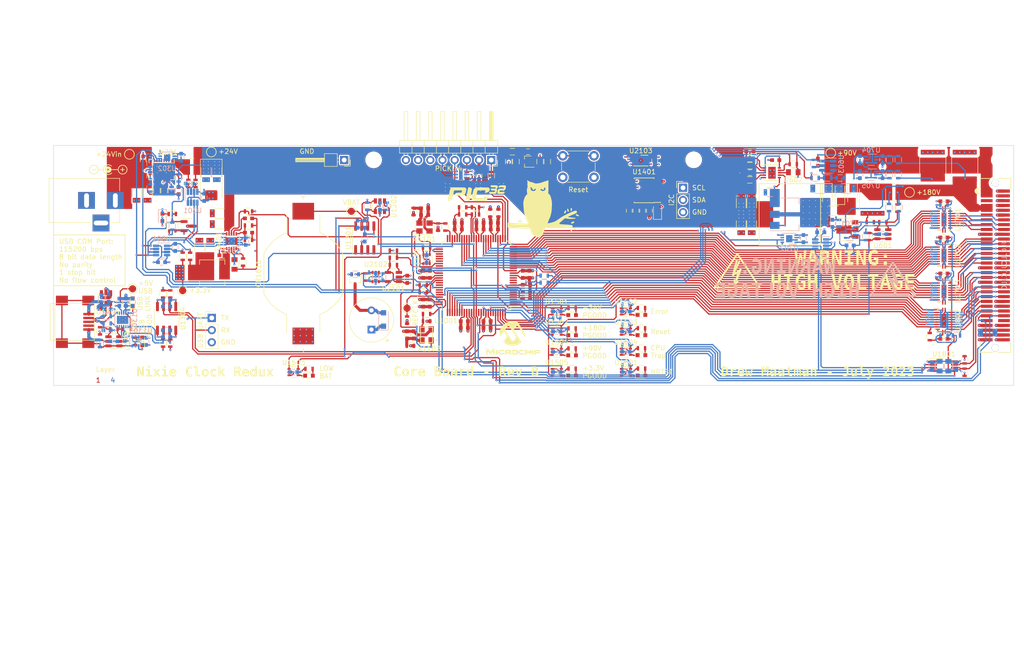
<source format=kicad_pcb>
(kicad_pcb (version 20221018) (generator pcbnew)
  (title_block (title "Nixie Clock") (date "2023-06-03") (rev "B") (company "Drew Maatman"))
  (layers (0 "F.Cu" mixed) (1 "In1.Cu" power) (2 "In2.Cu" power) (31 "B.Cu" mixed) (34 "B.Paste" user) (35 "F.Paste" user) (36 "B.SilkS" user "B.Silkscreen") (37 "F.SilkS" user "F.Silkscreen") (38 "B.Mask" user) (39 "F.Mask" user) (44 "Edge.Cuts" user))
  (net 0 "")
  (net 1 "GND")
  (net 2 "VBAT")
  (net 3 "+3.3V")
  (net 4 "Net-(BZ2101-+)")
  (net 5 "+24Vin")
  (net 6 "Net-(U201-RTN)")
  (net 7 "Net-(U201-dVdT)")
  (net 8 "+24V")
  (net 9 "POS24_SNS-")
  (net 10 "POS24_SNS+")
  (net 11 "Net-(U401-INTVCC)")
  (net 12 "Net-(U401-TR{slash}SS)")
  (net 13 "Net-(D401-K)")
  (net 14 "Net-(U401-SW)")
  (net 15 "Net-(U401-BST)")
  (net 16 "Net-(C407-Pad1)")
  (net 17 "Net-(U401-FB)")
  (net 18 "POS3P3_SNS-")
  (net 19 "POS3P3_SNS+")
  (net 20 "Net-(U602-SS)")
  (net 21 "Net-(C607-Pad1)")
  (net 22 "Net-(U602-INTVCC)")
  (net 23 "Net-(D602-K)")
  (net 24 "Net-(D601-A)")
  (net 25 "Net-(D603-K)")
  (net 26 "+90V")
  (net 27 "+180V")
  (net 28 "Net-(Q701-D)")
  (net 29 "Net-(U704-+)")
  (net 30 "Net-(U705-+)")
  (net 31 "POS180_ADC")
  (net 32 "POS90_ADC")
  (net 33 "Net-(C801-Pad1)")
  (net 34 "GNDA_MZ")
  (net 35 "+3.3VA_MZ")
  (net 36 "VBAT_ADC")
  (net 37 "GND_USB")
  (net 38 "+3.3V_USB")
  (net 39 "+5V_USB")
  (net 40 "/USB UART Bridge/CONN_USB+")
  (net 41 "/USB UART Bridge/CONN_USB-")
  (net 42 "Net-(D801B-K2)")
  (net 44 "PIC32MZ_ICSPCLK")
  (net 45 "PIC32MZ_ICSPDAT")
  (net 46 "Net-(D1301-A)")
  (net 47 "~{USB_ACTIVE}")
  (net 48 "Net-(D1302-A)")
  (net 49 "Net-(D1302-K)")
  (net 50 "Net-(D1501-A)")
  (net 51 "Net-(D1501-K)")
  (net 52 "Net-(D1502-A)")
  (net 53 "Net-(D1502-K)")
  (net 54 "Net-(D1503-A)")
  (net 55 "Net-(D1503-K)")
  (net 56 "Net-(D1504-A)")
  (net 57 "Net-(D1504-K)")
  (net 58 "Net-(D1505-A)")
  (net 59 "Net-(D1505-K)")
  (net 60 "Net-(D1601-A)")
  (net 61 "Net-(D1601-K)")
  (net 62 "Net-(D1602-A)")
  (net 63 "Net-(D1602-K)")
  (net 64 "Net-(D1603-A)")
  (net 65 "Net-(D1603-K)")
  (net 66 "Net-(D1604-A)")
  (net 67 "Net-(D1604-K)")
  (net 71 "Net-(J801-Pin_3)")
  (net 72 "Net-(J1301-VBUS)")
  (net 74 "Net-(J1301-Shield)")
  (net 75 "~{PIC32MZ_MCLR}")
  (net 76 "POS3P3_RUN")
  (net 77 "Net-(Q401-D)")
  (net 78 "Net-(Q701-G)")
  (net 79 "POS180_SNS+")
  (net 80 "Net-(Q801-G)")
  (net 81 "Net-(Q801-D)")
  (net 82 "Net-(Q2101-G)")
  (net 83 "Net-(U201-UVLO)")
  (net 84 "Net-(U201-OVP)")
  (net 85 "Net-(U201-~{SHDN})")
  (net 86 "Net-(R205-Pad2)")
  (net 87 "Net-(U201-ILIM)")
  (net 88 "POS24_PGOOD")
  (net 89 "Net-(U201-IMON)")
  (net 90 "POS3P3_PGOOD")
  (net 91 "Net-(U401-RT)")
  (net 92 "Net-(U601-+INA)")
  (net 93 "Net-(U601--INB)")
  (net 94 "Net-(U602-RT)")
  (net 95 "POS180_PGOOD")
  (net 96 "POS180_RUN")
  (net 97 "Net-(U602-VC)")
  (net 98 "Net-(U603-+INA)")
  (net 99 "Net-(U603--INB)")
  (net 100 "Net-(Q601-S)")
  (net 101 "POS90_PGOOD")
  (net 102 "Net-(U602-FBX)")
  (net 103 "POS180_SNS-")
  (net 104 "Net-(U704--)")
  (net 105 "Net-(U705--)")
  (net 106 "Net-(R801-Pad1)")
  (net 107 "I2C_SDA")
  (net 108 "I2C_SCL")
  (net 109 "PIC32MZ_REFCLK1")
  (net 110 "PIC32MZ_CLK_EN")
  (net 111 "Net-(X1101-OUT)")
  (net 112 "PIC32MZ_POSC_EC")
  (net 113 "Net-(X1102-OUT)")
  (net 114 "PIC32MZ_SOSC_EC")
  (net 115 "VBAT_PGOOD")
  (net 116 "Net-(U1301-+INA)")
  (net 117 "Net-(U1301--INB)")
  (net 118 "POS5_USB_PGOOD")
  (net 119 "USB_UART_TX")
  (net 120 "USB_UART_RX")
  (net 121 "/USB UART Bridge/BRIDGE_USB+")
  (net 122 "/USB UART Bridge/BRIDGE_USB-")
  (net 123 "USB_UART_RX_ISO")
  (net 124 "USB_UART_TX_ISO")
  (net 125 "PGOOD_LED_SHDN")
  (net 126 "Heartbeat_LED")
  (net 127 "Error_LED")
  (net 128 "Reset_LED")
  (net 129 "CPU_Trap_LED")
  (net 130 "~{IO_Level_Shift_Enable}")
  (net 131 "~{Display_Detect}")
  (net 132 "I2C_DSP_SDA")
  (net 133 "I2C_DSP_SCL")
  (net 134 "~{Display_Detect_DSP}")
  (net 135 "Net-(U2101-SET)")
  (net 136 "Telemetry_Hardstrap")
  (net 137 "Net-(U2101-OUT)")
  (net 138 "ETC_Hardstrap")
  (net 139 "Buzzer_Enable")
  (net 140 "RTC_Hardstrap")
  (net 141 "Net-(R2110-Pad2)")
  (net 142 "Anode_0")
  (net 143 "Net-(RN1701-R8.2)")
  (net 144 "Anode_1")
  (net 145 "Anode_2")
  (net 146 "Anode_3")
  (net 147 "Anode_5")
  (net 148 "Anode_4")
  (net 149 "Net-(RN1701-R7.2)")
  (net 150 "Cathode_0")
  (net 151 "Cathode_7")
  (net 152 "Cathode_1")
  (net 153 "Cathode_2")
  (net 154 "Cathode_3")
  (net 155 "Cathode_5")
  (net 156 "Cathode_4")
  (net 157 "Cathode_6")
  (net 158 "Cathode_8")
  (net 159 "Net-(RN1703-R8.2)")
  (net 160 "Cathode_9")
  (net 161 "Cathode_DP")
  (net 162 "Colon_0")
  (net 163 "Colon_2")
  (net 164 "Colon_1")
  (net 165 "Colon_3")
  (net 166 "Pushbutton_0")
  (net 167 "Pushbutton_1")
  (net 168 "Pushbutton_2")
  (net 169 "Pushbutton_3")
  (net 170 "Pushbutton_5")
  (net 171 "Pushbutton_4")
  (net 172 "Pushbutton_6")
  (net 173 "Pushbutton_0_DSP")
  (net 174 "Pushbutton_1_DSP")
  (net 175 "Pushbutton_2_DSP")
  (net 176 "Pushbutton_3_DSP")
  (net 177 "Pushbutton_5_DSP")
  (net 178 "Pushbutton_4_DSP")
  (net 179 "Pushbutton_6_DSP")
  (net 193 "Net-(Q601-G)")
  (net 207 "Net-(#FLG0701-pwr)")
  (net 221 "Anode_5_DSP")
  (net 222 "Anode_4_DSP")
  (net 223 "Anode_3_DSP")
  (net 224 "Anode_2_DSP")
  (net 225 "Anode_1_DSP")
  (net 226 "Anode_0_DSP")
  (net 227 "Cathode_7_DSP")
  (net 228 "Cathode_6_DSP")
  (net 229 "Cathode_5_DSP")
  (net 230 "Cathode_4_DSP")
  (net 231 "Cathode_3_DSP")
  (net 232 "Cathode_2_DSP")
  (net 233 "Cathode_1_DSP")
  (net 234 "Cathode_0_DSP")
  (net 236 "Colon_3_DSP")
  (net 237 "Colon_2_DSP")
  (net 238 "Colon_1_DSP")
  (net 239 "Colon_0_DSP")
  (net 240 "Cathode_DP_DSP")
  (net 241 "Cathode_9_DSP")
  (net 242 "Cathode_8_DSP")
  (net 251 "Net-(#FLG01101-pwr)")
  (net 252 "Net-(#FLG01102-pwr)")
  (net 253 "Net-(#FLG01401-pwr)")
  (net 254 "Net-(#FLG01302-pwr)")
  (footprint "Capacitors_SMD:C_1206" (layer "F.Cu") (at 178.2572 80.7974 90)
    (fp_text reference "C603" hide)
    (fp_text value "10uF")
  )
  (footprint "Capacitors_SMD:C_0603" (layer "F.Cu") (at 185.4454 71.8312 180)
    (fp_text reference "C614" hide)
    (fp_text value "0.1uF")
  )
  (footprint "Inductors_SMD:L_0603" (layer "F.Cu") (at 109.350422 110.5408)
    (fp_text reference "L1102" hide)
    (fp_text value "600R 0.5A")
  )
  (footprint "Resistors_SMD:R_0603" (layer "F.Cu") (at 157.4902 106.8682)
    (fp_text reference "R1607" hide)
    (fp_text value "1k")
  )
  (footprint "Resistors_SMD:R_0612" (layer "F.Cu") (at 63.8182 73.279)
    (fp_text reference "R206" hide)
    (fp_text value "0.02")
  )
  (footprint "Resistors_SMD:R_0603" (layer "F.Cu") (at 63.476 91.8718 -90)
    (fp_text reference "R405" hide)
    (fp_text value "10")
  )
  (footprint "Housings_SOIC:SOIC-8_3.9x4.9mm_Pitch1.27mm" (layer "F.Cu") (at 158.0388 78.1304 180)
    (fp_text reference "U1401")
    (fp_text value "DS1683")
  )
  (footprint "Connectors:USB_Mini-B" (layer "F.Cu") (at 39.5732 105.537)
    (fp_text reference "J1301" hide)
    (fp_text value "USB_B_Mini")
  )
  (footprint "Resistors_SMD:R_0603" (layer "F.Cu") (at 180.0677 72.9986 180)
    (fp_text reference "R614" hide)
    (fp_text value "28.7k")
  )
  (footprint "Resistors_SMD:R_0603" (layer "F.Cu") (at 112.728622 103.886)
    (fp_text reference "R1104" hide)
    (fp_text value "10")
  )
  (footprint "Capacitors_SMD:C_1206" (layer "F.Cu") (at 52.2986 78.6892 -90)
    (fp_text reference "C202" hide)
    (fp_text value "10uF")
  )
  (footprint "Custom Footprints Library:Test_Point" (layer "F.Cu") (at 50.8254 70.612)
    (fp_text reference "TP202" hide)
    (fp_text value "TP")
  )
  (footprint "Custom Footprints:Wurth_7447709681" (layer "F.Cu") (at 188.3918 83.1342 90)
    (fp_text reference "L601" hide)
    (fp_text value "680uH")
  )
  (footprint "Package_SO:SOIC-8_3.9x4.9mm_P1.27mm" (layer "F.Cu") (at 99.8474 88.0484 90)
    (fp_text reference "U1201")
    (fp_text value "DS3231MZ")
  )
  (footprint "Package_TO_SOT_SMD:SOT-363_SC-70-6" (layer "F.Cu") (at 139.8372 116.0018)
    (fp_text reference "U1505")
    (fp_text value "74LVC1G97")
  )
  (footprint "Oscillator:Oscillator_SMD_Abracon_ASE-4Pin_3.2x2.5mm" (layer "F.Cu") (at 112.2934 85.7758)
    (fp_text reference "X1101")
    (fp_text value "ASE-8.000MHz")
  )
  (footprint "LEDs:LED_0603" (layer "F.Cu") (at 157.4902 112.4816)
    (fp_text reference "D1604" hide)
    (fp_text value "Red")
  )
  (footprint "Custom Footprints Library:Owl_1_Logo" (layer "F.Cu") (at 137.3886 81.9912)
    (fp_text reference "G***" hide)
    (fp_text value "Owl_1_Logo" hide)
  )
  (footprint "LEDs:LED_0603" (layer "F.Cu") (at 143.0376 116.7384)
    (fp_text reference "D1505" hide)
    (fp_text value "Green")
  )
  (footprint "Package_TO_SOT_SMD:SOT-363_SC-70-6" (layer "F.Cu") (at 112.7326 92.4564 90)
    (fp_text reference "U1101")
    (fp_text value "74LVC1G97")
  )
  (footprint "Package_TO_SOT_SMD:SOT-363_SC-70-6" (layer "F.Cu") (at 154.2644 115.9972)
    (fp_text reference "U1601")
    (fp_text value "74LVC1G97")
  )
  (footprint "Resistors_SMD:R_0603" (layer "F.Cu") (at 112.7252 90.043 180)
    (fp_text reference "R1102" hide)
    (fp_text value "10k")
  )
  (footprint "Package_TO_SOT_SMD:SOT-23-6" (layer "F.Cu") (at 207.76 87.2744 180)
    (fp_text reference "U601")
    (fp_text value "TLV6700")
  )
  (footprint "Resistors_SMD:R_0603" (layer "F.Cu") (at 122.9106 83.1596)
    (fp_text reference "R2106" hide)
    (fp_text value "10")
  )
  (footprint "Capacitors_SMD:C_0603" (layer "F.Cu") (at 220.4888 87.9482 180)
    (fp_text reference "C1702" hide)
    (fp_text value "0.1uF")
  )
  (footprint "LEDs:LED_0603" (layer "F.Cu") (at 53.4984 109.6012 90)
    (fp_text reference "D1302" hide)
    (fp_text value "Green")
  )
  (footprint "Resistors_SMD:R_0603" (layer "F.Cu") (at 137.8712 72.136 -90)
    (fp_text reference "R801" hide)
    (fp_text value "10")
  )
  (footprint "Custom Footprints Library:Test_Point" (layer "F.Cu") (at 108.6612 102.6922 180)
    (fp_text reference "TP1101" hide)
    (fp_text value "TP")
  )
  (footprint "Capacitors_SMD:C_0603" (layer "F.Cu") (at 160.2486 71.9462 -90)
    (fp_text reference "C2103" hide)
    (fp_text value "0.1uF")
  )
  (footprint "Capacitors_SMD:C_0805" (layer "F.Cu") (at 189.103 74.3448)
    (fp_text reference "C608" hide)
    (fp_text value "4.7uF")
  )
  (footprint "Package_TO_SOT_SMD:SOT-89-3" (layer "F.Cu") (at 200.0816 86.2852 180)
    (fp_text reference "Q701" hide)
    (fp_text value "BSS192PH6327FTSA1")
  )
  (footprint "Capacitors_SMD:C_0603" (layer "F.Cu") (at 61.075 78.1812 -90)
    (fp_text reference "C203" hide)
    (fp_text value "10nF")
  )
  (footprint "Resistors_SMD:R_0603" (layer "F.Cu") (at 59.6018 78.1812 -90)
    (fp_text reference "R209" hide)
    (fp_text value "10k")
  )
  (footprint "Custom Footprints Library:Test_Point" (layer "F.Cu") (at 67.8942 70.1294)
    (fp_text reference "TP203" hide)
    (fp_text value "TP")
  )
  (footprint "Resistors_SMD:R_0612" (layer "F.Cu") (at 210.0326 78.5368)
    (fp_text reference "R616" hide)
    (fp_text value "1.5")
  )
  (footprint "Capacitors_SMD:C_0603" (layer "F.Cu") (at 180.0677 70.0522)
    (fp_text reference "C607" hide)
    (fp_text value "10nF")
  )
  (footprint "Capacitors_SMD:C_0603" (layer "F.Cu") (at 53.6956 71.8312 90)
    (fp_text reference "C204" hide)
    (fp_text value "0.1uF")
  )
  (footprint "Capacitors_SMD:C_0603" (layer "F.Cu") (at 220.4928 109.093)
    (fp_text reference "C1801" hide)
    (fp_text value "0.1uF")
  )
  (footprint "Resistors_SMD:R_0603" (layer "F.Cu") (at 57.8418 99.734 -90)
    (fp_text reference "R1306" hide)
    (fp_text value "100k")
  )
  (footprint "Package_DFN_QFN:WQFN-20-1EP_2.5x4.5mm_P0.5mm_EP1x2.9mm" (layer "F.Cu") (at 220.4928 91.7074)
    (fp_text reference "U1702")
    (fp_text value "74VHC541")
  )
  (footprint "Resistors_SMD:R_0603" (layer "F.Cu") (at 59.3404 99.734 -90)
    (fp_text reference "R1307" hide)
    (fp_text value "100k")
  )
  (footprint "Resistors_SMD:R_0603" (layer "F.Cu") (at 59.7639 83.0478)
    (fp_text reference "R404" hide)
    (fp_text value "10k")
  )
  (footprint "Package_TO_SOT_SMD:SOT-23-6" (layer "F.Cu") (at 47.6056 109.6012 180)
    (fp_text reference "U1301")
    (fp_text value "TLV6700")
  )
  (footprint "Connector_PinHeader_2.54mm:PinHeader_1x01_P2.54mm_Horizontal" (layer "F.Cu") (at 95.561 71.8058 180)
    (fp_text reference "TP201" hide)
    (fp_text value "TP")
  )
  (footprint "Connector_PinHeader_2.54mm:PinHeader_1x03_P2.54mm_Vertical" (layer "F.Cu") (at 67.984357 104.7242)
    (fp_text reference "J2102" hide)
    (fp_text value "USB UART")
  )
  (footprint "Capacitors_SMD:C_0603" (layer "F.Cu") (at 156.337 82.3722 -90)
    (fp_text reference "C1403" hide)
    (fp_text value "10uF")
  )
  (footprint "Capacitors_SMD:C_1206" (layer "F.Cu") (at 69.5974 82.9056 180)
    (fp_text reference "C401" hide)
    (fp_text value "10uF")
  )
  (footprint "Resistors_SMD:R_0603" (layer "F.Cu") (at 180.0677 75.945 180)
    (fp_text reference "R604" hide)
    (fp_text value "14k")
  )
  (footprint "Resistors_SMD:R_0603" (layer "F.Cu") (at 224.7854 116.046 90)
    (fp_text reference "R1803" hide)
    (fp_text value "10K")
  )
  (footprint "Package_DFN_QFN:WQFN-20-1EP_2.5x4.5mm_P0.5mm_EP1x2.9mm" (layer "F.Cu") (at 220.4928 105.3338 180)
    (fp_text reference "U1802")
    (fp_text value "74VHC541")
  )
  (footprint "Package_TO_SOT_SMD:SOT-323_SC-70" (layer "F.Cu") (at 59.7639 85.5878 90)
    (fp_text reference "Q401" hide)
    (fp_text value "BSS214NW")
  )
  (footprint "Capacitors_SMD:C_0603" (layer "F.Cu") (at 125.3236 105.3846 180)
    (fp_text reference "C910" hide)
    (fp_text value "0.1uF")
  )
  (footprint "MountingHole:MountingHole_3mm" (layer "F.Cu") (at 101.693266 71.7768)
    (fp_text reference "H2003" hide)
    (fp_text value "MountingHole")
  )
  (footprint "Resistors_SMD:R_0603" (layer "F.Cu") (at 157.4902 111.0338)
    (fp_text reference "R1608" hide)
    (fp_text value "1k")
  )
  (footprint "Capacitors_SMD:C_0805" (layer "F.Cu") (at 72.7216 93.5736 -90)
    (fp_text reference "C402" hide)
    (fp_text value "4.7uF")
  )
  (footprint "Resistors_SMD:R_0603" (layer "F.Cu") (at 75.6426 88.4682 180)
    (fp_text reference "R408" hide)
    (fp_text value "1M")
  )
  (footprint "Capacitors_SMD:C_2220" (layer "F.Cu") (at 218.1606 72.9742 90)
    (fp_text reference "C1902" hide)
    (fp_text value "1.5uF")
  )
  (footprint "Resistors_SMD:R_0603" (layer "F.Cu") (at 115.1128 85.7758 -90)
    (fp_text reference "R1105" hide)
    (fp_text value "10k")
  )
  (footprint "Package_SO:SOIC-8_3.9x4.9mm_P1.27mm" (layer "F.Cu") (at 58.5784 104.826 -90)
    (fp_text reference "U1304")
    (fp_text value "ISO7321C")
  )
  (footprint "Custom Footprints Library:Microchip_Logo" (layer "F.Cu") (at 130.7338 108.8898)
    (fp_text reference "G***" hide)
    (fp_text value "Microchip_Logo" hide)
  )
  (footprint "Resistors_SMD:R_0603" (layer "F.Cu") (at 61.9266 91.8718 -90)
    (fp_text reference "R407" hide)
    (fp_text value "10")
  )
  (footprint "Resistors_SMD:R_0603" (layer "F.Cu") (at 143.0376 115.2906)
    (fp_text reference "R1506" hide)
    (fp_text value "1k")
  )
  (footprint "Resistors_SMD:R_0603" (layer "F.Cu") (at 99.9236 96.1898 -90)
    (fp_text reference "R2110" hide)
    (fp_text value "10")
  )
  (footprint "Resistors_SMD:R_0603" (layer "F.Cu") (at 120.2436 81.661)
    (fp_text reference "R2108" hide)
    (fp_text value "10k")
  )
  (footprint "Inductor_SMD:L_Vishay_IHLP-2020" (layer "F.Cu") (at 68.0734 95.2754 180)
    (fp_text reference "L401" hide)
    (fp_text value "2.2uH")
  )
  (footprint "Custom Footprints Library:PICKIT4_Header" (layer "F.Cu") (at 126.2022 71.812 90)
    (fp_text reference "J801" hide)
    (fp_text value "PICKIT4")
  )
  (footprint "Diodes_SMD:D_SOD-123F" (layer "F.Cu") (at 196.215 78.8924 -90)
    (fp_text reference "D601" hide)
    (fp_text value "SMD1200PL")
  )
  (footprint "Capacitors_SMD:C_0603" (layer "F.Cu") (at 75.6412 83.9724)
    (fp_text reference "C404" hide)
    (fp_text value "10nF")
  )
  (footprint "Package_TO_SOT_SMD:SOT-323_SC-70" (layer "F.Cu") (at 97.8408 96.647 -90)
    (fp_text reference "Q2101" hide)
    (fp_text value "BSS214NW")
  )
  (footprint "Capacitors_SMD:C_1206" (layer "F.Cu") (at 67.667 90.043 90)
    (fp_text reference "C407" hide)
    (fp_text value "10uF")
  )
  (footprint "Package_SO:VSSOP-8_3.0x3.0mm_P0.65mm" (layer "F.Cu") (at 220.4928 114.776)
    (fp_text reference "U1801")
    (fp_text value "TCA9803")
  )
  (footprint "Button_Switch_THT:SW_PUSH_6mm" (layer "F.Cu") (at 147.5982 75.4274 180)
    (fp_text reference "SW801" hide)
    (fp_text value "MRST")
  )
  (footprint "LEDs:LED_0603" (layer "F.Cu") (at 51.5172 101.4478 90)
    (fp_text reference "D1301" hide)
    (fp_text value "Yellow")
  )
  (footprint "Connectors:BARREL_JACK" (layer "F.Cu") (at 47.9044 80.2386)
    (fp_text reference "J201" hide)
    (fp_text value "+24V IN")
  )
  (footprint "Capacitors_SMD:C_2220" (layer "F.Cu") (at 224.8154 72.9742 90)
    (fp_text reference "C1901" hide)
    (fp_text value "1.5uF")
  )
  (footprint "Capacitors_SMD:C_0603" (layer "F.Cu") (at 220.4974 80.4018 180)
    (fp_text reference "C1701" hide)
    (fp_text value "0.1uF")
  )
  (footprint "Custom Footprints Library:PIC32_Logo" (layer "F.Cu") (at 123.19 78.6384)
    (fp_text reference "G***" hide)
    (fp_text value "PIC32_Logo" hide)
  )
  (footprint "Inductors_SMD:L_0603" (layer "F.Cu") (at 121.1072 75.057 -90)
    (fp_text reference "L802" hide)
    (fp_text value "600R 0.5A")
  )
  (footprint "Resistors_SMD:R_0603" (layer "F.Cu") (at 59.3404 109.9568 90)
    (fp_text reference "R1311" hide)
    (fp_text value "100k")
  )
  (footprint "Custom Footprints Library:Test_Point" (layer "F.Cu") (at 51.4918 98.6538)
    (fp_text reference "TP1301" hide)
    (fp_text value "TP")
  )
  (footprint "Resistors_SMD:R_0603" (layer "F.Cu") (at 129.8448 72.136 90)
    (fp_text reference "R804" hide)
    (fp_text value "10k")
  )
  (footprint "Capacitors_SMD:C_0603" (layer "F.Cu") (at 113.4364 101.6254 -90)
    (fp_text reference "C902" hide)
    (fp_text value "0.1uF")
  )
  (footprint "Resistors_SMD:R_0603" (layer "F.Cu") (at 157.4902 102.6518)
    (fp_text reference "R1604" hide)
    (fp_text value "1k")
  )
  (footprint "Capacitors_SMD:C_0603" (layer "F.Cu") (at 123.8504 86.3092)
    (fp_text reference "C905" hide)
    (fp_text value "0.1uF")
  )
  (footprint "Capacitors_SMD:C_1206" (layer "F.Cu") (at 180.4416 85.4456 -90)
    (fp_text reference "C601" hide)
    (fp_text value "10uF")
  )
  (footprint "Capacitors_SMD:C_0603" (layer "F.Cu") (at 125.3236 106.7816 180)
    (fp_text reference "C912" hide)
    (fp_text value "10uF")
  )
  (footprint "Custom Footprints Library:Test_Point" (layer "F.Cu") (at 213.3092 78.5368)
    (fp_text reference "TP601" hide)
    (fp_text value "TP")
  )
  (footprint "Housings_DFN_QFN:DFN-10-1EP_3x3mm_Pitch0.5mm" (layer "F.Cu") (at 184.6645 74.4624)
    (fp_text reference "U602")
    (fp_text value "LT3757")
  )
  (footprint "Resistors_SMD:R_0603" (layer "F.Cu") (at 57.8418 109.9568 90)
    (fp_text reference "R1312" hide)
    (fp_text value "100k")
  )
  (footprint "Custom Footprints Library:ECS-327KE" (layer "F.Cu") (at 112.7252 108.2548 90)
    (fp_text reference "X1102")
    (fp_text value "ECS-327KE")
  )
  (footprint "Capacitors_SMD:C_0603" (layer "F.Cu") (at 180.0677 74.4464 180)
    (fp_text reference "C604" hide)
    (fp_text value "0.1uF")
  )
  (footprint "Resistors_SMD:R_0603" (layer "F.Cu") (at 112.0394 97.8662)
    (fp_text reference "R1001" hide)
    (fp_text value "10k")
  )
  (footprint "Capacitors_SMD:C_0603" (layer "F.Cu") (at 133.858 70.0786)
    (fp_text reference "C801" hide)
    (fp_text value "0.1uF")
  )
  (footprint "LEDs:LED_0603" (layer "F.Cu") (at 143.0376 108.3407)
    (fp_text reference "D1502" hide)
    (fp_text value "Green")
  )
  (footprint "Resistors_SMD:R_0603" (layer "F.Cu") (at 44.71 107.4168 -90)
    (fp_text reference "R1304" hide)
    (fp_text value "40.2k")
  )
  (footprint "Buzzer_Beeper:MagneticBuzzer_CUI_CST-931RP-A" (layer "F.Cu") (at 101.2444 107.145462 180)
    (fp_text reference "BZ2101" hide)
    (fp_text value "CST-931RP-A")
  )
  (footprint "TO_SOT_Packages_SMD:SOT-23-6" (layer "F.Cu") (at 103.0072 81.4402 -90)
    (fp_text reference "U1202")
    (fp_text value "TLV6700")
  )
  (footprint "Inductors_SMD:L_0603" (layer "F.Cu") (at 127.6858 82.8548 90)
    (fp_text reference "L901" hide)
    (fp_text value "600R 0.5A")
  )
  (footprint "Capacitors_SMD:C_0603" (layer "F.Cu") (at 57.7065 83.759 -90)
    (fp_text reference "C405" hide)
    (fp_text value "10uF")
  )
  (footprint "Resistors_SMD:R_0603" (layer "F.Cu") (at 131.3434 72.136 90)
    (fp_text reference "R803" hide)
    (fp_text value "10")
  )
  (footprint "Resistors_SMD:R_0603" (layer "F.Cu") (at 116.6368 85.7758 -90)
    (fp_text reference "R1103" hide)
    (fp_text value "10")
  )
  (footprint "Capacitors_SMD:C_0603" (layer "F.Cu") (at 120.5992 106.7816)
    (fp_text reference "C908" hide)
    (fp_text value "10uF")
  )
  (footprint "Housings_QFP:TQFP-100_14x14mm_Pitch0.5mm" (layer "F.Cu") (at 123.0884 95.885 180)
    (fp_text reference "U1001")
    (fp_text value "PIC32MZ2048EFG100_IPF")
  )
  (footprint "Resistors_SMD:R_0603" (layer "F.Cu") (at 143.0376 111.08205)
    (fp_text reference "R1505" hide)
    (fp_text value "1k")
  )
  (footprint "Resistors_SMD:R_0603" (layer "F.Cu") (at 75.6412 82.4992 180)
    (fp_text reference "R402" hide)
    (fp_text value "10k")
  )
  (footprint "LEDs:LED_0603" (layer "F.Cu") (at 157.5054 116.7488)
    (fp_text reference "D1601" hide)
    (fp_text value "Green")
  )
  (footprint "Capacitors_SMD:C_0603" (layer "F.Cu") (at 132.7404 95.631 -90)
    (fp_text reference "C901" hide)
    (fp_text value "0.1uF")
  )
  (footprint "Package_TO_SOT_SMD:SOT-363_SC-70-6" (layer "F.Cu") (at 102.1334 96.1898 -90)
    (fp_text reference "U2102")
    (fp_text value "74LVC1G97")
  )
  (footprint "Resistors_SMD:R_0603" (layer "F.Cu") (at 130.5814 70.0786)
    (fp_text reference "R805" hide)
    (fp_text value "1k")
  )
  (footprint "Resistors_SMD:R_0603" (layer "F.Cu") (at 47.6056 107.0612 180)
    (fp_text reference "R1303" hide)
    (fp_text value "6.04k")
  )
  (footprint "Inductors_SMD:L_0603" (layer "F.Cu") (at 110.0074 82.55 -90)
    (fp_text reference "L1101" hide)
    (fp_text value "600R 0.5A")
  )
  (footprint "Package_TO_SOT_SMD:SOT-363_SC-70-6" (layer "F.Cu") (at 85.0392 116.0272)
    (fp_text reference "U1503")
    (fp_text value "74LVC1G97")
  )
  (footprint "Housings_DFN_QFN:DFN-10-1EP_3x3mm_Pitch0.5mm" (layer "F.Cu") (at 72.0866 88.7222 90)
    (fp_text reference "U401")
    (fp_text value "LT8609A-DD")
  )
  (footprint "Resistors_SMD:R_0603" (layer "F.Cu") (at 44.71 110.0584 -90)
    (fp_text reference "R1305" hide)
    (fp_text value "10k")
  )
  (footprint "Resistors_SMD:R_0603" (layer "F.Cu") (at 143.0376 106.8929)
    (fp_text reference "R1503" hide)
    (fp_text value "1k")
  )
  (footprint "Resistors_SMD:R_0603" (layer "F.Cu") (at 180.0677 71.5 180)
    (fp_text reference "R607" hide)
    (fp_text value "100k")
  )
  (footprint "Resistors_SMD:R_0603" (layer "F.Cu") (at 204.8644 87.757 -90)
    (fp_text reference "R605" hide)
    (fp_text value "10k")
  )
  (footprint "MountingHole:MountingHole_3mm" (layer "F.Cu") (at 168.359534 71.7642)
    (fp_text reference "H2005" hide)
    (fp_text value "MountingHole")
  )
  (footprint "Custom Footprints Library:BAT_BU1632SM-JJ-GTR" (layer "F.Cu") (at 87.0458 95.4786 -90)
    (fp_text reference "BT1202" hide)
    (fp_text value "CR1616_Holder")
  )
  (footprint "Resistors_SMD:R_0603" (layer "F.Cu") (at 189.103 72.6694)
    (fp_text reference "R606" hide)
    (fp_text value "10k")
  )
  (footprint "Capacitors_SMD:C_0603" (layer "F.Cu") (at 194.2338 72.263 90)
    (fp_text reference "C610" hide)
    (fp_text value "0.1uF")
  )
  (footprint "Capacitors_SMD:C_0603" (layer "F.Cu") (at 126.8476 84.9122 180)
    (fp_text reference "C916" hide)
    (fp_text value "10uF")
  )
  (footprint "Capacitors_SMD:C_0603" (layer "F.Cu") (at 70.334 91.6686)
    (fp_text reference "C406" hide)
    (fp_text value "0.1uF")
  )
  (footprint "MountingHole:MountingHole_3mm" (layer "F.Cu") (at 232.0266 115.7768)
    (fp_text reference "H2008" hide)
    (fp_text value "MountingHole")
  )
  (footprint "Package_DFN_QFN:WQFN-20-1EP_2.5x4.5mm_P0.5mm_EP1x2.9mm" (layer "F.Cu") (at 220.4928 99.2058)
    (fp_text reference "U1703")
    (fp_text value "74VHC541")
  )
  (footprint "Resistors_SMD:R_0603" (layer "F.Cu") (at 58.0778 78.1812 -90)
    (fp_text reference "R212" hide)
    (fp_text value "10k")
  )
  (footprint "Package_TO_SOT_SMD:SOT-363_SC-70-6" (layer "F.Cu") (at 154.239 111.7704)
    (fp_text reference "U1604")
    (fp_text value "74LVC1G97")
  )
  (footprint "Custom Footprints Library:Test_Point" (layer "F.Cu") (at 61.9252 99.0346 90)
    (fp_text reference "TP401" hide)
    (fp_text value "TP")
  )
  (footprint "Capacitors_SMD:C_0603" (layer "F.Cu") (at 133.5278 100.6976)
    (fp_text reference "C1201" hide)
    (fp_text value "0.1uF")
  )
  (footprint "Resistors_SMD:R_0603" (layer "F.Cu") (at 217.5256 108.617 90)
    (fp_text reference "R1801" hide)
    (fp_text value "10K")
  )
  (footprint "Resistors_SMD:R_0603" (layer "F.Cu") (at 75.6412 85.4456)
    (fp_text reference "R409" hide)
    (fp_text value "309k")
  )
  (footprint "Package_DFN_QFN:WQFN-20-1EP_2.5x4.5mm_P0.5mm_EP1x2.9mm" (layer "F.Cu") (at 220.4928 84.2144)
    (fp_text reference "U1701")
    (fp_text value "74VHC541")
  )
  (footprint "Resistors_SMD:R_0603" (layer "F.Cu") (at 207.76 84.7598 180)
    (fp_text reference "R602" hide)
    (fp_text value "330")
  )
  (footprint "Resistors_SMD:R_0603" (layer "F.Cu") (at 105.8164 93.6752)
    (fp_text reference "R2101" hide)
    (fp_text value "1.07M")
  )
  (footprint "LEDs:LED_0603" (layer "F.Cu") (at 88.2396 116.7638)
    (fp_text reference "D1503" hide)
    (fp_text value "Red")
  )
  (footprint "Capacitor_Tantalum_SMD:CP_EIA-7343-43_Kemet-X" (layer "F.Cu") (at 67.8822 76.0476 -90)
    (fp_text reference "C207" hide)
    (fp_text value "47uF")
  )
  (footprint "Diodes_SMD:D_SOD-123F" (layer "F.Cu") (at 198.8312 78.8924 90)
    (fp_text reference "D602" hide)
    (fp_text value "SMD1200PL")
  )
  (footprint "MountingHole:MountingHole_3mm" (layer "F.Cu") (at 168.359534 115.7768)
    (fp_text reference "H2006" hide)
    (fp_text value "MountingHole")
  )
  (footprint "Resistors_SMD:R_0603" (layer "F.Cu") (at 105.8164 92.1766)
    (fp_text reference "R2102" hide)
    (fp_text value "10k")
  )
  (footprint "Capacitors_SMD:C_0603" (layer "F.Cu") (at 113.4364 95.631 -90)
    (fp_text reference "C913" hide)
    (fp_text value "0.1uF")
  )
  (footprint "Capacitors_SMD:C_2220" (layer "F.Cu") (at 205.613 80.1116 -90)
    (fp_text reference "C613" hide)
    (fp_text value "1.5uF")
  )
  (footprint "Resistors_SMD:R_0612" (layer "F.Cu") (at 62.6632 95.2754 180)
    (fp_text reference "R406" hide)
    (fp_text value "0.02")
  )
  (footprint "Resistors_SMD:R_0603" (layer "F.Cu") (at 100.391 81.4402 -90)
    (fp_text reference "R1202" hide)
    (fp_text value "220k")
  )
  (footprint "Capacitors_SMD:C_0603" (layer "F.Cu") (at 108.6866 96.6724 90)
    (fp_text reference "C2101" hide)
    (fp_text value "0.1uF")
  )
  (footprint "Resistors_SMD:R_0603" (layer "F.Cu") (at 157.5054 115.2756)
    (fp_text reference "R1603" hide)
    (fp_text value "1k")
  )
  (footprint "MountingHole:MountingHole_3mm" (layer "F.Cu") (at 101.693266 115.7768)
    (fp_text reference "H2004" hide)
    (fp_text value "MountingHole")
  )
  (footprint "Capacitors_SMD:C_0603" (layer "F.Cu") (at 120.5992 105.3846)
    (fp_text reference "C906" hide)
    (fp_text value "0.1uF")
  )
  (footprint "Package_TO_SOT_SMD:SOT-363_SC-70-6" (layer "F.Cu") (at 154.239 107.5794)
    (fp_text reference "U1603")
    (fp_text value "74LVC1G97")
  )
  (footprint "Inductors_SMD:L_0603" (layer "F.Cu") (at 126.2126 75.057 90)
    (fp_text reference "L801" hide)
    (fp_text value "600R 0.5A")
  )
  (footprint "Capacitors_SMD:C_1206" (layer "F.Cu") (at 178.2572 85.4456 -90)
    (fp_text reference "C602" hide)
    (fp_text value "10uF")
  )
  (footprint "Capacitors_SMD:C_0603" (layer "F.Cu") (at 112.3188 83.2612)
    (fp_text reference "C1102" hide)
    (fp_text value "0.1uF")
  )
  (footprint "Capacitors_SMD:C_0603" (layer "F.Cu") (at 157.734 82.3722 -90)
    (fp_text reference "C1402" hide)
    (fp_text value "10uF")
  )
  (footprint "Capacitors_SMD:C_0603" (layer "F.Cu") (at 75.6426 86.9442 180)
    (fp_text reference "C409" hide)
    (fp_text value "47pF")
  )
  (footprint "Resistors_SMD:R_0603" (layer "F.Cu") (at 122.9106 81.661)
    (fp_text reference "R2109" hide)
    (fp_text value "10")
  )
  (footprint "Capacitors_SMD:C_0603" (layer "F.Cu") (at 154.94 82.3722 -90)
    (fp_text reference "C1404" hide)
    (fp_text value "0.1uF")
  )
  (footprint "LEDs:LED_0603" (layer "F.Cu") (at 157.4902 108.316)
    (fp_text reference "D1603" hide)
    (fp_text value "Red")
  )
  (footprint "Resistors_SMD:R_0603" (layer "F.Cu") (at 50.2666 107.061 180)
    (fp_text reference "R1302" hide)
    (fp_text value "487k")
  )
  (footprint "Capacitors_SMD:C_0603" (layer "F.Cu") (at 108.664622 108.2548 90)
    (fp_text reference "C1105" hide)
    (fp_text value "10uF")
  )
  (footprint "Resistors_SMD:R_0603" (layer "F.Cu") (at 120.2436 83.1596)
    (fp_text reference "R2105" hide)
    (fp_text value "10k")
  )
  (footprint "Capacitors_SMD:C_0603" (layer "F.Cu") (at 119.3292 84.9122)
    (fp_text reference "C911" hide)
    (fp_text value "10uF")
  )
  (footprint "Package_TO_SOT_SMD:SOT-323_SC-70" (layer "F.Cu") (at 133.858 72.136 180)
    (fp_text reference "Q801" hide)
    (fp_text value "BSS214NW")
  )
  (footprint "Resistors_SMD:R_0603" (layer "F.Cu") (at 50.0948 101.4478 90)
    (fp_text reference "R1301" hide)
    (fp_text value "1k")
  )
  (footprint "MountingHole:MountingHole_3mm" (layer "F.Cu") (at 232.0262 71.7642)
    (fp_text reference "H2007" hide)
    (fp_text value "MountingHole")
  )
  (footprint "Resistors_SMD:R_0603" (layer "F.Cu") (at 88.2396 115.3414)
    (fp_text reference "R1504" hide)
    (fp_text value "1k")
  )
  (footprint "Resistors_SMD:R_0603" (layer "F.Cu") (at 143.0376 102.68435)
    (fp_text reference "R1502" hide)
    (fp_text value "1k")
  )
  (footprint "Package_TO_SOT_SMD:SOT-363_SC-70-6" (layer "F.Cu") (at 139.8372 103.37015)
    (fp_text reference "U1501")
    (fp_text value "74LVC1G97")
  )
  (footprint "Capacitors_SMD:C_0603" (layer "F.Cu") (at 220.4974 95.444 180)
    (fp_text reference "C1703" hide)
    (fp_text value "0.1uF")
  )
  (footprint "Capacitors_SMD:C_0603" (layer "F.Cu") (at 110.061622 108.2548 90)
    (fp_text reference "C1103" hide)
    (fp_text value "0.1uF")
  )
  (footprint "Package_DFN_QFN:DFN-8-1EP_3x2mm_P0.5mm_EP1.3x1.5mm" (layer "F.Cu") (at 157.3478 71.9268)
    (fp_text reference "U2103")
    (fp_text value "MCP9804")
  )
  (footprint "Custom Footprints Library:CONN_5120527-1_TYC" (layer "F.Cu") (at 229.394201 78.282801 -90)
    (fp_text reference "J1901" hide)
    (fp_text value "Conn_02x32_Top_Bottom")
  )
  (footprint "Capacitors_SMD:C_0603" (layer "F.Cu") (at 123.8504 84.9122)
    (fp_text reference "C907" hide)
    (fp_text value "10uF")
  )
  (footprint "Resistors_SMD:R_0603" (layer "F.Cu") (at 224.7854 113.4552 -90)
    (fp_text reference "R1805" hide)
    (fp_text value "10K")
  )
  (footprint "Capacitors_SMD:C_0603" (layer "F.Cu") (at 134.1374 95.631 -90)
    (fp_text reference "C903" hide)
    (fp_text value "10uF")
  )
  (footprint "Capacitors_SMD:C_0603" (layer "F.Cu") (at 112.0394 95.631 -90)
    (fp_text reference "C915" hide)
    (fp_text value "10uF")
  )
  (footprint "Resistors_SMD:R_0603" (layer "F.Cu") (at 112.0394 99.3902)
    (fp_text reference "R1002" hide)
    (fp_text value "10k")
  )
  (footprint "Symbol:Symbol_Barrel_Polarity" (layer "F.Cu") (at 46.4185 73.7362)
    (fp_text reference "REF**" hide)
    (fp_text value "Symbol_Barrel_Polarity")
  )
  (footprint "Resistors_SMD:R_0603" (layer "F.Cu") (at 63.107 76.708 90)
    (fp_text reference "R205" hide)
    (fp_text value "10")
  )
  (footprint "Capacitors_SMD:C_0603" (layer "F.Cu") (at 112.0394 101.6254 -90)
    (fp_text reference "C904" hide)
    (fp_text value "10uF")
  )
  (footprint "Diode_SMD:D_SOD-323" (layer "F.Cu") (at 160.8328 82.5754 90)
    (fp_text reference "D1401" hide)
    (fp_text value "BAT48JFILM")
  )
  (footprint "Capacitors_SMD:C_0603" (layer "F.Cu") (at 159.131 82.3722 -90)
    (fp_text reference "C1401" hide)
    (fp_text value "10uF")
  )
  (footprint "Resistors_SMD:R_0603" (layer "F.Cu") (at 74.4996 93.091 -90)
    (fp_text reference "R403" hide)
    (fp_text value "18.2k")
  )
  (footprint "Diodes_SMD:D_SOD-123F" (layer "F.Cu") (at 201.4474 78.8924 -90)
    (fp_text reference "D603" hide)
    (fp_text value "SMD1200PL")
  )
  (footprint "Capacitors_SMD:C_0603" (layer "F.Cu") (at 112.3188 81.8642)
    (fp_text reference "C1104" hide)
    (fp_text value "10uF")
  )
  (footprint "MountingHole:MountingHole_3mm" (layer "F.Cu") (at 38.0266 71.7768)
    (fp_text reference "H2002" hide)
    (fp_text value "MountingHole")
  )
  (footprint "Capacitors_SMD:C_0603" (layer "F.Cu") (at 123.6472 75.057 -90)
    (fp_text reference "C802" hide)
    (fp_text value "0.1uF")
  )
  (footprint "Resistors_SMD:R_0603" (layer "F.Cu") (at 136.3726 72.136 90)
    (fp_text reference "R802" hide)
    (fp_text value "10k")
  )
  (footprint "Package_TO_SOT_SMD:SOT-23" (layer "F.Cu") (at 63.1421 85.5878)
    (fp_text reference "Q402" hide)
    (fp_text value "ZXMS6004FFTA")
  )
  (footprint "Resistors_SMD:R_0603" (layer "F.Cu") (at 56.5538 78.1812 90)
    (fp_text reference "R204" hide)
    (fp_text value "10k")
  )
  (footprint "Custom Footprints Library:Symbol_HighVoltage_Type2_Silkscreen_VerySmall" (layer "F.Cu") (at 177.4444 95.5675)
    (fp_text reference "REF**" hide)
    (fp_text value "Symbol_HighVoltage_Type2_Silkscreen_VerySmall")
  )
  (footprint "Custom Footprints Library:Test_Point" (layer "F.Cu") (at 97.0534 82.4992)
    (fp_text reference "TP1201" hide)
    (fp_text value "TP")
  )
  (footprint "MountingHole:MountingHole_3mm" (layer "F.Cu") (at 38.0266 115.7768)
    (fp_text reference "H2001" hide)
    (fp_text value "MountingHole")
  )
  (footprint "Resistors_SMD:R_0603" (layer "F.Cu") (at 210.7946 81.8388 -90)
    (fp_text reference "R601" hide)
    (fp_text value "1.6M")
  )
  (footprint "Package_TO_SOT_SMD:SOT-363_SC-70-6" (layer "F.Cu") (at 154.239 103.363)
    (fp_text reference "U1602")
    (fp_text value "74LVC1G97")
  )
  (footprint "Capacitors_SMD:C_1206" (layer "F.Cu") (at 197.5104 82.3976 180)
    (fp_text reference "C609" hide)
    (fp_text value "0.1uF")
  )
  (footprint "Package_TO_SOT_SMD:SOT-363_SC-70-6" (layer "F.Cu") (at 139.8372 111.79325)
    (fp_text reference "U1504")
    (fp_text value "74LVC1G97")
  )
  (footprint "LEDs:LED_0603" (layer "F.Cu") (at 143.0376 104.13215)
    (fp_text reference "D1501" hide)
    (fp_text value "Green")
  )
  (footprint "Capacitors_SMD:C_0603" (layer "F.Cu") (at 126.8476 86.3092 180)
    (fp_text reference "C914" hide)
    (fp_text value "0.1uF")
  )
  (footprint "LEDs:LED_0603" (layer "F.Cu") (at 143.0376 112.52985)
    (fp_text reference "D1504" hide)
    (fp_text value "Green")
  )
  (footprint "Custom Footprints Library:Test_Point" (layer "F.Cu") (at 196.9008 70.358)
    (fp_text reference "TP602" hide)
    (fp_text value "TP")
  )
  (footprint "Resistors_SMD:R_0603" (layer "F.Cu") (at 108.6612 105.1814 -90)
    (fp_text reference "R1101" hide)
    (fp_text value "10k")
  )
  (footprint "Resistors_SMD:R_0603" (layer "F.Cu") (at 205.1438 84.7598 180)
    (fp_text reference "R603" hide)
    (fp_text value "3.4k")
  )
  (footprint "TO_SOT_Packages_SMD:SOT-23-6" (layer "F.Cu") (at 45.9546 100.5842 -90)
    (fp_text reference "U1305")
    (fp_text value "TPD3S014DBVR")
  )
  (footprint "Package_TO_SOT_SMD:SOT-363_SC-70-6" (layer "F.Cu") (at 139.8372 107.5787)
    (fp_text reference "U1502")
    (fp_text value "74LVC1G97")
  )
  (footprint "LEDs:LED_0603" (layer "F.Cu") (at 157.4902 104.0996)
    (fp_text reference "D1602" hide)
    (fp_text value "Red")
  )
  (footprint "Capacitors_SMD:C_1206" (layer "F.Cu") (at 180.4416 80.7926 90)
    (fp_text reference "C606" hide)
    (fp_text value "10uF")
  )
  (footprint "Connector_PinHeader_2.54mm:PinHeader_1x03_P2.54mm_Vertical" (layer "F.Cu") (at 166.1414 77.597)
    (fp_text reference "J2101" hide)
    (fp_text value "I2C")
  )
  (footprint "Resistors_SMD:R_0603" (layer "F.Cu") (at 64.6056 76.708 90)
    (fp_text reference "R208" hide)
    (fp_text value "10")
  )
  (footprint "Capacitors_SMD:C_1206" (layer "F.Cu") (at 69.5974 85.1662 180)
    (fp_text reference "C403" hide)
    (fp_text value "10uF")
  )
  (footprint "Inductors_SMD:L_0603" (layer "F.Cu") (at 125.984 82.8548 90)
    (fp_text reference "L902" hide)
    (fp_text value "600R 0.5A")
  )
  (footprint "Resistors_SMD:R_0603" (layer "F.Cu") (at 193.6496 75.5396 180)
    (fp_text reference "R613" hide)
    (fp_text value "1.6M")
  )
  (footprint "Capacitors_SMD:C_1206" (layer "F.Cu") (at 65.4064 90.043 90)
    (fp_text reference "C408" hide)
    (fp_text value "10uF")
  )
  (footprint "Package_TO_SOT_SMD:SOT-23-5" (layer "F.Cu") (at 105.8164 96.1898 180)
    (fp_text reference "U2101")
    (fp_text value "LTC6900")
  )
  (footprint "Resistors_SMD:R_0603" (layer "F.Cu") (at 112.728622 105.41)
    (fp_text reference "R1106" hide)
    (fp_text value "10k")
  )
  (footprint "Capacitors_SMD:C_0603" (layer "F.Cu") (at 133.5278 99.2752)
    (fp_text reference "C707" hide)
    (fp_text value "0.1uF")
  )
  (footprint "Capacitors_SMD:C_1206" (layer "F.Cu") (at 54.6234 78.6892 -90)
    (fp_text reference "C201" hide)
    (fp_text value "10uF")
  )
  (footprint "Capacitors_SMD:C_0603" (layer "F.Cu") (at 119.3292 86.3092)
    (fp_text reference "C909" hide)
    (fp_text value "0.1uF")
  )
  (footprint "Housings_DFN_QFN:QFN-24-1EP_4x5mm_Pitch0.5mm" (layer "F.Cu") (at 57.543 73.787 -90)
    (fp_text reference "U201")
    (fp_text value "TPS26600RHFT")
  )
  (footprint "Resistors_SMD:R_0603" (layer "F.Cu") (at 105.8164 90.678 180)
    (fp_text reference "R2103" hide)
    (fp_text value "10")
  )
  (footprint "Capacitors_SMD:C_0603" (layer "F.Cu") (at 133.5278 97.802)
    (fp_text reference "C708" hide)
    (fp_text value "0.1uF")
  )
  (footprint "Resistors_SMD:R_0603" (layer "F.Cu") (at 52.0252 109.6012 90)
    (fp_text reference "R1310" hide)
    (fp_text value "1k")
  )
  (footprint "Resistors_SMD:R_0603" (layer "B.Cu") (at 46.1876 104.3686)
    (fp_text reference "R1309" hide)
    (fp_text value "27")
  )
  (footprint "Inductors_SMD:L_0603" (layer "B.Cu") (at 45.0402 100.5842 90)
    (fp_text reference "L1301" hide)
    (fp_text value "600R 0.5A")
  )
  (footprint "Resistors_SMD:R_0603" (layer "B.Cu") (at 137.2362 95.9104 180)
    (fp_text reference "R708" hide)
    (fp_text value "1k")
  )
  (footprint "Capacitors_SMD:C_0603" (layer "B.Cu") (at 66.409 79.5782 -90)
    (fp_text reference "C302" hide)
    (fp_text value "0.1uF")
  )
  (footprint "Capacitors_SMD:C_0603" (layer "B.Cu") (at 207.712076 71.743 -90)
    (fp_text reference "C705" hide)
    (fp_text value "0.1uF")
  )
  (footprint "Resistors_SMD:R_0603" (layer "B.Cu") (at 55.1434 77.6478 -90)
    (fp_text reference "R203" hide)
    (fp_text value "10k")
  )
  (footprint "Capacitors_SMD:C_0603" (layer "B.Cu") (at 191.2314 88.1948 90)
    (fp_text reference "C701" hide)
    (fp_text value "0.1uF")
  )
  (footprint "Resistors_SMD:R_0603" (layer "B.Cu") (at 100.711 96.1898 90)
    (fp_text reference "R2107" hide)
    (fp_text value "10k")
  )
  (footprint "Resistors_SMD:R_0603" (layer "B.Cu") (at 220.4974 81.1638 180)
    (fp_text reference "R1701" hide)
    (fp_text value "10K")
  )
  (footprint "Resistors_SMD:R_0603" (layer "B.Cu") (at 55.1434 75.0824 -90)
    (fp_text reference "R201" hide)
    (fp_text value "1.78k")
  )
  (footprint "Capacitors_SMD:C_0603" (layer "B.Cu") (at 47.6056 109.6012)
    (fp_text reference "C1303" hide)
    (fp_text value "0.1uF")
  )
  (footprint "Resistors_SMD:R_0603" (layer "B.Cu") (at 61.075 75.5396 -90)
    (fp_text reference "R210" hide)
    (fp_text value "10k")
  )
  (footprint "Capacitors_SMD:C_0603" (layer "B.Cu") (at 48.7276 101.4476 90)
    (fp_text reference "C1305" hide)
    (fp_text value "0.1uF")
  )
  (footprint "Capacitors_SMD:C_1206" (layer "B.Cu") (at 194.6656 77.7494 180)
    (fp_text reference "C612" hide)
    (fp_text value "0.1uF")
  )
  (footprint "Capacitors_SMD:C_0603" (layer "B.Cu") (at 154.239 111.7704 180)
    (fp_text reference "C1604" hide)
    (fp_text value "0.1uF")
  )
  (footprint "Package_TO_SOT_SMD:SOT-363_SC-70-6" (layer "B.Cu") (at 52.1014 109.6012 -90)
    (fp_text reference "U1303")
    (fp_text value "74LVC1G97")
  )
  (footprint "Capacitors_SMD:C_0603" (layer "B.Cu") (at 75.06299 88.7222 90)
    (fp_text reference "C503" hide)
    (fp_text value "0.1uF")
  )
  (footprint "Custom Footprints Library:Symbol_HighVoltage_Type2_Silkscreen_VerySmall" (layer "B.Cu") (at 209.8548 97.3455 180)
    (fp_text reference "REF**" hide)
    (fp_text value "Symbol_HighVoltage_Type2_Silkscreen_VerySmall")
  )
  (footprint "Capacitors_SMD:C_0603" (layer "B.Cu") (at 154.239 107.5794 180)
    (fp_text reference "C1603" hide)
    (fp_text value "0.1uF")
  )
  (footprint "Package_TO_SOT_SMD:SOT-23-8" (layer "B.Cu") (at 57.5271 90.662 180)
    (fp_text reference "U501")
    (fp_text value "INA219BxDCN")
  )
  (footprint "Resistors_SMD:R_0603" (layer "B.Cu") (at 137.2362 97.3836 180)
    (fp_text reference "R707" hide)
    (fp_text value "1k")
  )
  (footprint "Capacitors_SMD:C_0603" (layer "B.Cu") (at 103.0072 81.4402 90)
    (fp_text reference "C1205" hide)
    (fp_text value "0.1uF")
  )
  (footprint "Resistors_SMD:R_0603" (layer "B.Cu") (at 198.882 75.5506 180)
    (fp_text reference "R608" hide)
    (fp_text value "1.6M")
  )
  (footprint "Resistors_SMD:R_0603" (layer "B.Cu") (at 220.4974 96.1552 180)
    (fp_text reference "R1703" hide)
    (fp_text value "10K")
  )
  (footprint "Package_TO_SOT_SMD:SOT-353_SC-70-5" (layer "B.Cu") (at 205.324476 71.743 180)
    (fp_text reference "U704")
    (fp_text value "OPA333xxDCK")
  )
  (footprint "Package_TO_SOT_SMD:SOT-23-8" (layer "B.Cu") (at 194.824 89.3378 180)
    (fp_text reference "U703")
    (fp_text value "INA219BxDCN")
  )
  (footprint "Package_TO_SOT_SMD:SOT-23-6" (layer "B.Cu") (at 196.2658 72.9852 180)
    (fp_text reference "U603")
    (fp_text value "TLV6700")
  )
  (footprint "Resistors_SMD:R_0603" (layer "B.Cu") (at 55.1434 72.4662 -90)
    (fp_text reference "R202" hide)
    (fp_text value "200k")
  )
  (footprint "Capacitors_SMD:C_1206" (layer "B.Cu") (at 200.2028 77.7494 180)
    (fp_text reference "C611" hide)
    (fp_text value "0.1uF")
  )
  (footprint "Capacitors_SMD:C_0603" (layer "B.Cu") (at 202.987676 71.743 -90)
    (fp_text reference "C709" hide)
    (fp_text value "0.1uF")
  )
  (footprint "Capacitors_SMD:C_0603" (layer "B.Cu") (at 154.239 103.363 180)
    (fp_text reference "C1602" hide)
    (fp_text value "0.1uF")
  )
  (footprint "Diode_SMD:D_SOD-323" (layer "B.Cu") (at 57.7065 83.759 -90)
    (fp_text reference "D401" hide)
    (fp_text value "BAT48JFILM")
  )
  (footprint "Capacitors_SMD:C_0603" (layer "B.Cu") (at 202.987676 74.8418 -90)
    (fp_text reference "C710" hide)
    (fp_text value "0.1uF")
  )
  (footprint "Capacitors_SMD:C_0603" (layer "B.Cu") (at 102.1334 96.1898 90)
    (fp_text reference "C2102" hide)
    (fp_text value "0.1uF")
  )
  (footprint "Capacitors_SMD:C_0603" (layer "B.Cu") (at 197.2564 85.0138 90)
    (fp_text reference "C703" hide)
    (fp_text value "0.1uF")
  )
  (footprint "Resistors_SMD:R_0603" (layer "B.Cu") (at 209.042 81.7118 90)
    (fp_text reference "R615" hide)
    (fp_text value "100")
  )
  (footprint "Resistors_SMD:R_Array_Convex_8x0602" (layer "B.Cu") (at 222.1184 105.3338)
    (fp_text reference "RN1802" hide)
    (fp_text value "10k")
  )
  (footprint "Resistors_SMD:R_Array_Convex_8x0602" (layer "B.Cu") (at 219.6142 91.7274 180)
    (fp_text reference "RN1702" hide)
    (fp_text value "10k")
  )
  (footprint "Inductors_SMD:L_0603" (layer "B.Cu") (at 44.71 110.0584 -90)
    (fp_text reference "L1302" hide)
    (fp_text value "600R 0.5A")
  )
  (footprint "Resistors_SMD:R_0603" (layer "B.Cu") (at 154.239 101.9152 180)
    (fp_text reference "R1602" hide)
    (fp_text value "10k")
  )
  (footprint "Resistors_SMD:R_0603" (layer "B.Cu") (at 220.4928 108.3818)
    (fp_text reference "R1802" hide)
    (fp_text value "10K")
  )
  (footprint "Housings_DFN_QFN:DFN-12-1EP_3x3mm_Pitch0.45mm" (layer "B.Cu") (at 49.4134 105.1306 -90)
    (fp_text reference "U1302")
    (fp_text value "FT234XD")
  )
  (footprint "Capacitors_SMD:C_0603" (layer "B.Cu") (at 58.5784 107.2898 180)
    (fp_text reference "C1312" hide)
    (fp_text value "0.1uF")
  )
  (footprint "Capacitors_SMD:C_0603" (layer "B.Cu") (at 154.2644 115.9972 180)
    (fp_text reference "C1601" hide)
    (fp_text value "0.1uF")
  )
  (footprint "Resistors_SMD:R_0603" (layer "B.Cu") (at 46.1876 105.8672)
    (fp_text reference "R1308" hide)
    (fp_text value "27")
  )
  (footprint "Resistors_SMD:R_0805" (layer "B.Cu") (at 184.2516 78.5368 180)
    (fp_text reference "R611" hide)
    (fp_text value "0.36")
  )
  (footprint "Resistors_SMD:R_0603" (layer "B.Cu") (at 100.391 81.4402 90)
    (fp_text reference "R1201" hide)
    (fp_text value "1M")
  )
  (footprint "Capacitors_SMD:C_0603" (layer "B.Cu") (at 139.8372 116.0018 180)
    (fp_text reference "C1505" hide)
    (fp_text value "0.1uF")
  )
  (footprint "Capacitors_SMD:C_0603" (layer "B.Cu") (at 46.1772 102.9208)
    (fp_text reference "C1309" hide)
    (fp_text value "47pF")
  )
  (footprint "Resistors_SMD:R_0603" (layer "B.Cu") (at 103.5558 96.1898 -90)
    (fp_text reference "R2104" hide)
    (fp_text value "10k")
  )
  (footprint "Capacitors_SMD:C_1206" (layer "B.Cu") (at 66.802 74.3966 -90)
    (fp_text reference "C205" hide)
    (fp_text value "10uF")
  )
  (footprint "Package_TO_SOT_SMD:SOT-363_SC-70-6" (layer "B.Cu") (at 119.8626 74.8284 180)
    (fp_text reference "D801" hide)
    (fp_text value "PESD3V3L5UY")
  )
  (footprint "Package_DFN_QFN:DFN-8-1EP_3x2mm_P0.5mm_EP1.3x1.5mm" (layer "B.Cu") (at 58.6958 71.2688)
    (fp_text reference "U302")
    (fp_text value "MCP9804")
  )
  (footprint "Capacitors_SMD:C_0603" (layer "B.Cu") (at 57.531 93.1164 180)
    (fp_text reference "C502" hide)
    (fp_text value "0.1uF")
  )
  (footprint "Resistors_SMD:R_0603" (layer "B.Cu") (at 209.1436 74.8418 -90)
    (fp_text reference "R706" hide)
    (fp_text value "1k")
  )
  (footprint "Capacitors_SMD:C_0603" (layer "B.Cu") (at 139.8372 107.5787 180)
    (fp_text reference "C1502" hide)
    (fp_text value "0.1uF")
  )
  (footprint "Capacitors_SMD:C_0603" (layer "B.Cu") (at 200.9394 89.5962)
    (fp_text reference "C702" hide)
    (fp_text value "0.1uF")
  )
  (footprint "Resistors_SMD:R_0603" (layer "B.Cu") (at 204.216 87.757 90)
    (fp_text reference "R701" hide)
    (fp_text value "2M")
  )
  (footprint "Resistors_SMD:R_0603" (layer "B.Cu") (at 210.947 74.8418 90)
    (fp_text reference "R705" hide)
    (fp_text value "75k")
  )
  (footprint "Resistors_SMD:R_0603" (layer "B.Cu") (at 209.159876 71.743 -90)
    (fp_text reference "R704" hide)
    (fp_text value "1k")
  )
  (footprint "Capacitors_SMD:C_0603" (layer "B.Cu") (at 46.1772 107.2896)
    (fp_text reference "C1308" hide)
    (fp_text value "47pF")
  )
  (footprint "Resistors_SMD:R_0603" (layer "B.Cu") (at 223.0882 108.3884)
    (fp_text reference "R1806" hide)
    (fp_text value "10K")
  )
  (footprint "Capacitors_SMD:C_0603" (layer "B.Cu") (at 46.5134 100.5842 90)
    (fp_text reference "C1307" hide)
    (fp_text value "0.1uF")
  )
  (footprint "Resistors_SMD:R_0603" (layer "B.Cu") (at 154.2542 114.5644 180)
    (fp_text reference "R1601" hide)
    (fp_text value "10k")
  )
  (footprint "Diodes_SMD:D_SOD-123F" (layer "B.Cu") (at 103.759 105.050462 90)
    (fp_text reference "D2101" hide)
    (fp_text value "SMD1200PL")
  )
  (footprint "Capacitors_SMD:C_0603" (layer "B.Cu") (at 98.3488 85.1662 -90)
    (fp_text reference "C1202" hide)
    (fp_text value "10uF")
  )
  (footprint "Capacitors_SMD:C_0603" (layer "B.Cu") (at 207.6958 74.8418 -90)
    (fp_text reference "C706" hide)
    (fp_text value "0.1uF")
  )
  (footprint "Capacitors_SMD:C_0603" (layer "B.Cu") (at 217.9782 114.776 -90)
    (fp_text reference "C1802" hide)
    (fp_text value "0.1uF")
  )
  (footprint "Resistors_SMD:R_0603" (layer "B.Cu") (at 193.6496 75.5506 180)
    (fp_text reference "R610" hide)
    (fp_text value "6.49k")
  )
  (footprint "Package_TO_SOT_SMD:SOT-353_SC-70-5" (layer "B.Cu") (at 200.9394 87.376 180)
    (fp_text reference "U701")
    (fp_text value "OPA333xxDCK")
  )
  (footprint "Capacitors_SMD:C_1206" (layer "B.Cu") (at 229.616 107.7722)
    (fp_text reference "C1903" hide)
    (fp_text value "10uF")
  )
  (footprint "Package_DFN_QFN:DFN-8-1EP_3x2mm_P0.5mm_EP1.3x1.5mm" (layer "B.Cu") (at 72.16739 88.7222)
    (fp_text reference "U502")
    (fp_text value "MCP9804")
  )
  (footprint "Capacitors_SMD:C_0603" (layer "B.Cu") (at 63.3356 76.708)
    (fp_text reference "C301" hide)
    (fp_text value "0.1uF")
  )
  (footprint "Package_DFN_QFN:DFN-8-1EP_3x2mm_P0.5mm_EP1.3x1.5mm" (layer "B.Cu") (at 188.2648 88.2142)
    (fp_text reference "U702")
    (fp_text value "MCP9804")
  )
  (footprint "Resistors_SMD:R_0603" (layer "B.Cu") (at 210.963276 71.743 90)
    (fp_text reference "R703" hide)
    (fp_text value "150k")
  )
  (footprint "Capacitors_SMD:C_0603" (layer "B.Cu") (at 112.7326 92.4564 -90)
    (fp_text reference "C1101" hide)
    (fp_text value "0.1uF")
  )
  (footprint "Resistors_SMD:R_0603" (layer "B.Cu") (at 198.6788 85.0392 90)
    (fp_text reference "R702" hide)
    (fp_text value "100")
  )
  (footprint "Resistors_SMD:R_0603" (layer "B.Cu") (at 220.4888 88.6848 180)
    (fp_text reference "R1702" hide)
    (fp_text value "10K")
  )
  (footprint "Resistors_SMD:R_0603" (layer "B.Cu") (at 61.075 78.1812 -90)
    (fp_text reference "R211" hide)
    (fp_text value "1.6k")
  )
  (footprint "Capacitors_SMD:C_0603" (layer "B.Cu") (at 139.8372 111.79325 180)
    (fp_text reference "C1504" hide)
    (fp_text value "0.1uF")
  )
  (footprint "Resistors_SMD:R_0603" (layer "B.Cu") (at 211.1248 81.6998 90)
    (fp_text reference "R617" hide)
    (fp_text value "10k")
  )
  (footprint "Capacitors_SMD:C_0603" (layer "B.Cu") (at 207.76 87.2744)
    (fp_text reference "C605" hide)
    (fp_text value "0.1uF")
  )
  (footprint "Resistors_SMD:R_0603" (layer "B.Cu") (at 59.7639 85.5878 -90)
    (fp_text reference "R401" hide)
    (fp_text value "0")
  )
  (footprint "Capacitors_SMD:C_0603" (layer "B.Cu") (at 85.0392 116.0272 180)
    (fp_text reference "C1503" hide)
    (fp_text value "0.1uF")
  )
  (footprint "Resistors_SMD:R_0603" (layer "B.Cu") (at 154.239 106.1316)
    (fp_text reference "R1605" hide)
    (fp_text value "10k")
  )
  (footprint "Capacitors_SMD:C_0603" (layer "B.Cu") (at 50.0992 101.4476 90)
    (fp_text reference "C1302" hide)
    (fp_text value "0.1uF")
  )
  (footprint "Resistors_SMD:R_0603" (layer "B.Cu") (at 154.239 110.3226 180)
    (fp_text reference "R1606" hide)
    (fp_text value "10k")
  )
  (footprint "Capacitors_SMD:C_0603" (layer "B.Cu") (at 61.595 71.247 90)
    (fp_text reference "C303" hide)
    (fp_text value "0.1uF")
  )
  (footprint "Diodes_SMD:D_SOD-523" (layer "B.Cu") (at 200.9394 91.2368)
    (fp_text reference "D701" hide)
    (fp_text value "BZX58550-C5V1X")
  )
  (footprint "Capacitors_SMD:C_1206" (layer "B.Cu") (at 69.0372 74.3966 -90)
    (fp_text reference "C206" hide)
    (fp_text value "10uF")
  )
  (footprint "Resistors_SMD:R_0603" (layer "B.Cu") (at 193.3702 72.528 90)
    (fp_text reference "R612" hide)
    (fp_text value "10k")
  )
  (footprint "Resistors_SMD:R_0603" (layer "B.Cu") (at 104.455 81.4402 90)
    (fp_text reference "R1203" hide)
    (fp_text value "10k")
  )
  (footprint "Package_TO_SOT_SMD:SOT-23-8" (layer "B.Cu") (at 63.996 79.5782 -90)
    (fp_text reference "U301")
    (fp_text value "INA219BxDCN")
  )
  (footprint "Capacitors_SMD:C_0603" (layer "B.Cu") (at 58.5784 108.6868 180)
    (fp_text reference "C1313" hide)
    (fp_text value "10uF")
  )
  (footprint "Capacitors_SMD:C_0805" (layer "B.Cu") (at 219.5784 114.776 -90)
    (fp_text reference "C1803" hide)
    (fp_text value "4.7uF")
  )
  (footprint "Capacitors_SMD:C_0603" (layer "B.Cu") (at 49.8662 108.7628 -90)
    (fp_text reference "C1301" hide)
    (fp_text value "0.1uF")
  )
  (footprint "Capacitors_SMD:C_0805" (layer "B.Cu") (at 221.4072 114.776 -90)
    (fp_text reference "C1805" hide)
    (fp_text value "4.7uF")
  )
  (footprint "Capacitors_SMD:C_0603" (layer "B.Cu") (at 223.0074 114.776 -90)
    (fp_text reference "C1804" hide)
    (fp_text value "0.1uF")
  )
  (footprint "Package_TO_SOT_SMD:SOT-353_SC-70-5" (layer "B.Cu") (at 205.3082 74.8418 180)
    (fp_text reference "U705")
    (fp_text value "OPA333xxDCK")
  )
  (footprint "Capacitors_SMD:C_0603" (layer "B.Cu") (at 99.8474 85.1662 -90)
    (fp_text reference "C1203" hide)
    (fp_text value "0.1uF")
  )
  (footprint "Capacitors_SMD:C_0603" (layer "B.Cu") (at 99.8474 88.0484 90)
    (fp_text reference "C1204" hide)
    (fp_text value "0.1uF")
  )
  (footprint "Capacitors_SMD:C_0603" (layer "B.Cu") (at 54.2858 109.6012 90)
    (fp_text reference "C1306" hide)
    (fp_text value "0.1uF")
  )
  (footprint "Resistors_SMD:R_0603" (layer "B.Cu") (at 59.6018 78.1812 -90)
    (fp_text reference "R207" hide)
    (fp_text value "10k")
  )
  (footprint "Capacitors_SMD:C_0603" (layer "B.Cu") (at 51.4708 101.4476 90)
    (fp_text reference "C1304" hide)
    (fp_text value "10uF")
  )
  (footprint "Resistors_SMD:R_0603" (layer "B.Cu") (at 139.8372 104.81795)
    (fp_text reference "R1501" hide)
    (fp_text value "10k")
  )
  (footprint "Package_TO_SOT_SMD:SOT-223-3_TabPin2" (layer "B.Cu") (at 188.3918 83.1342)
    (fp_text reference "Q601" hide)
    (fp_text value "IRFL214")
  )
  (footprint "Resistors_SMD:R_0603" (layer "B.Cu") (at 196.2658 75.5506 180)
    (fp_text reference "R609" hide)
    (fp_text value "1.33k")
  )
  (footprint "Capacitors_SMD:C_0603" (layer "B.Cu") (at 58.5784 102.3622 180)
    (fp_text reference "C1310" hide)
    (fp_text value "0.1uF")
  )
  (footprint "Resistors_SMD:R_Array_Convex_8x0602" (layer "B.Cu") (at 218.918 104.8512 180)
    (fp_text reference "RN1801" hide)
    (fp_text value "10k")
  )
  (footprint "Capacitors_SMD:C_0603" (layer "B.Cu") (at 60.3758 90.0176 -90)
    (fp_text reference "C501" hide)
    (fp_text value "0.1uF")
  )
  (footprint "Resistors_SMD:R_0603" (layer "B.Cu") (at 97.8362 95.619723)
    (fp_text reference "R2111" hide)
    (fp_text value "10k")
  )
  (footprint "Resistors_SMD:R_Array_Convex_8x0602" (layer "B.Cu") (at 219.583 99.2032 180)
    (fp_text reference "RN1703" hide)
    (fp_text value "10k")
  )
  (footprint "Capacitors_SMD:C_0603" (layer "B.Cu") (at 194.824 86.874)
    (fp_text reference "C704" hide)
    (fp_text value "0.1uF")
  )
  (footprint "Resistors_SMD:R_Array_Convex_8x0602" (layer "B.Cu") (at 219.6194 84.2238 180)
    (fp_text reference "RN1701" hide)
    (fp_text value "10k")
  )
  (footprint "Capacitors_SMD:C_0603" (layer "B.Cu") (at 58.5784 100.9652 180)
    (fp_text reference "C1311" hide)
    (fp_text value "10uF")
  )
  (footprint "Capacitors_SMD:C_0603" (layer "B.Cu") (at 139.8372 103.37015 180)
    (fp_text reference "C1501" hide)
    (fp_text value "0.1uF")
  )
  (gr_line (start 35.0139 87.4141) (end 49.9364 87.4141) (stroke (width 0.15)) (layer "F.SilkS"))
  (gr_line (start 49.9364 87.4141) (end 49.9364 98.0186) (stroke (width 0.15)) (layer "F.SilkS"))
  (gr_line (start 49.9364 98.0186) (end 35.0774 98.0186) (stroke (width 0.15)) (layer "F.SilkS"))
  (gr_line locked (start 235.0266 68.7768) (end 35.0266 68.7768) (stroke (width 0.1)) (layer "Edge.Cuts"))
  (gr_line locked (start 35.0266 118.7768) (end 235.0266 118.7768) (stroke (width 0.1)) (layer "Edge.Cuts"))
  (gr_line locked (start 235.0266 118.7768) (end 235.0266 68.7768) (stroke (width 0.1)) (layer "Edge.Cuts"))
  (gr_line locked (start 35.0266 68.7768) (end 35.0266 118.7768) (stroke (width 0.1)) (layer "Edge.Cuts"))
  (gr_text "1" (at 43.7588 118.2878) (layer "F.Cu") (effects (font (size 1 1)) (justify left bottom)))
  (gr_text "4" (at 46.8068 118.2878) (layer "B.Cu") (effects (font (size 1 1)) (justify left bottom)))
  (gr_text "WARNING:\nHIGH VOLTAGE" (at 187.8584 96.7232) (layer "B.SilkS") (effects (font (size 3 3) (thickness 0.4) bold) (justify mirror)))
  (gr_text "JLCJLCJLCJLC" (at 233.0704 93.726 90) (layer "B.SilkS") (effects (font (size 1 1)) (justify mirror)))
  (gr_text "LOW\nBAT" (at 90.297 116.0272) (layer "F.SilkS") (effects (font (size 1 1)) (justify left)))
  (gr_text "REFCLK1" (at 110.4138 103.251 90) (layer "F.SilkS") (effects (font (size 1 1))))
  (gr_text "Error" (at 159.2885 103.372467) (layer "F.SilkS") (effects (font (size 1 1)) (justify left)))
  (gr_text "USB UART" (at 66.1924 107.2642 90) (layer "F.SilkS") (effects (font (size 1 1)) (justify bottom)))
  (gr_text "+" (at 49.403 73.7362) (layer "F.SilkS") (effects (font (size 1 1))))
  (gr_text "Layer" (at 43.7588 116.0526) (layer "F.SilkS") (effects (font (size 1 1)) (justify left bottom)))
  (gr_text "PICKIT4" (at 117.3226 73.5838) (layer "F.SilkS") (effects (font (size 1 1))))
  (gr_text "RX" (at 69.787757 107.2642) (layer "F.SilkS") (effects (font (size 1 1)) (justify left)))
  (gr_text "SCL" (at 167.9448 77.597) (layer "F.SilkS") (effects (font (size 1 1)) (justify left)))
  (gr_text "+90V\nPGOOD" (at 145.095 111.82835) (layer "F.SilkS") (effects (font (size 1 1)) (justify left)))
  (gr_text "+3.3V" (at 63.2206 98.933) (layer "F.SilkS") (effects (font (size 1 1)) (justify left)))
  (gr_text "CPU\nTrap" (at 159.2885 111.770401) (layer "F.SilkS") (effects (font (size 1 1)) (justify left)))
  (gr_text "VBAT" (at 97.0534 80.645) (layer "F.SilkS") (effects (font (size 1 1))))
  (gr_text "+5V\nUSB\nPGOOD" (at 55.632 106.5024 90) (layer "F.SilkS") (effects (font (size 1 1)) (justify bottom)))
  (gr_text "Reset" (at 144.3228 77.978) (layer "F.SilkS") (effects (font (size 1 1))))
  (gr_text "+180V\nPGOOD" (at 145.095 107.61195) (layer "F.SilkS") (effects (font (size 1 1)) (justify left)))
  (gr_text "+180V" (at 214.7062 78.5368) (layer "F.SilkS") (effects (font (size 1 1)) (justify left)))
  (gr_text "Drew Maatman - July 2023" (at 173.9646 116.0018) (layer "F.SilkS") (effects (font (size 2 2) (thickness 0.4) bold) (justify left)))
  (gr_text "+3.3V\nPGOOD" (at 145.095 115.99395) (layer "F.SilkS") (effects (font (size 1 1)) (justify left)))
  (gr_text "+24V\nPGOOD" (at 145.095 103.39555) (layer "F.SilkS") (effects (font (size 1 1)) (justify left)))
  (gr_text "USB COM Port:\n115200 bps\n8 bit data length\nNo parity\n1 stop bit\nNo flow control" (at 36.0934 92.8116) (layer "F.SilkS") (effects (font (size 1 1)) (justify left)))
  (gr_text "+5V\nUSB" (at 54.2036 99.695) (layer "F.SilkS") (effects (font (size 1 1)) (justify bottom)))
  (gr_text "+24V" (at 71.3994 70.0278) (layer "F.SilkS") (effects (font (size 1 1))))
  (gr_text "WARNING:\nHIGH VOLTAGE" (at 199.4408 94.9452) (layer "F.SilkS") (effects (font (size 3 3) (thickness 0.4) bold)))
  (gr_text "USB\nLINK" (at 55.2256 101.7018 90) (layer "F.SilkS") (effects (font (size 1 1)) (justify bottom)))
  (gr_text "GND" (at 87.8078 70.0024) (layer "F.SilkS") (effects (font (size 1 1))))
  (gr_text "GND" (at 69.7738 109.8042) (layer "F.SilkS") (effects (font (size 1 1)) (justify left)))
  (gr_text "Nixie Clock Redux" (at 52.2986 116.078) (layer "F.SilkS") (effects (font (size 2 2) (thickness 0.4) bold) (justify left)))
  (gr_text "Reset" (at 159.2885 107.584134) (layer "F.SilkS") (effects (font (size 1 1)) (justify left)))
  (gr_text "GND" (at 167.9448 82.677) (layer "F.SilkS") (effects (font (size 1 1)) (justify left)))
  (gr_text "CR1616" (at 77.724 95.4786 90) (layer "F.SilkS") (effects (font (size 1 1))))
  (gr_text "Core Board - Rev B" (at 105.8164 116.0272) (layer "F.SilkS") (effects (font (size 2 2) (thickness 0.4) bold) (justify left)))
  (gr_text "-" (at 43.434 73.7362) (layer "F.SilkS") (effects (font (size 1 1))))
  (gr_text "SDA" (at 167.9448 80.137) (layer "F.SilkS") (effects (font (size 1 1)) (justify left)))
  (gr_text "TX" (at 69.787757 104.7242) (layer "F.SilkS") (effects (font (size 1 1)) (justify left)))
  (gr_text "HRTBT" (at 159.3088 115.9868) (layer "F.SilkS") (effects (font (size 1 1)) (justify left)))
  (gr_text "I2C" (at 164.338 80.137 90) (layer "F.SilkS") (effects (font (size 1 1)) (justify bottom)))
  (gr_text "+24Vin" (at 46.5582 70.612) (layer "F.SilkS") (effects (font (size 1 1))))
  (gr_text "+90V" (at 198.1962 70.3326) (layer "F.SilkS") (effects (font (size 1 1)) (justify left)))
  (segment (start 77.3811 94.2975) (end 77.3811 90.7542) (width 0.254) (layer "F.Cu") (net 1))
  (segment (start 220.7428 103.5136) (end 220.4928 103.7636) (width 0.254) (layer "F.Cu") (net 1))
  (segment (start 219.0362 87.9482) (end 219.0242 87.9602) (width 0.254) (layer "F.Cu") (net 1))
  (segment (start 124.5736 105.0424) (end 124.5736 105.3846) (width 0.254) (layer "F.Cu") (net 1))
  (segment (start 108.664622 107.5048) (end 107.9366 107.5048) (width 0.635) (layer "F.Cu") (net 1))
  (segment (start 218.9318 95.444) (end 218.9226 95.4532) (width 0.254) (layer "F.Cu") (net 1))
  (segment (start 229.394202 94.282801) (end 227.865399 94.282801) (width 0.635) (layer "F.Cu") (net 1))
  (segment (start 134.608 70.0786) (end 134.608 70.6508) (width 0.254) (layer "F.Cu") (net 1))
  (segment (start 180.8177 70.0522) (end 180.3156 70.0522) (width 0.254) (layer "F.Cu") (net 1))
  (segment (start 204.3938 84.7598) (end 204.3938 83.9724) (width 0.254) (layer "F.Cu") (net 1))
  (segment (start 160.2486 72.6962) (end 161.1108 72.6962) (width 0.254) (layer "F.Cu") (net 1))
  (segment (start 57.7065 85.4687) (end 57.7088 85.471) (width 0.254) (layer "F.Cu") (net 1))
  (segment (start 102.7834 95.2398) (end 102.7834 95.8192) (width 0.254) (layer "F.Cu") (net 1))
  (segment (start 108.6612 105.9314) (end 108.6612 105.2576) (width 0.635) (layer "F.Cu") (net 1))
  (segment (start 220.2428 94.0074) (end 220.2428 93.5488) (width 0.254) (layer "F.Cu") (net 1))
  (segment (start 113.4364 96.381) (end 112.0394 96.381) (width 0.635) (layer "F.Cu") (net 1))
  (segment (start 113.4498 96.3676) (end 113.4364 96.381) (width 0.254) (layer "F.Cu") (net 1))
  (segment (start 105.0664 90.678) (end 105.791 90.678) (width 0.254) (layer "F.Cu") (net 1))
  (segment (start 56.6734 102.351) (end 56.6734 100.971) (width 0.254) (layer "F.Cu") (net 1))
  (segment (start 85.0138 116.3223) (end 85.0138 116.0078) (width 0.254) (layer "F.Cu") (net 1))
  (segment (start 160.147 71.9328) (end 160.2486 72.0344) (width 0.254) (layer "F.Cu") (net 1))
  (segment (start 113.3826 92.7578) (end 113.1316 92.5068) (width 0.254) (layer "F.Cu") (net 1))
  (segment (start 161.1108 72.6962) (end 161.1122 72.6948) (width 0.254) (layer "F.Cu") (net 1))
  (segment (start 160.7388 76.2254) (end 162.0774 76.2254) (width 0.635) (layer "F.Cu") (net 1))
  (segment (start 114.3038 90.885) (end 114.0714 90.6526) (width 0.254) (layer "F.Cu") (net 1))
  (segment (start 154.2141 107.5794) (end 154.2238 107.5697) (width 0.254) (layer "F.Cu") (net 1))
  (segment (start 113.3826 93.4064) (end 113.3826 92.7578) (width 0.254) (layer "F.Cu") (net 1))
  (segment (start 159.5374 71.9328) (end 160.147 71.9328) (width 0.254) (layer "F.Cu") (net 1))
  (segment (start 100.391 82.1902) (end 101.1894 82.1902) (width 0.254) (layer "F.Cu") (net 1))
  (segment (start 154.2141 115.9875) (end 154.2238 115.9778) (width 0.254) (layer "F.Cu") (net 1))
  (segment (start 112.3124 85.8964) (end 112.3124 84.0176) (width 0.508) (layer "F.Cu") (net 1))
  (segment (start 229.394202 97.2828) (end 227.8642 97.2828) (width 0.635) (layer "F.Cu") (net 1))
  (segment (start 227.8718 87.2828) (end 227.8634 87.2744) (width 0.635) (layer "F.Cu") (net 1))
  (segment (start 113.3434 86.6008) (end 113.0168 86.6008) (width 0.508) (layer "F.Cu") (net 1))
  (segment (start 77.3811 90.7542) (end 77.3811 85.4456) (width 0.254) (layer "F.Cu") (net 1))
  (segment (start 96.4532 95.647) (end 96.4438 95.6564) (width 0.254) (layer "F.Cu") (net 1))
  (segment (start 112.0826 92.2452) (end 112.3442 92.5068) (width 0.254) (layer "F.Cu") (net 1))
  (segment (start 153.2992 111.7704) (end 154.2141 111.7704) (width 0.254) (layer "F.Cu") (net 1))
  (segment (start 220.5022 91.7074) (end 220.5142 91.7194) (width 0.254) (layer "F.Cu") (net 1))
  (segment (start 179.3177 72.9986) (end 180.0596 72.9986) (width 0.254) (layer "F.Cu") (net 1))
  (segment (start 113.0688 81.1396) (end 113.0808 81.1276) (width 0.635) (layer "F.Cu") (net 1))
  (segment (start 111.9752 90.8424) (end 111.9752 90.043) (width 0.254) (layer "F.Cu") (net 1))
  (segment (start 125.0884 104.5276) (end 124.5736 105.0424) (width 0.254) (layer "F.Cu") (net 1))
  (segment (start 180.0606 74.4474) (end 180.0606 75.7428) (width 0.254) (layer "F.Cu") (net 1))
  (segment (start 220.4928 105.3338) (end 220.4928 105.3546) (width 0.254) (layer "F.Cu") (net 1))
  (segment (start 97.1908 95.647) (end 96.4532 95.647) (width 0.254) (layer "F.Cu") (net 1))
  (segment (start 180.0606 70.3072) (end 180.0606 72.9996) (width 0.254) (layer "F.Cu") (net 1))
  (segment (start 135.6748 71.386) (end 135.5748 71.486) (width 0.254) (layer "F.Cu") (net 1))
  (segment (start 60.4639 86.5378) (end 60.4139 86.5878) (width 0.254) (layer "F.Cu") (net 1))
  (segment (start 153.2992 115.9875) (end 154.2141 115.9875) (width 0.254) (layer "F.Cu") (net 1))
  (segment (start 114.4722 101.885) (end 113.9818 102.3754) (width 0.254) (layer "F.Cu") (net 1))
  (segment (start 158.7978 72.1768) (end 159.2934 72.1768) (width 0.254) (layer "F.Cu") (net 1))
  (segment (start 220.483 100.7254) (end 220.483 100.2538) (width 0.254) (layer "F.Cu") (net 1))
  (segment (start 218.2928 115.751) (end 217.1732 115.751) (width 0.254) (layer "F.Cu") (net 1))
  (segment (start 102.4636 96.139) (end 102.1334 96.139) (width 0.254) (layer "F.Cu") (net 1))
  (segment (start 232.9942 97.2828) (end 231.2932 97.2828) (width 0.635) (layer "F.Cu") (net 1))
  (segment (start 184.277 73.8632) (end 184.3278 73.914) (width 0.254) (layer "F.Cu") (net 1))
  (segment (start 232.9942 107.282801) (end 231.375399 107.282801) (width 0.635) (layer "F.Cu") (net 1))
  (segment (start 232.9942 93.282801) (end 231.306401 93.282801) (width 0.635) (layer "F.Cu") (net 1))
  (segment (start 231.600002 81.282802) (end 231.5972 81.28) (width 0.635) (layer "F.Cu") (net 1))
  (segment (start 159.2814 71.6768) (end 159.5374 71.9328) (width 0.254) (layer "F.Cu") (net 1))
  (segment (start 121.1072 75.807) (end 121.9066 75.807) (width 0.254) (layer "F.Cu") (net 1))
  (segment (start 153.289 108.2294) (end 153.9192 108.2294) (width 0.254) (layer "F.Cu") (net 1))
  (segment (start 179.3177 74.4464) (end 180.0596 74.4464) (width 0.254) (layer "F.Cu") (net 1))
  (segment (start 113.9818 102.3754) (end 113.4364 102.3754) (width 0.254) (layer "F.Cu") (net 1))
  (segment (start 102.489 81.4324) (end 102.997 81.4324) (width 0.254) (layer "F.Cu") (net 1))
  (segment (start 205.613 82.9116) (end 205.613 82.9056) (width 0.254) (layer "F.Cu") (net 1))
  (segment (start 107.9366 107.5048) (end 107.9246 107.4928) (width 0.635) (layer "F.Cu") (net 1))
  (segment (start 58.043 75.687) (end 58.043 76.2976) (width 0.254) (layer "F.Cu") (net 1))
  (segment (start 121.3492 105.3846) (end 121.3492 107.43) (width 0.635) (layer "F.Cu") (net 1))
  (segment (start 120.0792 86.3092) (end 120.0792 84.2384) (width 0.635) (layer "F.Cu") (net 1))
  (segment (start 111.2908 96.381) (end 111.2774 96.3676) (width 0.635) (layer "F.Cu") (net 1))
  (segment (start 110.811622 108.2548) (end 110.061622 107.5048) (width 0.635) (layer "F.Cu") (net 1))
  (segment (start 232.9942 87.2828) (end 231.3008 87.2828) (width 0.635) (layer "F.Cu") (net 1))
  (segment (start 220.4928 91.7074) (end 220.5022 91.7074) (width 0.254) (layer "F.Cu") (net 1))
  (segment (start 112.0394 102.3754) (end 111.2894 102.3754) (width 0.635) (layer "F.Cu") (net 1))
  (segment (start 232.9942 81.282802) (end 231.600002 81.282802) (width 0.635) (layer "F.Cu") (net 1))
  (segment (start 190.103 74.3448) (end 190.103 75.327) (width 0.254) (layer "F.Cu") (net 1))
  (segment (start 159.131 83.1222) (end 159.131 83.8454) (width 0.635) (layer "F.Cu") (net 1))
  (segment (start 179.8584 75.945) (end 179.3177 75.945) (width 0.254) (layer "F.Cu") (net 1))
  (segment (start 123.6606 81.661) (end 124.587 81.661) (width 0.254) (layer "F.Cu") (net 1))
  (segment (start 77.3811 85.4456) (end 77.3811 84.1121) (width 0.254) (layer "F.Cu") (net 1))
  (segment (start 153.9192 108.2294) (end 154.2238 107.9248) (width 0.254) (layer "F.Cu") (net 1))
  (segment (start 77.3811 84.1121) (end 77.2414 83.9724) (width 0.254) (layer "F.Cu") (net 1))
  (segment (start 123.6606 83.1596) (end 123.6606 81.661) (width 0.254) (layer "F.Cu") (net 1))
  (segment (start 220.2428 86.5144) (end 220.2428 86.0558) (width 0.254) (layer "F.Cu") (net 1))
  (segment (start 220.2428 101.5058) (end 220.2428 100.9656) (width 0.254) (layer "F.Cu") (net 1))
  (segment (start 221.8944 109.093) (end 222.0214 109.22) (width 0.254) (layer "F.Cu") (net 1))
  (segment (start 157.3478 71.9126) (end 157.353 71.9074) (width 0.254) (layer "F.Cu") (net 1))
  (segment (start 180.0596 72.9986) (end 180.0606 72.9996) (width 0.254) (layer "F.Cu") (net 1))
  (segment (start 190.103 73.6694) (end 189.853 73.4194) (width 0.254) (layer "F.Cu") (net 1))
  (segment (start 231.3778 106.2828) (end 231.3686 106.2736) (width 0.635) (layer "F.Cu") (net 1))
  (segment (start 183.896 71.8312) (end 183.8706 71.8058) (width 0.254) (layer "F.Cu") (net 1))
  (segment (start 153.289 104.013) (end 153.8684 104.013) (width 0.254) (layer "F.Cu") (net 1))
  (segment (start 131.7244 95.885) (end 132.2204 96.381) (width 0.254) (layer "F.Cu") (net 1))
  (segment (start 182.5 75.4624) (end 182.2704 75.692) (width 0.254) (layer "F.Cu") (net 1))
  (segment (start 184.277 75.0824) (end 184.3024 75.057) (width 0.254) (layer "F.Cu") (net 1))
  (segment (start 124.0884 87.3158) (end 124.6004 86.8038) (width 0.254) (layer "F.Cu") (net 1))
  (segment (start 180.0606 75.7428) (end 179.8584 75.945) (width 0.254) (layer "F.Cu") (net 1))
  (segment (start 107.7722 96.1898) (end 108.0396 95.9224) (width 0.254) (layer "F.Cu") (net 1))
  (segment (start 77.3811 90.7542) (end 77.0382 90.7542) (width 0.254) (layer "F.Cu") (net 1))
  (segment (start 160.2486 72.0344) (end 160.2486 72.6962) (width 0.254) (layer "F.Cu") (net 1))
  (segment (start 221.2428 109.093) (end 221.8944 109.093) (width 0.254) (layer "F.Cu") (net 1))
  (segment (start 190.103 75.327) (end 190.0936 75.3364) (width 0.254) (layer "F.Cu") (net 1))
  (segment (start 232.9942 79.282801) (end 231.606601 79.282801) (width 0.635) (layer "F.Cu") (net 1))
  (segment (start 134.858 70.9008) (end 134.858 71.486) (width 0.254) (layer "F.Cu") (net 1))
  (segment (start 124.6004 86.8038) (end 124.6004 86.3092) (width 0.254) (layer "F.Cu") (net 1))
  (segment (start 108.6866 95.9224) (end 109.3604 95.9224) (width 0.254) (layer "F.Cu") (net 1))
  (segment (start 154.2238 116.3075) (end 154.2238 115.9778) (width 0.254) (layer "F.Cu") (net 1))
  (segment (start 154.2141 103.363) (end 154.2238 103.3533) (width 0.254) (layer "F.Cu") (net 1))
  (segment (start 139.8021 103.37015) (end 139.8118 103.36045) (width 0.254) (layer "F.Cu") (net 1))
  (segment (start 113.0168 86.6008) (end 112.3124 85.8964) (width 0.508) (layer "F.Cu") (net 1))
  (segment (start 184.277 73.8424) (end 184.277 73.8632) (width 0.254) (layer "F.Cu") (net 1))
  (segment (start 58.043 76.2976) (end 57.8866 76.454) (width 0.254) (layer "F.Cu") (net 1))
  (segment (start 220.5142 93.2774) (end 220.5142 92.7354) (width 0.254) (layer "F.Cu") (net 1))
  (segment (start 232.9942 106.2828) (end 231.3778 106.2828) (width 0.635) (layer "F.Cu") (net 1))
  (segment (start 108.0396 95.9224) (end 108.6866 95.9224) (width 0.254) (layer "F.Cu") (net 1))
  (segment (start 130.7884 95.885) (end 131.7244 95.885) (width 0.254) (layer "F.Cu") (net 1))
  (segment (start 220.2428 93.5488) (end 220.5142 93.2774) (width 0.254) (layer "F.Cu") (net 1))
  (segment (start 124.6004 86.3092) (end 124.6004 84.2398) (width 0.635) (layer "F.Cu") (net 1))
  (segment (start 219.7388 87.9482) (end 219.0362 87.9482) (width 0.254) (layer "F.Cu") (net 1))
  (segment (start 153.9446 112.4204) (end 154.2238 112.1412) (width 0.254) (layer "F.Cu") (net 1))
  (segment (start 74.4314 94.5736) (end 77.105 94.5736) (width 0.254) (layer "F.Cu") (net 1))
  (segment (start 138.8872 103.37015) (end 139.8021 103.37015) (width 0.254) (layer "F.Cu") (net 1))
  (segment (start 138.8872 111.79325) (end 139.8021 111.79325) (width 0.254) (layer "F.Cu") (net 1))
  (segment (start 110.061622 107.5048) (end 108.664622 107.5048) (width 0.635) (layer "F.Cu") (net 1))
  (segment (start 232.9942 80.282801) (end 231.603799 80.282801) (width 0.635) (layer "F.Cu") (net 1))
  (segment (start 84.0892 116.6772) (end 84.6589 116.6772) (width 0.254) (layer "F.Cu") (net 1))
  (segment (start 112.0826 90.9498) (end 111.9752 90.8424) (width 0.254) (layer "F.Cu") (net 1))
  (segment (start 185.052 73.8424) (end 185.052 73.8762) (width 0.254) (layer "F.Cu") (net 1))
  (segment (start 220.2428 100.9656) (end 220.483 100.7254) (width 0.254) (layer "F.Cu") (net 1))
  (segment (start 231.371201 108.282801) (end 231.3686 108.2802) (width 0.635) (layer "F.Cu") (net 1))
  (segment (start 208.8975 87.2744) (end 207.8362 87.2744) (width 0.254) (layer "F.Cu") (net 1))
  (segment (start 136.3726 71.386) (end 136.3726 70.8152) (width 0.254) (layer "F.Cu") (net 1))
  (segment (start 132.2204 96.381) (end 132.7404 96.381) (width 0.254) (layer "F.Cu") (net 1))
  (segment (start 77.105 94.5736) (end 77.3811 94.2975) (width 0.254) (layer "F.Cu") (net 1))
  (segment (start 194.2338 71.513) (end 194.2338 70.739) (width 0.254) (layer "F.Cu") (net 1))
  (segment (start 153.3144 116.6472) (end 153.8841 116.6472) (width 0.254) (layer "F.Cu") (net 1))
  (segment (start 185.052 73.8762) (end 185.0898 73.914) (width 0.254) (layer "F.Cu") (net 1))
  (segment (start 135.5748 71.486) (end 134.858 71.486) (width 0.254) (layer "F.Cu") (net 1))
  (segment (start 113.1316 92.5068) (end 112.7252 92.5068) (width 0.254) (layer "F.Cu") (net 1))
  (segment (start 119.5884 88.185) (end 119.5884 87.2692) (width 0.254) (layer "F.Cu") (net 1))
  (segment (start 101.7524 85.5734) (end 101.7524 87.249) (width 0.254) (layer "F.Cu") (net 1))
  (segment (start 231.27 102.2828) (end 231.267 102.2858) (width 0.635) (layer "F.Cu") (net 1))
  (segment (start 134.1374 97.282) (end 134.1374 96.381) (width 0.635) (layer "F.Cu") (net 1))
  (segment (start 124.5736 107.43) (end 124.5616 107.442) (width 0.635) (layer "F.Cu") (net 1))
  (segment (start 189.853 73.4194) (end 189.853 72.6694) (width 0.254) (layer "F.Cu") (net 1))
  (segment (start 115.3884 90.885) (end 114.3038 90.885) (width 0.254) (layer "F.Cu") (net 1))
  (segment (start 113.6752 107.1048) (end 113.6752 107.1524) (width 0.635) (layer "F.Cu") (net 1))
  (segment (start 154.2238 103.6576) (end 154.2238 103.3533) (width 0.254) (layer "F.Cu") (net 1))
  (segment (start 184.6954 71.8312) (end 183.896 71.8312) (width 0.254) (layer "F.Cu") (net 1))
  (segment (start 155.8978 72.6768) (end 155.176 72.6768) (width 0.254) (layer "F.Cu") (net 1))
  (segment (start 112.0826 91.5064) (end 112.0826 92.2452) (width 0.254) (layer "F.Cu") (net 1))
  (segment (start 125.984 82.1048) (end 125.984 81.5594) (width 0.635) (layer "F.Cu") (net 1))
  (segment (start 111.2894 102.3754) (end 111.2774 102.3874) (width 0.635) (layer "F.Cu") (net 1))
  (segment (start 231.606601 79.282801) (end 231.5972 79.2734) (width 0.635) (layer "F.Cu") (net 1))
  (segment (start 232.9942 102.2828) (end 231.27 102.2828) (width 0.635) (layer "F.Cu") (net 1))
  (segment (start 227.865399 94.282801) (end 227.8634 94.2848) (width 0.635) (layer "F.Cu") (net 1))
  (segment (start 134.2778 100.6976) (end 134.2778 97.802) (width 0.635) (layer "F.Cu") (net 1))
  (segment (start 190.103 74.3448) (end 190.103 73.6694) (width 0.254) (layer "F.Cu") (net 1))
  (segment (start 220.5074 84.2144) (end 220.5194 84.2264) (width 0.254) (layer "F.Cu") (net 1))
  (segment (start 204.3938 83.9724) (end 204.597 83.7692) (width 0.254) (layer "F.Cu") (net 1))
  (segment (start 231.3008 87.2828) (end 231.2924 87.2744) (width 0.635) (layer "F.Cu") (net 1))
  (segment (start 231.294399 94.282801) (end 231.2924 94.2848) (width 0.635) (layer "F.Cu") (net 1))
  (segment (start 124.6004 84.2398) (end 124.587 84.2264) (width 0.635) (layer "F.Cu") (net 1))
  (segment (start 115.3884 90.385) (end 114.339 90.385) (width 0.254) (layer "F.Cu") (net 1))
  (segment (start 153.8841 116.6472) (end 154.2238 116.3075) (width 0.254) (layer "F.Cu") (net 1))
  (segment (start 220.4928 103.7636) (end 220.4928 104.3432) (width 0.254) (layer "F.Cu") (net 1))
  (segment (start 154.2141 111.7704) (end 154.2238 111.7607) (width 0.254) (layer "F.Cu") (net 1))
  (segment (start 231.375399 107.282801) (end 231.3686 107.2896) (width 0.635) (layer "F.Cu") (net 1))
  (segment (start 180.0606 72.9996) (end 180.0606 74.4474) (width 0.254) (layer "F.Cu") (net 1))
  (segment (start 154.2238 112.1412) (end 154.2238 111.7607) (width 0.254) (layer "F.Cu") (net 1))
  (segment (start 139.8021 116.00965) (end 139.8118 115.99995) (width 0.254) (layer "F.Cu") (net 1))
  (segment (start 153.8684 104.013) (end 154.2238 103.6576) (width 0.254) (layer "F.Cu") (net 1))
  (segment (start 115.1128 86.5258) (end 115.1128 85.7758) (width 0.635) (layer "F.Cu") (net 1))
  (segment (start 220.4928 99.228) (end 220.483 99.2378) (width 0.254) (layer "F.Cu") (net 1))
  (segment (start 113.0688 83.2612) (end 113.0688 81.8642) (width 0.635) (layer "F.Cu") (net 1))
  (segment (start 231.5972 83.2828) (end 232.9942 83.2828) (width 0.635) (layer "F.Cu") (net 1))
  (segment (start 154.2238 107.9248) (end 154.2238 107.5697) (width 0.254) (layer "F.Cu") (net 1))
  (segment (start 139.8021 107.57685) (end 139.8118 107.56715) (width 0.254) (layer "F.Cu") (net 1))
  (segment (start 121.3492 107.43) (end 121.3612 107.442) (width 0.635) (layer "F.Cu") (net 1))
  (segment (start 112.3124 84.0176) (end 113.0688 83.2612) (width 0.508) (layer "F.Cu") (net 1))
  (segment (start 134.608 70.6508) (end 134.858 70.9008) (width 0.254) (layer "F.Cu") (net 1))
  (segment (start 121.0884 103.585) (end 121.0884 104.5784) (width 0.254) (layer "F.Cu") (net 1))
  (segment (start 112.7326 92.5142) (end 112.7252 92.5068) (width 0.254) (layer "F.Cu") (net 1))
  (segment (start 180.8177 70.0522) (end 189.5846 70.0522) (width 0.254) (layer "F.Cu") (net 1))
  (segment (start 84.6589 116.6772) (end 85.0138 116.3223) (width 0.254) (layer "F.Cu") (net 1))
  (segment (start 132.7404 96.381) (end 134.8352 96.381) (width 0.635) (layer "F.Cu") (net 1))
  (segment (start 134.2778 97.802) (end 134.2778 97.4224) (width 0.635) (layer "F.Cu") (net 1))
  (segment (start 113.6752 107.1524) (end 112.5728 108.2548) (width 0.635) (layer "F.Cu") (net 1))
  (segment (start 231.603799 80.282801) (end 231.5972 80.2894) (width 0.635) (layer "F.Cu") (net 1))
  (segment (start 115.3884 101.885) (end 114.4722 101.885) (width 0.254) (layer "F.Cu") (net 1))
  (segment (start 74.4996 93.841) (end 74.4996 94.5054) (width 0.254) (layer "F.Cu") (net 1))
  (segment (start 74.4996 94.5054) (end 74.4314 94.5736) (width 0.254) (layer "F.Cu") (net 1))
  (segment (start 220.2428 86.0558) (end 220.5228 85.7758) (width 0.254) (layer "F.Cu") (net 1))
  (segment (start 229.394202 87.2828) (end 227.8718 87.2828) (width 0.635) (layer "F.Cu") (net 1))
  (segment (start 114.339 90.385) (end 114.0714 90.6526) (width 0.254) (layer "F.Cu") (net 1))
  (segment (start 103.0072 81.4222) (end 102.997 81.4324) (width 0.254) (layer "F.Cu") (net 1))
  (segment (start 56.6734 100.971) (end 56.6674 100.965) (width 0.254) (layer "F.Cu") (net 1))
  (segment (start 85.0041 116.0175) (end 85.0138 116.0078) (width 0.254) (layer "F.Cu") (net 1))
  (segment (start 180.3156 70.0522) (end 180.0606 70.3072) (width 0.254) (layer "F.Cu") (net 1))
  (segment (start 62.2046 86.5378) (end 60.4639 86.5378) (width 0.254) (layer "F.Cu") (net 1))
  (segment (start 232.9942 108.282801) (end 231.371201 108.282801) (width 0.635) (layer "F.Cu") (net 1))
  (segment (start 103.0072 80.3402) (end 103.0072 81.4222) (width 0.254) (layer "F.Cu") (net 1))
  (segment (start 76.3912 85.4456) (end 77.3811 85.4456) (width 0.254) (layer "F.Cu") (net 1))
  (segment (start 114.4804 95.885) (end 113.9978 96.3676) (width 0.254) (layer "F.Cu") (net 1))
  (segment (start 231.306401 93.282801) (end 231.2924 93.2688) (width 0.635) (layer "F.Cu") (net 1))
  (segment (start 220.5228 85.7758) (end 220.5228 85.2424) (width 0.254) (layer "F.Cu") (net 1))
  (segment (start 232.9942 109.282802) (end 231.380602 109.282802) (width 0.635) (layer "F.Cu") (net 1))
  (segment (start 231.280002 101.282802) (end 231.267 101.2698) (width 0.635) (layer "F.Cu") (net 1))
  (segment (start 112.0394 96.381) (end 111.2908 96.381) (width 0.635) (layer "F.Cu") (net 1))
  (segment (start 183.1145 75.4624) (end 182.5 75.4624) (width 0.254) (layer "F.Cu") (net 1))
  (segment (start 121.9066 75.807) (end 122.2502 75.4634) (width 0.254) (layer "F.Cu") (net 1))
  (segment (start 124.0884 88.185) (end 124.0884 87.3158) (width 0.254) (layer "F.Cu") (net 1))
  (segment (start 159.2934 72.1768) (end 159.5374 71.9328) (width 0.254) (layer "F.Cu") (net 1))
  (segment (start 102.1334 95.2398) (end 102.1334 96.139) (width 0.254) (layer "F.Cu") (net 1))
  (segment (start 218.9588 80.4018) (end 218.948 80.391) (width 0.254) (layer "F.Cu") (net 1))
  (segment (start 189.5846 70.0522) (end 189.853 70.3206) (width 0.254) (layer "F.Cu") (net 1))
  (segment (start 106.9539 96.1898) (end 107.7722 96.1898) (width 0.254) (layer "F.Cu") (net 1))
  (segment (start 113.478622 105.41) (end 112.776 105.41) (width 0.635) (layer "F.Cu") (net 1))
  (segment (start 57.7065 84.509) (end 57.7065 85.4687) (width 0.254) (layer "F.Cu") (net 1))
  (segment (start 123.6472 75.807) (end 123.6472 75.1332) (width 0.254) (layer "F.Cu") (net 1))
  (segment (start 120.0792 86.7784) (end 120.0792 86.3092) (width 0.254) (layer "F.Cu") (net 1))
  (segment (start 231.6094 82.2828) (end 231.5972 82.2706) (width 0.635) (layer "F.Cu") (net 1))
  (segment (start 121.0884 104.5784) (end 121.3492 104.8392) (width 0.254) (layer "F.Cu") (net 1))
  (segment (start 155.176 72.6768) (end 155.1686 72.6694) (width 0.254) (layer "F.Cu") (net 1))
  (segment (start 101.5394 82.5402) (end 102.0572 82.5402) (width 0.254) (layer "F.Cu") (net 1))
  (segment (start 219.7474 95.444) (end 218.9318 95.444) (width 0.254) (layer "F.Cu") (net 1))
  (segment (start 109.3604 95.9224) (end 109.3724 95.9104) (width 0.254) (layer "F.Cu") (net 1))
  (segment (start 136.3726 71.386) (end 135.6748 71.386) (width 0.254) (layer "F.Cu") (net 1))
  (segment (start 220.4928 99.2058) (end 220.4928 99.228) (width 0.254) (layer "F.Cu") (net 1))
  (segment (start 102.0572 81.8642) (end 102.489 81.4324) (width 0.254) (layer "F.Cu") (net 1))
  (segment (start 112.7326 93.4064) (end 112.7326 92.5142) (width 0.254) (layer "F.Cu") (net 1))
  (segment (start 231.2932 97.2828) (end 231.2924 97.282) (width 0.635) (layer "F.Cu") (net 1))
  (segment (start 220.4928 105.3546) (end 220.4974 105.3592) (width 0.254) (layer "F.Cu") (net 1))
  (segment (start 153.2992 103.363) (end 154.2141 103.363) (width 0.254) (layer "F.Cu") (net 1))
  (segment (start 115.3884 95.885) (end 114.4804 95.885) (width 0.254) (layer "F.Cu") (net 1))
  (segment (start 53.6956 71.0812) (end 53.6956 70.3326) (width 0.254) (layer "F.Cu") (net 1))
  (segment (start 138.8872 116.00965) (end 139.8021 116.00965) (width 0.254) (layer "F.Cu") (net 1))
  (segment (start 122.2502 75.4634) (end 122.2502 75.0062) (width 0.254) (layer "F.Cu") (net 1))
  (segment (start 157.3478 71.9268) (end 157.3478 71.9126) (width 0.254) (layer "F.Cu") (net 1))
  (segment (start 219.7474 80.4018) (end 218.9588 80.4018) (width 0.254) (layer "F.Cu") (net 1))
  (segment (start 227.8642 97.2828) (end 227.8634 97.282) (width 0.635) (layer "F.Cu") (net 1))
  (segment (start 121.3492 104.8392) (end 121.3492 105.3846) (width 0.254) (layer "F.Cu") (net 1))
  (segment (start 120.0792 84.2384) (end 120.0912 84.2264) (width 0.635) (layer "F.Cu") (net 1))
  (segment (start 112.5728 108.2548) (end 110.811622 108.2548) (width 0.635) (layer "F.Cu") (net 1))
  (segment (start 102.0572 82.5402) (end 102.0572 81.8642) (width 0.254) (layer "F.Cu") (net 1))
  (segment (start 74.4314 94.5736) (end 72.7216 94.5736) (width 0.254) (layer "F.Cu") (net 1))
  (segment (start 153.2992 107.5794) (end 154.2141 107.5794) (width 0.254) (layer "F.Cu") (net 1))
  (segment (start 119.5884 87.2692) (end 120.0792 86.7784) (width 0.254) (layer "F.Cu") (net 1))
  (segment (start 84.0892 116.0175) (end 85.0041 116.0175) (width 0.254) (layer "F.Cu") (net 1))
  (segment (start 139.8021 111.79325) (end 139.8118 111.78355) (width 0.254) (layer "F.Cu") (net 1))
  (segment (start 62.2046 86.5378) (end 62.2046 87.1728) (width 0.254) (layer "F.Cu") (net 1))
  (segment (start 204.597 83.7692) (end 204.597 82.9056) (width 0.254) (layer "F.Cu") (net 1))
  (segment (start 231.380602 109.282802) (end 231.3686 109.2708) (width 0.635) (layer "F.Cu") (net 1))
  (segment (start 112.0826 91.5064) (end 112.0826 90.9498) (width 0.254) (layer "F.Cu") (net 1))
  (segment (start 159.131 83.1222) (end 154.94 83.1222) (width 0.635) (layer "F.Cu") (net 1))
  (segment (start 232.9942 82.2828) (end 231.6094 82.2828) (width 0.635) (layer "F.Cu") (net 1))
  (segment (start 217.1732 115.751) (end 217.1446 115.7224) (width 0.254) (layer "F.Cu") (net 1))
  (segment (start 124.5736 105.3846) (end 124.5736 107.43) (width 0.635) (layer "F.Cu") (net 1))
  (segment (start 232.9942 78.2828) (end 231.5972 78.2828) (width 0.635) (layer "F.Cu") (net 1))
  (segment (start 158.7978 71.6768) (end 159.2814 71.6768) (width 0.254) (layer "F.Cu") (net 1))
  (segment (start 113.9978 96.3676) (end 113.4498 96.3676) (width 0.254) (layer "F.Cu") (net 1))
  (segment (start 138.8872 107.57685) (end 139.8021 107.57685) (width 0.254) (layer "F.Cu") (net 1))
  (segment (start 102.7834 95.8192) (end 102.4636 96.139) (width 0.254) (layer "F.Cu") (net 1))
  (segment (start 134.8352 96.381) (end 134.8486 96.3676) (width 0.635) (layer "F.Cu") (net 1))
  (segment (start 125.0884 103.585) (end 125.0884 104.5276) (width 0.254) (layer "F.Cu") (net 1))
  (segment (start 113.0688 81.8642) (end 113.0688 81.1396) (width 0.635) (layer "F.Cu") (net 1))
  (segment (start 232.9942 94.282801) (end 231.294399 94.282801) (width 0.635) (layer "F.Cu") (net 1))
  (segment (start 220.7428 103.0338) (end 220.7428 103.5136) (width 0.254) (layer "F.Cu") (net 1))
  (segment (start 189.853 70.3206) (end 189.853 72.6694) (width 0.254) (layer "F.Cu") (net 1))
  (segment (start 112.3442 92.5068) (end 112.7252 92.5068) (width 0.254) (layer "F.Cu") (net 1))
  (segment (start 232.9942 101.282802) (end 231.280002 101.282802) (width 0.635) (layer "F.Cu") (net 1))
  (segment (start 153.289 112.4204) (end 153.9446 112.4204) (width 0.254) (layer "F.Cu") (net 1))
  (segment (start 113.4364 102.3754) (end 112.0394 102.3754) (width 0.635) (layer "F.Cu") (net 1))
  (segment (start 220.4928 84.2144) (end 220.5074 84.2144) (width 0.254) (layer "F.Cu") (net 1))
  (segment (start 101.1894 82.1902) (end 101.5394 82.5402) (width 0.254) (layer "F.Cu") (net 1))
  (segment (start 180.0596 74.4464) (end 180.0606 74.4474) (width 0.254) (layer "F.Cu") (net 1))
  (segment (start 134.2778 97.4224) (end 134.1374 97.282) (width 0.635) (layer "F.Cu") (net 1))
  (segment (start 77.2414 83.9724) (end 76.3912 83.9724) (width 0.254) (layer "F.Cu") (net 1))
  (via (at 231.267 101.2698) (size 0.4) (drill 0.15) (layers "F.Cu" "B.Cu") (net 1))
  (via (at 220.483 100.2538) (size 0.4) (drill 0.15) (layers "F.Cu" "B.Cu") (net 1))
  (via (at 220.4928 104.3432) (size 0.4) (drill 0.15) (layers "F.Cu" "B.Cu") (net 1))
  (via (at 220.5142 91.7194) (size 0.4) (drill 0.15) (layers "F.Cu" "B.Cu") (net 1))
  (via (at 96.4438 95.6564) (size 0.4) (drill 0.15) (layers "F.Cu" "B.Cu") (net 1))
  (via (at 64.9224 88.519) (size 0.4) (drill 0.15) (layers "F.Cu" "B.Cu") (net 1))
  (via (at 120.0912 84.2264) (size 0.4) (drill 0.15) (layers "F.Cu" "B.Cu") (net 1))
  (via (at 154.2238 115.9778) (size 0.4) (drill 0.15) (layers "F.Cu" "B.Cu") (net 1))
  (via (at 139.8118 107.56715) (size 0.4) (drill 0.15) (layers "F.Cu" "B.Cu") (net 1))
  (via (at 68.072 83.3882) (size 0.4) (drill 0.15) (layers "F.Cu" "B.Cu") (net 1))
  (via (at 68.2244 78.5876) (size 0.4) (drill 0.15) (layers "F.Cu" "B.Cu") (net 1))
  (via (at 182.2704 75.692) (size 0.4) (drill 0.15) (layers "F.Cu" "B.Cu") (net 1))
  (via (at 194.2338 70.739) (size 0.4) (drill 0.15) (layers "F.Cu" "B.Cu") (net 1))
  (via (at 206.629 82.9056) (size 0.4) (drill 0.15) (layers "F.Cu" "B.Cu") (net 1))
  (via (at 72.6948 89.1032) (size 0.4) (drill 0.15) (layers "F.Cu" "B.Cu") (net 1))
  (via (at 183.8706 71.8058) (size 0.4) (drill 0.15) (layers "F.Cu" "B.Cu") (net 1))
  (via (at 154.2238 103.3533) (size 0.4) (drill 0.15) (layers "F.Cu" "B.Cu") (net 1))
  (via (at 185.0898 73.914) (size 0.4) (drill 0.15) (layers "F.Cu" "B.Cu") (net 1))
  (via (at 220.1672 70.1802) (size 0.4) (drill 0.15) (layers "F.Cu" "B.Cu") (net 1))
  (via (at 198.0184 83.7692) (size 0.4) (drill 0.15) (layers "F.Cu" "B.Cu") (net 1))
  (via (at 231.2924 93.2688) (size 0.4) (drill 0.15) (layers "F.Cu" "B.Cu") (net 1))
  (via (at 102.1334 96.139) (size 0.4) (drill 0.15) (layers "F.Cu" "B.Cu") (net 1))
  (via (at 86.4108 109.6772) (size 0.4) (drill 0.15) (layers "F.Cu" "B.Cu") (net 1))
  (via (at 121.3612 107.442) (size 0.4) (drill 0.15) (layers "F.Cu" "B.Cu") (net 1))
  (via (at 67.2592 75.8952) (size 0.4) (drill 0.15) (layers "F.Cu" "B.Cu") (net 1))
  (via (at 123.6472 75.1332) (size 0.4) (drill 0.15) (layers "F.Cu" "B.Cu") (net 1))
  (via (at 101.7524 87.249) (size 0.4) (drill 0.15) (layers "F.Cu" "B.Cu") (net 1))
  (via (at 122.2502 75.0062) (size 0.4) (drill 0.15) (layers "F.Cu" "B.Cu") (net 1))
  (via (at 154.2238 111.7607) (size 0.4) (drill 0.15) (layers "F.Cu" "B.Cu") (net 1))
  (via (at 207.8362 87.2744) (size 0.4) (drill 0.15) (layers "F.Cu" "B.Cu") (net 1))
  (via (at 197.0532 89.027) (size 0.4) (drill 0.15) (layers "F.Cu" "B.Cu") (net 1))
  (via (at 57.8866 76.454) (size 0.4) (drill 0.15) (layers "F.Cu" "B.Cu") (net 1))
  (via (at 220.5228 85.2424) (size 0.4) (drill 0.15) (layers "F.Cu" "B.Cu") (net 1))
  (via (at 114.0714 90.6526) (size 0.4) (drill 0.15) (layers "F.Cu" "B.Cu") (net 1))
  (via (at 220.483 99.2378) (size 0.4) (drill 0.15) (layers "F.Cu" "B.Cu") (net 1))
  (via (at 223.774 70.1802) (size 0.4) (drill 0.15) (layers "F.Cu" "B.Cu") (net 1))
  (via (at 54.1528 80.1878) (size 0.4) (drill 0.15) (layers "F.Cu" "B.Cu") (net 1))
  (via (at 139.8118 103.36045) (size 0.4) (drill 0.15) (layers "F.Cu" "B.Cu") (net 1))
  (via (at 231.267 102.2858) (size 0.4) (drill 0.15) (layers "F.Cu" "B.Cu") (net 1))
  (via (at 72.0866 88.7222) (size 0.4) (drill 0.15) (layers "F.Cu" "B.Cu") (net 1))
  (via (at 218.1352 70.1802) (size 0.4) (drill 0.15) (layers "F.Cu" "B.Cu") (net 1))
  (via (at 207.6958 73.2282) (size 0.4) (drill 0.15) (layers "F.Cu" "B.Cu") (net 1))
  (via (at 217.1192 70.1802) (size 0.4) (drill 0.15) (layers "F.Cu" "B.Cu") (net 1))
  (via (at 190.0936 75.3364) (size 0.4) (drill 0.15) (layers "F.Cu" "B.Cu") (net 1))
  (via (at 192.8876 74.549) (size 0.4) (drill 0.15) (layers "F.Cu" "B.Cu") (net 1))
  (via (at 177.7746 79.3242) (size 0.4) (drill 0.15) (layers "F.Cu" "B.Cu") (net 1))
  (via (at 231.5972 82.2706) (size 0.4) (drill 0.15) (layers "F.Cu" "B.Cu") (net 1))
  (via (at 85.1408 109.6772) (size 0.4) (drill 0.15) (layers "F.Cu" "B.Cu") (net 1))
  (via (at 108.6612 105.2576) (size 0.4) (drill 0.15) (layers "F.Cu" "B.Cu") (net 1))
  (via (at 102.997 81.4324) (size 0.4) (drill 0.15) (layers "F.Cu" "B.Cu") (net 1))
  (via (at 185.0898 75.0824) (size 0.4) (drill 0.15) (layers "F.Cu" "B.Cu") (net 1))
  (via (at 71.5264 89.1032) (size 0.4) (drill 0.15) (layers "F.Cu" "B.Cu") (net 1))
  (via (at 222.0214 109.22) (size 0.4) (drill 0.15) (layers "F.Cu" "B.Cu") (net 1))
  (via (at 85.0138 116.0078) (size 0.4) (drill 0.15) (layers "F.Cu" "B.Cu") (net 1))
  (via (at 207.645 82.9056) (size 0.4) (drill 0.15) (layers "F.Cu" "B.Cu") (net 1))
  (via (at 139.8118 115.99995) (size 0.4) (drill 0.15) (layers "F.Cu" "B.Cu") (net 1))
  (via (at 59.0648 70.7644) (size 0.4) (drill 0.15) (layers "F.Cu" "B.Cu") (net 1))
  (via (at 220.5142 90.7034) (size 0.4) (drill 0.15) (layers "F.Cu" "B.Cu") (net 1))
  (via (at 154.2238 107.5697) (size 0.4) (drill 0.15) (layers "F.Cu" "B.Cu") (net 1))
  (via (at 219.0242 87.9602) (size 0.4) (drill 0.15) (layers "F.Cu" "B.Cu") (net 1))
  (via (at 51.8414 80.1878) (size 0.4) (drill 0.15) (layers "F.Cu" "B.Cu") (net 1))
  (via (at 231.3686 107.2896) (size 0.4) (drill 0.15) (layers "F.Cu" "B.Cu") (net 1))
  (via (at 231.2924 94.2848) (size 0.4) (drill 0.15) (layers "F.Cu" "B.Cu") (net 1))
  (via (at 224.79 70.1802) (size 0.4) (drill 0.15) (layers "F.Cu" "B.Cu") (net 1))
  (via (at 115.1128 85.7758) (size 0.4) (drill 0.15) (layers "F.Cu" "B.Cu") (net 1))
  (via (at 62.2046 87.1728) (size 0.4) (drill 0.15) (layers "F.Cu" "B.Cu") (net 1))
  (via (at 85.1408 108.4072) (size 0.4) (drill 0.15) (layers "F.Cu" "B.Cu") (net 1))
  (via (at 157.353 71.9074) (size 0.4) (drill 0.15) (layers "F.Cu" "B.Cu") (net 1))
  (via (at 88.9508 107.1372) (size 0.4) (drill 0.15) (layers "F.Cu" "B.Cu") (net 1))
  (via (at 109.3724 95.9104) (size 0.4) (drill 0.15) (layers "F.Cu" "B.Cu") (net 1))
  (via (at 195.586 86.239) (size 0.4) (drill 0.15) (layers "F.Cu" "B.Cu") (net 1))
  (via (at 231.3686 108.2802) (size 0.4) (drill 0.15) (layers "F.Cu" "B.Cu") (net 1))
  (via (at 177.7746 86.9696) (size 0.4) (drill 0.15) (layers "F.Cu" "B.Cu") (net 1))
  (via (at 75.805569 87.957793) (size 0.4) (drill 0.15) (layers "F.Cu" "B.Cu") (net 1))
  (via (at 204.2414 86.2584) (size 0.4) (drill 0.15) (layers "F.Cu" "B.Cu") (net 1))
  (via (at 218.948 80.391) (size 0.4) (drill 0.15) (layers "F.Cu" "B.Cu") (net 1))
  (via (at 86.4108 108.4072) (size 0.4) (drill 0.15) (layers "F.Cu" "B.Cu") (net 1))
  (via (at 231.5972 83.2828) (size 0.4) (drill 0.15) (layers "F.Cu" "B.Cu") (net 1))
  (via (at 68.072 85.6488) (size 0.4) (drill 0.15) (layers "F.Cu" "B.Cu") (net 1))
  (via (at 220.5228 83.2104) (size 0.4) (drill 0.15) (layers "F.Cu" "B.Cu") (net 1))
  (via (at 105.791 90.678) (size 0.4) (drill 0.15) (layers "F.Cu" "B.Cu") (net 1))
  (via (at 220.5194 84.2264) (size 0.4) (drill 0.15) (layers "F.Cu" "B.Cu") (net 1))
  (via (at 124.587 81.661) (size 0.4) (drill 0.15) (layers "F.Cu" "B.Cu") (net 1))
  (via (at 217.1446 115.7224) (size 0.4) (drill 0.15) (layers "F.Cu" "B.Cu") (net 1))
  (via (at 231.5972 81.28) (size 0.4) (drill 0.15) (layers "F.Cu" "B.Cu") (net 1))
  (via (at 155.1686 72.6694) (size 0.4) (drill 0.15) (layers "F.Cu" "B.Cu") (net 1))
  (via (at 125.984 81.5594) (size 0.4) (drill 0.15) (layers "F.Cu" "B.Cu") (net 1))
  (via (at 179.959 79.3242) (size 0.4) (drill 0.15) (layers "F.Cu" "B.Cu") (net 1))
  (via (at 224.1042 115.8494) (size 0.4) (drill 0.15) (layers "F.Cu" "B.Cu") (net 1))
  (via (at 136.3726 70.8152) (size 0.4) (drill 0.15) (layers "F.Cu" "B.Cu") (net 1))
  (via (at 220.4928 106.3752) (size 0.4) (drill 0.15) (layers "F.Cu" "B.Cu") (net 1))
  (via (at 184.3278 75.0824) (size 0.4) (drill 0.15) (layers "F.Cu" "B.Cu") (net 1))
  (via (at 67.4624 79.756) (size 0.4) (drill 0.15) (layers "F.Cu" "B.Cu") (net 1))
  (via (at 218.9226 95.4532) (size 0.4) (drill 0.15) (layers "F.Cu" "B.Cu") (net 1))
  (via (at 70.0278 87.9856) (size 0.4) (drill 0.15) (layers "F.Cu" "B.Cu") (net 1))
  (via (at 180.9242 79.3242) (size 0.4) (drill 0.15) (layers "F.Cu" "B.Cu") (net 1))
  (via (at 185.9026 87.4268) (size 0.4) (drill 0.15) (layers "F.Cu" "B.Cu") (net 1))
  (via (at 227.8634 87.2744) (size 0.4) (drill 0.15) (layers "F.Cu" "B.Cu") (net 1))
  (via (at 55.88 93.1164) (size 0.4) (drill 0.15) (layers "F.Cu" "B.Cu") (net 1))
  (via (at 225.806 70.1802) (size 0.4) (drill 0.15) (layers "F.Cu" "B.Cu") (net 1))
  (via (at 71.5264 88.3412) (size 0.4) (drill 0.15) (layers "F.Cu" "B.Cu") (net 1))
  (via (at 202.3364 75.6158) (size 0.4) (drill 0.15) (layers "F.Cu" "B.Cu") (net 1))
  (via (at 87.6808 109.6772) (size 0.4) (drill 0.15) (layers "F.Cu" "B.Cu") (net 1))
  (via (at 184.3278 73.914) (size 0.4) (drill 0.15) (layers "F.Cu" "B.Cu") (net 1))
  (via (at 220.4974 105.3592) (size 0.4) (drill 0.15) (layers "F.Cu" "B.Cu") (net 1))
  (via (at 178.7398 86.9696) (size 0.4) (drill 0.15) (layers "F.Cu" "B.Cu") (net 1))
  (via (at 68.072 84.6836) (size 0.4) (drill 0.15) (layers "F.Cu" "B.Cu") (net 1))
  (via (at 66.294 75.8952) (size 0.4) (drill 0.15) (layers "F.Cu" "B.Cu") (net 1))
  (via (at 124.587 84.2264) (size 0.4) (drill 0.15) (layers "F.Cu" "B.Cu") (net 1))
  (via (at 52.8066 80.1878) (size 0.4) (drill 0.15) (layers "F.Cu" "B.Cu") (net 1))
  (via (at 193.167 77.2668) (size 0.4) (drill 0.15) (layers "F.Cu" "B.Cu") (net 1))
  (via (at 193.167 78.232) (size 0.4) (drill 0.15) (layers "F.Cu" "B.Cu") (net 1))
  (via (at 88.9508 109.6772) (size 0.4) (drill 0.15) (layers "F.Cu" "B.Cu") (net 1))
  (via (at 77.0382 90.7542) (size 0.4) (drill 0.15) (layers "F.Cu" "B.Cu") (net 1))
  (via (at 188.2648 88.2142) (size 0.4) (drill 0.15) (layers "F.Cu" "B.Cu") (net 1))
  (via (at 61.087 79.9338) (size 0.4) (drill 0.15) (layers "F.Cu" "B.Cu") (net 1))
  (via (at 57.2262 69.9008) (size 0.4) (drill 0.15) (layers "F.Cu" "B.Cu") (net 1))
  (via (at 67.4624 78.5876) (size 0.4) (drill 0.15) (layers "F.Cu" "B.Cu") (net 1))
  (via (at 56.6674 100.965) (size 0.4) (drill 0.15) (layers "F.Cu" "B.Cu") (net 1))
  (via (at 159.131 83.8454) (size 0.4) (drill 0.15) (layers "F.Cu" "B.Cu") (net 1))
  (via (at 231.2924 87.2744) (size 0.4) (drill 0.15) (layers "F.Cu" "B.Cu") (net 1))
  (via (at 162.0774 76.2254) (size 0.4) (drill 0.15) (layers "F.Cu" "B.Cu") (net 1))
  (via (at 203.581 82.9056) (size 0.4) (drill 0.15) (layers "F.Cu" "B.Cu") (net 1))
  (via (at 69.5706 75.8952) (size 0.4) (drill 0.15) (layers "F.Cu" "B.Cu") (net 1))
  (via (at 86.4108 107.1372) (size 0.4) (drill 0.15) (layers "F.Cu" "B.Cu") (net 1))
  (via (at 87.6808 108.4072) (size 0.4) (drill 0.15) (layers "F.Cu" "B.Cu") (net 1))
  (via (at 53.6956 70.3326) (size 0.4) (drill 0.15) (layers "F.Cu" "B.Cu") (net 1))
  (via (at 68.072 82.423) (size 0.4) (drill 0.15) (layers "F.Cu" "B.Cu") (net 1))
  (via (at 85.1408 107.1372) (size 0.4) (drill 0.15) (layers "F.Cu" "B.Cu") (net 1))
  (via (at 205.613 82.9056) (size 0.4) (drill 0.15) (layers "F.Cu" "B.Cu") (net 1))
  (via (at 58.6838 71.271) (size 0.4) (drill 0.15) (layers "F.Cu" "B.Cu") (net 1))
  (via (at 204.597 82.9056) (size 0.4) (drill 0.15) (layers "F.Cu" "B.Cu") (net 1))
  (via (at 107.9246 107.4928) (size 0.4) (drill 0.15) (layers "F.Cu" "B.Cu") (net 1))
  (via (at 112.776 105.41) (size 0.4) (drill 0.15) (layers "F.Cu" "B.Cu") (net 1))
  (via (at 112.7252 92.5068) (size 0.4) (drill 0.15) (layers "F.Cu" "B.Cu") (net 1))
  (via (at 231.5972 80.2894) (size 0.4) (drill 0.15) (layers "F.Cu" "B.Cu") (net 1))
  (via (at 161.1122 72.6948) (size 0.4) (drill 0.15) (layers "F.Cu" "B.Cu") (net 1))
  (via (at 68.6054 75.8952) (size 0.4) (drill 0.15) (layers "F.Cu" "B.Cu") (net 1))
  (via (at 62.3668 70.7136) (size 0.4) (drill 0.15) (layers "F.Cu" "B.Cu") (net 1))
  (via (at 216.1032 70.1802) (size 0.4) (drill 0.15) (layers "F.Cu" "B.Cu") (net 1))
  (via (at 111.2774 96.3676) (size 0.4) (drill 0.15) (layers "F.Cu" "B.Cu") (net 1))
  (via (at 179.959 86.9696) (size 0.4) (drill 0.15) (layers "F.Cu" "B.Cu") (net 1))
  (via (at 55.118 80.1878) (size 0.4) (drill 0.15) (layers "F.Cu" "B.Cu") (net 1))
  (via (at 180.9242 86.9696) (size 0.4) (drill 0.15) (layers "F.Cu" "B.Cu") (net 1))
  (via (at 124.5616 107.442) (size 0.4) (drill 0.15) (layers "F.Cu" "B.Cu") (net 1))
  (via (at 222.758 70.1802) (size 0.4) (drill 0.15) (layers "F.Cu" "B.Cu") (net 1))
  (via (at 202.9968 71.7804) (size 0.4) (drill 0.15) (layers "F.Cu" "B.Cu") (net 1))
  (via (at 113.0808 81.1276) (size 0.4) (drill 0.15) (layers "F.Cu" "B.Cu") (net 1))
  (via (at 111.2774 102.3874) (size 0.4) (drill 0.15) (layers "F.Cu" "B.Cu") (net 1))
  (via (at 231.3686 109.2708) (size 0.4) (drill 0.15) (layers "F.Cu" "B.Cu") (net 1))
  (via (at 191.9732 87.4522) (size 0.4) (drill 0.15) (layers "F.Cu" "B.Cu") (net 1))
  (via (at 178.7398 79.3242) (size 0.4) (drill 0.15) (layers "F.Cu" "B.Cu") (net 1))
  (via (at 57.7088 85.471) (size 0.4) (drill 0.15) (layers "F.Cu" "B.Cu") (net 1))
  (via (at 220.483 98.2218) (size 0.4) (drill 0.15) (layers "F.Cu" "B.Cu") (net 1))
  (via (at 87.6808 107.1372) (size 0.4) (drill 0.15) (layers "F.Cu" "B.Cu") (net 1))
  (via (at 231.3686 106.2736) (size 0.4) (drill 0.15) (layers "F.Cu" "B.Cu") (net 1))
  (via (at 58.3028 70.7644) (size 0.4) (drill 0.15) (layers "F.Cu" "B.Cu") (net 1))
  (via (at 183.3118 78.9178) (size 0.4) (drill 0.15) (layers "F.Cu" "B.Cu") (net 1))
  (via (at 220.5142 92.7354) (size 0.4) (drill 0.15) (layers "F.Cu" "B.Cu") (net 1))
  (via (at 231.5972 78.2828) (size 0.4) (drill 0.15) (layers "F.Cu" "B.Cu") (net 1))
  (via (at 227.8634 94.2848) (size 0.4) (drill 0.15) (layers "F.Cu" "B.Cu") (net 1))
  (via (at 65.8876 88.519) (size 0.4) (drill 0.15) (layers "F.Cu" "B.Cu") (net 1))
  (via (at 68.2244 79.756) (size 0.4) (drill 0.15) (layers "F.Cu" "B.Cu") (net 1))
  (via (at 206.9846 75.5904) (size 0.4) (drill 0.15) (layers "F.Cu" "B.Cu") (net 1))
  (via (at 88.9508 108.4072) (size 0.4) (drill 0.15) (layers "F.Cu" "B.Cu") (net 1))
  (via (at 139.8118 111.78355) (size 0.4) (drill 0.15) (layers "F.Cu" "B.Cu") (net 1))
  (via (at 68.1736 88.519) (size 0.4) (drill 0.15) (layers "F.Cu" "B.Cu") (net 1))
  (via (at 72.6948 88.3412) (size 0.4) (drill 0.15) (layers "F.Cu" "B.Cu") (net 1))
  (via (at 183.3118 78.1812) (size 0.4) (drill 0.15) (layers "F.Cu" "B.Cu") (net 1))
  (via (at 231.2924 97.282) (size 0.4) (drill 0.15) (layers "F.Cu" "B.Cu") (net 1))
  (via (at 227.8634 97.282) (size 0.4) (drill 0.15) (layers "F.Cu" "B.Cu") (net 1))
  (via (at 226.822 70.1802) (size 0.4) (drill 0.15) (layers "F.Cu" "B.Cu") (net 1))
  (via (at 67.2084 88.519) (size 0.4) (drill 0.15) (layers "F.Cu" "B.Cu") (net 1))
  (via (at 134.8486 96.3676) (size 0.4) (drill 0.15) (layers "F.Cu" "B.Cu") (net 1))
  (via (at 231.5972 79.2734) (size 0.4) (drill 0.15) (layers "F.Cu" "B.Cu") (net 1))
  (via (at 219.1512 70.1802) (size 0.4) (drill 0.15) (layers "F.Cu" "B.Cu") (net 1))
  (segment (start 153.489 103.363) (end 154.2141 103.363) (width 0.254) (layer "B.Cu") (net 1))
  (segment (start 60.919 71.0438) (end 60.919 70.8914) (width 0.254) (layer "B.Cu") (net 1))
  (segment (start 207.4806 71.743) (end 207.7212 71.9836) (width 0.254) (layer "B.Cu") (net 1))
  (segment (start 60.1458 70.5188) (end 60.919 70.5188) (width 0.254) (layer "B.Cu") (net 1))
  (segment (start 153.5042 115.987) (end 153.5144 115.9972) (width 0.2) (layer "B.Cu") (net 1))
  (segment (start 194.9256 87.5224) (end 194.9256 89.0128) (width 0.254) (layer "B.Cu") (net 1))
  (segment (start 60.919 70.5188) (end 61.5732 70.5188) (width 0.254) (layer "B.Cu") (net 1))
  (segment (start 197.039 89.0128) (end 197.0532 89.027) (width 0.254) (layer "B.Cu") (net 1))
  (segment (start 140.0249 104.81795) (end 139.827 104.62005) (width 0.254) (layer "B.Cu") (net 1))
  (segment (start 196.8238 89.6628) (end 197.0532 89.4334) (width 0.254) (layer "B.Cu") (net 1))
  (segment (start 139.0969 103.36045) (end 139.0872 103.37015) (width 0.254) (layer "B.Cu") (net 1))
  (segment (start 57.531 91.8464) (end 57.531 90.9828) (width 0.254) (layer "B.Cu") (net 1))
  (segment (start 100.711 96.4438) (end 101.0158 96.139) (width 0.254) (layer "B.Cu") (net 1))
  (segment (start 202.987676 72.493) (end 202.987676 71.789524) (width 0.254) (layer "B.Cu") (net 1))
  (segment (start 64.321 78.4407) (end 64.321 79.57) (width 0.254) (layer "B.Cu") (net 1))
  (segment (start 139.0872 116.0018) (end 139.80995 116.0018) (width 0.254) (layer "B.Cu") (net 1))
  (segment (start 57.8282 100.965) (end 57.8284 100.9652) (width 0.254) (layer "B.Cu") (net 1))
  (segment (start 191.212 87.4642) (end 191.2314 87.4448) (width 0.254) (layer "B.Cu") (net 1))
  (segment (start 57.531 89.9668) (end 57.2512 89.687) (width 0.254) (layer "B.Cu") (net 1))
  (segment (start 198.6788 84.2892) (end 198.0184 84.2892) (width 0.254) (layer "B.Cu") (net 1))
  (segment (start 223.0074 115.526) (end 223.7808 115.526) (width 0.254) (layer "B.Cu") (net 1))
  (segment (start 189.7148 87.4642) (end 191.212 87.4642) (width 0.254) (layer "B.Cu") (net 1))
  (segment (start 61.5732 70.5188) (end 61.595 70.497) (width 0.254) (layer "B.Cu") (net 1))
  (segment (start 207.6958 74.9808) (end 207.6958 75.5918) (width 0.254) (layer "B.Cu") (net 1))
  (segment (start 73.61739 87.9722) (end 74.3204 87.9722) (width 0.254) (layer "B.Cu") (net 1))
  (segment (start 207.712076 73.211924) (end 207.6958 73.2282) (width 0.254) (layer "B.Cu") (net 1))
  (segment (start 120.8126 74.8284) (end 122.0724 74.8284) (width 0.254) (layer "B.Cu") (net 1))
  (segment (start 60.894 71.0188) (end 60.919 71.0438) (width 0.254) (layer "B.Cu") (net 1))
  (segment (start 139.827 104.62005) (end 139.827 103.37565) (width 0.254) (layer "B.Cu") (net 1))
  (segment (start 154.2141 107.5794) (end 154.2238 107.5697) (width 0.254) (layer "B.Cu") (net 1))
  (segment (start 206.2582 74.8418) (end 207.5568 74.8418) (width 0.254) (layer "B.Cu") (net 1))
  (segment (start 74.3204 87.9722) (end 75.06299 87.9722) (width 0.254) (layer "B.Cu") (net 1))
  (segment (start 67.4624 80.0608) (end 67.4624 79.756) (width 0.254) (layer "B.Cu") (net 1))
  (segment (start 57.531 90.9828) (end 57.531 89.9668) (width 0.254) (layer "B.Cu") (net 1))
  (segment (start 198.0184 84.2892) (end 197.2818 84.2892) (width 0.254) (layer "B.Cu") (net 1))
  (segment (start 218.9 115.776) (end 218.65 115.526) (width 0.254) (layer "B.Cu") (net 1))
  (segment (start 56.6674 100.965) (end 57.8282 100.965) (width 0.254) (layer "B.Cu") (net 1))
  (segment (start 223.7808 115.526) (end 224.1042 115.8494) (width 0.254) (layer "B.Cu") (net 1))
  (segment (start 207.712076 72.493) (end 207.712076 73.211924) (width 0.254) (layer "B.Cu") (net 1))
  (segment (start 139.80025 107.5787) (end 139.8118 107.56715) (width 0.254) (layer "B.Cu") (net 1))
  (segment (start 191.2314 87.4448) (end 191.9658 87.4448) (width 0.254) (layer "B.Cu") (net 1))
  (segment (start 102.1334 96.139) (end 102.1334 95.4398) (width 0.254) (layer "B.Cu") (net 1))
  (segment (start 98.3488 85.9162) (end 99.8474 85.9162) (width 0.254) (layer "B.Cu") (net 1))
  (segment (start 101.7524 87.249) (end 99.8968 87.249) (width 0.254) (layer "B.Cu") (net 1))
  (segment (start 70.71739 87.9722) (end 70.0412 87.9722) (width 0.254) (layer "B.Cu") (net 1))
  (segment (start 99.8474 87.2984) (end 99.8474 85.9162) (width 0.254) (layer "B.Cu") (net 1))
  (segment (start 207.6958 75.5918) (end 206.986 75.5918) (width 0.254) (layer "B.Cu") (net 1))
  (segment (start 207.712076 71.992724) (end 207.712076 72.493) (width 0.254) (layer "B.Cu") (net 1))
  (segment (start 65.901 80.3282) (end 65.151 79.5782) (width 0.254) (layer "B.Cu") (net 1))
  (segment (start 84.2892 116.0272) (end 84.9944 116.0272) (width 0.254) (layer "B.Cu") (net 1))
  (segment (start 63.7032 79.5782) (end 63.246 79.5782) (width 0.254) (layer "B.Cu") (net 1))
  (segment (start 220.2554 105.6012) (end 220.4974 105.3592) (width 0.254) (layer "B.Cu") (net 1))
  (segment (start 57.8284 102.3622) (end 57.8284 100.9652) (width 0.254) (layer "B.Cu") (net 1))
  (segment (start 63.021 79.8032) (end 63.021 80.7157) (width 0.254) (layer "B.Cu") (net 1))
  (segment (start 195.574 86.874) (end 195.574 86.251) (width 0.254) (layer "B.Cu") (net 1))
  (segment (start 206.274476 71.743) (end 207.4806 71.743) (width 0.254) (layer "B.Cu") (net 1))
  (segment (start 99.8968 87.249) (end 99.8474 87.2984) (width 0.254) (layer "B.Cu") (net 1))
  (segment (start 73.61739 88.4722) (end 74.164 88.4722) (width 0.254) (layer "B.Cu") (net 1))
  (segment (start 75.06299 87.9722) (end 75.791162 87.9722) (width 0.254) (layer "B.Cu") (net 1))
  (segment (start 192.8996 75.5506) (end 192.8996 74.561) (width 0.254) (layer "B.Cu") (net 1))
  (segment (start 102.1334 96.139) (end 103.251 96.139) (width 0.254) (layer "B.Cu") (net 1))
  (segment (start 207.5568 74.8418) (end 207.6958 74.9808) (width 0.254) (layer "B.Cu") (net 1))
  (segment (start 193.6865 89.0128) (end 195.1848 89.0128) (width 0.254) (layer "B.Cu") (net 1))
  (segment (start 198.5916 72.9852) (end 198.9074 72.6694) (width 0.254) (layer "B.Cu") (net 1))
  (segment (start 221.2184 105.0838) (end 220.7728 105.0838) (width 0.254) (layer "B.Cu") (net 1))
  (segment (start 153.489 111.7704) (end 154.2141 111.7704) (width 0.254) (layer "B.Cu") (net 1))
  (segment (start 139.8118 103.36045) (end 139.0969 103.36045) (width 0.254) (layer "B.Cu") (net 1))
  (segment (start 60.1458 71.0188) (end 60.894 71.0188) (width 0.254) (layer "B.Cu") (net 1))
  (segment (start 154.2141 103.363) (end 154.2238 103.3533) (width 0.254) (layer "B.Cu") (net 1))
  (segment (start 139.0872 111.79325) (end 139.8021 111.79325) (width 0.254) (layer "B.Cu") (net 1))
  (segment (start 64.321 79.57) (end 64.3128 79.5782) (width 0.254) (layer "B.Cu") (net 1))
  (segment (start 139.827 103.37565) (end 139.8118 103.36045) (width 0.254) (layer "B.Cu") (net 1))
  (segment (start 61.075 78.9312) (end 61.075 79.9218) (width 0.254) (layer "B.Cu") (net 1))
  (segment (start 191.9658 87.4448) (end 191.9732 87.4522) (width 0.254) (layer "B.Cu") (net 1))
  (segment (start 154.2044 115.9972) (end 154.2238 115.9778) (width 0.254) (layer "B.Cu") (net 1))
  (segment (start 140.5872 104.81795) (end 140.0249 104.81795) (width 0.254) (layer "B.Cu") (net 1))
  (segment (start 112.7252 93.199) (end 112.7326 93.2064) (width 0.254) (layer "B.Cu") (net 1))
  (segment (start 102.997 80.7004) (end 103.0072 80.6902) (width 0.254) (layer "B.Cu") (net 1))
  (segment (start 57.5352 90.987) (end 57.531 90.9828) (width 0.254) (layer "B.Cu") (net 1))
  (segment (start 96.4438 95.6564) (end 97.049523 95.6564) (width 0.254) (layer "B.Cu") (net 1))
  (segment (start 195.574 86.251) (end 195.586 86.239) (width 0.254) (layer "B.Cu") (net 1))
  (segment (start 103.251 96.139) (end 103.5558 95.8342) (width 0.254) (layer "B.Cu") (net 1))
  (segment (start 207.8362 87.2744) (end 208.51 87.2744) (width 0.254) (layer "B.Cu") (net 1))
  (segment (start 62.1502 70.497) (end 62.3668 70.7136) (width 0.254) (layer "B.Cu") (net 1))
  (segment (start 219.818 105.6012) (end 220.2554 105.6012) (width 0.254) (layer "B.Cu") (net 1))
  (segment (start 60.919 70.8914) (end 60.919 70.5188) (width 0.254) (layer "B.Cu") (net 1))
  (segment (start 100.711 96.9398) (end 100.711 96.4438) (width 0.254) (layer "B.Cu") (net 1))
  (segment (start 221.2184 107.0838) (end 221.2184 103.5838) (width 0.254) (layer "B.Cu") (net 1))
  (segment (start 74.164 88.4722) (end 74.3204 88.3158) (width 0.254) (layer "B.Cu") (net 1))
  (segment (start 189.7148 88.4642) (end 188.5148 88.4642) (width 0.254) (layer "B.Cu") (net 1))
  (segment (start 198.9074 71.12) (end 198.5264 70.739) (width 0.254) (layer "B.Cu") (net 1))
  (segment (start 219.818 106.6012) (end 219.818 103.1012) (width 0.254) (layer "B.Cu") (net 1))
  (segment (start 195.1848 89.0128) (end 195.9615 89.0128) (width 0.254) (layer "B.Cu") (net 1))
  (segment (start 66.409 80.3282) (end 65.901 80.3282) (width 0.254) (layer "B.Cu") (net 1))
  (segment (start 58.6646 90.987) (end 57.5352 90.987) (width 0.254) (layer "B.Cu") (net 1))
  (segment (start 61.075 79.9218) (end 61.087 79.9338) (width 0.254) (layer "B.Cu") (net 1))
  (segment (start 219.5784 115.776) (end 218.9 115.776) (width 0.254) (layer "B.Cu") (net 1))
  (segment (start 61.595 70.497) (end 62.1502 70.497) (width 0.254) (layer "B.Cu") (net 1))
  (segment (start 220.7728 105.0838) (end 220.4974 105.3592) (width 0.254) (layer "B.Cu") (net 1))
  (segment (start 202.987676 71.789524) (end 202.9968 71.7804) (width 0.254) (layer "B.Cu") (net 1))
  (segment (start 222.3956 115.526) (end 223.0074 115.526) (width 0.254) (layer "B.Cu") (net 1))
  (segment (start 209.1436 75.5918) (end 207.6958 75.5918) (width 0.254) (layer "B.Cu") (net 1))
  (segment (start 112.7252 92.5068) (end 112.7252 93.199) (width 0.254) (layer "B.Cu") (net 1))
  (segment (start 101.0158 96.139) (end 102.1334 96.139) (width 0.254) (layer "B.Cu") (net 1))
  (segment (start 60.1458 71.5188) (end 60.7742 71.5188) (width 0.254) (layer "B.Cu") (net 1))
  (segment (start 63.246 79.5782) (end 63.021 79.8032) (width 0.254) (layer "B.Cu") (net 1))
  (segment (start 153.489 107.5794) (end 154.2141 107.5794) (width 0.254) (layer "B.Cu") (net 1))
  (segment (start 220.483 97.4532) (end 220.483 99.2378) (width 0.254) (layer "B.Cu") (net 1))
  (segment (start 204.216 87.007) (end 204.216 86.2838) (width 0.254) (layer "B.Cu") (net 1))
  (segment (start 198.0184 84.2892) (end 198.0184 83.7692) (width 0.254) (layer "B.Cu") (net 1))
  (segment (start 198.5264 70.739) (end 194.2338 70.739) (width 0.254) (layer "B.Cu") (net 1))
  (segment (start 220.5142 91.7194) (end 220.5142 93.4774) (width 0.254) (layer "B.Cu") (net 1))
  (segment (start 64.3128 79.5782) (end 63.7032 79.5782) (width 0.254) (layer "B.Cu") (net 1))
  (segment (start 220.5142 89.9774) (end 220.5142 91.7194) (width 0.254) (layer "B.Cu") (net 1))
  (segment (start 207.7212 71.9836) (end 207.712076 71.992724) (width 0.254) (layer "B.Cu") (net 1))
  (segment (start 63.671 79.6104) (end 63.7032 79.5782) (width 0.254) (layer "B.Cu") (net 1))
  (segment (start 209.159876 72.493) (end 207.712076 72.493) (width 0.254) (layer "B.Cu") (net 1))
  (segment (start 63.671 80.7157) (end 63.671 79.6104) (width 0.254) (layer "B.Cu") (net 1))
  (segment (start 84.9944 116.0272) (end 85.0138 116.0078) (width 0.254) (layer "B.Cu") (net 1))
  (segment (start 217.9782 115.526) (end 217.341 115.526) (width 0.254) (layer "B.Cu") (net 1))
  (segment (start 195.9615 89.0128) (end 197.039 89.0128) (width 0.254) (layer "B.Cu") (net 1))
  (segment (start 139.8021 111.79325) (end 139.8118 111.78355) (width 0.254) (layer "B.Cu") (net 1))
  (segment (start 222.1456 115.776) (end 222.3956 115.526) (width 0.254) (layer "B.Cu") (net 1))
  (segment (start 188.5148 88.4642) (end 188.2648 88.2142) (width 0.254) (layer "B.Cu") (net 1))
  (segment (start 221.4072 115.776) (end 219.5784 115.776) (width 0.254) (layer "B.Cu") (net 1))
  (segment (start 103.5558 95.8342) (end 103.5558 95.4398) (width 0.254) (layer "B.Cu") (net 1))
  (segment (start 195.574 86.874) (end 194.9256 87.5224) (width 0.254) (layer "B.Cu") (net 1))
  (segment (start 197.0532 89.4334) (end 197.0532 89.027) (width 0.254) (layer "B.Cu") (net 1))
  (segment (start 206.986 75.5918) (end 206.9846 75.5904) (width 0.254) (layer "B.Cu") (net 1))
  (segment (start 195.9615 89.6628) (end 196.8238 89.6628) (width 0.254) (layer "B.Cu") (net 1))
  (segment (start 139.80995 116.0018) (end 139.8118 115.99995) (width 0.254) (layer "B.Cu") (net 1))
  (segment (start 197.4033 72.9852) (end 198.5916 72.9852) (width 0.254) (layer "B.Cu") (net 1))
  (segment (start 66.409 80.3282) (end 67.195 80.3282) (width 0.254) (layer "B.Cu") (net 1))
  (segment (start 185.94 87.4642) (end 185.9026 87.4268) (width 0.254) (layer "B.Cu") (net 1))
  (segment (start 194.9256 89.0128) (end 195.1848 89.0128) (width 0.254) (layer "B.Cu") (net 1))
  (segment (start 154.2141 111.7704) (end 154.2238 111.7607) (width 0.254) (layer "B.Cu") (net 1))
  (segment (start 217.341 115.526) (end 217.1446 115.7224) (width 0.254) (layer "B.Cu") (net 1))
  (segment (start 57.2262 69.9008) (end 57.2262 70.4992) (width 0.254) (layer "B.Cu") (net 1))
  (segment (start 57.2512 89.687) (end 56.3896 89.687) (width 0.254) (layer "B.Cu") (net 1))
  (segment (start 65.151 79.5782) (end 64.3128 79.5782) (width 0.254) (layer "B.Cu") (net 1))
  (segment (start 57.2262 70.4992) (end 57.2458 70.5188) (width 0.254) (layer "B.Cu") (net 1))
  (segment (start 220.5194 84.2264) (end 220.5194 85.9738) (width 0.254) (layer "B.Cu") (net 1))
  (segment (start 186.8148 87.4642) (end 185.94 87.4642) (width 0.254) (layer "B.Cu") (net 1))
  (segment (start 202.3604 75.5918) (end 202.3364 75.6158) (width 0.254) (layer "B.Cu") (net 1))
  (segment (start 218.65 115.526) (end 217.9782 115.526) (width 0.254) (layer "B.Cu") (net 1))
  (segment (start 153.5042 114.5644) (end 153.5042 115.987) (width 0.2) (layer "B.Cu") (net 1))
  (segment (start 56.781 93.1164) (end 55.88 93.1164) (width 0.254) (layer "B.Cu") (net 1))
  (segment (start 75.791162 87.9722) (end 75.805569 87.957793) (width 0.254) (layer "B.Cu") (net 1))
  (segment (start 204.216 86.2838) (end 204.2414 86.2584) (width 0.254) (layer "B.Cu") (net 1))
  (segment (start 97.049523 95.6564) (end 97.0862 95.619723) (width 0.254) (layer "B.Cu") (net 1))
  (segment (start 153.5144 115.9972) (end 154.2044 115.9972) (width 0.254) (layer "B.Cu") (net 1))
  (segment (start 60.919 71.374) (end 60.919 70.8914) (width 0.254) (layer "B.Cu") (net 1))
  (segment (start 220.5194 82.4738) (end 220.5194 84.2264) (width 0.254) (layer "B.Cu") (net 1))
  (segment (start 192.8996 74.561) (end 192.8876 74.549) (width 0.254) (layer "B.Cu") (net 1))
  (segment (start 220.483 99.2378) (end 220.483 100.9532) (width 0.254) (layer "B.Cu") (net 1))
  (segment (start 198.9074 72.6694) (end 198.9074 71.12) (width 0.254) (layer "B.Cu") (net 1))
  (segment (start 60.7742 71.5188) (end 60.919 71.374) (width 0.254) (layer "B.Cu") (net 1))
  (segment (start 70.0412 87.9722) (end 70.0278 87.9856) (width 0.254) (layer "B.Cu") (net 1))
  (segment (start 221.4072 115.776) (end 222.1456 115.776) (width 0.254) (layer "B.Cu") (net 1))
  (segment (start 56.781 92.5964) (end 57.531 91.8464) (width 0.254) (layer "B.Cu") (net 1))
  (segment (start 202.987676 75.5918) (end 202.3604 75.5918) (width 0.254) (layer "B.Cu") (net 1))
  (segment (start 74.3204 88.3158) (end 74.3204 87.9722) (width 0.254) (layer "B.Cu") (net 1))
  (segment (start 56.781 93.1164) (end 56.781 92.5964) (width 0.254) (layer "B.Cu") (net 1))
  (segment (start 102.997 81.4324) (end 102.997 80.7004) (width 0.254) (layer "B.Cu") (net 1))
  (segment (start 122.0724 74.8284) (end 122.2502 75.0062) (width 0.254) (layer "B.Cu") (net 1))
  (segment (start 67.195 80.3282) (end 67.4624 80.0608) (width 0.254) (layer "B.Cu") (net 1))
  (segment (start 197.2818 84.2892) (end 197.2564 84.2638) (width 0.254) (layer "B.Cu") (net 1))
  (segment (start 153.489 110.3226) (end 153.489 111.7704) (width 0.2) (layer "B.Cu") (net 1))
  (segment (start 139.0872 107.5787) (end 139.80025 107.5787) (width 0.254) (layer "B.Cu") (net 1))
  (segment (start 153.489 101.9152) (end 153.489 103.363) (width 0.2) (layer "B.Cu") (net 1))
  (segment (start 100.4824 83.8962) (end 100.5078 83.8708) (width 0.254) (layer "F.Cu") (net 2))
  (segment (start 87.0664 82.4992) (end 87.0458 82.4786) (width 0.254) (layer "F.Cu") (net 2))
  (segment (start 99.695 83.8708) (end 98.3234 82.4992) (width 0.254) (layer "F.Cu") (net 2))
  (segment (start 100.5078 83.8708) (end 99.695 83.8708) (width 0.254) (layer "F.Cu") (net 2))
  (segment (start 97.0534 82.4992) (end 87.0664 82.4992) (width 0.254) (layer "F.Cu") (net 2))
  (segment (start 98.3234 82.4992) (end 97.0534 82.4992) (width 0.254) (layer "F.Cu") (net 2))
  (segment (start 100.4824 85.5734) (end 100.4824 83.8962) (width 0.254) (layer "F.Cu") (net 2))
  (via (at 100.5078 83.8708) (size 0.4) (drill 0.15) (layers "F.Cu" "B.Cu") (net 2))
  (segment (start 100.5078 84.2518) (end 100.5078 83.8708) (width 0.254) (layer "B.Cu") (net 2))
  (segment (start 99.8474 84.4162) (end 98.3488 84.4162) (width 0.254) (layer "B.Cu") (net 2))
  (segment (start 99.8474 84.4162) (end 100.3434 84.4162) (width 0.254) (layer "B.Cu") (net 2))
  (segment (start 100.391 83.754) (end 100.5078 83.8708) (width 0.254) (layer "B.Cu") (net 2))
  (segment (start 100.391 82.1902) (end 100.391 83.754) (width 0.254) (layer "B.Cu") (net 2))
  (segment (start 100.3434 84.4162) (end 100.5078 84.2518) (width 0.254) (layer "B.Cu") (net 2))
  (segment (start 227.8472 106.2828) (end 227.838 106.2736) (width 0.635) (layer "F.Cu") (net 3))
  (segment (start 115.3884 95.385) (end 114.5366 95.385) (width 0.254) (layer "F.Cu") (net 3))
  (segment (start 227.850002 109.282802) (end 227.838 109.2708) (width 0.635) (layer "F.Cu") (net 3))
  (segment (start 76.3926 88.4682) (end 76.3926 86.9442) (width 0.254) (layer "F.Cu") (net 3))
  (segment (start 113.931 100.8754) (end 113.4364 100.8754) (width 0.254) (layer "F.Cu") (net 3))
  (segment (start 61.9506 95.4136) (end 61.8886 95.3516) (width 0.254) (layer "F.Cu") (net 3))
  (segment (start 154.898039 107.5794) (end 155.1992 107.5794) (width 0.254) (layer "F.Cu") (net 3))
  (segment (start 229.394202 108.282801) (end 227.840601 108.282801) (width 0.635) (layer "F.Cu") (net 3))
  (segment (start 138.8872 111.14325) (end 139.836039 111.14325) (width 0.254) (layer "F.Cu") (net 3))
  (segment (start 156.3985 106.8936) (end 156.6996 106.8936) (width 0.254) (layer "F.Cu") (net 3))
  (segment (start 105.0664 94.3236) (end 105.0664 93.6752) (width 0.254) (layer "F.Cu") (net 3))
  (segment (start 139.836039 102.72015) (end 140.486039 103.37015) (width 0.254) (layer "F.Cu") (net 3))
  (segment (start 113.4364 94.881) (end 112.0394 94.881) (width 0.635) (layer "F.Cu") (net 3))
  (segment (start 111.2894 94.881) (end 111.2774 94.869) (width 0.635) (layer "F.Cu") (net 3))
  (segment (start 99.2124 90.5234) (end 99.2124 88.8238) (width 0.254) (layer "F.Cu") (net 3))
  (segment (start 112.0394 100.8754) (end 111.2894 100.8754) (width 0.635) (layer "F.Cu") (net 3))
  (segment (start 123.1004 84.2384) (end 123.0884 84.2264) (width 0.635) (layer "F.Cu") (net 3))
  (segment (start 119.4936 83.1596) (end 119.4936 81.661) (width 0.25) (layer "F.Cu") (net 3))
  (segment (start 105.791 96.8248) (end 106.106 97.1398) (width 0.254) (layer "F.Cu") (net 3))
  (segment (start 60.4834 100.971) (end 60.4774 100.965) (width 0.254) (layer "F.Cu") (net 3))
  (segment (start 111.2894 97.8662) (end 110.617 97.8662) (width 0.254) (layer "F.Cu") (net 3))
  (segment (start 57.8418 98.984) (end 59.3404 98.984) (width 0.254) (layer "F.Cu") (net 3))
  (segment (start 119.4936 83.1596) (end 118.8974 83.1596) (width 0.25) (layer "F.Cu") (net 3))
  (segment (start 126.0736 107.4286) (end 126.0602 107.442) (width 0.635) (layer "F.Cu") (net 3))
  (segment (start 218.5978 109.367) (end 218.8718 109.093) (width 0.254) (layer "F.Cu") (net 3))
  (segment (start 140.486039 116.00965) (end 140.7872 116.00965) (width 0.254) (layer "F.Cu") (net 3))
  (segment (start 222.0856 87.9482) (end 222.0976 87.9602) (width 0.254) (layer "F.Cu") (net 3))
  (segment (start 119.8492 107.43) (end 119.8372 107.442) (width 0.635) (layer "F.Cu") (net 3))
  (segment (start 120.0404 104.5972) (end 119.8492 104.7884) (width 0.254) (layer "F.Cu") (net 3))
  (segment (start 103.0072 83.4034) (end 102.997 83.4136) (width 0.254) (layer "F.Cu") (net 3))
  (segment (start 132.727 94.8944) (end 132.7404 94.881) (width 0.254) (layer "F.Cu") (net 3))
  (segment (start 221.2474 80.4018) (end 221.9852 80.4018) (width 0.254) (layer "F.Cu") (net 3))
  (segment (start 57.8418 98.4564) (end 57.8358 98.4504) (width 0.254) (layer "F.Cu") (net 3))
  (segment (start 155.7127 103.363) (end 156.3985 102.6772) (width 0.254) (layer "F.Cu") (net 3))
  (segment (start 220.7428 96.3254) (end 221.2474 95.8208) (width 0.254) (layer "F.Cu") (net 3))
  (segment (start 123.1004 86.8546) (end 123.1004 86.3092) (width 0.254) (layer "F.Cu") (net 3))
  (segment (start 107.757 97.1398) (end 108.0396 97.4224) (width 0.254) (layer "F.Cu") (net 3))
  (segment (start 160.8328 80.1294) (end 160.7388 80.0354) (width 0.635) (layer "F.Cu") (net 3))
  (segment (start 105.5268 95.2398) (end 105.791 95.504) (width 0.254) (layer "F.Cu") (net 3))
  (segment (start 105.791 95.504) (end 105.791 96.8248) (width 0.254) (layer "F.Cu") (net 3))
  (segment (start 118.8974 83.1596) (end 118.5672 83.4898) (width 0.25) (layer "F.Cu") (net 3))
  (segment (start 127.6858 82.1048) (end 127.6858 81.5594) (width 0.635) (layer "F.Cu") (net 3))
  (segment (start 129.8448 72.886) (end 129.8448 72.1868) (width 0.254) (layer "F.Cu") (net 3))
  (segment (start 118.5672 83.4898) (end 118.5672 84.2264) (width 0.25) (layer "F.Cu") (net 3))
  (segment (start 224.7854 113.4318) (end 224.79 113.4364) (width 0.254) (layer "F.Cu") (net 3))
  (segment (start 159.513198 72.6768) (end 158.7978 72.6768) (width 0.254) (layer "F.Cu") (net 3))
  (segment (start 62.926 85.5878) (end 62.9158 85.598) (width 0.635) (layer "F.Cu") (net 3))
  (segment (start 57.8418 98.984) (end 57.8418 98.4564) (width 0.254) (layer "F.Cu") (net 3))
  (segment (start 141.9865 115.32385) (end 142.2876 115.32385) (width 0.254) (layer "F.Cu") (net 3))
  (segment (start 154.898039 115.9875) (end 155.1992 115.9875) (width 0.254) (layer "F.Cu") (net 3))
  (segment (start 110.100422 110.5408) (end 109.3724 110.5408) (width 0.635) (layer "F.Cu") (net 3))
  (segment (start 156.3985 102.6772) (end 156.6996 102.6772) (width 0.254) (layer "F.Cu") (net 3))
  (segment (start 160.8328 81.5254) (end 160.8328 80.1294) (width 0.635) (layer "F.Cu") (net 3))
  (segment (start 141.3007 111.79325) (end 141.9865 111.10745) (width 0.254) (layer "F.Cu") (net 3))
  (segment (start 154.898039 103.363) (end 155.1992 103.363) (width 0.254) (layer "F.Cu") (net 3))
  (segment (start 119.0884 88.185) (end 119.0884 87.2622) (width 0.254) (layer "F.Cu") (net 3))
  (segment (start 220.7428 88.8832) (end 221.2388 88.3872) (width 0.254) (layer "F.Cu") (net 3))
  (segment (start 155.7127 107.5794) (end 156.3985 106.8936) (width 0.254) (layer "F.Cu") (net 3))
  (segment (start 132.187 94.8944) (end 132.727 94.8944) (width 0.254) (layer "F.Cu") (net 3))
  (segment (start 224.7854 116.796) (end 224.7854 116.1334) (width 0.254) (layer "F.Cu") (net 3))
  (segment (start 140.7872 111.79325) (end 141.3007 111.79325) (width 0.254) (layer "F.Cu") (net 3))
  (segment (start 114.5366 95.385) (end 114.0326 94.881) (width 0.254) (layer "F.Cu") (net 3))
  (segment (start 153.2992 106.9294) (end 154.248039 106.9294) (width 0.254) (layer "F.Cu") (net 3))
  (segment (start 85.9892 116.0175) (end 86.5027 116.0175) (width 0.254) (layer "F.Cu") (net 3))
  (segment (start 140.7872 116.00965) (end 141.3007 116.00965) (width 0.254) (layer "F.Cu") (net 3))
  (segment (start 153.2992 102.713) (end 154.248039 102.713) (width 0.254) (layer "F.Cu") (net 3))
  (segment (start 206.6225 87.2744) (end 205.6772 87.2744) (width 0.254) (layer "F.Cu") (net 3))
  (segment (start 140.486039 107.57685) (end 140.7872 107.57685) (width 0.254) (layer "F.Cu") (net 3))
  (segment (start 205.4098 87.007) (end 205.6772 87.2744) (width 0.254) (layer "F.Cu") (net 3))
  (segment (start 120.5884 103.585) (end 120.5884 104.4302) (width 0.254) (layer "F.Cu") (net 3))
  (segment (start 141.9865 106.89105) (end 142.2876 106.89105) (width 0.254) (layer "F.Cu") (net 3))
  (segment (start 156.3985 111.0846) (end 156.6996 111.0846) (width 0.254) (layer "F.Cu") (net 3))
  (segment (start 224.7854 116.1334) (end 224.79 116.1288) (width 0.254) (layer "F.Cu") (net 3))
  (segment (start 109.3604 97.4224) (end 109.3724 97.4344) (width 0.254) (layer "F.Cu") (net 3))
  (segment (start 140.486039 111.79325) (end 140.7872 111.79325) (width 0.254) (layer "F.Cu") (net 3))
  (segment (start 115.3884 101.385) (end 114.4406 101.385) (width 0.254) (layer "F.Cu") (net 3))
  (segment (start 229.394202 109.282802) (end 227.850002 109.282802) (width 0.635) (layer "F.Cu") (net 3))
  (segment (start 132.7404 94.881) (end 134.8366 94.881) (width 0.635) (layer "F.Cu") (net 3))
  (segment (start 104.6789 95.2398) (end 105.5268 95.2398) (width 0.254) (layer "F.Cu") (net 3))
  (segment (start 229.394202 107.282801) (end 227.844799 107.282801) (width 0.635) (layer "F.Cu") (net 3))
  (segment (start 99.2124 88.8238) (end 99.187 88.7984) (width 0.254) (layer "F.Cu") (net 3))
  (segment (start 64.0796 85.5878) (end 62.926 85.5878) (width 0.635) (layer "F.Cu") (net 3))
  (segment (start 112.7326 90.914) (end 112.7252 90.9066) (width 0.254) (layer "F.Cu") (net 3))
  (segment (start 141.9865 111.10745) (end 142.2876 111.10745) (width 0.254) (layer "F.Cu") (net 3))
  (segment (start 112.0394 94.881) (end 111.2894 94.881) (width 0.635) (layer "F.Cu") (net 3))
  (segment (start 220.7428 89.4074) (end 220.7428 88.8832) (width 0.254) (layer "F.Cu") (net 3))
  (segment (start 120.5884 104.4302) (end 120.4214 104.5972) (width 0.254) (layer "F.Cu") (net 3))
  (segment (start 120.4214 104.5972) (end 120.0404 104.5972) (width 0.254) (layer "F.Cu") (net 3))
  (segment (start 114.0326 94.881) (end 113.4364 94.881) (width 0.254) (layer "F.Cu") (net 3))
  (segment (start 221.936 95.444) (end 221.9452 95.4532) (width 0.254) (layer "F.Cu") (net 3))
  (segment (start 160.2486 71.1962) (end 158.8172 71.1962) (width 0.254) (layer "F.Cu") (net 3))
  (segment (start 227.840601 108.282801) (end 227.838 108.2802) (width 0.635) (layer "F.Cu") (net 3))
  (segment (start 155.1992 103.363) (end 155.7127 103.363) (width 0.254) (layer "F.Cu") (net 3))
  (segment (start 139.836039 106.92685) (end 140.486039 107.57685) (width 0.254) (layer "F.Cu") (net 3))
  (segment (start 113.4364 100.8754) (end 112.0394 100.8754) (width 0.635) (layer "F.Cu") (net 3))
  (segment (start 138.8872 102.72015) (end 139.836039 102.72015) (width 0.254) (layer "F.Cu") (net 3))
  (segment (start 204.8644 87.007) (end 205.4098 87.007) (width 0.254) (layer "F.Cu") (net 3))
  (segment (start 221.9852 80.4018) (end 221.996 80.391) (width 0.254) (layer "F.Cu") (net 3))
  (segment (start 227.844799 107.282801) (end 227.838 107.2896) (width 0.635) (layer "F.Cu") (net 3))
  (segment (start 154.248039 111.1204) (end 154.898039 111.7704) (width 0.254) (layer "F.Cu") (net 3))
  (segment (start 154.248039 115.3375) (end 154.898039 115.9875) (width 0.254) (layer "F.Cu") (net 3))
  (segment (start 141.3007 103.37015) (end 141.9865 102.68435) (width 0.254) (layer "F.Cu") (net 3))
  (segment (start 123.6472 74.307) (end 123.6472 71.827) (width 0.635) (layer "F.Cu") (net 3))
  (segment (start 108.0396 97.4224) (end 108.6866 97.4224) (width 0.254) (layer "F.Cu") (net 3))
  (segment (start 224.7854 112.7052) (end 224.7854 113.4318) (width 0.254) (layer "F.Cu") (net 3))
  (segment (start 154.248039 102.713) (end 154.898039 103.363) (width 0.254) (layer "F.Cu") (net 3))
  (segment (start 155.1992 115.9875) (end 155.7127 115.9875) (width 0.254) (layer "F.Cu") (net 3))
  (segment (start 223.7142 113.801) (end 223.7994 113.7158) (width 0.254) (layer "F.Cu") (net 3))
  (segment (start 160.2486 71.1962) (end 161.1122 71.1962) (width 0.254) (layer "F.Cu") (net 3))
  (segment (start 106.106 97.1398) (end 106.9539 97.1398) (width 0.254) (layer "F.Cu") (net 3))
  (segment (start 61.9252 99.0346) (end 61.9252 95.3374) (width 0.254) (layer "F.Cu") (net 3))
  (segment (start 153.2992 111.1204) (end 154.248039 111.1204) (width 0.254) (layer "F.Cu") (net 3))
  (segment (start 141.3007 116.00965) (end 141.9865 115.32385) (width 0.254) (layer "F.Cu") (net 3))
  (segment (start 161.637 81.5254) (end 161.6456 81.534) (width 0.635) (layer "F.Cu") (net 3))
  (segment (start 119.0884 87.2622) (end 118.5792 86.753) (width 0.254) (layer "F.Cu") (net 3))
  (segment (start 140.7872 107.57685) (end 141.3007 107.57685) (width 0.254) (layer "F.Cu") (net 3))
  (segment (start 139.836039 115.35965) (end 140.486039 116.00965) (width 0.254) (layer "F.Cu") (net 3))
  (segment (start 61.952 95.2882) (end 61.8886 95.3516) (width 0.254) (layer "F.Cu") (net 3))
  (segment (start 138.8872 106.92685) (end 139.836039 106.92685) (width 0.254) (layer "F.Cu") (net 3))
  (segment (start 158.8172 71.1962) (end 158.7978 71.1768) (width 0.254) (layer "F.Cu") (net 3))
  (segment (start 123.6472 71.827) (end 123.6622 71.812) (width 0.635) (layer "F.Cu") (net 3))
  (segment (start 140.486039 103.37015) (end 140.7872 103.37015) (width 0.254) (layer "F.Cu") (net 3))
  (segment (start 220.2428 108.1792) (end 219.7428 108.6792) (width 0.254) (layer "F.Cu") (net 3))
  (segment (start 123.1004 86.3092) (end 123.1004 84.2384) (width 0.635) (layer "F.Cu") (net 3))
  (segment (start 154.898039 111.7704) (end 155.1992 111.7704) (width 0.254) (layer "F.Cu") (net 3))
  (segment (start 61.9266 92.6218) (end 61.9266 95.212) (width 0.254) (layer "F.Cu") (net 3))
  (segment (start 160.8328 81.5254) (end 161.637 81.5254) (width 0.635) (layer "F.Cu") (net 3))
  (segment (start 102.1334 97.1398) (end 102.1334 97.663) (width 0.254) (layer "F.Cu") (net 3))
  (segment (start 229.394202 106.2828) (end 227.8472 106.2828) (width 0.635) (layer "F.Cu") (net 3))
  (segment (start 218.2928 113.801) (end 217.052 113.801) (width 0.254) (layer "F.Cu") (net 3))
  (segment (start 153.2992 115.3375) (end 154.248039 115.3375) (width 0.254) (layer "F.Cu") (net 3))
  (segment (start 220.7428 81.4156) (end 221.2474 80.911) (width 0.254) (layer "F.Cu") (net 3))
  (segment (start 131.6964 95.385) (end 132.187 94.8944) (width 0.254) (layer "F.Cu") (net 3))
  (segment (start 140.7872 103.37015) (end 141.3007 103.37015) (width 0.254) (layer "F.Cu") (net 3))
  (segment (start 219.7428 109.093) (end 218.8718 109.093) (width 0.254) (layer "F.Cu") (net 3))
  (segment (start 217.052 113.801) (end 217.043 113.792) (width 0.254) (layer "F.Cu") (net 3))
  (segment (start 221.2388 87.9482) (end 222.0856 87.9482) (width 0.254) (layer "F.Cu") (net 3))
  (segment (start 60.4834 102.351) (end 60.4834 100.971) (width 0.254) (layer "F.Cu") (net 3))
  (segment (start 87.1885 115.3317) (end 87.4896 115.3317) (width 0.254) (layer "F.Cu") (net 3))
  (segment (start 155.7127 115.9875) (end 156.3985 115.3017) (width 0.254) (layer "F.Cu") (net 3))
  (segment (start 141.9865 102.68435) (end 142.2876 102.68435) (width 0.254) (layer "F.Cu") (net 3))
  (segment (start 126.0736 104.9916) (end 126.0736 105.3846) (width 0.254) (layer "F.Cu") (net 3))
  (segment (start 76.3912 82.4992) (end 77.0382 82.4992) (width 0.254) (layer "F.Cu") (net 3))
  (segment (start 112.7326 91.5064) (end 112.7326 90.914) (width 0.254) (layer "F.Cu") (net 3))
  (segment (start 221.2474 95.444) (end 221.936 95.444) (width 0.254) (layer "F.Cu") (net 3))
  (segment (start 118.5792 86.3092) (end 118.5792 84.2384) (width 0.635) (layer "F.Cu") (net 3))
  (segment (start 125.5884 104.5064) (end 126.0736 104.9916) (width 0.254) (layer "F.Cu") (net 3))
  (segment (start 104.6789 94.7111) (end 105.0664 94.3236) (width 0.254) (layer "F.Cu") (net 3))
  (segment (start 134.8366 94.881) (end 134.8486 94.869) (width 0.635) (layer "F.Cu") (net 3))
  (segment (start 221.2474 95.8208) (end 221.2474 95.444) (width 0.254) (layer "F.Cu") (net 3))
  (segment (start 130.7884 95.385) (end 131.6964 95.385) (width 0.254) (layer "F.Cu") (net 3))
  (segment (start 139.836039 111.14325) (end 140.486039 111.79325) (width 0.254) (layer "F.Cu") (net 3))
  (segment (start 118.5792 86.753) (end 118.5792 86.3092) (width 0.254) (layer "F.Cu") (net 3))
  (segment (start 221.2474 80.911) (end 221.2474 80.4018) (width 0.254) (layer "F.Cu") (net 3))
  (segment (start 119.8492 105.3846) (end 119.8492 107.43) (width 0.635) (layer "F.Cu") (net 3))
  (segment (start 138.8872 115.35965) (end 139.836039 115.35965) (width 0.254) (layer "F.Cu") (net 3))
  (segment (start 123.5884 87.3426) (end 123.1004 86.8546) (width 0.254) (layer "F.Cu") (net 3))
  (segment (start 104.6789 95.2398) (end 104.6789 94.7111) (width 0.254) (layer "F.Cu") (net 3))
  (segment (start 221.2388 88.3872) (end 221.2388 87.9482) (width 0.254) (layer "F.Cu") (net 3))
  (segment (start 155.1992 107.5794) (end 155.7127 107.5794) (width 0.254) (layer "F.Cu") (net 3))
  (segment (start 110.0074 83.3) (end 110.0074 82.7024) (width 0.635) (layer "F.Cu") (net 3))
  (segment (start 111.2894 99.3902) (end 111.2894 97.8662) (width 0.254) (layer "F.Cu") (net 3))
  (segment (start 156.3985 115.3017) (end 156.6996 115.3017) (width 0.254) (layer "F.Cu") (net 3))
  (segment (start 119.8492 104.7884) (end 119.8492 105.3846) (width 0.254) (layer "F.Cu") (net 3))
  (segment (start 106.9539 97.1398) (end 107.757 97.1398) (width 0.254) (layer "F.Cu") (net 3))
  (segment (start 217.5256 109.367) (end 218.5978 109.367) (width 0.254) (layer "F.Cu") (net 3))
  (segment (start 114.4406 101.385) (end 113.931 100.8754) (width 0.254) (layer "F.Cu") (net 3))
  (segment (start 123.5884 88.185) (end 123.5884 87.3426) (width 0.254) (layer "F.Cu") (net 3))
  (segment (start 108.6866 97.4224) (end 109.3604 97.4224) (width 0.254) (layer "F.Cu") (net 3))
  (segment (start 125.5884 103.585) (end 125.5884 104.5064) (width 0.254) (layer "F.Cu") (net 3))
  (segment (start 118.5792 84.2384) (end 118.5672 84.2264) (width 0.635) (layer "F.Cu") (net 3))
  (segment (start 76.3926 88.4682) (end 76.9112 88.4682) (width 0.254) (layer "F.Cu") (net 3))
  (segment (start 219.7428 108.6792) (end 219.7428 109.093) (width 0.254) (layer "F.Cu") (net 3))
  (segment (start 155.7127 111.7704) (end 156.3985 111.0846) (width 0.254) (layer "F.Cu") (net 3))
  (segment (start 141.3007 107.57685) (end 141.9865 106.89105) (width 0.254) (layer "F.Cu") (net 3))
  (segment (start 126.0736 105.3846) (end 126.0736 107.4286) (width 0.635) (layer "F.Cu") (net 3))
  (segment (start 155.1992 111.7704) (end 155.7127 111.7704) (width 0.254) (layer "F.Cu") (net 3))
  (segment (start 111.2894 100.8754) (end 111.2774 100.8634) (width 0.635) (layer "F.Cu") (net 3))
  (segment (start 154.248039 106.9294) (end 154.898039 107.5794) (width 0.254) (layer "F.Cu") (net 3))
  (segment (start 222.6928 113.801) (end 223.7142 113.801) (width 0.254) (layer "F.Cu") (net 3))
  (segment (start 220.7428 81.9144) (end 220.7428 81.4156) (width 0.254) (layer "F.Cu") (net 3))
  (segment (start 86.5027 116.0175) (end 87.1885 115.3317) (width 0.254) (layer "F.Cu") (net 3))
  (segment (start 220.7428 96.9058) (end 220.7428 96.3254) (width 0.254) (layer "F.Cu") (net 3))
  (segment (start 220.2428 107.6338) (end 220.2428 108.1792) (width 0.254) (layer "F.Cu") (net 3))
  (segment (start 103.0072 82.5402) (end 103.0072 83.4034) (width 0.254) (layer "F.Cu") (net 3))
  (segment (start 105.0664 92.1766) (end 105.0664 93.6752) (width 0.254) (layer "F.Cu") (net 3))
  (via (at 218.8718 109.093) (size 0.4) (drill 0.15) (layers "F.Cu" "B.Cu") (net 3))
  (via (at 111.2774 100.8634) (size 0.4) (drill 0.15) (layers "F.Cu" "B.Cu") (net 3))
  (via (at 221.996 80.391) (size 0.4) (drill 0.15) (layers "F.Cu" "B.Cu") (net 3))
  (via (at 222.0976 87.9602) (size 0.4) (drill 0.15) (layers "F.Cu" "B.Cu") (net 3))
  (via (at 61.9252 94.6404) (size 0.4) (drill 0.15) (layers "F.Cu" "B.Cu") (net 3))
  (via (at 60.6552 95.9104) (size 0.4) (drill 0.15) (layers "F.Cu" "B.Cu") (net 3))
  (via (at 155.8748 115.8) (size 0.4) (drill 0.15) (layers "F.Cu" "B.Cu") (net 3))
  (via (at 141.4628 111.60575) (size 0.4) (drill 0.15) (layers "F.Cu" "B.Cu") (net 3))
  (via (at 61.2902 96.5454) (size 0.4) (drill 0.15) (layers "F.Cu" "B.Cu") (net 3))
  (via (at 155.8748 111.5829) (size 0.4) (drill 0.15) (layers "F.Cu" "B.Cu") (net 3))
  (via (at 201.7522 75.6666) (size 0.4) (drill 0.15) (layers "F.Cu" "B.Cu") (net 3))
  (via (at 61.9252 96.5454) (size 0.4) (drill 0.15) (layers "F.Cu" "B.Cu") (net 3))
  (via (at 227.838 106.2736) (size 0.4) (drill 0.15) (layers "F.Cu" "B.Cu") (net 3))
  (via (at 161.1122 71.1962) (size 0.4) (drill 0.15) (layers "F.Cu" "B.Cu") (net 3))
  (via (at 75.7936 89.4842) (size 0.4) (drill 0.15) (layers "F.Cu" "B.Cu") (net 3))
  (via (at 223.7994 113.7158) (size 0.4) (drill 0.15) (layers "F.Cu" "B.Cu") (net 3))
  (via (at 118.5672 84.2264) (size 0.4) (drill 0.15) (layers "F.Cu" "B.Cu") (net 3))
  (via (at 61.2902 95.9104) (size 0.4) (drill 0.15) (layers "F.Cu" "B.Cu") (net 3))
  (via (at 191.9732 88.9762) (size 0.4) (drill 0.15) (layers "F.Cu" "B.Cu") (net 3))
  (via (at 190.4492 87.9602) (size 0.4) (drill 0.15) (layers "F.Cu" "B.Cu") (net 3))
  (via (at 60.6552 94.0054) (size 0.4) (drill 0.15) (layers "F.Cu" "B.Cu") (net 3))
  (via (at 61.9252 94.0054) (size 0.4) (drill 0.15) (layers "F.Cu" "B.Cu") (net 3))
  (via (at 61.9252 95.2754) (size 0.4) (drill 0.15) (layers "F.Cu" "B.Cu") (net 3))
  (via (at 127.6858 81.5594) (size 0.4) (drill 0.15) (layers "F.Cu" "B.Cu") (net 3))
  (via (at 161.6456 81.534) (size 0.4) (drill 0.15) (layers "F.Cu" "B.Cu") (net 3))
  (via (at 55.2958 90.3478) (size 0.4) (drill 0.15) (layers "F.Cu" "B.Cu") (net 3))
  (via (at 59.1566 93.1164) (size 0.4) (drill 0.15) (layers "F.Cu" "B.Cu") (net 3))
  (via (at 119.8372 107.442) (size 0.4) (drill 0.15) (layers "F.Cu" "B.Cu") (net 3))
  (via (at 61.595 71.2724) (size 0.4) (drill 0.15) (layers "F.Cu" "B.Cu") (net 3))
  (via (at 109.3724 97.4344) (size 0.4) (drill 0.15) (layers "F.Cu" "B.Cu") (net 3))
  (via (at 111.2774 94.869) (size 0.4) (drill 0.15) (layers "F.Cu" "B.Cu") (net 3))
  (via (at 110.0074 82.7024) (size 0.4) (drill 0.15) (layers "F.Cu" "B.Cu") (net 3))
  (via (at 86.6648 115.83) (size 0.4) (drill 0.15) (layers "F.Cu" "B.Cu") (net 3))
  (via (at 61.2902 94.0054) (size 0.4) (drill 0.15) (layers "F.Cu" "B.Cu") (net 3))
  (via (at 57.8358 98.4504) (size 0.4) (drill 0.15) (layers "F.Cu" "B.Cu") (net 3))
  (via (at 217.043 113.792) (size 0.4) (drill 0.15) (layers "F.Cu" "B.Cu") (net 3))
  (via (at 227.838 108.2802) (size 0.4) (drill 0.15) (layers "F.Cu" "B.Cu") (net 3))
  (via (at 109.3724 110.5408) (size 0.4) (drill 0.15) (layers "F.Cu" "B.Cu") (net 3))
  (via (at 122.2502 74.168) (size 0.4) (drill 0.15) (layers "F.Cu" "B.Cu") (net 3))
  (via (at 61.2902 94.6404) (size 0.4) (drill 0.15) (layers "F.Cu" "B.Cu") (net 3))
  (via (at 159.513198 72.6768) (size 0.4) (drill 0.15) (layers "F.Cu" "B.Cu") (net 3))
  (via (at 194.0366 86.239) (size 0.4) (drill 0.15) (layers "F.Cu" "B.Cu") (net 3))
  (via (at 61.2902 95.2754) (size 0.4) (drill 0.15) (layers "F.Cu" "B.Cu") (net 3))
  (via (at 102.1334 97.663) (size 0.4) (drill 0.15) (layers "F.Cu" "B.Cu") (net 3))
  (via (at 57.6834 83.766598) (size 0.4) (drill 0.15) (layers "F.Cu" "B.Cu") (net 3))
  (via (at 112.7252 90.9066) (size 0.4) (drill 0.15) (layers "F.Cu" "B.Cu") (net 3))
  (via (at 60.4774 100.965) (size 0.4) (drill 0.15) (layers "F.Cu" "B.Cu") (net 3))
  (via (at 134.8486 94.869) (size 0.4) (drill 0.15) (layers "F.Cu" "B.Cu") (net 3))
  (via (at 66.394574 78.002579) (size 0.4) (drill 0.15) (layers "F.Cu" "B.Cu") (net 3))
  (via (at 141.4628 107.38935) (size 0.4) (drill 0.15) (layers "F.Cu" "B.Cu") (net 3))
  (via (at 227.838 107.2896) (size 0.4) (drill 0.15) (layers "F.Cu" "B.Cu") (net 3))
  (via (at 224.79 116.1288) (size 0.4) (drill 0.15) (layers "F.Cu" "B.Cu") (net 3))
  (via (at 110.617 97.8662) (size 0.4) (drill 0.15) (layers "F.Cu" "B.Cu") (net 3))
  (via (at 197.7136 89.027) (size 0.4) (drill 0.15) (layers "F.Cu" "B.Cu") (net 3))
  (via (at 141.4628 115.82215) (size 0.4) (drill 0.15) (layers "F.Cu" "B.Cu") (net 3))
  (via (at 227.838 109.2708) (size 0.4) (drill 0.15) (layers "F.Cu" "B.Cu") (net 3))
  (via (at 155.8748 103.1755) (size 0.4) (drill 0.15) (layers "F.Cu" "B.Cu") (net 3))
  (via (at 224.79 113.4364) (size 0.4) (drill 0.15) (layers "F.Cu" "B.Cu") (net 3))
  (via (at 62.9158 85.598) (size 0.4) (drill 0.15) (layers "F.Cu" "B.Cu") (net 3))
  (via (at 99.187 88.7984) (size 0.4) (drill 0.15) (layers "F.Cu" "B.Cu") (net 3))
  (via (at 60.6552 95.2754) (size 0.4) (drill 0.15) (layers "F.Cu" "B.Cu") (net 3))
  (via (at 123.0884 84.2264) (size 0.4) (drill 0.15) (layers "F.Cu" "B.Cu") (net 3))
  (via (at 141.4628 103.18265) (size 0.4) (drill 0.15) (layers "F.Cu" "B.Cu") (net 3))
  (via (at 129.8448 72.1868) (size 0.4) (drill 0.15) (layers "F.Cu" "B.Cu") (net 3))
  (via (at 60.6552 96.5454) (size 0.4) (drill 0.15) (layers "F.Cu" "B.Cu") (net 3))
  (via (at 155.8748 107.3919) (size 0.4) (drill 0.15) (layers "F.Cu" "B.Cu") (net 3))
  (via (at 76.9112 88.4682) (size 0.4) (drill 0.15) (layers "F.Cu" "B.Cu") (net 3))
  (via (at 61.9252 95.9104) (size 0.4) (drill 0.15) (layers "F.Cu" "B.Cu") (net 3))
  (via (at 60.6552 94.6404) (size 0.4) (drill 0.15) (layers "F.Cu" "B.Cu") (net 3))
  (via (at 194.3498 72.9852) (size 0.4) (drill 0.15) (layers "F.Cu" "B.Cu") (net 3))
  (via (at 126.0602 107.442) (size 0.4) (drill 0.15) (layers "F.Cu" "B.Cu") (net 3))
  (via (at 221.9452 95.4532) (size 0.4) (drill 0.15) (layers "F.Cu" "B.Cu") (net 3))
  (via (at 77.0382 82.4992) (size 0.4) (drill 0.15) (layers "F.Cu" "B.Cu") (net 3))
  (via (at 102.997 83.4136) (size 0.4) (drill 0.15) (layers "F.Cu" "B.Cu") (net 3))
  (via (at 205.6772 87.2744) (size 0.4) (drill 0.15) (layers "F.Cu" "B.Cu") (net 3))
  (segment (start 202.987676 70.993) (end 202.2602 70.993) (width 0.254) (layer "B.Cu") (net 3))
  (segment (start 222.7326 109.8042) (end 219.2528 109.8042) (width 0.254) (layer "B.Cu") (net 3))
  (segment (start 61.5732 72.0188) (end 61.595 71.997) (width 0.254) (layer "B.Cu") (net 3))
  (segment (start 65.8742 78.8282) (end 65.4867 78.4407) (width 0.254) (layer "B.Cu") (net 3))
  (segment (start 195.1283 72.9852) (end 194.3498 72.9852) (width 0.254) (layer "B.Cu") (net 3))
  (segment (start 140.5872 116.0018) (end 141.28315 116.0018) (width 0.254) (layer "B.Cu") (net 3))
  (segment (start 223.0628 109.474) (end 222.7326 109.8042) (width 0.254) (layer "B.Cu") (net 3))
  (segment (start 221.8302 88.6848) (end 222.0976 88.4174) (width 0.254) (layer "B.Cu") (net 3))
  (segment (start 75.06299 89.4722) (end 74.3712 89.4722) (width 0.254) (layer "B.Cu") (net 3))
  (segment (start 197.0882 90.3128) (end 197.7136 89.6874) (width 0.254) (layer "B.Cu") (net 3))
  (segment (start 221.6496 96.1552) (end 221.9452 95.8596) (width 0.254) (layer "B.Cu") (net 3))
  (segment (start 102.1334 97.663) (end 102.1334 96.9398) (width 0.254) (layer "B.Cu") (net 3))
  (segment (start 191.2314 88.9448) (end 189.7342 88.9448) (width 0.254) (layer "B.Cu") (net 3))
  (segment (start 155.6873 111.7704) (end 155.8748 111.5829) (width 0.254) (layer "B.Cu") (net 3))
  (segment (start 219.5784 113.776) (end 218.8624 113.776) (width 0.254) (layer "B.Cu") (net 3))
  (segment (start 66.409 78.017005) (end 66.394574 78.002579) (width 0.254) (layer "B.Cu") (net 3))
  (segment (start 222.9932 108.3884) (end 223.0628 108.458) (width 0.254) (layer "B.Cu") (net 3))
  (segment (start 219.202 108.3818) (end 218.8718 108.712) (width 0.254) (layer "B.Cu") (net 3))
  (segment (start 153.489 106.677) (end 153.7564 106.9444) (width 0.2) (layer "B.Cu") (net 3))
  (segment (start 219.5784 113.776) (end 221.4072 113.776) (width 0.254) (layer "B.Cu") (net 3))
  (segment (start 189.7148 87.9642) (end 190.4452 87.9642) (width 0.254) (layer "B.Cu") (net 3))
  (segment (start 58.281 93.1164) (end 58.281 92.6712) (width 0.254) (layer "B.Cu") (net 3))
  (segment (start 155.6873 107.5794) (end 155.8748 107.3919) (width 0.254) (layer "B.Cu") (net 3))
  (segment (start 58.674 91.6464) (end 58.6646 91.637) (width 0.254) (layer "B.Cu") (net 3))
  (segment (start 57.7065 84.809) (end 57.7065 83.789698) (width 0.254) (layer "B.Cu") (net 3))
  (segment (start 193.6865 88.3628) (end 193.6865 87.9353) (width 0.254) (layer "B.Cu") (net 3))
  (segment (start 140.5872 107.5787) (end 141.27345 107.5787) (width 0.254) (layer "B.Cu") (net 3))
  (segment (start 57.7065 83.789698) (end 57.6834 83.766598) (width 0.254) (layer "B.Cu") (net 3))
  (segment (start 201.7522 74.0918) (end 201.7522 74.3458) (width 0.254) (layer "B.Cu") (net 3))
  (segment (start 153.489 106.1316) (end 153.489 106.677) (width 0.2) (layer "B.Cu") (net 3))
  (segment (start 204.374476 71.093) (end 203.087676 71.093) (width 0.254) (layer "B.Cu") (net 3))
  (segment (start 73.61739 88.9722) (end 74.164 88.9722) (width 0.254) (layer "B.Cu") (net 3))
  (segment (start 122.2398 74.1784) (end 122.2502 74.168) (width 0.254) (layer "B.Cu") (net 3))
  (segment (start 201.7522 74.3458) (end 201.7522 75.6666) (width 0.254) (layer "B.Cu") (net 3))
  (segment (start 190.4452 87.9642) (end 190.4492 87.9602) (width 0.254) (layer "B.Cu") (net 3))
  (segment (start 140.5872 111.79325) (end 141.2753 111.79325) (width 0.254) (layer "B.Cu") (net 3))
  (segment (start 194.074 86.2764) (end 194.0366 86.239) (width 0.254) (layer "B.Cu") (net 3))
  (segment (start 65.4867 78.4407) (end 64.971 78.4407) (width 0.254) (layer "B.Cu") (net 3))
  (segment (start 66.409 78.8282) (end 65.8742 78.8282) (width 0.254) (layer "B.Cu") (net 3))
  (segment (start 59.3284 102.3622) (end 59.3284 100.9652) (width 0.254) (layer "B.Cu") (net 3))
  (segment (start 141.2753 103.37015) (end 141.4628 103.18265) (width 0.254) (layer "B.Cu") (net 3))
  (segment (start 218.8718 108.712) (end 218.8718 109.093) (width 0.254) (layer "B.Cu") (net 3))
  (segment (start 74.164 88.9722) (end 74.3712 89.1794) (width 0.254) (layer "B.Cu") (net 3))
  (segment (start 223.0074 114.026) (end 223.4892 114.026) (width 0.254) (layer "B.Cu") (net 3))
  (segment (start 221.2474 96.1552) (end 221.6496 96.1552) (width 0.254) (layer "B.Cu") (net 3))
  (segment (start 85.7892 116.0272) (end 86.4676 116.0272) (width 0.254) (layer "B.Cu") (net 3))
  (segment (start 120.8126 74.1784) (end 122.2398 74.1784) (width 0.254) (layer "B.Cu") (net 3))
  (segment (start 221.8074 81.1638) (end 221.996 80.9752) (width 0.254) (layer "B.Cu") (net 3))
  (segment (start 202.987676 74.0918) (end 201.7522 74.0918) (width 0.254) (layer "B.Cu") (net 3))
  (segment (start 141.2753 111.79325) (end 141.4628 111.60575) (width 0.254) (layer "B.Cu") (net 3))
  (segment (start 99.187 88.7984) (end 99.8474 88.7984) (width 0.254) (layer "B.Cu") (net 3))
  (segment (start 221.2474 81.1638) (end 221.8074 81.1638) (width 0.254) (layer "B.Cu") (net 3))
  (segment (start 223.0628 108.458) (end 223.0628 109.474) (width 0.254) (layer "B.Cu") (net 3))
  (segment (start 155.6873 103.363) (end 155.8748 103.1755) (width 0.254) (layer "B.Cu") (net 3))
  (segment (start 194.057 73.278) (end 193.3702 73.278) (width 0.254) (layer "B.Cu") (net 3))
  (segment (start 221.4072 113.776) (end 222.2848 113.776) (width 0.254) (layer "B.Cu") (net 3))
  (segment (start 201.7522 71.501) (end 201.7522 74.3458) (width 0.254) (layer "B.Cu") (net 3))
  (segment (start 194.3498 72.9852) (end 194.057 73.278) (width 0.254) (layer "B.Cu") (net 3))
  (segment (start 221.2388 88.6848) (end 221.8302 88.6848) (width 0.254) (layer "B.Cu") (net 3))
  (segment (start 59.3286 100.965) (end 59.3284 100.9652) (width 0.254) (layer "B.Cu") (net 3))
  (segment (start 202.2602 70.993) (end 201.7522 71.501) (width 0.254) (layer "B.Cu") (net 3))
  (segment (start 218.8718 109.4232) (end 218.8718 109.093) (width 0.254) (layer "B.Cu") (net 3))
  (segment (start 60.1458 72.0188) (end 61.5732 72.0188) (width 0.254) (layer "B.Cu") (net 3))
  (segment (start 74.3712 89.4722) (end 73.61739 89.4722) (width 0.254) (layer "B.Cu") (net 3))
  (segment (start 204.3582 74.1918) (end 203.087676 74.1918) (width 0.254) (layer "B.Cu") (net 3))
  (segment (start 75.06299 89.4722) (end 75.7816 89.4722) (width 0.254) (layer "B.Cu") (net 3))
  (segment (start 197.7136 89.6874) (end 197.7136 89.027) (width 0.254) (layer "B.Cu") (net 3))
  (segment (start 155.0144 115.9972) (end 155.6776 115.9972) (width 0.254) (layer "B.Cu") (net 3))
  (segment (start 154.989 103.363) (end 155.6873 103.363) (width 0.254) (layer "B.Cu") (net 3))
  (segment (start 205.6772 87.2744) (end 207.01 87.2744) (width 0.254) (layer "B.Cu") (net 3))
  (segment (start 61.595 71.2724) (end 61.595 71.997) (width 0.254) (layer "B.Cu") (net 3))
  (segment (start 154.989 111.7704) (end 155.6873 111.7704) (width 0.254) (layer "B.Cu") (net 3))
  (segment (start 102.353738 107.145462) (end 101.2444 107.145462) (width 0.635) (layer "B.Cu") (net 3))
  (segment (start 193.6865 87.9353) (end 194.074 87.5478) (width 0.254) (layer "B.Cu") (net 3))
  (segment (start 55.3066 90.337) (end 55.2958 90.3478) (width 0.254) (layer "B.Cu") (net 3))
  (segment (start 141.28315 116.0018) (end 141.4628 115.82215) (width 0.254) (layer "B.Cu") (net 3))
  (segment (start 58.281 92.6712) (end 58.674 92.2782) (width 0.254) (layer "B.Cu") (net 3))
  (segment (start 141.27345 107.5787) (end 141.4628 107.38935) (width 0.254) (layer "B.Cu") (net 3))
  (segment (start 189.7342 88.9448) (end 189.7148 88.9642) (width 0.254) (layer "B.Cu") (net 3))
  (segment (start 154.989 107.5794) (end 155.6873 107.5794) (width 0.254) (layer "B.Cu") (net 3))
  (segment (start 112.7252 91.699) (end 112.7326 91.7064) (width 0.254) (layer "B.Cu") (net 3))
  (segment (start 155.6776 115.9972) (end 155.8748 115.8) (width 0.254) (layer "B.Cu") (net 3))
  (segment (start 102.997 83.4136) (end 102.997 82.2004) (width 0.254) (layer "B.Cu") (net 3))
  (segment (start 112.7252 90.9066) (end 112.7252 91.699) (width 0.254) (layer "B.Cu") (net 3))
  (segment (start 104.455 82.1902) (end 103.0072 82.1902) (width 0.254) (layer "B.Cu") (net 3))
  (segment (start 58.674 92.2782) (end 58.674 91.6464) (width 0.254) (layer "B.Cu") (net 3))
  (segment (start 222.0976 88.4174) (end 222.0976 87.9602) (width 0.254) (layer "B.Cu") (net 3))
  (segment (start 74.3712 89.1794) (end 74.3712 89.4722) (width 0.254) (layer "B.Cu") (net 3))
  (segment (start 217.277 114.026) (end 217.043 113.792) (width 0.254) (layer "B.Cu") (net 3))
  (segment (start 154.7978 106.9444) (end 154.989 107.1356) (width 0.2) (layer "B.Cu") (net 3))
  (segment (start 217.9782 114.026) (end 217.277 114.026) (width 0.254) (layer "B.Cu") (net 3))
  (segment (start 153.7564 106.9444) (end 154.7978 106.9444) (width 0.2) (layer "B.Cu") (net 3))
  (segment (start 56.3896 90.337) (end 55.3066 90.337) (width 0.254) (layer "B.Cu") (net 3))
  (segment (start 222.5348 114.026) (end 223.0074 114.026) (width 0.254) (layer "B.Cu") (net 3))
  (segment (start 222.2848 113.776) (end 222.5348 114.026) (width 0.254) (layer "B.Cu") (net 3))
  (segment (start 203.087676 71.093) (end 202.987676 70.993) (width 0.254) (layer "B.Cu") (net 3))
  (segment (start 86.4676 116.0272) (end 86.6648 115.83) (width 0.254) (layer "B.Cu") (net 3))
  (segment (start 66.409 78.8282) (end 66.409 78.017005) (width 0.254) (layer "B.Cu") (net 3))
  (segment (start 219.2528 109.8042) (end 218.8718 109.4232) (width 0.254) (layer "B.Cu") (net 3))
  (segment (start 194.074 86.874) (end 194.074 86.2764) (width 0.254) (layer "B.Cu") (net 3))
  (segment (start 154.989 107.1356) (end 154.989 107.5794) (width 0.2) (layer "B.Cu") (net 3))
  (segment (start 223.4892 114.026) (end 223.7994 113.7158) (width 0.254) (layer "B.Cu") (net 3))
  (segment (start 191.2314 88.9448) (end 191.9418 88.9448) (width 0.254) (layer "B.Cu") (net 3))
  (segment (start 102.997 82.2004) (end 103.0072 82.1902) (width 0.254) (layer "B.Cu") (net 3))
  (segment (start 191.9418 88.9448) (end 191.9732 88.9762) (width 0.254) (layer "B.Cu") (net 3))
  (segment (start 103.048738 106.450462) (end 102.353738 107.145462) (width 0.635) (layer "B.Cu") (net 3))
  (segment (start 219.7428 108.3818) (end 219.202 108.3818) (width 0.254) (layer "B.Cu") (net 3))
  (segment (start 140.5872 103.37015) (end 141.2753 103.37015) (width 0.254) (layer "B.Cu") (net 3))
  (segment (start 218.6124 114.026) (end 217.9782 114.026) (width 0.254) (layer "B.Cu") (net 3))
  (segment (start 195.9615 90.3128) (end 197.0882 90.3128) (width 0.254) (layer "B.Cu") (net 3))
  (segment (start 103.759 106.450462) (end 103.048738 106.450462) (width 0.635) (layer "B.Cu") (net 3))
  (segment (start 222.3382 108.3884) (end 222.9932 108.3884) (width 0.254) (layer "B.Cu") (net 3))
  (segment (start 221.9452 95.8596) (end 221.9452 95.4532) (width 0.254) (layer "B.Cu") (net 3))
  (segment (start 60.4774 100.965) (end 59.3286 100.965) (width 0.254) (layer "B.Cu") (net 3))
  (segment (start 75.7816 89.4722) (end 75.7936 89.4842) (width 0.254) (layer "B.Cu") (net 3))
  (segment (start 218.8624 113.776) (end 218.6124 114.026) (width 0.254) (layer "B.Cu") (net 3))
  (segment (start 221.996 80.9752) (end 221.996 80.391) (width 0.254) (layer "B.Cu") (net 3))
  (segment (start 58.281 93.1164) (end 59.1566 93.1164) (width 0.254) (layer "B.Cu") (net 3))
  (segment (start 203.087676 74.1918) (end 202.987676 74.0918) (width 0.254) (layer "B.Cu") (net 3))
  (segment (start 194.074 87.5478) (end 194.074 86.874) (width 0.254) (layer "B.Cu") (net 3))
  (segment (start 97.8408 97.647) (end 97.8408 102.108) (width 0.635) (layer "F.Cu") (net 4))
  (segment (start 98.878262 103.145462) (end 101.2444 103.145462) (width 0.635) (layer "F.Cu") (net 4))
  (segment (start 97.8408 102.108) (end 98.878262 103.145462) (width 0.635) (layer "F.Cu") (net 4))
  (segment (start 103.759 103.650462) (end 102.685262 103.650462) (width 0.635) (layer "B.Cu") (net 4))
  (segment (start 102.180262 103.145462) (end 101.2444 103.145462) (width 0.635) (layer "B.Cu") (net 4))
  (segment (start 102.685262 103.650462) (end 102.180262 103.145462) (width 0.635) (layer "B.Cu") (net 4))
  (segment (start 54.6234 78.4994) (end 54.6234 77.1892) (width 0.254) (layer "F.Cu") (net 5))
  (segment (start 56.5538 78.9312) (end 55.0552 78.9312) (width 0.254) (layer "F.Cu") (net 5))
  (segment (start 55.0552 78.9312) (end 54.6234 78.4994) (width 0.254) (layer "F.Cu") (net 5))
  (via (at 55.118 71.0692) (size 0.4) (drill 0.15) (layers "F.Cu" "B.Cu") (net 5))
  (segment (start 55.1434 71.7162) (end 55.1434 71.0946) (width 0.254) (layer "B.Cu") (net 5))
  (segment (start 55.1434 71.0946) (end 55.118 71.0692) (width 0.254) (layer "B.Cu") (net 5))
  (segment (start 58.4941 73.1245) (end 58.4962 73.1266) (width 0.254) (layer "F.Cu") (net 6))
  (segment (start 59.5884 78.232) (end 59.5884 78.9178) (width 0.254) (layer "F.Cu") (net 6))
  (segment (start 56.5933 74.4495) (end 56.5912 74.4474) (width 0.254) (layer "F.Cu") (net 6))
  (segment (start 58.4555 74.4495) (end 58.4941 74.4495) (width 0.254) (layer "F.Cu") (net 6))
  (segment (start 57.4682 78.9312) (end 58.0778 78.9312) (width 0.254) (layer "F.Cu") (net 6))
  (segment (start 58.4555 73.1245) (end 58.4941 73.1245) (width 0.254) (layer "F.Cu") (net 6))
  (segment (start 56.6187 73.1245) (end 56.5912 73.152) (width 0.254) (layer "F.Cu") (net 6))
  (segment (start 56.6305 73.1245) (end 56.6187 73.1245) (width 0.254) (layer "F.Cu") (net 6))
  (segment (start 57.043 76.3216) (end 57.3024 76.581) (width 0.254) (layer "F.Cu") (net 6))
  (segment (start 57.043 75.687) (end 57.043 76.3216) (width 0.254) (layer "F.Cu") (net 6))
  (segment (start 56.6305 74.4495) (end 56.5933 74.4495) (width 0.254) (layer "F.Cu") (net 6))
  (segment (start 57.3024 76.581) (end 57.3024 78.7654) (width 0.254) (layer "F.Cu") (net 6))
  (segment (start 59.5884 78.9178) (end 59.6018 78.9312) (width 0.254) (layer "F.Cu") (net 6))
  (segment (start 61.075 78.9312) (end 59.6018 78.9312) (width 0.254) (layer "F.Cu") (net 6))
  (segment (start 58.4941 74.4495) (end 58.4962 74.4474) (width 0.254) (layer "F.Cu") (net 6))
  (segment (start 58.0778 78.9312) (end 59.6018 78.9312) (width 0.254) (layer "F.Cu") (net 6))
  (segment (start 57.3024 78.7654) (end 57.4682 78.9312) (width 0.254) (layer "F.Cu") (net 6))
  (via (at 56.5912 74.4474) (size 0.4) (drill 0.15) (layers "F.Cu" "B.Cu") (net 6))
  (via (at 58.4962 74.4474) (size 0.4) (drill 0.15) (layers "F.Cu" "B.Cu") (net 6))
  (via (at 59.5884 78.232) (size 0.4) (drill 0.15) (layers "F.Cu" "B.Cu") (net 6))
  (via (at 56.5912 73.152) (size 0.4) (drill 0.15) (layers "F.Cu" "B.Cu") (net 6))
  (via (at 58.4962 73.1266) (size 0.4) (drill 0.15) (layers "F.Cu" "B.Cu") (net 6))
  (segment (start 59.6018 78.2454) (end 59.5884 78.232) (width 0.254) (layer "B.Cu") (net 6))
  (segment (start 59.6018 78.9312) (end 59.6018 78.2454) (width 0.254) (layer "B.Cu") (net 6))
  (segment (start 59.4226 78.3978) (end 59.5884 78.232) (width 0.254) (layer "B.Cu") (net 6))
  (segment (start 55.1434 78.3978) (end 59.4226 78.3978) (width 0.254) (layer "B.Cu") (net 6))
  (segment (start 61.075 77.4312) (end 61.075 75.2736) (width 0.254) (layer "F.Cu") (net 7))
  (segment (start 61.075 75.2736) (end 60.5884 74.787) (width 0.254) (layer "F.Cu") (net 7))
  (segment (start 60.5884 74.787) (end 59.943 74.787) (width 0.254) (layer "F.Cu") (net 7))
  (segment (start 186.1954 71.8312) (end 186.1954 71.005) (width 0.254) (layer "F.Cu") (net 8))
  (segment (start 64.6056 73.2916) (end 64.6182 73.279) (width 0.254) (layer "F.Cu") (net 8))
  (segment (start 64.6056 75.958) (end 64.6056 73.2916) (width 0.254) (layer "F.Cu") (net 8))
  (segment (start 71.5866 87.1722) (end 71.5866 85.6554) (width 0.254) (layer "F.Cu") (net 8))
  (segment (start 186.2145 71.8503) (end 186.1954 71.8312) (width 0.254) (layer "F.Cu") (net 8))
  (segment (start 186.2145 73.4624) (end 186.2145 71.8503) (width 0.254) (layer "F.Cu") (net 8))
  (segment (start 71.5866 85.6554) (end 71.0974 85.1662) (width 0.254) (layer "F.Cu") (net 8))
  (segment (start 186.1954 71.005) (end 186.2074 70.993) (width 0.254) (layer "F.Cu") (net 8))
  (via (at 127.8128 76.7334) (size 0.4) (drill 0.15) (layers "F.Cu" "B.Cu") (net 8))
  (via (at 123.952 78.2574) (size 0.4) (drill 0.15) (layers "F.Cu" "B.Cu") (net 8))
  (via (at 177.7746 80.8482) (size 0.4) (drill 0.15) (layers "F.Cu" "B.Cu") (net 8))
  (via (at 179.959 83.1342) (size 0.4) (drill 0.15) (layers "F.Cu" "B.Cu") (net 8))
  (via (at 122.9868 78.2574) (size 0.4) (drill 0.15) (layers "F.Cu" "B.Cu") (net 8))
  (via (at 67.2592 72.8726) (size 0.4) (drill 0.15) (layers "F.Cu" "B.Cu") (net 8))
  (via (at 177.9524 74.5236) (size 0.4) (drill 0.15) (layers "F.Cu" "B.Cu") (net 8))
  (via (at 66.294 72.1106) (size 0.4) (drill 0.15) (layers "F.Cu" "B.Cu") (net 8))
  (via (at 178.7398 83.1342) (size 0.4) (drill 0.15) (layers "F.Cu" "B.Cu") (net 8))
  (via (at 116.6368 77.4954) (size 0.4) (drill 0.15) (layers "F.Cu" "B.Cu") (net 8))
  (via (at 177.7746 81.6102) (size 0.4) (drill 0.15) (layers "F.Cu" "B.Cu") (net 8))
  (via (at 67.2592 73.6346) (size 0.4) (drill 0.15) (layers "F.Cu" "B.Cu") (net 8))
  (via (at 69.5706 73.6346) (size 0.4) (drill 0.15) (layers "F.Cu" "B.Cu") (net 8))
  (via (at 178.7398 83.8962) (size 0.4) (drill 0.15) (layers "F.Cu" "B.Cu") (net 8))
  (via (at 180.9242 82.3722) (size 0.4) (drill 0.15) (layers "F.Cu" "B.Cu") (net 8))
  (via (at 117.602 78.2574) (size 0.4) (drill 0.15) (layers "F.Cu" "B.Cu") (net 8))
  (via (at 68.6054 72.1106) (size 0.4) (drill 0.15) (layers "F.Cu" "B.Cu") (net 8))
  (via (at 69.5706 72.1106) (size 0.4) (drill 0.15) (layers "F.Cu" "B.Cu") (net 8))
  (via (at 127.8128 78.2574) (size 0.4) (drill 0.15) (layers "F.Cu" "B.Cu") (net 8))
  (via (at 177.7746 83.1342) (size 0.4) (drill 0.15) (layers "F.Cu" "B.Cu") (net 8))
  (via (at 128.778 76.7334) (size 0.4) (drill 0.15) (layers "F.Cu" "B.Cu") (net 8))
  (via (at 127.8128 77.4954) (size 0.4) (drill 0.15) (layers "F.Cu" "B.Cu") (net 8))
  (via (at 179.959 85.4456) (size 0.4) (drill 0.15) (layers "F.Cu" "B.Cu") (net 8))
  (via (at 69.5706 72.8726) (size 0.4) (drill 0.15) (layers "F.Cu" "B.Cu") (net 8))
  (via (at 128.778 77.4954) (size 0.4) (drill 0.15) (layers "F.Cu" "B.Cu") (net 8))
  (via (at 67.2592 74.3966) (size 0.4) (drill 0.15) (layers "F.Cu" "B.Cu") (net 8))
  (via (at 180.9242 83.1342) (size 0.4) (drill 0.15) (layers "F.Cu" "B.Cu") (net 8))
  (via (at 177.7746 85.4456) (size 0.4) (drill 0.15) (layers "F.Cu" "B.Cu") (net 8))
  (via (at 116.6368 78.2574) (size 0.4) (drill 0.15) (layers "F.Cu" "B.Cu") (net 8))
  (via (at 178.7398 81.6102) (size 0.4) (drill 0.15) (layers "F.Cu" "B.Cu") (net 8))
  (via (at 177.7746 84.6836) (size 0.4) (drill 0.15) (layers "F.Cu" "B.Cu") (net 8))
  (via (at 66.294 73.6346) (size 0.4) (drill 0.15) (layers "F.Cu" "B.Cu") (net 8))
  (via (at 116.6368 76.7334) (size 0.4) (drill 0.15) (layers "F.Cu" "B.Cu") (net 8))
  (via (at 180.9242 81.6102) (size 0.4) (drill 0.15) (layers "F.Cu" "B.Cu") (net 8))
  (via (at 177.7746 83.8962) (size 0.4) (drill 0.15) (layers "F.Cu" "B.Cu") (net 8))
  (via (at 178.7398 84.6836) (size 0.4) (drill 0.15) (layers "F.Cu" "B.Cu") (net 8))
  (via (at 128.778 78.2574) (size 0.4) (drill 0.15) (layers "F.Cu" "B.Cu") (net 8))
  (via (at 177.7746 82.3722) (size 0.4) (drill 0.15) (layers "F.Cu" "B.Cu") (net 8))
  (via (at 179.959 83.8962) (size 0.4) (drill 0.15) (layers "F.Cu" "B.Cu") (net 8))
  (via (at 66.294 72.8726) (size 0.4) (drill 0.15) (layers "F.Cu" "B.Cu") (net 8))
  (via (at 67.2592 72.1106) (size 0.4) (drill 0.15) (layers "F.Cu" "B.Cu") (net 8))
  (via (at 179.959 82.3722) (size 0.4) (drill 0.15) (layers "F.Cu" "B.Cu") (net 8))
  (via (at 68.6054 73.6346) (size 0.4) (drill 0.15) (layers "F.Cu" "B.Cu") (net 8))
  (via (at 68.6054 72.8726) (size 0.4) (drill 0.15) (layers "F.Cu" "B.Cu") (net 8))
  (via (at 117.602 76.7334) (size 0.4) (drill 0.15) (layers "F.Cu" "B.Cu") (net 8))
  (via (at 178.7398 80.8482) (size 0.4) (drill 0.15) (layers "F.Cu" "B.Cu") (net 8))
  (via (at 68.6054 74.3966) (size 0.4) (drill 0.15) (layers "F.Cu" "B.Cu") (net 8))
  (via (at 123.952 76.7334) (size 0.4) (drill 0.15) (layers "F.Cu" "B.Cu") (net 8))
  (via (at 179.959 81.6102) (size 0.4) (drill 0.15) (layers "F.Cu" "B.Cu") (net 8))
  (via (at 180.9242 85.4456) (size 0.4) (drill 0.15) (layers "F.Cu" "B.Cu") (net 8))
  (via (at 186.2074 70.993) (size 0.4) (drill 0.15) (layers "F.Cu" "B.Cu") (net 8))
  (via (at 122.9868 76.7334) (size 0.4) (drill 0.15) (layers "F.Cu" "B.Cu") (net 8))
  (via (at 179.959 80.8482) (size 0.4) (drill 0.15) (layers "F.Cu" "B.Cu") (net 8))
  (via (at 180.9242 80.8482) (size 0.4) (drill 0.15) (layers "F.Cu" "B.Cu") (net 8))
  (via (at 122.9868 77.4954) (size 0.4) (drill 0.15) (layers "F.Cu" "B.Cu") (net 8))
  (via (at 180.9242 83.8962) (size 0.4) (drill 0.15) (layers "F.Cu" "B.Cu") (net 8))
  (via (at 117.602 77.4954) (size 0.4) (drill 0.15) (layers "F.Cu" "B.Cu") (net 8))
  (via (at 69.5706 74.3966) (size 0.4) (drill 0.15) (layers "F.Cu" "B.Cu") (net 8))
  (via (at 179.959 84.6836) (size 0.4) (drill 0.15) (layers "F.Cu" "B.Cu") (net 8))
  (via (at 66.294 74.3966) (size 0.4) (drill 0.15) (layers "F.Cu" "B.Cu") (net 8))
  (via (at 123.952 77.4954) (size 0.4) (drill 0.15) (layers "F.Cu" "B.Cu") (net 8))
  (via (at 180.9242 84.6836) (size 0.4) (drill 0.15) (layers "F.Cu" "B.Cu") (net 8))
  (via (at 178.7398 82.3722) (size 0.4) (drill 0.15) (layers "F.Cu" "B.Cu") (net 8))
  (via (at 178.7398 85.4456) (size 0.4) (drill 0.15) (layers "F.Cu" "B.Cu") (net 8))
  (segment (start 182.9308 74.5236) (end 183.261 74.1934) (width 0.254) (layer "B.Cu") (net 8))
  (segment (start 182.9308 74.5236) (end 177.9524 74.5236) (width 0.254) (layer "B.Cu") (net 8))
  (segment (start 61.075 74.7896) (end 61.075 73.7228) (width 0.254) (layer "B.Cu") (net 8))
  (segment (start 183.5658 70.993) (end 183.261 71.2978) (width 0.254) (layer "B.Cu") (net 8))
  (segment (start 183.261 71.2978) (end 183.261 74.1934) (width 0.254) (layer "B.Cu") (net 8))
  (segment (start 186.2074 70.993) (end 183.5658 70.993) (width 0.254) (layer "B.Cu") (net 8))
  (segment (start 61.9252 72.8726) (end 66.294 72.8726) (width 0.254) (layer "B.Cu") (net 8))
  (segment (start 61.075 73.7228) (end 61.9252 72.8726) (width 0.254) (layer "B.Cu") (net 8))
  (segment (start 64.6056 76.9486) (end 64.8462 76.708) (width 0.254) (layer "F.Cu") (net 9))
  (segment (start 64.6056 77.458) (end 64.6056 76.9486) (width 0.254) (layer "F.Cu") (net 9))
  (via (at 64.8462 76.708) (size 0.4) (drill 0.15) (layers "F.Cu" "B.Cu") (net 9))
  (segment (start 64.8462 76.708) (end 64.0856 76.708) (width 0.254) (layer "B.Cu") (net 9))
  (segment (start 64.0856 77.2908) (end 64.0856 76.708) (width 0.254) (layer "B.Cu") (net 9))
  (segment (start 63.671 77.7054) (end 64.0856 77.2908) (width 0.254) (layer "B.Cu") (net 9))
  (segment (start 63.671 78.4407) (end 63.671 77.7054) (width 0.254) (layer "B.Cu") (net 9))
  (segment (start 63.107 76.9232) (end 63.2968 76.7334) (width 0.254) (layer "F.Cu") (net 10))
  (segment (start 63.107 77.458) (end 63.107 76.9232) (width 0.254) (layer "F.Cu") (net 10))
  (via (at 63.2968 76.7334) (size 0.4) (drill 0.15) (layers "F.Cu" "B.Cu") (net 10))
  (segment (start 63.021 77.753) (end 62.5856 77.3176) (width 0.254) (layer "B.Cu") (net 10))
  (segment (start 62.5856 77.3176) (end 62.5856 76.708) (width 0.254) (layer "B.Cu") (net 10))
  (segment (start 63.021 78.4407) (end 63.021 77.753) (width 0.254) (layer "B.Cu") (net 10))
  (segment (start 62.611 76.7334) (end 62.5856 76.708) (width 0.254) (layer "B.Cu") (net 10))
  (segment (start 63.2968 76.7334) (end 62.611 76.7334) (width 0.254) (layer "B.Cu") (net 10))
  (segment (start 72.0866 90.2722) (end 72.0866 91.0858) (width 0.254) (layer "F.Cu") (net 11))
  (segment (start 72.7216 91.7208) (end 72.7216 92.5736) (width 0.254) (layer "F.Cu") (net 11))
  (segment (start 72.6948 93.5736) (end 72.6948 92.6004) (width 0.254) (layer "F.Cu") (net 11))
  (segment (start 73.0866 90.2722) (end 73.432 90.2722) (width 0.254) (layer "F.Cu") (net 11))
  (segment (start 72.0866 91.0858) (end 72.7216 91.7208) (width 0.254) (layer "F.Cu") (net 11))
  (segment (start 72.6948 92.6004) (end 72.7216 92.5736) (width 0.254) (layer "F.Cu") (net 11))
  (segment (start 73.432 90.2722) (end 73.6854 90.5256) (width 0.254) (layer "F.Cu") (net 11))
  (via (at 72.6948 93.5736) (size 0.4) (drill 0.15) (layers "F.Cu" "B.Cu") (net 11))
  (via (at 73.6854 90.5256) (size 0.4) (drill 0.15) (layers "F.Cu" "B.Cu") (net 11))
  (segment (start 72.6948 91.5162) (end 72.6948 93.5736) (width 0.254) (layer "B.Cu") (net 11))
  (segment (start 73.6854 90.5256) (end 72.6948 91.5162) (width 0.254) (layer "B.Cu") (net 11))
  (segment (start 72.5866 86.6714) (end 72.8472 86.4108) (width 0.254) (layer "F.Cu") (net 12))
  (segment (start 74.3966 83.9724) (end 74.8912 83.9724) (width 0.254) (layer "F.Cu") (net 12))
  (segment (start 74.1426 84.2264) (end 74.3966 83.9724) (width 0.254) (layer "F.Cu") (net 12))
  (segment (start 73.8378 86.4108) (end 74.1426 86.106) (width 0.254) (layer "F.Cu") (net 12))
  (segment (start 72.8472 86.4108) (end 73.8378 86.4108) (width 0.254) (layer "F.Cu") (net 12))
  (segment (start 74.1426 86.106) (end 74.1426 84.2264) (width 0.254) (layer "F.Cu") (net 12))
  (segment (start 72.5866 87.1722) (end 72.5866 86.6714) (width 0.254) (layer "F.Cu") (net 12))
  (segment (start 57.7453 83.0478) (end 57.7065 83.009) (width 0.254) (layer "F.Cu") (net 13))
  (segment (start 59.0139 83.0478) (end 57.7453 83.0478) (width 0.254) (layer "F.Cu") (net 13))
  (segment (start 57.7065 83.009) (end 57.7065 82.0572) (width 0.254) (layer "F.Cu") (net 13))
  (via (at 57.7065 82.0572) (size 0.4) (drill 0.15) (layers "F.Cu" "B.Cu") (net 13))
  (segment (start 57.7065 82.0572) (end 57.7065 82.709) (width 0.254) (layer "B.Cu") (net 13))
  (segment (start 69.584 90.563) (end 69.8748 90.2722) (width 0.254) (layer "F.Cu") (net 15))
  (segment (start 69.584 91.6686) (end 69.584 90.563) (width 0.254) (layer "F.Cu") (net 15))
  (segment (start 69.8748 90.2722) (end 71.0866 90.2722) (width 0.254) (layer "F.Cu") (net 15))
  (segment (start 63.476 92.6218) (end 63.476 95.2626) (width 0.254) (layer "F.Cu") (net 16))
  (segment (start 63.476 95.2626) (end 63.4632 95.2754) (width 0.254) (layer "F.Cu") (net 16))
  (segment (start 74.8912 85.4456) (end 74.8912 86.9428) (width 0.254) (layer "F.Cu") (net 17))
  (segment (start 73.0866 87.1722) (end 73.7368 87.1722) (width 0.254) (layer "F.Cu") (net 17))
  (segment (start 74.8912 86.9428) (end 74.8926 86.9442) (width 0.254) (layer "F.Cu") (net 17))
  (segment (start 74.8926 88.4682) (end 74.8926 86.9442) (width 0.254) (layer "F.Cu") (net 17))
  (segment (start 73.7368 87.1722) (end 73.9648 86.9442) (width 0.254) (layer "F.Cu") (net 17))
  (segment (start 73.9648 86.9442) (end 74.8926 86.9442) (width 0.254) (layer "F.Cu") (net 17))
  (segment (start 61.9252 91.1204) (end 61.9266 91.1218) (width 0.254) (layer "F.Cu") (net 18))
  (segment (start 61.9252 90.4748) (end 61.9252 91.1204) (width 0.254) (layer "F.Cu") (net 18))
  (via (at 61.9252 90.4748) (size 0.4) (drill 0.15) (layers "F.Cu" "B.Cu") (net 18))
  (segment (start 61.6324 90.7676) (end 61.9252 90.4748) (width 0.254) (layer "B.Cu") (net 18))
  (segment (start 58.6646 90.337) (end 59.5014 90.337) (width 0.254) (layer "B.Cu") (net 18))
  (segment (start 60.3758 90.7676) (end 61.6324 90.7676) (width 0.254) (layer "B.Cu") (net 18))
  (segment (start 59.932 90.7676) (end 60.3758 90.7676) (width 0.254) (layer "B.Cu") (net 18))
  (segment (start 59.5014 90.337) (end 59.932 90.7676) (width 0.254) (layer "B.Cu") (net 18))
  (segment (start 63.476 90.527) (end 63.4238 90.4748) (width 0.254) (layer "F.Cu") (net 19))
  (segment (start 63.476 91.1218) (end 63.476 90.527) (width 0.254) (layer "F.Cu") (net 19))
  (via (at 63.4238 90.4748) (size 0.4) (drill 0.15) (layers "F.Cu" "B.Cu") (net 19))
  (segment (start 63.4238 90.4748) (end 62.611 90.4748) (width 0.254) (layer "B.Cu") (net 19))
  (segment (start 62.611 90.4748) (end 61.4038 89.2676) (width 0.254) (layer "B.Cu") (net 19))
  (segment (start 61.4038 89.2676) (end 60.3758 89.2676) (width 0.254) (layer "B.Cu") (net 19))
  (segment (start 59.932 89.2676) (end 60.3758 89.2676) (width 0.254) (layer "B.Cu") (net 19))
  (segment (start 59.5126 89.687) (end 59.932 89.2676) (width 0.254) (layer "B.Cu") (net 19))
  (segment (start 58.6646 89.687) (end 59.5126 89.687) (width 0.254) (layer "B.Cu") (net 19))
  (segment (start 180.8337 74.4624) (end 180.8177 74.4464) (width 0.254) (layer "F.Cu") (net 20))
  (segment (start 183.1145 74.4624) (end 180.8337 74.4624) (width 0.254) (layer "F.Cu") (net 20))
  (segment (start 179.3177 71.5) (end 179.3177 70.0522) (width 0.254) (layer "F.Cu") (net 21))
  (segment (start 186.2145 74.4624) (end 187.9854 74.4624) (width 0.254) (layer "F.Cu") (net 22))
  (segment (start 187.9854 74.4624) (end 188.103 74.3448) (width 0.254) (layer "F.Cu") (net 22))
  (via (at 191.1858 80.264) (size 0.4) (drill 0.15) (layers "F.Cu" "B.Cu") (net 24))
  (via (at 191.1858 82.804) (size 0.4) (drill 0.15) (layers "F.Cu" "B.Cu") (net 24))
  (via (at 192.4558 85.344) (size 0.4) (drill 0.15) (layers "F.Cu" "B.Cu") (net 24))
  (via (at 192.4558 81.534) (size 0.4) (drill 0.15) (layers "F.Cu" "B.Cu") (net 24))
  (via (at 194.9958 81.534) (size 0.4) (drill 0.15) (layers "F.Cu" "B.Cu") (net 24))
  (via (at 196.2658 80.264) (size 0.4) (drill 0.15) (layers "F.Cu" "B.Cu") (net 24))
  (via (at 193.7258 85.344) (size 0.4) (drill 0.15) (layers "F.Cu" "B.Cu") (net 24))
  (via (at 192.4558 80.264) (size 0.4) (drill 0.15) (layers "F.Cu" "B.Cu") (net 24))
  (via (at 193.7258 80.264) (size 0.4) (drill 0.15) (layers "F.Cu" "B.Cu") (net 24))
  (via (at 194.9958 80.264) (size 0.4) (drill 0.15) (layers "F.Cu" "B.Cu") (net 24))
  (via (at 193.7258 82.804) (size 0.4) (drill 0.15) (layers "F.Cu" "B.Cu") (net 24))
  (via (at 194.9958 84.074) (size 0.4) (drill 0.15) (layers "F.Cu" "B.Cu") (net 24))
  (via (at 192.4558 82.804) (size 0.4) (drill 0.15) (layers "F.Cu" "B.Cu") (net 24))
  (via (at 196.2658 85.344) (size 0.4) (drill 0.15) (layers "F.Cu" "B.Cu") (net 24))
  (via (at 191.1858 85.344) (size 0.4) (drill 0.15) (layers "F.Cu" "B.Cu") (net 24))
  (via (at 196.2658 84.074) (size 0.4) (drill 0.15) (layers "F.Cu" "B.Cu") (net 24))
  (via (at 194.9958 82.804) (size 0.4) (drill 0.15) (layers "F.Cu" "B.Cu") (net 24))
  (via (at 196.2658 81.534) (size 0.4) (drill 0.15) (layers "F.Cu" "B.Cu") (net 24))
  (via (at 193.7258 81.534) (size 0.4) (drill 0.15) (layers "F.Cu" "B.Cu") (net 24))
  (via (at 191.1858 81.534) (size 0.4) (drill 0.15) (layers "F.Cu" "B.Cu") (net 24))
  (via (at 192.4558 84.074) (size 0.4) (drill 0.15) (layers "F.Cu" "B.Cu") (net 24))
  (via (at 196.2658 82.804) (size 0.4) (drill 0.15) (layers "F.Cu" "B.Cu") (net 24))
  (via (at 194.9958 85.344) (size 0.4) (drill 0.15) (layers "F.Cu" "B.Cu") (net 24))
  (via (at 191.1858 84.074) (size 0.4) (drill 0.15) (layers "F.Cu" "B.Cu") (net 24))
  (via (at 193.7258 84.074) (size 0.4) (drill 0.15) (layers "F.Cu" "B.Cu") (net 24))
  (segment (start 185.2418 83.1342) (end 191.5418 83.1342) (width 0.889) (layer "B.Cu") (net 24))
  (via (at 209.2326 78.5368) (size 0.4) (drill 0.15) (layers "F.Cu" "B.Cu") (net 25))
  (via (at 201.7014 78.2574) (size 0.4) (drill 0.15) (layers "F.Cu" "B.Cu") (net 25))
  (via (at 201.7014 77.2922) (size 0.4) (drill 0.15) (layers "F.Cu" "B.Cu") (net 25))
  (segment (start 209.042 80.9618) (end 209.042 78.7274) (width 0.254) (layer "B.Cu") (net 25))
  (segment (start 209.042 78.7274) (end 209.2326 78.5368) (width 0.254) (layer "B.Cu") (net 25))
  (segment (start 194.3996 75.5396) (end 195.6816 75.5396) (width 0.254) (layer "F.Cu") (net 26))
  (segment (start 196.0118 75.8698) (end 196.0118 77.2922) (width 0.254) (layer "F.Cu") (net 26))
  (segment (start 195.6816 75.5396) (end 196.0118 75.8698) (width 0.254) (layer "F.Cu") (net 26))
  (via (at 199.0598 77.2922) (size 0.4) (drill 0.15) (layers "F.Cu" "B.Cu") (net 26))
  (via (at 198.0438 77.2922) (size 0.4) (drill 0.15) (layers "F.Cu" "B.Cu") (net 26))
  (via (at 217.9828 75.7936) (size 0.4) (drill 0.15) (layers "F.Cu" "B.Cu") (net 26))
  (via (at 197.0278 78.2574) (size 0.4) (drill 0.15) (layers "F.Cu" "B.Cu") (net 26))
  (via (at 197.0278 77.2922) (size 0.4) (drill 0.15) (layers "F.Cu" "B.Cu") (net 26))
  (via (at 199.0598 78.2574) (size 0.4) (drill 0.15) (layers "F.Cu" "B.Cu") (net 26))
  (via (at 198.0438 78.2574) (size 0.4) (drill 0.15) (layers "F.Cu" "B.Cu") (net 26))
  (via (at 196.0118 77.2922) (size 0.4) (drill 0.15) (layers "F.Cu" "B.Cu") (net 26))
  (via (at 196.0118 78.2574) (size 0.4) (drill 0.15) (layers "F.Cu" "B.Cu") (net 26))
  (segment (start 199.144 77.3082) (end 198.7028 77.7494) (width 0.254) (layer "B.Cu") (net 26))
  (segment (start 199.2266 75.5506) (end 199.144 75.6332) (width 0.254) (layer "B.Cu") (net 26))
  (segment (start 199.632 75.5506) (end 199.2266 75.5506) (width 0.254) (layer "B.Cu") (net 26))
  (segment (start 199.144 75.6332) (end 199.144 77.3082) (width 0.254) (layer "B.Cu") (net 26))
  (segment (start 210.947 75.5918) (end 217.781 75.5918) (width 0.254) (layer "B.Cu") (net 26))
  (segment (start 217.781 75.5918) (end 217.9828 75.7936) (width 0.254) (layer "B.Cu") (net 26))
  (segment (start 210.7946 81.0888) (end 210.7946 78.5748) (width 0.254) (layer "F.Cu") (net 27))
  (segment (start 210.7946 78.5748) (end 210.8326 78.5368) (width 0.254) (layer "F.Cu") (net 27))
  (via (at 210.8326 78.5368) (size 0.4) (drill 0.15) (layers "F.Cu" "B.Cu") (net 27))
  (via (at 224.8916 75.692) (size 0.4) (drill 0.15) (layers "F.Cu" "B.Cu") (net 27))
  (via (at 211.9122 77.2922) (size 0.4) (drill 0.15) (layers "F.Cu" "B.Cu") (net 27))
  (segment (start 210.963276 72.493) (end 223.369 72.493) (width 0.254) (layer "B.Cu") (net 27))
  (segment (start 199.9894 86.726) (end 199.024 86.726) (width 0.254) (layer "B.Cu") (net 27))
  (segment (start 223.369 72.493) (end 224.8916 74.0156) (width 0.254) (layer "B.Cu") (net 27))
  (segment (start 198.755 86.995) (end 198.755 89.154) (width 0.254) (layer "B.Cu") (net 27))
  (segment (start 199.1972 89.5962) (end 200.1894 89.5962) (width 0.254) (layer "B.Cu") (net 27))
  (segment (start 200.2394 89.6462) (end 200.1894 89.5962) (width 0.254) (layer "B.Cu") (net 27))
  (segment (start 207.1624 81.915) (end 207.6958 81.3816) (width 0.254) (layer "B.Cu") (net 27))
  (segment (start 208.4832 77.2922) (end 211.9122 77.2922) (width 0.254) (layer "B.Cu") (net 27))
  (segment (start 198.755 89.154) (end 199.1972 89.5962) (width 0.254) (layer "B.Cu") (net 27))
  (segment (start 211.1248 80.9498) (end 211.1248 78.829) (width 0.254) (layer "B.Cu") (net 27))
  (segment (start 199.9894 83.2206) (end 201.295 81.915) (width 0.254) (layer "B.Cu") (net 27))
  (segment (start 200.2394 91.2368) (end 200.2394 89.6462) (width 0.254) (layer "B.Cu") (net 27))
  (segment (start 211.1248 78.829) (end 210.8326 78.5368) (width 0.254) (layer "B.Cu") (net 27))
  (segment (start 199.9894 86.726) (end 199.9894 83.2206) (width 0.254) (layer "B.Cu") (net 27))
  (segment (start 207.6958 78.0796) (end 208.4832 77.2922) (width 0.254) (layer "B.Cu") (net 27))
  (segment (start 207.6958 81.3816) (end 207.6958 78.0796) (width 0.254) (layer "B.Cu") (net 27))
  (segment (start 199.024 86.726) (end 198.755 86.995) (width 0.254) (layer "B.Cu") (net 27))
  (segment (start 201.295 81.915) (end 207.1624 81.915) (width 0.254) (layer "B.Cu") (net 27))
  (segment (start 224.8916 74.0156) (end 224.8916 75.692) (width 0.254) (layer "B.Cu") (net 27))
  (segment (start 197.9154 86.2852) (end 197.6628 86.5378) (width 0.254) (layer "F.Cu") (net 28))
  (segment (start 201.9441 86.2852) (end 197.9154 86.2852) (width 0.254) (layer "F.Cu") (net 28))
  (via (at 197.6628 86.5378) (size 0.4) (drill 0.15) (layers "F.Cu" "B.Cu") (net 28))
  (segment (start 196.8284 88.3628) (end 197.2564 87.9348) (width 0.254) (layer "B.Cu") (net 28))
  (segment (start 197.2564 86.5378) (end 197.2564 85.7638) (width 0.254) (layer "B.Cu") (net 28))
  (segment (start 195.9615 88.3628) (end 196.8284 88.3628) (width 0.254) (layer "B.Cu") (net 28))
  (segment (start 198.6788 85.7892) (end 197.2818 85.7892) (width 0.254) (layer "B.Cu") (net 28))
  (segment (start 197.6628 86.5378) (end 197.2564 86.5378) (width 0.254) (layer "B.Cu") (net 28))
  (segment (start 197.2818 85.7892) (end 197.2564 85.7638) (width 0.254) (layer "B.Cu") (net 28))
  (segment (start 197.2564 87.9348) (end 197.2564 86.5378) (width 0.254) (layer "B.Cu") (net 28))
  (segment (start 206.988876 70.993) (end 207.712076 70.993) (width 0.254) (layer "B.Cu") (net 29))
  (segment (start 210.963276 70.993) (end 207.712076 70.993) (width 0.254) (layer "B.Cu") (net 29))
  (segment (start 206.274476 71.093) (end 206.888876 71.093) (width 0.254) (layer "B.Cu") (net 29))
  (segment (start 206.888876 71.093) (end 206.988876 70.993) (width 0.254) (layer "B.Cu") (net 29))
  (segment (start 210.947 74.0918) (end 207.6958 74.0918) (width 0.254) (layer "B.Cu") (net 30))
  (segment (start 206.914276 74.1918) (end 207.014276 74.0918) (width 0.254) (layer "B.Cu") (net 30))
  (segment (start 206.2582 74.1918) (end 206.914276 74.1918) (width 0.254) (layer "B.Cu") (net 30))
  (segment (start 207.014276 74.0918) (end 207.6958 74.0918) (width 0.254) (layer "B.Cu") (net 30))
  (segment (start 130.7884 98.385) (end 129.6778 98.385) (width 0.254) (layer "F.Cu") (net 31))
  (segment (start 129.6778 98.385) (end 129.2352 97.9424) (width 0.254) (layer "F.Cu") (net 31))
  (segment (start 132.7778 99.2752) (end 131.8876 98.385) (width 0.254) (layer "F.Cu") (net 31))
  (segment (start 131.8876 98.385) (end 130.7884 98.385) (width 0.254) (layer "F.Cu") (net 31))
  (via (at 129.2352 97.9424) (size 0.4) (drill 0.15) (layers "F.Cu" "B.Cu") (net 31))
  (segment (start 135.1534 97.9424) (end 135.7122 97.3836) (width 0.254) (layer "B.Cu") (net 31))
  (segment (start 135.7122 97.3836) (end 136.4862 97.3836) (width 0.254) (layer "B.Cu") (net 31))
  (segment (start 129.2352 97.9424) (end 135.1534 97.9424) (width 0.254) (layer "B.Cu") (net 31))
  (segment (start 132.0104 97.885) (end 132.0934 97.802) (width 0.254) (layer "F.Cu") (net 32))
  (segment (start 133.2872 97.802) (end 132.7778 97.802) (width 0.254) (layer "F.Cu") (net 32))
  (segment (start 132.0934 97.802) (end 132.7778 97.802) (width 0.254) (layer "F.Cu") (net 32))
  (segment (start 133.4262 97.1042) (end 133.4262 97.663) (width 0.254) (layer "F.Cu") (net 32))
  (segment (start 133.4262 97.663) (end 133.2872 97.802) (width 0.254) (layer "F.Cu") (net 32))
  (segment (start 130.7884 97.885) (end 132.0104 97.885) (width 0.254) (layer "F.Cu") (net 32))
  (via (at 133.4262 97.1042) (size 0.4) (drill 0.15) (layers "F.Cu" "B.Cu") (net 32))
  (segment (start 135.7122 95.9358) (end 135.5344 96.1136) (width 0.254) (layer "B.Cu") (net 32))
  (segment (start 135.1788 97.2312) (end 133.5532 97.2312) (width 0.254) (layer "B.Cu") (net 32))
  (segment (start 136.4862 95.9104) (end 135.7376 95.9104) (width 0.254) (layer "B.Cu") (net 32))
  (segment (start 135.7376 95.9104) (end 135.7122 95.9358) (width 0.254) (layer "B.Cu") (net 32))
  (segment (start 135.5344 96.8756) (end 135.1788 97.2312) (width 0.254) (layer "B.Cu") (net 32))
  (segment (start 133.5532 97.2312) (end 133.4262 97.1042) (width 0.254) (layer "B.Cu") (net 32))
  (segment (start 135.5344 96.1136) (end 135.5344 96.8756) (width 0.254) (layer "B.Cu") (net 32))
  (segment (start 131.3434 71.386) (end 129.8448 71.386) (width 0.254) (layer "F.Cu") (net 33))
  (segment (start 131.3434 70.0906) (end 131.3314 70.0786) (width 0.254) (layer "F.Cu") (net 33))
  (segment (start 131.3434 71.386) (end 131.3434 70.0906) (width 0.254) (layer "F.Cu") (net 33))
  (segment (start 133.108 70.0786) (end 131.3314 70.0786) (width 0.254) (layer "F.Cu") (net 33))
  (segment (start 125.984 84.1502) (end 125.984 83.6048) (width 0.635) (layer "F.Cu") (net 34))
  (segment (start 126.0976 86.3092) (end 126.0976 84.2638) (width 0.635) (layer "F.Cu") (net 34))
  (segment (start 126.0976 86.8546) (end 126.0976 86.3092) (width 0.254) (layer "F.Cu") (net 34))
  (segment (start 126.0976 84.2638) (end 125.984 84.1502) (width 0.635) (layer "F.Cu") (net 34))
  (segment (start 126.5884 87.3454) (end 126.0976 86.8546) (width 0.254) (layer "F.Cu") (net 34))
  (segment (start 126.5884 88.185) (end 126.5884 87.3454) (width 0.254) (layer "F.Cu") (net 34))
  (segment (start 127.5976 86.8546) (end 127.5976 86.3092) (width 0.254) (layer "F.Cu") (net 35))
  (segment (start 127.0884 88.185) (end 127.0884 87.3638) (width 0.254) (layer "F.Cu") (net 35))
  (segment (start 127.6858 84.1248) (end 127.6858 83.6048) (width 0.635) (layer "F.Cu") (net 35))
  (segment (start 127.5976 86.3092) (end 127.5976 84.213) (width 0.635) (layer "F.Cu") (net 35))
  (segment (start 127.0884 87.3638) (end 127.5976 86.8546) (width 0.254) (layer "F.Cu") (net 35))
  (segment (start 127.5976 84.213) (end 127.6858 84.1248) (width 0.635) (layer "F.Cu") (net 35))
  (segment (start 129.2888 98.885) (end 128.3462 97.9424) (width 0.254) (layer "F.Cu") (net 36))
  (segment (start 102.7176 84.201) (end 102.0826 83.566) (width 0.254) (layer "F.Cu") (net 36))
  (segment (start 130.7884 98.885) (end 129.2888 98.885) (width 0.254) (layer "F.Cu") (net 36))
  (segment (start 132.2952 100.6976) (end 132.7778 100.6976) (width 0.254) (layer "F.Cu") (net 36))
  (segment (start 99.8728 83.312) (end 99.314 82.7532) (width 0.254) (layer "F.Cu") (net 36))
  (segment (start 130.7884 98.885) (end 131.6964 98.885) (width 0.254) (layer "F.Cu") (net 36))
  (segment (start 131.6964 98.885) (end 132.0292 99.2178) (width 0.254) (layer "F.Cu") (net 36))
  (segment (start 99.314 81.0006) (end 99.6244 80.6902) (width 0.254) (layer "F.Cu") (net 36))
  (segment (start 100.3808 80.68) (end 100.391 80.6902) (width 0.254) (layer "F.Cu") (net 36))
  (segment (start 102.7176 89.3572) (end 102.7176 84.201) (width 0.254) (layer "F.Cu") (net 36))
  (segment (start 99.314 82.7532) (end 99.314 81.0006) (width 0.254) (layer "F.Cu") (net 36))
  (segment (start 101.5746 80.3402) (end 101.2246 80.6902) (width 0.254) (layer "F.Cu") (net 36))
  (segment (start 102.0572 80.3402) (end 101.5746 80.3402) (width 0.254) (layer "F.Cu") (net 36))
  (segment (start 101.2246 80.6902) (end 100.391 80.6902) (width 0.254) (layer "F.Cu") (net 36))
  (segment (start 132.0292 100.4316) (end 132.2952 100.6976) (width 0.254) (layer "F.Cu") (net 36))
  (segment (start 100.3808 80.0862) (end 100.3808 80.68) (width 0.254) (layer "F.Cu") (net 36))
  (segment (start 122.5296 97.9424) (end 122.5296 89.3318) (width 0.254) (layer "F.Cu") (net 36))
  (segment (start 100.9396 83.312) (end 99.8728 83.312) (width 0.254) (layer "F.Cu") (net 36))
  (segment (start 99.6244 80.6902) (end 100.391 80.6902) (width 0.254) (layer "F.Cu") (net 36))
  (segment (start 102.0826 83.566) (end 101.1936 83.566) (width 0.254) (layer "F.Cu") (net 36))
  (segment (start 101.1936 83.566) (end 100.9396 83.312) (width 0.254) (layer "F.Cu") (net 36))
  (segment (start 132.0292 99.2178) (end 132.0292 100.4316) (width 0.254) (layer "F.Cu") (net 36))
  (via (at 100.3808 80.0862) (size 0.4) (drill 0.15) (layers "F.Cu" "B.Cu") (net 36))
  (via (at 122.5296 89.3318) (size 0.4) (drill 0.15) (layers "F.Cu" "B.Cu") (net 36))
  (via (at 122.5296 97.9424) (size 0.4) (drill 0.15) (layers "F.Cu" "B.Cu") (net 36))
  (via (at 102.7176 89.3572) (size 0.4) (drill 0.15) (layers "F.Cu" "B.Cu") (net 36))
  (via (at 128.3462 97.9424) (size 0.4) (drill 0.15) (layers "F.Cu" "B.Cu") (net 36))
  (segment (start 102.7176 89.3572) (end 102.743 89.3318) (width 0.254) (layer "B.Cu") (net 36))
  (segment (start 102.743 89.3318) (end 122.5296 89.3318) (width 0.254) (layer "B.Cu") (net 36))
  (segment (start 128.3462 97.9424) (end 122.5296 97.9424) (width 0.254) (layer "B.Cu") (net 36))
  (segment (start 100.391 80.0964) (end 100.3808 80.0862) (width 0.254) (layer "B.Cu") (net 36))
  (segment (start 100.391 80.6902) (end 100.391 80.0964) (width 0.254) (layer "B.Cu") (net 36))
  (segment (start 42.3732 107.137) (end 42.3732 107.817) (width 0.635) (layer "F.Cu") (net 37))
  (segment (start 47.6252 109.6012) (end 47.625 109.601) (width 0.254) (layer "F.Cu") (net 37))
  (segment (start 56.6734 108.6806) (end 56.6674 108.6866) (width 0.254) (layer "F.Cu") (net 37))
  (segment (start 45.9546 99.4842) (end 45.9546 98.6596) (width 0.635) (layer "F.Cu") (net 37))
  (segment (start 56.6734 107.301) (end 56.6734 108.6806) (width 0.254) (layer "F.Cu") (net 37))
  (segment (start 44.71 107.6512) (end 44.577 107.5182) (width 0.254) (layer "F.Cu") (net 37))
  (segment (start 42.3732 107.817) (end 42.3672 107.823) (width 0.635) (layer "F.Cu") (net 37))
  (segment (start 48.7431 109.6012) (end 47.6252 109.6012) (width 0.254) (layer "F.Cu") (net 37))
  (segment (start 45.9546 98.6596) (end 45.9486 98.6536) (width 0.635) (layer "F.Cu") (net 37))
  (segment (start 44.71 108.1668) (end 44.71 107.6512) (width 0.254) (layer "F.Cu") (net 37))
  (via (at 47.625 109.601) (size 0.4) (drill 0.15) (layers "F.Cu" "B.Cu") (net 37))
  (via (at 48.8188 105.537) (size 0.4) (drill 0.15) (layers "F.Cu" "B.Cu") (net 37))
  (via (at 50.1142 99.9744) (size 0.4) (drill 0.15) (layers "F.Cu" "B.Cu") (net 37))
  (via (at 47.7012 102.9208) (size 0.4) (drill 0.15) (layers "F.Cu" "B.Cu") (net 37))
  (via (at 50.0126 105.537) (size 0.4) (drill 0.15) (layers "F.Cu" "B.Cu") (net 37))
  (via (at 48.8188 104.7242) (size 0.4) (drill 0.15) (layers "F.Cu" "B.Cu") (net 37))
  (via (at 45.9486 98.6536) (size 0.4) (drill 0.15) (layers "F.Cu" "B.Cu") (net 37))
  (via (at 50.4952 109.5248) (size 0.4) (drill 0.15) (layers "F.Cu" "B.Cu") (net 37))
  (via (at 44.577 107.5182) (size 0.4) (drill 0.15) (layers "F.Cu" "B.Cu") (net 37))
  (via (at 54.991 108.8644) (size 0.4) (drill 0.15) (layers "F.Cu" "B.Cu") (net 37))
  (via (at 56.6674 108.6866) (size 0.4) (drill 0.15) (layers "F.Cu" "B.Cu") (net 37))
  (via (at 50.0126 104.7242) (size 0.4) (drill 0.15) (layers "F.Cu" "B.Cu") (net 37))
  (via (at 50.8 103.0478) (size 0.4) (drill 0.15) (layers "F.Cu" "B.Cu") (net 37))
  (via (at 47.7266 107.2896) (size 0.4) (drill 0.15) (layers "F.Cu" "B.Cu") (net 37))
  (via (at 42.3672 107.823) (size 0.4) (drill 0.15) (layers "F.Cu" "B.Cu") (net 37))
  (segment (start 50.0884 103.7306) (end 50.0884 103.333016) (width 0.254) (layer "B.Cu") (net 37))
  (segment (start 50.0084 104.7156) (end 50.0084 104.72) (width 0.254) (layer "B.Cu") (net 37))
  (segment (start 48.8184 105.5374) (end 48.8188 105.537) (width 0.254) (layer "B.Cu") (net 37))
  (segment (start 50.4832 109.5128) (end 50.4952 109.5248) (width 0.254) (layer "B.Cu") (net 37))
  (segment (start 52.7558 109.2962) (end 53.1368 109.2962) (width 0.254) (layer "B.Cu") (net 37))
  (segment (start 52.3494 109.2962) (end 52.7558 109.2962) (width 0.254) (layer "B.Cu") (net 37))
  (segment (start 46.9272 107.2896) (end 47.7266 107.2896) (width 0.254) (layer "B.Cu") (net 37))
  (segment (start 48.8184 105.5456) (end 48.8184 105.5374) (width 0.254) (layer "B.Cu") (net 37))
  (segment (start 51.4708 100.6976) (end 48.7276 100.6976) (width 0.635) (layer "B.Cu") (net 37))
  (segment (start 52.1014 108.6512) (end 52.1014 109.0482) (width 0.254) (layer "B.Cu") (net 37))
  (segment (start 53.5818 108.8512) (end 54.2858 108.8512) (width 0.254) (layer "B.Cu") (net 37))
  (segment (start 52.7514 108.6512) (end 52.7514 109.2918) (width 0.254) (layer "B.Cu") (net 37))
  (segment (start 52.7514 109.2918) (end 52.7558 109.2962) (width 0.254) (layer "B.Cu") (net 37))
  (segment (start 50.0884 103.333016) (end 50.373616 103.0478) (width 0.254) (layer "B.Cu") (net 37))
  (segment (start 50.0084 105.5456) (end 50.0084 105.5412) (width 0.254) (layer "B.Cu") (net 37))
  (segment (start 54.2858 108.8512) (end 54.9778 108.8512) (width 0.254) (layer "B.Cu") (net 37))
  (segment (start 48.8184 104.7238) (end 48.8188 104.7242) (width 0.254) (layer "B.Cu") (net 37))
  (segment (start 50.0084 104.72) (end 50.0126 104.7242) (width 0.254) (layer "B.Cu") (net 37))
  (segment (start 49.8662 109.5128) (end 50.4832 109.5128) (width 0.254) (layer "B.Cu") (net 37))
  (segment (start 42.9636 109.3084) (end 42.3672 108.712) (width 0.635) (layer "B.Cu") (net 37))
  (segment (start 46.9272 102.9208) (end 47.7012 102.9208) (width 0.254) (layer "B.Cu") (net 37))
  (segment (start 53.1368 109.2962) (end 53.5818 108.8512) (width 0.254) (layer "B.Cu") (net 37))
  (segment (start 48.3554 109.601) (end 48.3556 109.6012) (width 0.254) (layer "B.Cu") (net 37))
  (segment (start 50.0992 100.6976) (end 50.0992 99.9894) (width 0.635) (layer "B.Cu") (net 37))
  (segment (start 56.6674 108.6866) (end 57.8282 108.6866) (width 0.254) (layer "B.Cu") (net 37))
  (segment (start 44.71 109.3084) (end 42.9636 109.3084) (width 0.635) (layer "B.Cu") (net 37))
  (segment (start 50.0084 105.5412) (end 50.0126 105.537) (width 0.254) (layer "B.Cu") (net 37))
  (segment (start 47.625 109.601) (end 48.3554 109.601) (width 0.254) (layer "B.Cu") (net 37))
  (segment (start 57.8284 107.2898) (end 57.8284 108.6868) (width 0.254) (layer "B.Cu") (net 37))
  (segment (start 50.0992 99.9894) (end 50.1142 99.9744) (width 0.635) (layer "B.Cu") (net 37))
  (segment (start 46.2788 98.6536) (end 45.9486 98.6536) (width 0.254) (layer "B.Cu") (net 37))
  (segment (start 52.1014 109.0482) (end 52.3494 109.2962) (width 0.254) (layer "B.Cu") (net 37))
  (segment (start 54.9778 108.8512) (end 54.991 108.8644) (width 0.254) (layer "B.Cu") (net 37))
  (segment (start 50.373616 103.0478) (end 50.8 103.0478) (width 0.254) (layer "B.Cu") (net 37))
  (segment (start 46.5134 98.8882) (end 46.2788 98.6536) (width 0.254) (layer "B.Cu") (net 37))
  (segment (start 42.3672 108.712) (end 42.3672 107.823) (width 0.635) (layer "B.Cu") (net 37))
  (segment (start 48.8184 104.7156) (end 48.8184 104.7238) (width 0.254) (layer "B.Cu") (net 37))
  (segment (start 46.5134 99.8342) (end 46.5134 98.8882) (width 0.254) (layer "B.Cu") (net 37))
  (segment (start 57.8282 108.6866) (end 57.8284 108.6868) (width 0.254) (layer "B.Cu") (net 37))
  (segment (start 57.8418 110.7068) (end 57.8418 111.3984) (width 0.254) (layer "F.Cu") (net 38))
  (segment (start 59.3404 111.385) (end 59.3598 111.4044) (width 0.254) (layer "F.Cu") (net 38))
  (segment (start 46.4681 109.6012) (end 45.517 109.6012) (width 0.254) (layer "F.Cu") (net 38))
  (segment (start 45.2242 109.3084) (end 45.5168 109.601) (width 0.254) (layer "F.Cu") (net 38))
  (segment (start 60.4834 107.301) (end 60.4834 108.6806) (width 0.254) (layer "F.Cu") (net 38))
  (segment (start 52.0252 109.6966) (end 52.0446 109.6772) (width 0.254) (layer "F.Cu") (net 38))
  (segment (start 44.71 109.3084) (end 45.2242 109.3084) (width 0.254) (layer "F.Cu") (net 38))
  (segment (start 59.3404 110.7068) (end 59.3404 111.385) (width 0.254) (layer "F.Cu") (net 38))
  (segment (start 52.0252 110.3512) (end 52.0252 109.6966) (width 0.254) (layer "F.Cu") (net 38))
  (segment (start 60.4834 108.6806) (end 60.4774 108.6866) (width 0.254) (layer "F.Cu") (net 38))
  (segment (start 45.517 109.6012) (end 45.5168 109.601) (width 0.254) (layer "F.Cu") (net 38))
  (segment (start 57.8418 111.3984) (end 57.8358 111.4044) (width 0.254) (layer "F.Cu") (net 38))
  (via (at 57.8358 111.4044) (size 0.4) (drill 0.15) (layers "F.Cu" "B.Cu") (net 38))
  (via (at 54.991 110.363) (size 0.4) (drill 0.15) (layers "F.Cu" "B.Cu") (net 38))
  (via (at 49.8662 108.0128) (size 0.4) (drill 0.15) (layers "F.Cu" "B.Cu") (net 38))
  (via (at 52.0446 109.6772) (size 0.4) (drill 0.15) (layers "F.Cu" "B.Cu") (net 38))
  (via (at 60.4774 108.6866) (size 0.4) (drill 0.15) (layers "F.Cu" "B.Cu") (net 38))
  (via (at 59.3598 111.4044) (size 0.4) (drill 0.15) (layers "F.Cu" "B.Cu") (net 38))
  (via (at 47.9806 102.2096) (size 0.4) (drill 0.15) (layers "F.Cu" "B.Cu") (net 38))
  (via (at 45.5168 109.601) (size 0.4) (drill 0.15) (layers "F.Cu" "B.Cu") (net 38))
  (segment (start 47.9926 102.1976) (end 47.9806 102.2096) (width 0.254) (layer "B.Cu") (net 38))
  (segment (start 54.2858 110.3512) (end 54.9792 110.3512) (width 0.254) (layer "B.Cu") (net 38))
  (segment (start 45.5168 109.601) (end 46.8554 109.601) (width 0.254) (layer "B.Cu") (net 38))
  (segment (start 52.1014 110.5512) (end 52.1014 109.734) (width 0.254) (layer "B.Cu") (net 38))
  (segment (start 49.8662 108.0128) (end 49.8662 107.4734) (width 0.254) (layer "B.Cu") (net 38))
  (segment (start 46.8554 109.601) (end 46.8556 109.6012) (width 0.254) (layer "B.Cu") (net 38))
  (segment (start 59.3286 108.6866) (end 59.3284 108.6868) (width 0.254) (layer "B.Cu") (net 38))
  (segment (start 48.7276 102.1976) (end 47.9926 102.1976) (width 0.254) (layer "B.Cu") (net 38))
  (segment (start 54.2858 110.3512) (end 53.5822 110.3512) (width 0.254) (layer "B.Cu") (net 38))
  (segment (start 48.7276 102.6772) (end 49.1884 103.138) (width 0.254) (layer "B.Cu") (net 38))
  (segment (start 51.4514 109.4142) (end 51.7144 109.6772) (width 0.254) (layer "B.Cu") (net 38))
  (segment (start 49.8662 107.4734) (end 49.6384 107.2456) (width 0.254) (layer "B.Cu") (net 38))
  (segment (start 60.4774 108.6866) (end 59.3286 108.6866) (width 0.254) (layer "B.Cu") (net 38))
  (segment (start 51.7144 109.6772) (end 52.0446 109.6772) (width 0.254) (layer "B.Cu") (net 38))
  (segment (start 49.6384 107.2456) (end 49.6384 106.5306) (width 0.254) (layer "B.Cu") (net 38))
  (segment (start 48.7276 102.1976) (end 48.7276 102.6772) (width 0.254) (layer "B.Cu") (net 38))
  (segment (start 52.9082 109.6772) (end 52.0446 109.6772) (width 0.254) (layer "B.Cu") (net 38))
  (segment (start 59.3284 107.2898) (end 59.3284 108.6868) (width 0.254) (layer "B.Cu") (net 38))
  (segment (start 49.1884 103.138) (end 49.1884 103.7306) (width 0.254) (layer "B.Cu") (net 38))
  (segment (start 54.9792 110.3512) (end 54.991 110.363) (width 0.254) (layer "B.Cu") (net 38))
  (segment (start 51.4514 108.6512) (end 51.4514 109.4142) (width 0.254) (layer "B.Cu") (net 38))
  (segment (start 52.1014 109.734) (end 52.0446 109.6772) (width 0.254) (layer "B.Cu") (net 38))
  (segment (start 53.5822 110.3512) (end 52.9082 109.6772) (width 0.254) (layer "B.Cu") (net 38))
  (segment (start 44.9072 102.87) (end 44.3484 102.87) (width 0.635) (layer "F.Cu") (net 39))
  (segment (start 44.9326 102.8446) (end 44.9072 102.87) (width 0.635) (layer "F.Cu") (net 39))
  (segment (start 49.1236 101.473) (end 50.0948 101.473) (width 0.254) (layer "F.Cu") (net 39))
  (segment (start 48.9458 99.1616) (end 48.9458 101.2952) (width 0.254) (layer "F.Cu") (net 39))
  (segment (start 51.0166 104.7122) (end 50.0948 103.7904) (width 0.254) (layer "F.Cu") (net 39))
  (segment (start 51.0166 107.061) (end 51.0166 104.7122) (width 0.254) (layer "F.Cu") (net 39))
  (segment (start 50.0948 103.7904) (end 50.0948 102.1978) (width 0.254) (layer "F.Cu") (net 39))
  (segment (start 51.4918 98.6538) (end 49.4536 98.6538) (width 0.254) (layer "F.Cu") (net 39))
  (segment (start 49.4536 98.6538) (end 48.9458 99.1616) (width 0.254) (layer "F.Cu") (net 39))
  (segment (start 45.0046 101.6842) (end 45.0046 102.7726) (width 0.635) (layer "F.Cu") (net 39))
  (segment (start 48.9458 101.2952) (end 49.1236 101.473) (width 0.254) (layer "F.Cu") (net 39))
  (segment (start 50.0948 101.473) (end 50.0948 102.1978) (width 0.254) (layer "F.Cu") (net 39))
  (segment (start 50.0948 101.473) (end 50.4952 101.473) (width 0.254) (layer "F.Cu") (net 39))
  (segment (start 45.0046 102.7726) (end 44.9326 102.8446) (width 0.635) (layer "F.Cu") (net 39))
  (via (at 50.4952 101.473) (size 0.4) (drill 0.15) (layers "F.Cu" "B.Cu") (net 39))
  (via (at 44.3484 102.87) (size 0.4) (drill 0.15) (layers "F.Cu" "B.Cu") (net 39))
  (segment (start 44.5827 102.1013) (end 46.4245 102.1013) (width 0.635) (layer "B.Cu") (net 39))
  (segment (start 46.5134 101.3342) (end 47.6894 101.3342) (width 0.254) (layer "B.Cu") (net 39))
  (segment (start 49.6384 103.7306) (end 49.6384 103.2442) (width 0.254) (layer "B.Cu") (net 39))
  (segment (start 47.6894 101.3342) (end 47.8282 101.473) (width 0.254) (layer "B.Cu") (net 39))
  (segment (start 44.3484 102.87) (end 44.3484 102.3356) (width 0.635) (layer "B.Cu") (net 39))
  (segment (start 50.0992 101.6866) (end 50.0992 102.1976) (width 0.254) (layer "B.Cu") (net 39))
  (segment (start 46.5134 102.0124) (end 46.5134 101.3342) (width 0.635) (layer "B.Cu") (net 39))
  (segment (start 50.0888 101.473) (end 50.4952 101.473) (width 0.254) (layer "B.Cu") (net 39))
  (segment (start 44.3484 102.3356) (end 44.5827 102.1013) (width 0.635) (layer "B.Cu") (net 39))
  (segment (start 51.4708 102.1976) (end 50.0992 102.1976) (width 0.254) (layer "B.Cu") (net 39))
  (segment (start 50.0992 101.4834) (end 50.0888 101.473) (width 0.254) (layer "B.Cu") (net 39))
  (segment (start 47.8282 101.473) (end 50.4952 101.473) (width 0.254) (layer "B.Cu") (net 39))
  (segment (start 50.0992 102.7834) (end 50.0992 102.1976) (width 0.254) (layer "B.Cu") (net 39))
  (segment (start 46.4245 102.1013) (end 46.5134 102.0124) (width 0.635) (layer "B.Cu") (net 39))
  (segment (start 49.6384 103.2442) (end 50.0992 102.7834) (width 0.254) (layer "B.Cu") (net 39))
  (segment (start 50.0992 101.6866) (end 50.0992 101.4834) (width 0.254) (layer "B.Cu") (net 39))
  (segment (start 43.945941 105.35925) (end 44.073691 105.487) (width 0.3556) (layer "F.Cu") (net 40))
  (segment (start 46.9046 104.327) (end 45.7446 105.487) (width 0.254) (layer "F.Cu") (net 40))
  (segment (start 42.3732 105.537) (end 43.2732 105.537) (width 0.3556) (layer "F.Cu") (net 40))
  (segment (start 45.7446 105.487) (end 44.073691 105.487) (width 0.254) (layer "F.Cu") (net 40))
  (segment (start 43.2732 105.537) (end 43.45095 105.35925) (width 0.3556) (layer "F.Cu") (net 40))
  (segment (start 43.45095 105.35925) (end 43.945941 105.35925) (width 0.3556) (layer "F.Cu") (net 40))
  (segment (start 46.9046 101.6842) (end 46.9046 104.327) (width 0.254) (layer "F.Cu") (net 40))
  (via (at 44.073691 105.487) (size 0.4) (drill 0.15) (layers "F.Cu" "B.Cu") (net 40))
  (segment (start 45.4376 105.8672) (end 45.4376 107.2792) (width 0.254) (layer "B.Cu") (net 40))
  (segment (start 44.220541 105.34015) (end 44.073691 105.487) (width 0.3556) (layer "B.Cu") (net 40))
  (segment (start 45.0596 105.8672) (end 44.53255 105.34015) (width 0.3556) (layer "B.Cu") (net 40))
  (segment (start 45.4376 105.8672) (end 45.0596 105.8672) (width 0.3556) (layer "B.Cu") (net 40))
  (segment (start 45.4376 107.2792) (end 45.4272 107.2896) (width 0.254) (layer "B.Cu") (net 40))
  (segment (start 44.53255 105.34015) (end 44.220541 105.34015) (width 0.3556) (layer "B.Cu") (net 40))
  (segment (start 42.3732 104.737) (end 43.2732 104.737) (width 0.3556) (layer "F.Cu") (net 41))
  (segment (start 45.9546 104.1848) (end 45.3524 104.787) (width 0.254) (layer "F.Cu") (net 41))
  (segment (start 45.3524 104.787) (end 44.073691 104.787) (width 0.254) (layer "F.Cu") (net 41))
  (segment (start 45.9546 101.6842) (end 45.9546 104.1848) (width 0.254) (layer "F.Cu") (net 41))
  (segment (start 43.45095 104.91475) (end 43.945941 104.91475) (width 0.3556) (layer "F.Cu") (net 41))
  (segment (start 43.945941 104.91475) (end 44.073691 104.787) (width 0.3556) (layer "F.Cu") (net 41))
  (segment (start 43.2732 104.737) (end 43.45095 104.91475) (width 0.3556) (layer "F.Cu") (net 41))
  (via (at 44.073691 104.787) (size 0.4) (drill 0.15) (layers "F.Cu" "B.Cu") (net 41))
  (segment (start 44.5904 104.787) (end 44.073691 104.787) (width 0.3556) (layer "B.Cu") (net 41))
  (segment (start 45.4376 102.9312) (end 45.4272 102.9208) (width 0.254) (layer "B.Cu") (net 41))
  (segment (start 45.0088 104.3686) (end 44.5904 104.787) (width 0.3556) (layer "B.Cu") (net 41))
  (segment (start 45.4376 104.3686) (end 45.4376 102.9312) (width 0.254) (layer "B.Cu") (net 41))
  (segment (start 45.4376 104.3686) (end 45.0088 104.3686) (width 0.3556) (layer "B.Cu") (net 41))
  (segment (start 126.2126 71.8224) (end 126.2022 71.812) (width 0.254) (layer "F.Cu") (net 42))
  (segment (start 126.2126 74.307) (end 126.2126 71.8224) (width 0.254) (layer "F.Cu") (net 42))
  (segment (start 121.8438 75.7174) (end 125.2982 75.7174) (width 0.254) (layer "B.Cu") (net 42))
  (segment (start 125.2982 75.7174) (end 126.2022 74.8134) (width 0.254) (layer "B.Cu") (net 42))
  (segment (start 126.2022 74.8134) (end 126.2022 71.812) (width 0.254) (layer "B.Cu") (net 42))
  (segment (start 120.8126 75.4784) (end 121.6048 75.4784) (width 0.254) (layer "B.Cu") (net 42))
  (segment (start 121.6048 75.4784) (end 121.8438 75.7174) (width 0.254) (layer "B.Cu") (net 42))
  (segment (start 119.4816 70.2818) (end 116.3066 70.2818) (width 0.254) (layer "F.Cu") (net 44))
  (segment (start 119.8372 70.6374) (end 119.4816 70.2818) (width 0.254) (layer "F.Cu") (net 44))
  (segment (start 116.0422 70.5462) (end 116.0422 71.812) (width 0.254) (layer "F.Cu") (net 44))
  (segment (start 128.397 79.9846) (end 121.7422 79.9846) (width 0.254) (layer "F.Cu") (net 44))
  (segment (start 116.3066 70.2818) (end 116.0422 70.5462) (width 0.254) (layer "F.Cu") (net 44))
  (segment (start 121.7422 79.9846) (end 119.8372 78.0796) (width 0.254) (layer "F.Cu") (net 44))
  (segment (start 119.8372 78.0796) (end 119.8372 70.6374) (width 0.254) (layer "F.Cu") (net 44))
  (segment (start 129.0884 88.185) (end 129.0884 80.676) (width 0.254) (layer "F.Cu") (net 44))
  (segment (start 129.0884 80.676) (end 128.397 79.9846) (width 0.254) (layer "F.Cu") (net 44))
  (segment (start 116.0422 74.056) (end 116.0422 71.812) (width 0.254) (layer "B.Cu") (net 44))
  (segment (start 116.8146 74.8284) (end 116.0422 74.056) (width 0.254) (layer "B.Cu") (net 44))
  (segment (start 118.9126 74.8284) (end 116.8146 74.8284) (width 0.254) (layer "B.Cu") (net 44))
  (segment (start 118.5822 71.812) (end 118.5822 78.4756) (width 0.254) (layer "F.Cu") (net 45))
  (segment (start 128.5884 80.9126) (end 128.5884 88.185) (width 0.254) (layer "F.Cu") (net 45))
  (segment (start 118.5822 78.4756) (end 120.6246 80.518) (width 0.254) (layer "F.Cu") (net 45))
  (segment (start 128.1938 80.518) (end 128.5884 80.9126) (width 0.254) (layer "F.Cu") (net 45))
  (segment (start 120.6246 80.518) (end 128.1938 80.518) (width 0.254) (layer "F.Cu") (net 45))
  (segment (start 118.9126 74.1784) (end 118.9126 73.6752) (width 0.254) (layer "B.Cu") (net 45))
  (segment (start 118.5822 73.3448) (end 118.5822 71.812) (width 0.254) (layer "B.Cu") (net 45))
  (segment (start 118.9126 73.6752) (end 118.5822 73.3448) (width 0.254) (layer "B.Cu") (net 45))
  (segment (start 51.4672 100.6978) (end 51.5172 100.6478) (width 0.254) (layer "F.Cu") (net 46))
  (segment (start 50.0948 100.6978) (end 51.4672 100.6978) (width 0.254) (layer "F.Cu") (net 46))
  (segment (start 51.5172 103.7022) (end 51.5112 103.7082) (width 0.254) (layer "F.Cu") (net 47))
  (segment (start 51.5172 102.2478) (end 51.5172 103.7022) (width 0.254) (layer "F.Cu") (net 47))
  (via (at 51.5112 103.7082) (size 0.4) (drill 0.15) (layers "F.Cu" "B.Cu") (net 47))
  (segment (start 51.5112 103.7082) (end 50.5608 103.7082) (width 0.254) (layer "B.Cu") (net 47))
  (segment (start 50.5608 103.7082) (end 50.5384 103.7306) (width 0.254) (layer "B.Cu") (net 47))
  (segment (start 52.0752 108.8012) (end 52.0252 108.8512) (width 0.254) (layer "F.Cu") (net 48))
  (segment (start 53.4984 108.8012) (end 52.0752 108.8012) (width 0.254) (layer "F.Cu") (net 48))
  (segment (start 53.4924 111.2774) (end 53.4924 110.4072) (width 0.254) (layer "F.Cu") (net 49))
  (segment (start 53.4924 110.4072) (end 53.4984 110.4012) (width 0.254) (layer "F.Cu") (net 49))
  (via (at 53.4924 111.2774) (size 0.4) (drill 0.15) (layers "F.Cu" "B.Cu") (net 49))
  (segment (start 52.7514 110.5512) (end 52.7514 111.1206) (width 0.254) (layer "B.Cu") (net 49))
  (segment (start 52.9082 111.2774) (end 53.4924 111.2774) (width 0.254) (layer "B.Cu") (net 49))
  (segment (start 52.8828 111.252) (end 52.9082 111.2774) (width 0.254) (layer "B.Cu") (net 49))
  (segment (start 52.7514 111.1206) (end 52.8828 111.252) (width 0.254) (layer "B.Cu") (net 49))
  (segment (start 143.8376 104.13215) (end 143.8376 102.73435) (width 0.254) (layer "F.Cu") (net 50))
  (segment (start 143.8376 102.73435) (end 143.7876 102.68435) (width 0.254) (layer "F.Cu") (net 50))
  (segment (start 141.4217 104.13215) (end 142.2376 104.13215) (width 0.254) (layer "F.Cu") (net 51))
  (segment (start 140.7872 104.02015) (end 141.3097 104.02015) (width 0.254) (layer "F.Cu") (net 51))
  (segment (start 141.3097 104.02015) (end 141.4217 104.13215) (width 0.254) (layer "F.Cu") (net 51))
  (segment (start 143.8376 106.94105) (end 143.7876 106.89105) (width 0.254) (layer "F.Cu") (net 52))
  (segment (start 143.8376 108.33885) (end 143.8376 106.94105) (width 0.254) (layer "F.Cu") (net 52))
  (segment (start 141.3097 108.22685) (end 141.4217 108.33885) (width 0.254) (layer "F.Cu") (net 53))
  (segment (start 141.4217 108.33885) (end 142.2376 108.33885) (width 0.254) (layer "F.Cu") (net 53))
  (segment (start 140.7872 108.22685) (end 141.3097 108.22685) (width 0.254) (layer "F.Cu") (net 53))
  (segment (start 89.0396 116.7795) (end 89.0396 115.3817) (width 0.254) (layer "F.Cu") (net 54))
  (segment (start 89.0396 115.3817) (end 88.9896 115.3317) (width 0.254) (layer "F.Cu") (net 54))
  (segment (start 86.5117 116.6675) (end 86.6237 116.7795) (width 0.254) (layer "F.Cu") (net 55))
  (segment (start 85.9892 116.6675) (end 86.5117 116.6675) (width 0.254) (layer "F.Cu") (net 55))
  (segment (start 86.6237 116.7795) (end 87.4396 116.7795) (width 0.254) (layer "F.Cu") (net 55))
  (segment (start 143.8376 112.55525) (end 143.8376 111.15745) (width 0.254) (layer "F.Cu") (net 56))
  (segment (start 143.8376 111.15745) (end 143.7876 111.10745) (width 0.254) (layer "F.Cu") (net 56))
  (segment (start 141.3097 112.44325) (end 141.4217 112.55525) (width 0.254) (layer "F.Cu") (net 57))
  (segment (start 141.4217 112.55525) (end 142.2376 112.55525) (width 0.254) (layer "F.Cu") (net 57))
  (segment (start 140.7872 112.44325) (end 141.3097 112.44325) (width 0.254) (layer "F.Cu") (net 57))
  (segment (start 143.8376 115.37385) (end 143.7876 115.32385) (width 0.254) (layer "F.Cu") (net 58))
  (segment (start 143.8376 116.77165) (end 143.8376 115.37385) (width 0.254) (layer "F.Cu") (net 58))
  (segment (start 141.4217 116.77165) (end 142.2376 116.77165) (width 0.254) (layer "F.Cu") (net 59))
  (segment (start 140.7872 116.65965) (end 141.3097 116.65965) (width 0.254) (layer "F.Cu") (net 59))
  (segment (start 141.3097 116.65965) (end 141.4217 116.77165) (width 0.254) (layer "F.Cu") (net 59))
  (segment (start 158.2496 116.7495) (end 158.2496 115.3517) (width 0.254) (layer "F.Cu") (net 60))
  (segment (start 158.2496 115.3517) (end 158.1996 115.3017) (width 0.254) (layer "F.Cu") (net 60))
  (segment (start 155.8337 116.7495) (end 156.6496 116.7495) (width 0.254) (layer "F.Cu") (net 61))
  (segment (start 155.1992 116.6375) (end 155.7217 116.6375) (width 0.254) (layer "F.Cu") (net 61))
  (segment (start 155.7217 116.6375) (end 155.8337 116.7495) (width 0.254) (layer "F.Cu") (net 61))
  (segment (start 158.2496 104.125) (end 158.2496 102.7272) (width 0.254) (layer "F.Cu") (net 62))
  (segment (start 158.2496 102.7272) (end 158.1996 102.6772) (width 0.254) (layer "F.Cu") (net 62))
  (segment (start 155.7217 104.013) (end 155.8337 104.125) (width 0.254) (layer "F.Cu") (net 63))
  (segment (start 155.8337 104.125) (end 156.6496 104.125) (width 0.254) (layer "F.Cu") (net 63))
  (segment (start 155.1992 104.013) (end 155.7217 104.013) (width 0.254) (layer "F.Cu") (net 63))
  (segment (start 158.2496 106.9436) (end 158.1996 106.8936) (width 0.254) (layer "F.Cu") (net 64))
  (segment (start 158.2496 108.3414) (end 158.2496 106.9436) (width 0.254) (layer "F.Cu") (net 64))
  (segment (start 155.7217 108.2294) (end 155.8337 108.3414) (width 0.254) (layer "F.Cu") (net 65))
  (segment (start 155.1992 108.2294) (end 155.7217 108.2294) (width 0.254) (layer "F.Cu") (net 65))
  (segment (start 155.8337 108.3414) (end 156.6496 108.3414) (width 0.254) (layer "F.Cu") (net 65))
  (segment (start 158.2496 112.5324) (end 158.2496 111.1346) (width 0.254) (layer "F.Cu") (net 66))
  (segment (start 158.2496 111.1346) (end 158.1996 111.0846) (width 0.254) (layer "F.Cu") (net 66))
  (segment (start 155.7217 112.4204) (end 155.8337 112.5324) (width 0.254) (layer "F.Cu") (net 67))
  (segment (start 155.8337 112.5324) (end 156.6496 112.5324) (width 0.254) (layer "F.Cu") (net 67))
  (segment (start 155.1992 112.4204) (end 155.7217 112.4204) (width 0.254) (layer "F.Cu") (net 67))
  (segment (start 121.1072 71.827) (end 121.1222 71.812) (width 0.254) (layer "F.Cu") (net 71))
  (segment (start 121.1072 74.307) (end 121.1072 71.827) (width 0.254) (layer "F.Cu") (net 71))
  (segment (start 42.3672 103.1494) (end 42.3672 103.931) (width 0.635) (layer "F.Cu") (net 72))
  (segment (start 42.3672 103.931) (end 42.3732 103.937) (width 0.635) (layer "F.Cu") (net 72))
  (via (at 42.3672 103.1494) (size 0.4) (drill 0.15) (layers "F.Cu" "B.Cu") (net 72))
  (segment (start 43.3188 101.3342) (end 42.3672 102.2858) (width 0.635) (layer "B.Cu") (net 72))
  (segment (start 42.3672 102.2858) (end 42.3672 103.1494) (width 0.635) (layer "B.Cu") (net 72))
  (segment (start 45.0402 101.3342) (end 43.3188 101.3342) (width 0.635) (layer "B.Cu") (net 72))
  (segment (start 44.7294 110.0836) (end 42.3698 110.0836) (width 0.254) (layer "F.Cu") (net 74))
  (segment (start 36.7732 109.987) (end 36.7732 101.087) (width 0.254) (layer "F.Cu") (net 74))
  (segment (start 36.7732 101.087) (end 42.2732 101.087) (width 0.254) (layer "F.Cu") (net 74))
  (segment (start 42.3698 110.0836) (end 42.2732 109.987) (width 0.254) (layer "F.Cu") (net 74))
  (segment (start 42.2732 109.987) (end 36.7732 109.987) (width 0.254) (layer "F.Cu") (net 74))
  (via (at 44.7294 110.0836) (size 0.4) (drill 0.15) (layers "F.Cu" "B.Cu") (net 74))
  (segment (start 44.71 110.103) (end 44.7294 110.0836) (width 0.254) (layer "B.Cu") (net 74))
  (segment (start 44.71 110.8084) (end 44.71 110.103) (width 0.254) (layer "B.Cu") (net 74))
  (segment (start 128.6256 79.375) (end 126.7206 79.375) (width 0.254) (layer "F.Cu") (net 75))
  (segment (start 129.8314 70.0786) (end 128.8542 70.0786) (width 0.254) (layer "F.Cu") (net 75))
  (segment (start 130.7884 94.885) (end 129.048 94.885) (width 0.254) (layer "F.Cu") (net 75))
  (segment (start 129.6162 80.3656) (end 128.6256 79.375) (width 0.254) (layer "F.Cu") (net 75))
  (segment (start 128.3462 75.311) (end 127.8502 75.807) (width 0.254) (layer "F.Cu") (net 75))
  (segment (start 128.7526 94.5896) (end 128.7526 90.0938) (width 0.254) (layer "F.Cu") (net 75))
  (segment (start 126.7206 79.375) (end 126.2126 78.867) (width 0.254) (layer "F.Cu") (net 75))
  (segment (start 129.6162 89.2302) (end 129.6162 80.3656) (width 0.254) (layer "F.Cu") (net 75))
  (segment (start 128.3462 70.5866) (end 128.3462 75.311) (width 0.254) (layer "F.Cu") (net 75))
  (segment (start 128.8542 70.0786) (end 128.3462 70.5866) (width 0.254) (layer "F.Cu") (net 75))
  (segment (start 129.048 94.885) (end 128.7526 94.5896) (width 0.254) (layer "F.Cu") (net 75))
  (segment (start 126.2126 78.867) (end 126.2126 75.807) (width 0.254) (layer "F.Cu") (net 75))
  (segment (start 128.7526 90.0938) (end 129.6162 89.2302) (width 0.254) (layer "F.Cu") (net 75))
  (segment (start 127.8502 75.807) (end 126.2126 75.807) (width 0.254) (layer "F.Cu") (net 75))
  (segment (start 71.0866 87.1722) (end 70.3586 87.1722) (width 0.254) (layer "F.Cu") (net 76))
  (segment (start 70.3586 87.1722) (end 70.358 87.1728) (width 0.254) (layer "F.Cu") (net 76))
  (segment (start 59.1312 87.3506) (end 59.1312 86.6051) (width 0.254) (layer "F.Cu") (net 76))
  (segment (start 59.1312 86.6051) (end 59.1139 86.5878) (width 0.254) (layer "F.Cu") (net 76))
  (via (at 70.358 87.1728) (size 0.4) (drill 0.15) (layers "F.Cu" "B.Cu") (net 76))
  (via (at 59.1312 87.3506) (size 0.4) (drill 0.15) (layers "F.Cu" "B.Cu") (net 76))
  (segment (start 63.9318 87.1728) (end 63.0968 86.3378) (width 0.254) (layer "B.Cu") (net 76))
  (segment (start 59.6646 87.3506) (end 59.1312 87.3506) (width 0.254) (layer "B.Cu") (net 76))
  (segment (start 59.7639 87.2513) (end 59.69 87.3252) (width 0.254) (layer "B.Cu") (net 76))
  (segment (start 63.0968 86.3378) (end 59.7639 86.3378) (width 0.254) (layer "B.Cu") (net 76))
  (segment (start 70.358 87.1728) (end 63.9318 87.1728) (width 0.254) (layer "B.Cu") (net 76))
  (segment (start 59.7639 86.3378) (end 59.7639 87.2513) (width 0.254) (layer "B.Cu") (net 76))
  (segment (start 59.69 87.3252) (end 59.6646 87.3506) (width 0.254) (layer "B.Cu") (net 76))
  (segment (start 59.8139 84.6378) (end 59.7639 84.5878) (width 0.254) (layer "F.Cu") (net 77))
  (segment (start 62.2046 84.6378) (end 59.8139 84.6378) (width 0.254) (layer "F.Cu") (net 77))
  (segment (start 59.7639 84.5878) (end 59.7639 83.2764) (width 0.254) (layer "F.Cu") (net 77))
  (segment (start 59.9925 83.0478) (end 60.5139 83.0478) (width 0.254) (layer "F.Cu") (net 77))
  (segment (start 59.7639 83.2764) (end 59.9925 83.0478) (width 0.254) (layer "F.Cu") (net 77))
  (segment (start 200.9008 87.7852) (end 202.0316 87.7852) (width 0.254) (layer "F.Cu") (net 78))
  (segment (start 200.66 88.026) (end 200.9008 87.7852) (width 0.254) (layer "F.Cu") (net 78))
  (via (at 200.66 88.026) (size 0.4) (drill 0.15) (layers "F.Cu" "B.Cu") (net 78))
  (segment (start 200.66 88.026) (end 199.9894 88.026) (width 0.254) (layer "B.Cu") (net 78))
  (segment (start 203.2254 84.7852) (end 202.0316 84.7852) (width 0.254) (layer "F.Cu") (net 79))
  (via (at 203.2254 84.7852) (size 0.4) (drill 0.15) (layers "F.Cu" "B.Cu") (net 79))
  (segment (start 201.1934 86.2584) (end 201.7014 85.7504) (width 0.254) (layer "B.Cu") (net 79))
  (segment (start 208.2292 84.7852) (end 209.042 83.9724) (width 0.254) (layer "B.Cu") (net 79))
  (segment (start 201.1934 87.8078) (end 201.1934 86.2584) (width 0.254) (layer "B.Cu") (net 79))
  (segment (start 209.042 82.4618) (end 209.042 83.9724) (width 0.254) (layer "B.Cu") (net 79))
  (segment (start 202.7936 85.7504) (end 203.2254 85.3186) (width 0.254) (layer "B.Cu") (net 79))
  (segment (start 201.4116 88.026) (end 201.1934 87.8078) (width 0.254) (layer "B.Cu") (net 79))
  (segment (start 201.7014 85.7504) (end 202.7936 85.7504) (width 0.254) (layer "B.Cu") (net 79))
  (segment (start 208.2292 84.7852) (end 203.2254 84.7852) (width 0.254) (layer "B.Cu") (net 79))
  (segment (start 203.2254 85.3186) (end 203.2254 84.7852) (width 0.254) (layer "B.Cu") (net 79))
  (segment (start 201.8894 88.026) (end 201.4116 88.026) (width 0.254) (layer "B.Cu") (net 79))
  (segment (start 135.6494 72.886) (end 135.5494 72.786) (width 0.254) (layer "F.Cu") (net 80))
  (segment (start 135.5494 72.786) (end 134.858 72.786) (width 0.254) (layer "F.Cu") (net 80))
  (segment (start 137.8712 72.886) (end 136.3726 72.886) (width 0.254) (layer "F.Cu") (net 80))
  (segment (start 136.3726 72.886) (end 135.6494 72.886) (width 0.254) (layer "F.Cu") (net 80))
  (segment (start 131.3434 72.886) (end 131.3434 72.4662) (width 0.254) (layer "F.Cu") (net 81))
  (segment (start 131.3434 72.4662) (end 131.6736 72.136) (width 0.254) (layer "F.Cu") (net 81))
  (segment (start 131.6736 72.136) (end 132.858 72.136) (width 0.254) (layer "F.Cu") (net 81))
  (segment (start 98.4908 95.647) (end 98.9932 95.647) (width 0.254) (layer "F.Cu") (net 82))
  (segment (start 99.2004 95.4398) (end 99.9236 95.4398) (width 0.254) (layer "F.Cu") (net 82))
  (segment (start 97.8916 95.631) (end 98.4748 95.631) (width 0.254) (layer "F.Cu") (net 82))
  (segment (start 98.9932 95.647) (end 99.2004 95.4398) (width 0.254) (layer "F.Cu") (net 82))
  (segment (start 98.4748 95.631) (end 98.4908 95.647) (width 0.254) (layer "F.Cu") (net 82))
  (via (at 97.8916 95.631) (size 0.4) (drill 0.15) (layers "F.Cu" "B.Cu") (net 82))
  (segment (start 98.5862 95.619723) (end 97.902877 95.619723) (width 0.254) (layer "B.Cu") (net 82))
  (segment (start 97.902877 95.619723) (end 97.8916 95.631) (width 0.254) (layer "B.Cu") (net 82))
  (segment (start 54.5084 73.787) (end 55.143 73.787) (width 0.254) (layer "F.Cu") (net 83))
  (segment (start 54.229 74.0664) (end 54.5084 73.787) (width 0.254) (layer "F.Cu") (net 83))
  (via (at 54.229 74.0664) (size 0.4) (drill 0.15) (layers "F.Cu" "B.Cu") (net 83))
  (segment (start 55.1434 73.7616) (end 54.5338 73.7616) (width 0.254) (layer "B.Cu") (net 83))
  (segment (start 54.5338 73.7616) (end 54.229 74.0664) (width 0.254) (layer "B.Cu") (net 83))
  (segment (start 55.1434 73.2162) (end 55.1434 73.7616) (width 0.254) (layer "B.Cu") (net 83))
  (segment (start 55.1434 73.7616) (end 55.1434 74.3324) (width 0.254) (layer "B.Cu") (net 83))
  (segment (start 55.1434 75.311) (end 55.1434 74.7874) (width 0.254) (layer "F.Cu") (net 84))
  (segment (start 55.1434 74.7874) (end 55.143 74.787) (width 0.254) (layer "F.Cu") (net 84))
  (via (at 55.1434 75.311) (size 0.4) (drill 0.15) (layers "F.Cu" "B.Cu") (net 84))
  (segment (start 55.1434 75.8324) (end 55.1434 75.311) (width 0.254) (layer "B.Cu") (net 84))
  (segment (start 55.1434 76.8978) (end 55.1434 75.8324) (width 0.254) (layer "B.Cu") (net 84))
  (segment (start 56.5538 77.4312) (end 56.5538 75.6978) (width 0.254) (layer "F.Cu") (net 85))
  (segment (start 56.5538 75.6978) (end 56.543 75.687) (width 0.254) (layer "F.Cu") (net 85))
  (segment (start 63.107 73.3678) (end 63.0182 73.279) (width 0.254) (layer "F.Cu") (net 86))
  (segment (start 63.107 75.958) (end 63.107 73.3678) (width 0.254) (layer "F.Cu") (net 86))
  (segment (start 59.6018 77.4312) (end 59.6018 76.9754) (width 0.254) (layer "F.Cu") (net 87))
  (segment (start 59.043 76.4166) (end 59.043 75.687) (width 0.254) (layer "F.Cu") (net 87))
  (segment (start 59.6018 76.9754) (end 59.3471 76.7207) (width 0.254) (layer "F.Cu") (net 87))
  (segment (start 59.3471 76.7207) (end 59.043 76.4166) (width 0.254) (layer "F.Cu") (net 87))
  (via (at 59.3471 76.7207) (size 0.4) (drill 0.15) (layers "F.Cu" "B.Cu") (net 87))
  (segment (start 59.6018 76.9754) (end 59.3471 76.7207) (width 0.254) (layer "B.Cu") (net 87))
  (segment (start 59.6018 77.4312) (end 59.6018 76.9754) (width 0.254) (layer "B.Cu") (net 87))
  (segment (start 137.414 102.5144) (end 137.922 102.0064) (width 0.254) (layer "F.Cu") (net 88))
  (segment (start 123.0884 103.585) (end 123.0884 94.8182) (width 0.254) (layer "F.Cu") (net 88))
  (segment (start 123.0884 103.585) (end 123.0884 104.352352) (width 0.254) (layer "F.Cu") (net 88))
  (segment (start 137.414 105.029) (end 137.414 102.5144) (width 0.254) (layer "F.Cu") (net 88))
  (segment (start 140.5128 102.0064) (end 140.7872 102.2808) (width 0.254) (layer "F.Cu") (net 88))
  (segment (start 61.6966 74.9366) (end 61.6966 75.6412) (width 0.254) (layer "F.Cu") (net 88))
  (segment (start 59.943 73.787) (end 60.547 73.787) (width 0.254) (layer "F.Cu") (net 88))
  (segment (start 123.3292 104.593152) (end 123.3292 106.2482) (width 0.254) (layer "F.Cu") (net 88))
  (segment (start 135.6614 106.7816) (end 137.414 105.029) (width 0.254) (layer "F.Cu") (net 88))
  (segment (start 60.547 73.787) (end 61.6966 74.9366) (width 0.254) (layer "F.Cu") (net 88))
  (segment (start 123.0884 104.352352) (end 123.3292 104.593152) (width 0.254) (layer "F.Cu") (net 88))
  (segment (start 137.922 102.0064) (end 140.5128 102.0064) (width 0.254) (layer "F.Cu") (net 88))
  (segment (start 140.7872 102.2808) (end 140.7872 102.72015) (width 0.254) (layer "F.Cu") (net 88))
  (via (at 123.0884 94.8182) (size 0.4) (drill 0.15) (layers "F.Cu" "B.Cu") (net 88))
  (via (at 135.6614 106.7816) (size 0.4) (drill 0.15) (layers "F.Cu" "B.Cu") (net 88))
  (via (at 123.3292 106.2482) (size 0.4) (drill 0.15) (layers "F.Cu" "B.Cu") (net 88))
  (via (at 61.6966 75.6412) (size 0.4) (drill 0.15) (layers "F.Cu" "B.Cu") (net 88))
  (segment (start 60.325 97.2058) (end 79.4512 97.2058) (width 0.254) (layer "B.Cu") (net 88))
  (segment (start 110.6424 95.2246) (end 110.9218 95.504) (width 0.254) (layer "B.Cu") (net 88))
  (segment (start 54.2036 94.1578) (end 54.6862 94.6404) (width 0.254) (layer "B.Cu") (net 88))
  (segment (start 135.6614 106.7816) (end 135.128 106.2482) (width 0.254) (layer "B.Cu") (net 88))
  (segment (start 59.055 94.6404) (end 59.817 95.4024) (width 0.254) (layer "B.Cu") (net 88))
  (segment (start 79.8322 92.2528) (end 80.7974 91.2876) (width 0.254) (layer "B.Cu") (net 88))
  (segment (start 62.0522 77.6732) (end 61.8102 77.4312) (width 0.254) (layer "B.Cu") (net 88))
  (segment (start 110.6424 91.8464) (end 110.6424 95.2246) (width 0.254) (layer "B.Cu") (net 88))
  (segment (start 60.071 80.4418) (end 61.6966 80.4418) (width 0.254) (layer "B.Cu") (net 88))
  (segment (start 59.7639 84.8378) (end 58.723 84.8378) (width 0.254) (layer "B.Cu") (net 88))
  (segment (start 110.0836 91.2876) (end 110.6424 91.8464) (width 0.254) (layer "B.Cu") (net 88))
  (segment (start 58.3184 86.106) (end 54.8132 86.106) (width 0.254) (layer "B.Cu") (net 88))
  (segment (start 59.7639 84.8378) (end 59.7639 80.7489) (width 0.254) (layer "B.Cu") (net 88))
  (segment (start 80.7974 91.2876) (end 110.0836 91.2876) (width 0.254) (layer "B.Cu") (net 88))
  (segment (start 79.8322 96.8248) (end 79.8322 92.2528) (width 0.254) (layer "B.Cu") (net 88))
  (segment (start 61.6966 80.4418) (end 62.0522 80.0862) (width 0.254) (layer "B.Cu") (net 88))
  (segment (start 58.723 84.8378) (end 58.5216 85.0392) (width 0.254) (layer "B.Cu") (net 88))
  (segment (start 59.7639 80.7489) (end 60.071 80.4418) (width 0.254) (layer "B.Cu") (net 88))
  (segment (start 61.6966 75.6412) (end 61.2648 75.6412) (width 0.254) (layer "B.Cu") (net 88))
  (segment (start 61.075 77.4312) (end 61.075 76.2896) (width 0.254) (layer "B.Cu") (net 88))
  (segment (start 59.817 95.4024) (end 59.817 96.6978) (width 0.254) (layer "B.Cu") (net 88))
  (segment (start 135.128 106.2482) (end 123.3292 106.2482) (width 0.254) (layer "B.Cu") (net 88))
  (segment (start 112.141 94.8182) (end 123.0884 94.8182) (width 0.254) (layer "B.Cu") (net 88))
  (segment (start 54.8132 86.106) (end 54.2036 86.7156) (width 0.254) (layer "B.Cu") (net 88))
  (segment (start 110.9218 95.504) (end 111.4552 95.504) (width 0.254) (layer "B.Cu") (net 88))
  (segment (start 62.0522 80.0862) (end 62.0522 77.6732) (width 0.254) (layer "B.Cu") (net 88))
  (segment (start 58.5216 85.0392) (end 58.5216 85.9028) (width 0.254) (layer "B.Cu") (net 88))
  (segment (start 111.4552 95.504) (end 112.141 94.8182) (width 0.254) (layer "B.Cu") (net 88))
  (segment (start 61.8102 77.4312) (end 61.075 77.4312) (width 0.254) (layer "B.Cu") (net 88))
  (segment (start 61.2648 75.6412) (end 61.075 75.831) (width 0.254) (layer "B.Cu") (net 88))
  (segment (start 58.5216 85.9028) (end 58.3184 86.106) (width 0.254) (layer "B.Cu") (net 88))
  (segment (start 54.6862 94.6404) (end 59.055 94.6404) (width 0.254) (layer "B.Cu") (net 88))
  (segment (start 61.075 75.831) (end 61.075 76.2896) (width 0.254) (layer "B.Cu") (net 88))
  (segment (start 59.817 96.6978) (end 60.325 97.2058) (width 0.254) (layer "B.Cu") (net 88))
  (segment (start 54.2036 86.7156) (end 54.2036 94.1578) (width 0.254) (layer "B.Cu") (net 88))
  (segment (start 79.4512 97.2058) (end 79.8322 96.8248) (width 0.254) (layer "B.Cu") (net 88))
  (segment (start 58.543 76.5596) (end 58.543 75.687) (width 0.254) (layer "F.Cu") (net 89))
  (segment (start 58.0778 77.4312) (end 58.0778 77.0248) (width 0.254) (layer "F.Cu") (net 89))
  (segment (start 58.0778 77.0248) (end 58.543 76.5596) (width 0.254) (layer "F.Cu") (net 89))
  (segment (start 140.7922 115.3468) (end 140.7872 115.3518) (width 0.254) (layer "F.Cu") (net 90))
  (segment (start 110.236 90.5764) (end 111.3282 91.6686) (width 0.254) (layer "F.Cu") (net 90))
  (segment (start 74.0664 82.4992) (end 74.8912 82.4992) (width 0.254) (layer "F.Cu") (net 90))
  (segment (start 75.4888 82.4992) (end 75.6666 82.677) (width 0.254) (layer "F.Cu") (net 90))
  (segment (start 111.3282 93.4064) (end 112.0826 93.4064) (width 0.254) (layer "F.Cu") (net 90))
  (segment (start 83.8962 87.3506) (end 84.3534 87.8078) (width 0.254) (layer "F.Cu") (net 90))
  (segment (start 140.7922 114.7318) (end 140.7922 115.3468) (width 0.254) (layer "F.Cu") (net 90))
  (segment (start 122.0597 98.3615) (end 122.5884 98.8902) (width 0.254) (layer "F.Cu") (net 90))
  (segment (start 73.6854 85.7504) (end 73.6854 82.8802) (width 0.254) (layer "F.Cu") (net 90))
  (segment (start 74.8912 82.4992) (end 75.4888 82.4992) (width 0.254) (layer "F.Cu") (net 90))
  (segment (start 83.8962 83.947) (end 83.8962 87.3506) (width 0.254) (layer "F.Cu") (net 90))
  (segment (start 122.5884 104.391168) (end 122.5884 103.585) (width 0.254) (layer "F.Cu") (net 90))
  (segment (start 72.0866 86.511) (end 72.5678 86.0298) (width 0.254) (layer "F.Cu") (net 90))
  (segment (start 73.406 86.0298) (end 73.6854 85.7504) (width 0.254) (layer "F.Cu") (net 90))
  (segment (start 75.6666 82.677) (end 75.6666 83.1088) (width 0.254) (layer "F.Cu") (net 90))
  (segment (start 122.5884 98.8902) (end 122.5884 103.585) (width 0.254) (layer "F.Cu") (net 90))
  (segment (start 75.6666 83.1088) (end 75.7682 83.2104) (width 0.254) (layer "F.Cu") (net 90))
  (segment (start 110.236 87.8078) (end 110.236 90.5764) (width 0.254) (layer "F.Cu") (net 90))
  (segment (start 122.8598 104.662568) (end 122.5884 104.391168) (width 0.254) (layer "F.Cu") (net 90))
  (segment (start 83.1596 83.2104) (end 83.8962 83.947) (width 0.254) (layer "F.Cu") (net 90))
  (segment (start 122.0597 94.3356) (end 122.0597 98.3615) (width 0.254) (layer "F.Cu") (net 90))
  (segment (start 72.0866 87.1722) (end 72.0866 86.511) (width 0.254) (layer "F.Cu") (net 90))
  (segment (start 75.7682 83.2104) (end 83.1596 83.2104) (width 0.254) (layer "F.Cu") (net 90))
  (segment (start 72.5678 86.0298) (end 73.406 86.0298) (width 0.254) (layer "F.Cu") (net 90))
  (segment (start 73.6854 82.8802) (end 74.0664 82.4992) (width 0.254) (layer "F.Cu") (net 90))
  (segment (start 111.3282 91.6686) (end 111.3282 93.4064) (width 0.254) (layer "F.Cu") (net 90))
  (segment (start 84.3534 87.8078) (end 101.7524 87.8078) (width 0.254) (layer "F.Cu") (net 90))
  (segment (start 122.8598 111.0996) (end 122.8598 104.662568) (width 0.254) (layer "F.Cu") (net 90))
  (via (at 140.7922 114.7318) (size 0.4) (drill 0.15) (layers "F.Cu" "B.Cu") (net 90))
  (via (at 101.7524 87.8078) (size 0.4) (drill 0.15) (layers "F.Cu" "B.Cu") (net 90))
  (via (at 122.8598 111.0996) (size 0.4) (drill 0.15) (layers "F.Cu" "B.Cu") (net 90))
  (via (at 111.2774 93.4212) (size 0.4) (drill 0.15) (layers "F.Cu" "B.Cu") (net 90))
  (via (at 122.0597 94.3356) (size 0.4) (drill 0.15) (layers "F.Cu" "B.Cu") (net 90))
  (via (at 110.236 87.8078) (size 0.4) (drill 0.15) (layers "F.Cu" "B.Cu") (net 90))
  (segment (start 122.8598 113.4872) (end 124.1044 114.7318) (width 0.254) (layer "B.Cu") (net 90))
  (segment (start 122.8598 111.0996) (end 122.8598 113.4872) (width 0.254) (layer "B.Cu") (net 90))
  (segment (start 111.3536 93.98) (end 111.2774 93.9038) (width 0.254) (layer "B.Cu") (net 90))
  (segment (start 101.7524 87.8078) (end 110.236 87.8078) (width 0.254) (layer "B.Cu") (net 90))
  (segment (start 111.2774 93.9038) (end 111.2774 93.4212) (width 0.254) (layer "B.Cu") (net 90))
  (segment (start 124.1044 114.7318) (end 140.7922 114.7318) (width 0.254) (layer "B.Cu") (net 90))
  (segment (start 122.0597 94.3356) (end 111.7092 94.3356) (width 0.254) (layer "B.Cu") (net 90))
  (segment (start 111.7092 94.3356) (end 111.3536 93.98) (width 0.254) (layer "B.Cu") (net 90))
  (segment (start 72.5866 90.2722) (end 72.5866 90.9254) (width 0.254) (layer "F.Cu") (net 91))
  (segment (start 73.025 91.3638) (end 74.1426 91.3638) (width 0.254) (layer "F.Cu") (net 91))
  (segment (start 72.5866 90.9254) (end 73.025 91.3638) (width 0.254) (layer "F.Cu") (net 91))
  (segment (start 74.1426 91.3638) (end 74.4996 91.7208) (width 0.254) (layer "F.Cu") (net 91))
  (segment (start 74.4996 91.7208) (end 74.4996 92.341) (width 0.254) (layer "F.Cu") (net 91))
  (segment (start 210.185 84.7598) (end 210.7946 84.1502) (width 0.254) (layer "F.Cu") (net 92))
  (segment (start 208.51 85.4336) (end 208.51 84.7598) (width 0.254) (layer "F.Cu") (net 92))
  (segment (start 208.51 84.7598) (end 210.185 84.7598) (width 0.254) (layer "F.Cu") (net 92))
  (segment (start 208.8975 85.8211) (end 208.51 85.4336) (width 0.254) (layer "F.Cu") (net 92))
  (segment (start 210.7946 84.1502) (end 210.7946 82.5888) (width 0.254) (layer "F.Cu") (net 92))
  (segment (start 208.8975 86.3244) (end 208.8975 85.8211) (width 0.254) (layer "F.Cu") (net 92))
  (segment (start 206.6225 86.3244) (end 206.6225 85.8719) (width 0.254) (layer "F.Cu") (net 93))
  (segment (start 206.6225 85.8719) (end 207.01 85.4844) (width 0.254) (layer "F.Cu") (net 93))
  (segment (start 207.01 85.4844) (end 207.01 84.7598) (width 0.254) (layer "F.Cu") (net 93))
  (segment (start 207.01 84.7598) (end 205.8938 84.7598) (width 0.254) (layer "F.Cu") (net 93))
  (segment (start 182.238 74.9624) (end 181.2554 75.945) (width 0.254) (layer "F.Cu") (net 94))
  (segment (start 181.2554 75.945) (end 180.8177 75.945) (width 0.254) (layer "F.Cu") (net 94))
  (segment (start 183.1145 74.9624) (end 182.238 74.9624) (width 0.254) (layer "F.Cu") (net 94))
  (segment (start 205.5502 88.519) (end 204.8764 88.519) (width 0.254) (layer "F.Cu") (net 95))
  (segment (start 140.6298 106.299) (end 140.7872 106.4564) (width 0.254) (layer "F.Cu") (net 95))
  (segment (start 171.5008 103.9114) (end 168.3258 100.7364) (width 0.254) (layer "F.Cu") (net 95))
  (segment (start 140.7872 106.4564) (end 140.7872 106.9287) (width 0.254) (layer "F.Cu") (net 95))
  (segment (start 152.1968 101.9302) (end 152.1968 104.5718) (width 0.254) (layer "F.Cu") (net 95))
  (segment (start 139.9286 106.299) (end 140.6298 106.299) (width 0.254) (layer "F.Cu") (net 95))
  (segment (start 142.2146 105.029) (end 140.7872 106.4564) (width 0.254) (layer "F.Cu") (net 95))
  (segment (start 153.3906 100.7364) (end 152.1968 101.9302) (width 0.254) (layer "F.Cu") (net 95))
  (segment (start 204.8764 88.519) (end 204.8644 88.507) (width 0.254) (layer "F.Cu") (net 95))
  (segment (start 206.6225 88.2244) (end 208.8975 88.2244) (width 0.254) (layer "F.Cu") (net 95))
  (segment (start 204.8764 103.9114) (end 171.5008 103.9114) (width 0.254) (layer "F.Cu") (net 95))
  (segment (start 168.3258 100.7364) (end 153.3906 100.7364) (width 0.254) (layer "F.Cu") (net 95))
  (segment (start 129.8448 102.5906) (end 127.5884 100.3342) (width 0.254) (layer "F.Cu") (net 95))
  (segment (start 206.6225 88.2244) (end 205.8448 88.2244) (width 0.254) (layer "F.Cu") (net 95))
  (segment (start 127.5884 100.3342) (end 127.5884 88.185) (width 0.254) (layer "F.Cu") (net 95))
  (segment (start 205.8448 88.2244) (end 205.5502 88.519) (width 0.254) (layer "F.Cu") (net 95))
  (segment (start 204.8644 89.9294) (end 204.8764 89.9414) (width 0.254) (layer "F.Cu") (net 95))
  (segment (start 152.1968 104.5718) (end 151.7396 105.029) (width 0.254) (layer "F.Cu") (net 95))
  (segment (start 151.7396 105.029) (end 142.2146 105.029) (width 0.254) (layer "F.Cu") (net 95))
  (segment (start 204.8644 88.507) (end 204.8644 89.9294) (width 0.254) (layer "F.Cu") (net 95))
  (via (at 139.9286 106.299) (size 0.4) (drill 0.15) (layers "F.Cu" "B.Cu") (net 95))
  (via (at 204.8764 89.9414) (size 0.4) (drill 0.15) (layers "F.Cu" "B.Cu") (net 95))
  (via (at 204.8764 103.9114) (size 0.4) (drill 0.15) (layers "F.Cu" "B.Cu") (net 95))
  (via (at 129.8448 102.5906) (size 0.4) (drill 0.15) (layers "F.Cu" "B.Cu") (net 95))
  (segment (start 134.0866 103.7336) (end 132.9436 102.5906) (width 0.254) (layer "B.Cu") (net 95))
  (segment (start 204.8764 89.9414) (end 204.8764 103.8606) (width 0.254) (layer "B.Cu") (net 95))
  (segment (start 138.1252 106.299) (end 135.5598 103.7336) (width 0.254) (layer "B.Cu") (net 95))
  (segment (start 132.9436 102.5906) (end 129.8448 102.5906) (width 0.254) (layer "B.Cu") (net 95))
  (segment (start 204.8764 103.8606) (end 204.8764 103.9114) (width 0.254) (layer "B.Cu") (net 95))
  (segment (start 139.9286 106.299) (end 138.1252 106.299) (width 0.254) (layer "B.Cu") (net 95))
  (segment (start 135.5598 103.7336) (end 134.0866 103.7336) (width 0.254) (layer "B.Cu") (net 95))
  (segment (start 133.7564 89.3826) (end 136.6012 86.5378) (width 0.254) (layer "F.Cu") (net 96))
  (segment (start 187.2234 72.9742) (end 187.5282 72.6694) (width 0.254) (layer "F.Cu") (net 96))
  (segment (start 130.5306 89.3826) (end 133.7564 89.3826) (width 0.254) (layer "F.Cu") (net 96))
  (segment (start 187.0734 73.9624) (end 187.2234 73.8124) (width 0.254) (layer "F.Cu") (net 96))
  (segment (start 188.353 70.8272) (end 188.2648 70.739) (width 0.254) (layer "F.Cu") (net 96))
  (segment (start 128.0922 88.1888) (end 128.0884 88.185) (width 0.254) (layer "F.Cu") (net 96))
  (segment (start 188.353 72.6694) (end 188.353 70.8272) (width 0.254) (layer "F.Cu") (net 96))
  (segment (start 187.5282 72.6694) (end 188.353 72.6694) (width 0.254) (layer "F.Cu") (net 96))
  (segment (start 188.2648 70.739) (end 187.9854 70.4596) (width 0.254) (layer "F.Cu") (net 96))
  (segment (start 186.2145 73.9624) (end 187.0734 73.9624) (width 0.254) (layer "F.Cu") (net 96))
  (segment (start 187.2234 73.8124) (end 187.2234 72.9742) (width 0.254) (layer "F.Cu") (net 96))
  (segment (start 128.0922 89.5096) (end 128.0922 88.1888) (width 0.254) (layer "F.Cu") (net 96))
  (segment (start 169.291 86.5378) (end 136.6012 86.5378) (width 0.254) (layer "F.Cu") (net 96))
  (segment (start 181.668997 70.4596) (end 187.9854 70.4596) (width 0.254) (layer "F.Cu") (net 96))
  (segment (start 181.668997 70.4596) (end 181.448211 70.680386) (width 0.254) (layer "F.Cu") (net 96))
  (via (at 169.291 86.5378) (size 0.4) (drill 0.15) (layers "F.Cu" "B.Cu") (net 96))
  (via (at 173.7614 70.9168) (size 0.4) (drill 0.15) (layers "F.Cu" "B.Cu") (net 96))
  (via (at 181.448211 70.680386) (size 0.4) (drill 0.15) (layers "F.Cu" "B.Cu") (net 96))
  (via (at 130.5306 89.3826) (size 0.4) (drill 0.15) (layers "F.Cu" "B.Cu") (net 96))
  (via (at 128.0922 89.5096) (size 0.4) (drill 0.15) (layers "F.Cu" "B.Cu") (net 96))
  (segment (start 181.448211 70.680386) (end 173.997814 70.680386) (width 0.254) (layer "B.Cu") (net 96))
  (segment (start 173.997814 70.680386) (end 173.7614 70.9168) (width 0.254) (layer "B.Cu") (net 96))
  (segment (start 130.5306 89.3826) (end 128.2192 89.3826) (width 0.254) (layer "B.Cu") (net 96))
  (segment (start 128.2192 89.3826) (end 128.0922 89.5096) (width 0.254) (layer "B.Cu") (net 96))
  (segment (start 181.5582 71.5) (end 180.8177 71.5) (width 0.254) (layer "F.Cu") (net 97))
  (segment (start 183.1145 73.4624) (end 182.4538 73.4624) (width 0.254) (layer "F.Cu") (net 97))
  (segment (start 182.4538 73.4624) (end 182.0672 73.0758) (width 0.254) (layer "F.Cu") (net 97))
  (segment (start 182.0672 72.009) (end 181.5582 71.5) (width 0.254) (layer "F.Cu") (net 97))
  (segment (start 182.0672 73.0758) (end 182.0672 72.009) (width 0.254) (layer "F.Cu") (net 97))
  (segment (start 197.4033 73.9352) (end 197.4033 74.5291) (width 0.254) (layer "B.Cu") (net 98))
  (segment (start 197.4033 74.5291) (end 197.0158 74.9166) (width 0.254) (layer "B.Cu") (net 98))
  (segment (start 197.0158 75.5506) (end 198.132 75.5506) (width 0.254) (layer "B.Cu") (net 98))
  (segment (start 197.0158 74.9166) (end 197.0158 75.5506) (width 0.254) (layer "B.Cu") (net 98))
  (segment (start 195.1283 74.5545) (end 195.1283 73.9352) (width 0.254) (layer "B.Cu") (net 99))
  (segment (start 195.5158 75.5506) (end 195.5158 74.942) (width 0.254) (layer "B.Cu") (net 99))
  (segment (start 194.3996 75.5506) (end 195.5158 75.5506) (width 0.254) (layer "B.Cu") (net 99))
  (segment (start 195.5158 74.942) (end 195.1283 74.5545) (width 0.254) (layer "B.Cu") (net 99))
  (segment (start 186.2145 75.4624) (end 186.2145 76.8279) (width 0.254) (layer "F.Cu") (net 100))
  (segment (start 185.6994 77.343) (end 185.1914 77.343) (width 0.254) (layer "F.Cu") (net 100))
  (segment (start 185.6994 77.343) (end 186.2145 76.8279) (width 0.254) (layer "F.Cu") (net 100))
  (via (at 185.1914 77.343) (size 0.4) (drill 0.15) (layers "F.Cu" "B.Cu") (net 100))
  (segment (start 185.1914 77.343) (end 185.1914 78.5266) (width 0.254) (layer "B.Cu") (net 100))
  (segment (start 185.1914 78.5266) (end 185.2016 78.5368) (width 0.254) (layer "B.Cu") (net 100))
  (segment (start 123.0884 94.234) (end 123.0884 88.185) (width 0.254) (layer "F.Cu") (net 101))
  (segment (start 135.0518 103.9368) (end 134.6708 104.3178) (width 0.254) (layer "F.Cu") (net 101))
  (segment (start 140.7922 110.4646) (end 140.7922 111.13825) (width 0.254) (layer "F.Cu") (net 101))
  (segment (start 140.7922 111.13825) (end 140.7872 111.14325) (width 0.254) (layer "F.Cu") (net 101))
  (segment (start 135.0518 99.314) (end 135.0518 103.9368) (width 0.254) (layer "F.Cu") (net 101))
  (segment (start 135.0518 99.314) (end 135.636 98.7298) (width 0.254) (layer "F.Cu") (net 101))
  (segment (start 135.636 94.869) (end 135.636 98.7298) (width 0.254) (layer "F.Cu") (net 101))
  (via (at 134.6708 104.3178) (size 0.4) (drill 0.15) (layers "F.Cu" "B.Cu") (net 101))
  (via (at 123.0884 94.234) (size 0.4) (drill 0.15) (layers "F.Cu" "B.Cu") (net 101))
  (via (at 135.636 94.869) (size 0.4) (drill 0.15) (layers "F.Cu" "B.Cu") (net 101))
  (via (at 173.1264 70.4088) (size 0.4) (drill 0.15) (layers "F.Cu" "B.Cu") (net 101))
  (via (at 140.7922 110.4646) (size 0.4) (drill 0.15) (layers "F.Cu" "B.Cu") (net 101))
  (via (at 172.2374 86.3854) (size 0.4) (drill 0.15) (layers "F.Cu" "B.Cu") (net 101))
  (segment (start 135.636 94.234) (end 138.2268 94.234) (width 0.254) (layer "B.Cu") (net 101))
  (segment (start 171.5262 85.3948) (end 171.45 85.3186) (width 0.254) (layer "B.Cu") (net 101))
  (segment (start 169.8244 85.7504) (end 169.8244 92.4306) (width 0.254) (layer "B.Cu") (net 101))
  (segment (start 165.9636 96.2914) (end 169.8244 92.4306) (width 0.254) (layer "B.Cu") (net 101))
  (segment (start 138.2268 94.234) (end 140.2842 96.2914) (width 0.254) (layer "B.Cu") (net 101))
  (segment (start 140.2842 96.2914) (end 165.9636 96.2914) (width 0.254) (layer "B.Cu") (net 101))
  (segment (start 135.636 94.234) (end 135.636 94.869) (width 0.254) (layer "B.Cu") (net 101))
  (segment (start 171.45 85.3186) (end 170.3832 85.3186) (width 0.254) (layer "B.Cu") (net 101))
  (segment (start 142.0368 107.0356) (end 142.0368 109.4486) (width 0.254) (layer "B.Cu") (net 101))
  (segment (start 135.382 104.3178) (end 137.8966 106.8324) (width 0.254) (layer "B.Cu") (net 101))
  (segment (start 173.1264 70.4088) (end 173.5074 70.0278) (width 0.254) (layer "B.Cu") (net 101))
  (segment (start 141.2494 109.728) (end 140.7922 110.1852) (width 0.254) (layer "B.Cu") (net 101))
  (segment (start 137.8966 106.8324) (end 141.8336 106.8324) (width 0.254) (layer "B.Cu") (net 101))
  (segment (start 140.7922 110.1852) (end 140.7922 110.4646) (width 0.254) (layer "B.Cu") (net 101))
  (segment (start 170.2562 85.3186) (end 169.8244 85.7504) (width 0.254) (layer "B.Cu") (net 101))
  (segment (start 142.0368 109.4486) (end 141.7574 109.728) (width 0.254) (layer "B.Cu") (net 101))
  (segment (start 193.3702 71.778) (end 193.9266 71.778) (width 0.254) (layer "B.Cu") (net 101))
  (segment (start 172.2374 86.3854) (end 172.2374 86.106) (width 0.254) (layer "B.Cu") (net 101))
  (segment (start 197.4033 72.0352) (end 195.1283 72.0352) (width 0.254) (layer "B.Cu") (net 101))
  (segment (start 173.5074 70.0278) (end 190.1698 70.0278) (width 0.254) (layer "B.Cu") (net 101))
  (segment (start 190.1698 70.0278) (end 191.92 71.778) (width 0.254) (layer "B.Cu") (net 101))
  (segment (start 170.3832 85.3186) (end 170.2562 85.3186) (width 0.254) (layer "B.Cu") (net 101))
  (segment (start 141.8336 106.8324) (end 142.0368 107.0356) (width 0.254) (layer "B.Cu") (net 101))
  (segment (start 193.9266 71.778) (end 194.1838 72.0352) (width 0.254) (layer "B.Cu") (net 101))
  (segment (start 141.7574 109.728) (end 141.2494 109.728) (width 0.254) (layer "B.Cu") (net 101))
  (segment (start 191.92 71.778) (end 193.3702 71.778) (width 0.254) (layer "B.Cu") (net 101))
  (segment (start 134.6708 104.3178) (end 135.382 104.3178) (width 0.254) (layer "B.Cu") (net 101))
  (segment (start 194.1838 72.0352) (end 195.1283 72.0352) (width 0.254) (layer "B.Cu") (net 101))
  (segment (start 172.2374 86.106) (end 171.5262 85.3948) (width 0.254) (layer "B.Cu") (net 101))
  (segment (start 135.636 94.234) (end 123.0884 94.234) (width 0.254) (layer "B.Cu") (net 101))
  (segment (start 191.7192 75.5396) (end 192.8996 75.5396) (width 0.254) (layer "F.Cu") (net 102))
  (segment (start 181.228 72.9986) (end 180.8177 72.9986) (width 0.254) (layer "F.Cu") (net 102))
  (segment (start 190.4746 71.12) (end 191.4144 72.0598) (width 0.254) (layer "F.Cu") (net 102))
  (segment (start 181.228 72.9986) (end 182.1918 73.9624) (width 0.254) (layer "F.Cu") (net 102))
  (segment (start 183.1145 73.9624) (end 182.1918 73.9624) (width 0.254) (layer "F.Cu") (net 102))
  (segment (start 181.228 72.963) (end 181.228 72.9986) (width 0.254) (layer "F.Cu") (net 102))
  (segment (start 191.4144 72.0598) (end 191.4144 75.2348) (width 0.254) (layer "F.Cu") (net 102))
  (segment (start 181.5978 72.5932) (end 181.228 72.963) (width 0.254) (layer "F.Cu") (net 102))
  (segment (start 191.4144 75.2348) (end 191.7192 75.5396) (width 0.254) (layer "F.Cu") (net 102))
  (via (at 190.4746 71.12) (size 0.4) (drill 0.15) (layers "F.Cu" "B.Cu") (net 102))
  (via (at 181.5978 72.5932) (size 0.4) (drill 0.15) (layers "F.Cu" "B.Cu") (net 102))
  (segment (start 181.5978 71.2338) (end 181.5978 72.5932) (width 0.254) (layer "B.Cu") (net 102))
  (segment (start 190.4746 71.12) (end 189.8396 70.485) (width 0.254) (layer "B.Cu") (net 102))
  (segment (start 182.3466 70.485) (end 181.5978 71.2338) (width 0.254) (layer "B.Cu") (net 102))
  (segment (start 189.8396 70.485) (end 182.3466 70.485) (width 0.254) (layer "B.Cu") (net 102))
  (segment (start 203.962 85.4964) (end 210.3882 85.4964) (width 0.254) (layer "B.Cu") (net 103))
  (segment (start 210.3882 85.4964) (end 211.1248 84.7598) (width 0.254) (layer "B.Cu") (net 103))
  (segment (start 201.8894 86.726) (end 202.7324 86.726) (width 0.254) (layer "B.Cu") (net 103))
  (segment (start 202.7324 86.726) (end 203.962 85.4964) (width 0.254) (layer "B.Cu") (net 103))
  (segment (start 211.1248 84.7598) (end 211.1248 82.4498) (width 0.254) (layer "B.Cu") (net 103))
  (via (at 170.7896 86.36) (size 0.4) (drill 0.15) (layers "F.Cu" "B.Cu") (net 104))
  (via (at 172.299865 69.468657) (size 0.4) (drill 0.15) (layers "F.Cu" "B.Cu") (net 104))
  (segment (start 172.299865 69.468657) (end 172.564722 69.2038) (width 0.254) (layer "B.Cu") (net 104))
  (segment (start 206.274476 72.393) (end 205.5876 72.393) (width 0.254) (layer "B.Cu") (net 104))
  (segment (start 137.9862 97.3836) (end 166.5224 97.3836) (width 0.254) (layer "B.Cu") (net 104))
  (segment (start 172.564722 69.2038) (end 204.9922 69.2038) (width 0.254) (layer "B.Cu") (net 104))
  (segment (start 205.5876 72.393) (end 204.374476 72.393) (width 0.254) (layer "B.Cu") (net 104))
  (segment (start 170.7896 93.1164) (end 170.7896 86.36) (width 0.254) (layer "B.Cu") (net 104))
  (segment (start 166.5224 97.3836) (end 170.7896 93.1164) (width 0.254) (layer "B.Cu") (net 104))
  (segment (start 204.9922 69.2038) (end 205.5876 69.7992) (width 0.254) (layer "B.Cu") (net 104))
  (segment (start 205.5876 69.7992) (end 205.5876 72.393) (width 0.254) (layer "B.Cu") (net 104))
  (via (at 171.5262 86.3854) (size 0.4) (drill 0.15) (layers "F.Cu" "B.Cu") (net 105))
  (via (at 172.621939 69.924694) (size 0.4) (drill 0.15) (layers "F.Cu" "B.Cu") (net 105))
  (segment (start 171.5262 86.106) (end 171.196 85.7758) (width 0.254) (layer "B.Cu") (net 105))
  (segment (start 204.0382 73.2536) (end 203.6572 72.8726) (width 0.254) (layer "B.Cu") (net 105))
  (segment (start 173.0502 69.6214) (end 204.5716 69.6214) (width 0.254) (layer "B.Cu") (net 105))
  (segment (start 170.2816 85.9536) (end 170.2816 92.8878) (width 0.254) (layer "B.Cu") (net 105))
  (segment (start 205.3082 75.4918) (end 205.3082 73.9648) (width 0.254) (layer "B.Cu") (net 105))
  (segment (start 203.6572 71.9582) (end 203.8858 71.7296) (width 0.254) (layer "B.Cu") (net 105))
  (segment (start 171.5262 86.3854) (end 171.5262 86.106) (width 0.254) (layer "B.Cu") (net 105))
  (segment (start 170.2816 92.8878) (end 166.2684 96.901) (width 0.254) (layer "B.Cu") (net 105))
  (segment (start 171.196 85.7758) (end 170.4594 85.7758) (width 0.254) (layer "B.Cu") (net 105))
  (segment (start 203.8858 71.7296) (end 204.7494 71.7296) (width 0.254) (layer "B.Cu") (net 105))
  (segment (start 172.925233 69.6214) (end 173.0502 69.6214) (width 0.254) (layer "B.Cu") (net 105))
  (segment (start 138.8364 95.9104) (end 137.9862 95.9104) (width 0.254) (layer "B.Cu") (net 105))
  (segment (start 206.2582 75.4918) (end 205.3082 75.4918) (width 0.254) (layer "B.Cu") (net 105))
  (segment (start 205.3082 75.4918) (end 204.3582 75.4918) (width 0.254) (layer "B.Cu") (net 105))
  (segment (start 205.0796 71.3994) (end 205.0796 70.1294) (width 0.254) (layer "B.Cu") (net 105))
  (segment (start 205.0796 70.1294) (end 204.5716 69.6214) (width 0.254) (layer "B.Cu") (net 105))
  (segment (start 203.6572 72.8726) (end 203.6572 71.9582) (width 0.254) (layer "B.Cu") (net 105))
  (segment (start 204.7494 71.7296) (end 205.0796 71.3994) (width 0.254) (layer "B.Cu") (net 105))
  (segment (start 172.621939 69.924694) (end 172.925233 69.6214) (width 0.254) (layer "B.Cu") (net 105))
  (segment (start 204.597 73.2536) (end 204.0382 73.2536) (width 0.254) (layer "B.Cu") (net 105))
  (segment (start 139.827 96.901) (end 138.8364 95.9104) (width 0.254) (layer "B.Cu") (net 105))
  (segment (start 205.3082 73.9648) (end 204.597 73.2536) (width 0.254) (layer "B.Cu") (net 105))
  (segment (start 166.2684 96.901) (end 139.827 96.901) (width 0.254) (layer "B.Cu") (net 105))
  (segment (start 170.4594 85.7758) (end 170.2816 85.9536) (width 0.254) (layer "B.Cu") (net 105))
  (segment (start 138.926 71.386) (end 137.8712 71.386) (width 0.254) (layer "F.Cu") (net 106))
  (segment (start 139.3846 70.9274) (end 138.926 71.386) (width 0.254) (layer "F.Cu") (net 106))
  (segment (start 147.5982 70.9274) (end 141.0982 70.9274) (width 0.254) (layer "F.Cu") (net 106))
  (segment (start 141.0982 70.9274) (end 139.3846 70.9274) (width 0.254) (layer "F.Cu") (net 106))
  (segment (start 93.853 83.9216) (end 98.933 83.9216) (width 0.254) (layer "F.Cu") (net 107))
  (segment (start 64.2874 86.5886) (end 62.23 88.646) (width 0.254) (layer "F.Cu") (net 107))
  (segment (start 53.6194 89.662) (end 55.2704 89.662) (width 0.254) (layer "F.Cu") (net 107))
  (segment (start 174.8028 87.4522) (end 177.0126 89.662) (width 0.254) (layer "F.Cu") (net 107))
  (segment (start 55.2958 90.9828) (end 54.9656 90.9828) (width 0.254) (layer "F.Cu") (net 107))
  (segment (start 99.2124 85.5734) (end 99.2124 84.201) (width 0.254) (layer "F.Cu") (net 107))
  (segment (start 117.8433 116.5479) (end 116.7638 115.4684) (width 0.254) (layer "F.Cu") (net 107))
  (segment (start 116.7638 115.4684) (end 115.9764 115.4684) (width 0.254) (layer "F.Cu") (net 107))
  (segment (start 114.5874 96.385) (end 113.1062 97.8662) (width 0.254) (layer "F.Cu") (net 107))
  (segment (start 215.9 115.0874) (end 215.9136 115.101) (width 0.254) (layer "F.Cu") (net 107))
  (segment (start 54.737 90.7542) (end 54.737 89.662) (width 0.254) (layer "F.Cu") (net 107))
  (segment (start 155.8918 71.1708) (end 155.8978 71.1768) (width 0.254) (layer "F.Cu") (net 107))
  (segment (start 62.23 88.646) (end 62.23 88.9762) (width 0.254) (layer "F.Cu") (net 107))
  (segment (start 186.436 89.662) (end 177.0126 89.662) (width 0.254) (layer "F.Cu") (net 107))
  (segment (start 215.9254 116.1288) (end 215.9254 115.1128) (width 0.254) (layer "F.Cu") (net 107))
  (segment (start 113.1062 97.8662) (end 112.7894 97.8662) (width 0.254) (layer "F.Cu") (net 107))
  (segment (start 156.8196 77.4954) (end 155.3388 77.4954) (width 0.254) (layer "F.Cu") (net 107))
  (segment (start 112.7894 97.8662) (end 112.0394 97.8662) (width 0.254) (layer "F.Cu") (net 107))
  (segment (start 99.2124 84.201) (end 98.933 83.9216) (width 0.254) (layer "F.Cu") (net 107))
  (segment (start 215.9136 115.101) (end 218.2928 115.101) (width 0.254) (layer "F.Cu") (net 107))
  (segment (start 55.2704 89.662) (end 55.2958 89.6874) (width 0.254) (layer "F.Cu") (net 107))
  (segment (start 174.8028 87.4522) (end 174.8028 86.8172) (width 0.254) (layer "F.Cu") (net 107))
  (segment (start 154.051 71.1708) (end 155.8918 71.1708) (width 0.254) (layer "F.Cu") (net 107))
  (segment (start 215.9254 115.1128) (end 215.9 115.0874) (width 0.254) (layer "F.Cu") (net 107))
  (segment (start 93.853 98.9076) (end 93.853 88.392) (width 0.254) (layer "F.Cu") (net 107))
  (segment (start 115.3884 96.385) (end 114.5874 96.385) (width 0.254) (layer "F.Cu") (net 107))
  (segment (start 54.9656 90.9828) (end 54.737 90.7542) (width 0.254) (layer "F.Cu") (net 107))
  (segment (start 54.737 89.662) (end 55.2704 89.662) (width 0.254) (layer "F.Cu") (net 107))
  (via (at 93.853 88.392) (size 0.4) (drill 0.15) (layers "F.Cu" "B.Cu") (net 107))
  (via (at 154.051 71.1708) (size 0.4) (drill 0.15) (layers "F.Cu" "B.Cu") (net 107))
  (via (at 215.9254 116.1288) (size 0.4) (drill 0.15) (layers "F.Cu" "B.Cu") (net 107))
  (via (at 62.23 88.9762) (size 0.4) (drill 0.15) (layers "F.Cu" "B.Cu") (net 107))
  (via (at 174.8028 86.8172) (size 0.4) (drill 0.15) (layers "F.Cu" "B.Cu") (net 107))
  (via (at 156.8196 77.4954) (size 0.4) (drill 0.15) (layers "F.Cu" "B.Cu") (net 107))
  (via (at 215.9 115.0874) (size 0.4) (drill 0.15) (layers "F.Cu" "B.Cu") (net 107))
  (via (at 186.436 89.662) (size 0.4) (drill 0.15) (layers "F.Cu" "B.Cu") (net 107))
  (via (at 55.2958 90.9828) (size 0.4) (drill 0.15) (layers "F.Cu" "B.Cu") (net 107))
  (via (at 117.8433 116.5479) (size 0.4) (drill 0.15) (layers "F.Cu" "B.Cu") (net 107))
  (via (at 55.2958 89.6874) (size 0.4) (drill 0.15) (layers "F.Cu" "B.Cu") (net 107))
  (via (at 53.6194 89.662) (size 0.4) (drill 0.15) (layers "F.Cu" "B.Cu") (net 107))
  (via (at 93.853 98.9076) (size 0.4) (drill 0.15) (layers "F.Cu" "B.Cu") (net 107))
  (via (at 115.9764 115.4684) (size 0.4) (drill 0.15) (layers "F.Cu" "B.Cu") (net 107))
  (via (at 93.853 83.9216) (size 0.4) (drill 0.15) (layers "F.Cu" "B.Cu") (net 107))
  (via (at 64.2874 86.5886) (size 0.4) (drill 0.15) (layers "F.Cu" "B.Cu") (net 107))
  (via (at 112.0394 97.8662) (size 0.4) (drill 0.15) (layers "F.Cu" "B.Cu") (net 107))
  (segment (start 117.856 116.5606) (end 137.6934 116.5606) (width 0.254) (layer "B.Cu") (net 107))
  (segment (start 62.7634 88.4682) (end 64.0842 89.789) (width 0.254) (layer "B.Cu") (net 107))
  (segment (start 164.5412 110.744) (end 172.1104 110.744) (width 0.254) (layer "B.Cu") (net 107))
  (segment (start 55.88 71.6026) (end 55.88 71.1454) (width 0.254) (layer "B.Cu") (net 107))
  (segment (start 115.9764 115.4684) (end 115.9764 101.8032) (width 0.254) (layer "B.Cu") (net 107))
  (segment (start 137.6934 116.5606) (end 138.1506 117.0178) (width 0.254) (layer "B.Cu") (net 107))
  (segment (start 55.88 71.1454) (end 55.2958 70.5612) (width 0.254) (layer "B.Cu") (net 107))
  (segment (start 163.1442 112.141) (end 164.5412 110.744) (width 0.254) (layer "B.Cu") (net 107))
  (segment (start 64.0842 89.789) (end 68.7324 89.789) (width 0.254) (layer "B.Cu") (net 107))
  (segment (start 194.6664 89.6628) (end 193.6865 89.6628) (width 0.254) (layer "B.Cu") (net 107))
  (segment (start 186.7662 89.662) (end 186.436 89.662) (width 0.254) (layer "B.Cu") (net 107))
  (segment (start 138.1506 117.0178) (end 162.7124 117.0178) (width 0.254) (layer "B.Cu") (net 107))
  (segment (start 186.8148 89.6134) (end 186.8148 88.9642) (width 0.254) (layer "B.Cu") (net 107))
  (segment (start 173.355 115.4176) (end 174.0662 116.1288) (width 0.254) (layer "B.Cu") (net 107))
  (segment (start 89.789 97.7646) (end 90.932 98.9076) (width 0.254) (layer "B.Cu") (net 107))
  (segment (start 112.0394 97.8662) (end 110.998 98.9076) (width 0.254) (layer "B.Cu") (net 107))
  (segment (start 55.3 90.987) (end 55.2958 90.9828) (width 0.254) (layer "B.Cu") (net 107))
  (segment (start 59.2074 96.9772) (end 59.9948 97.7646) (width 0.254) (layer "B.Cu") (net 107))
  (segment (start 64.321 80.7157) (end 64.321 86.555) (width 0.254) (layer "B.Cu") (net 107))
  (segment (start 163.1442 116.586) (end 163.1442 112.141) (width 0.254) (layer "B.Cu") (net 107))
  (segment (start 57.2458 72.0188) (end 56.2962 72.0188) (width 0.254) (layer "B.Cu") (net 107))
  (segment (start 115.9764 101.8032) (end 112.0394 97.8662) (width 0.254) (layer "B.Cu") (net 107))
  (segment (start 54.3052 95.2246) (end 58.6994 95.2246) (width 0.254) (layer "B.Cu") (net 107))
  (segment (start 174.0662 116.1288) (end 215.9254 116.1288) (width 0.254) (layer "B.Cu") (net 107))
  (segment (start 64.321 86.555) (end 64.2874 86.5886) (width 0.254) (layer "B.Cu") (net 107))
  (segment (start 59.2074 95.7326) (end 59.2074 96.9772) (width 0.254) (layer "B.Cu") (net 107))
  (segment (start 193.6865 89.6628) (end 186.767 89.6628) (width 0.254) (layer "B.Cu") (net 107))
  (segment (start 186.7662 89.662) (end 186.8148 89.6134) (width 0.254) (layer "B.Cu") (net 107))
  (segment (start 68.7324 89.789) (end 69.0492 89.4722) (width 0.254) (layer "B.Cu") (net 107))
  (segment (start 69.0492 89.4722) (end 70.71739 89.4722) (width 0.254) (layer "B.Cu") (net 107))
  (segment (start 55.2958 89.6874) (end 55.2958 89.1032) (width 0.254) (layer "B.Cu") (net 107))
  (segment (start 53.6194 94.5388) (end 54.3052 95.2246) (width 0.254) (layer "B.Cu") (net 107))
  (segment (start 117.8433 116.5479) (end 117.856 116.5606) (width 0.254) (layer "B.Cu") (net 107))
  (segment (start 194.8688 89.8652) (end 194.6664 89.6628) (width 0.254) (layer "B.Cu") (net 107))
  (segment (start 54.5846 70.5612) (end 53.6194 71.5264) (width 0.254) (layer "B.Cu") (net 107))
  (segment (start 55.2958 70.5612) (end 54.5846 70.5612) (width 0.254) (layer "B.Cu") (net 107))
  (segment (start 53.6194 71.5264) (end 53.6194 89.662) (width 0.254) (layer "B.Cu") (net 107))
  (segment (start 90.932 98.9076) (end 93.853 98.9076) (width 0.254) (layer "B.Cu") (net 107))
  (segment (start 186.767 89.6628) (end 186.7662 89.662) (width 0.254) (layer "B.Cu") (net 107))
  (segment (start 93.853 98.9076) (end 110.998 98.9076) (width 0.254) (layer "B.Cu") (net 107))
  (segment (start 215.9 115.0874) (end 195.2244 115.0874) (width 0.254) (layer "B.Cu") (net 107))
  (segment (start 173.355 111.9886) (end 173.355 115.4176) (width 0.254) (layer "B.Cu") (net 107))
  (segment (start 93.853 83.9216) (end 93.853 88.392) (width 0.254) (layer "B.Cu") (net 107))
  (segment (start 58.6994 95.2246) (end 59.2074 95.7326) (width 0.254) (layer "B.Cu") (net 107))
  (segment (start 55.2958 89.1032) (end 55.9308 88.4682) (width 0.254) (layer "B.Cu") (net 107))
  (segment (start 53.6194 89.662) (end 53.6194 94.5388) (width 0.254) (layer "B.Cu") (net 107))
  (segment (start 59.9948 97.7646) (end 89.789 97.7646) (width 0.254) (layer "B.Cu") (net 107))
  (segment (start 194.8688 114.7318) (end 194.8688 89.8652) (width 0.254) (layer "B.Cu") (net 107))
  (segment (start 172.1104 110.744) (end 173.355 111.9886) (width 0.254) (layer "B.Cu") (net 107))
  (segment (start 56.2962 72.0188) (end 55.88 71.6026) (width 0.254) (layer "B.Cu") (net 107))
  (segment (start 56.3896 90.987) (end 55.3 90.987) (width 0.254) (layer "B.Cu") (net 107))
  (segment (start 62.23 88.9762) (end 62.23 88.4682) (width 0.254) (layer "B.Cu") (net 107))
  (segment (start 55.9308 88.4682) (end 62.23 88.4682) (width 0.254) (layer "B.Cu") (net 107))
  (segment (start 195.2244 115.0874) (end 194.8688 114.7318) (width 0.254) (layer "B.Cu") (net 107))
  (segment (start 162.7124 117.0178) (end 163.1442 116.586) (width 0.254) (layer "B.Cu") (net 107))
  (segment (start 62.23 88.4682) (end 62.7634 88.4682) (width 0.254) (layer "B.Cu") (net 107))
  (segment (start 64.9732 86.7156) (end 63.8302 87.8586) (width 0.254) (layer "F.Cu") (net 108))
  (segment (start 218.2928 114.451) (end 216.4856 114.451) (width 0.254) (layer "F.Cu") (net 108))
  (segment (start 113.538 99.1616) (end 113.3094 99.3902) (width 0.254) (layer "F.Cu") (net 108))
  (segment (start 52.4002 91.6432) (end 54.7116 91.6432) (width 0.254) (layer "F.Cu") (net 108))
  (segment (start 94.488 99.4156) (end 94.488 88.8492) (width 0.254) (layer "F.Cu") (net 108))
  (segment (start 52.324 91.567) (end 52.4002 91.6432) (width 0.254) (layer "F.Cu") (net 108))
  (segment (start 94.4626 85.5726) (end 97.9416 85.5726) (width 0.254) (layer "F.Cu") (net 108))
  (segment (start 113.538 97.973216) (end 113.538 99.1616) (width 0.254) (layer "F.Cu") (net 108))
  (segment (start 154.684 71.6768) (end 154.6606 71.6534) (width 0.254) (layer "F.Cu") (net 108))
  (segment (start 216.4856 114.451) (end 216.4842 114.4524) (width 0.254) (layer "F.Cu") (net 108))
  (segment (start 64.9732 86.5886) (end 64.9732 86.7156) (width 0.254) (layer "F.Cu") (net 108))
  (segment (start 156.591 76.2254) (end 155.3388 76.2254) (width 0.254) (layer "F.Cu") (net 108))
  (segment (start 113.3094 99.3902) (end 112.7894 99.3902) (width 0.254) (layer "F.Cu") (net 108))
  (segment (start 112.7894 99.3902) (end 112.0394 99.3902) (width 0.254) (layer "F.Cu") (net 108))
  (segment (start 97.9416 85.5726) (end 97.9424 85.5734) (width 0.254) (layer "F.Cu") (net 108))
  (segment (start 155.8978 71.6768) (end 154.684 71.6768) (width 0.254) (layer "F.Cu") (net 108))
  (segment (start 115.3884 96.885) (end 114.626216 96.885) (width 0.254) (layer "F.Cu") (net 108))
  (segment (start 114.626216 96.885) (end 113.538 97.973216) (width 0.254) (layer "F.Cu") (net 108))
  (segment (start 94.488 88.8492) (end 94.4626 88.8238) (width 0.254) (layer "F.Cu") (net 108))
  (via (at 63.8302 87.8586) (size 0.4) (drill 0.15) (layers "F.Cu" "B.Cu") (net 108))
  (via (at 94.4626 85.5726) (size 0.4) (drill 0.15) (layers "F.Cu" "B.Cu") (net 108))
  (via (at 156.591 76.2254) (size 0.4) (drill 0.15) (layers "F.Cu" "B.Cu") (net 108))
  (via (at 216.4842 114.4524) (size 0.4) (drill 0.15) (layers "F.Cu" "B.Cu") (net 108))
  (via (at 94.488 99.4156) (size 0.4) (drill 0.15) (layers "F.Cu" "B.Cu") (net 108))
  (via (at 54.7116 91.6432) (size 0.4) (drill 0.15) (layers "F.Cu" "B.Cu") (net 108))
  (via (at 154.6606 71.6534) (size 0.4) (drill 0.15) (layers "F.Cu" "B.Cu") (net 108))
  (via (at 52.324 91.567) (size 0.4) (drill 0.15) (layers "F.Cu" "B.Cu") (net 108))
  (via (at 64.9732 86.5886) (size 0.4) (drill 0.15) (layers "F.Cu" "B.Cu") (net 108))
  (via (at 174.117 86.8172) (size 0.4) (drill 0.15) (layers "F.Cu" "B.Cu") (net 108))
  (via (at 112.0394 99.3902) (size 0.4) (drill 0.15) (layers "F.Cu" "B.Cu") (net 108))
  (via (at 94.4626 88.8238) (size 0.4) (drill 0.15) (layers "F.Cu" "B.Cu") (net 108))
  (segment (start 52.324 70.8152) (end 53.3908 69.7484) (width 0.254) (layer "B.Cu") (net 108))
  (segment (start 173.8376 111.8108) (end 172.3136 110.2868) (width 0.254) (layer "B.Cu") (net 108))
  (segment (start 137.9252 116.0526) (end 115.7478 116.0526) (width 0.254) (layer "B.Cu") (net 108))
  (segment (start 53.3908 69.7484) (end 55.0418 69.7484) (width 0.254) (layer "B.Cu") (net 108))
  (segment (start 52.324 94.2594) (end 52.324 91.567) (width 0.254) (layer "B.Cu") (net 108))
  (segment (start 58.6994 97.409) (end 58.6994 96.2152) (width 0.254) (layer "B.Cu") (net 108))
  (segment (start 115.7478 116.0526) (end 115.316 115.6208) (width 0.254) (layer "B.Cu") (net 108))
  (segment (start 112.0394 99.3902) (end 94.5134 99.3902) (width 0.254) (layer "B.Cu") (net 108))
  (segment (start 194.2846 115.6208) (end 174.3202 115.6208) (width 0.254) (layer "B.Cu") (net 108))
  (segment (start 185.7542 88.4642) (end 186.8148 88.4642) (width 0.254) (layer "B.Cu") (net 108))
  (segment (start 193.7004 91.3384) (end 193.7004 90.3267) (width 0.254) (layer "B.Cu") (net 108))
  (segment (start 94.488 99.4156) (end 90.678 99.4156) (width 0.254) (layer "B.Cu") (net 108))
  (segment (start 62.9666 88.011) (end 55.6006 88.011) (width 0.254) (layer "B.Cu") (net 108))
  (segment (start 193.6865 90.3128) (end 186.2486 90.3128) (width 0.254) (layer "B.Cu") (net 108))
  (segment (start 59.563 98.2726) (end 58.6994 97.409) (width 0.254) (layer "B.Cu") (net 108))
  (segment (start 55.0418 69.7484) (end 56.2864 70.993) (width 0.254) (layer "B.Cu") (net 108))
  (segment (start 53.8988 95.8342) (end 52.324 94.2594) (width 0.254) (layer "B.Cu") (net 108))
  (segment (start 164.4396 110.2868) (end 162.6616 112.0648) (width 0.254) (layer "B.Cu") (net 108))
  (segment (start 68.4276 89.3318) (end 64.2874 89.3318) (width 0.254) (layer "B.Cu") (net 108))
  (segment (start 89.535 98.2726) (end 59.563 98.2726) (width 0.254) (layer "B.Cu") (net 108))
  (segment (start 162.6616 112.0648) (end 162.6616 116.3828) (width 0.254) (layer "B.Cu") (net 108))
  (segment (start 64.2874 89.3318) (end 63.3222 88.3666) (width 0.254) (layer "B.Cu") (net 108))
  (segment (start 216.4842 115.2906) (end 216.154 115.6208) (width 0.254) (layer "B.Cu") (net 108))
  (segment (start 194.3608 115.5446) (end 194.3608 91.9988) (width 0.254) (layer "B.Cu") (net 108))
  (segment (start 173.8376 115.1382) (end 173.8376 111.8108) (width 0.254) (layer "B.Cu") (net 108))
  (segment (start 64.971 80.7157) (end 64.971 86.5864) (width 0.254) (layer "B.Cu") (net 108))
  (segment (start 194.3608 91.9988) (end 193.7004 91.3384) (width 0.254) (layer "B.Cu") (net 108))
  (segment (start 185.7502 88.4682) (end 185.7542 88.4642) (width 0.254) (layer "B.Cu") (net 108))
  (segment (start 185.7502 88.4682) (end 175.768 88.4682) (width 0.254) (layer "B.Cu") (net 108))
  (segment (start 56.3834 91.6432) (end 56.3896 91.637) (width 0.254) (layer "B.Cu") (net 108))
  (segment (start 194.2846 115.6208) (end 194.3608 115.5446) (width 0.254) (layer "B.Cu") (net 108))
  (segment (start 94.4626 88.8238) (end 94.4626 85.5726) (width 0.254) (layer "B.Cu") (net 108))
  (segment (start 115.316 115.6208) (end 115.316 102.6668) (width 0.254) (layer "B.Cu") (net 108))
  (segment (start 63.8302 87.8586) (end 63.3222 88.3666) (width 0.254) (layer "B.Cu") (net 108))
  (segment (start 185.7502 89.8144) (end 185.7502 88.4682) (width 0.254) (layer "B.Cu") (net 108))
  (segment (start 52.324 70.8152) (end 52.324 91.567) (width 0.254) (layer "B.Cu") (net 108))
  (segment (start 138.5034 116.6308) (end 137.9252 116.0526) (width 0.254) (layer "B.Cu") (net 108))
  (segment (start 186.2486 90.3128) (end 185.7502 89.8144) (width 0.254) (layer "B.Cu") (net 108))
  (segment (start 172.3136 110.2868) (end 164.4396 110.2868) (width 0.254) (layer "B.Cu") (net 108))
  (segment (start 174.3202 115.6208) (end 173.8376 115.1382) (width 0.254) (layer "B.Cu") (net 108))
  (segment (start 90.678 99.4156) (end 89.535 98.2726) (width 0.254) (layer "B.Cu") (net 108))
  (segment (start 54.7116 88.9) (end 54.7116 91.6432) (width 0.254) (layer "B.Cu") (net 108))
  (segment (start 54.7116 91.6432) (end 56.3834 91.6432) (width 0.254) (layer "B.Cu") (net 108))
  (segment (start 70.71739 88.9722) (end 68.7872 88.9722) (width 0.254) (layer "B.Cu") (net 108))
  (segment (start 64.971 86.5864) (end 64.9732 86.5886) (width 0.254) (layer "B.Cu") (net 108))
  (segment (start 193.7004 90.3267) (end 193.6865 90.3128) (width 0.254) (layer "B.Cu") (net 108))
  (segment (start 63.3222 88.3666) (end 62.9666 88.011) (width 0.254) (layer "B.Cu") (net 108))
  (segment (start 216.4842 114.4524) (end 216.4842 115.2906) (width 0.254) (layer "B.Cu") (net 108))
  (segment (start 68.7872 88.9722) (end 68.4276 89.3318) (width 0.254) (layer "B.Cu") (net 108))
  (segment (start 58.6994 96.2152) (end 58.3184 95.8342) (width 0.254) (layer "B.Cu") (net 108))
  (segment (start 56.3626 71.3232) (end 56.2864 71.247) (width 0.254) (layer "B.Cu") (net 108))
  (segment (start 58.3184 95.8342) (end 53.8988 95.8342) (width 0.254) (layer "B.Cu") (net 108))
  (segment (start 56.2864 71.247) (end 56.2864 70.993) (width 0.254) (layer "B.Cu") (net 108))
  (segment (start 216.154 115.6208) (end 194.2846 115.6208) (width 0.254) (layer "B.Cu") (net 108))
  (segment (start 162.6616 116.3828) (end 162.4136 116.6308) (width 0.254) (layer "B.Cu") (net 108))
  (segment (start 56.5582 71.5188) (end 56.3626 71.3232) (width 0.254) (layer "B.Cu") (net 108))
  (segment (start 57.2458 71.5188) (end 56.5582 71.5188) (width 0.254) (layer "B.Cu") (net 108))
  (segment (start 162.4136 116.6308) (end 138.5034 116.6308) (width 0.254) (layer "B.Cu") (net 108))
  (segment (start 94.5134 99.3902) (end 94.488 99.4156) (width 0.254) (layer "B.Cu") (net 108))
  (segment (start 175.768 88.4682) (end 174.117 86.8172) (width 0.254) (layer "B.Cu") (net 108))
  (segment (start 115.316 102.6668) (end 112.0394 99.3902) (width 0.254) (layer "B.Cu") (net 108))
  (segment (start 55.6006 88.011) (end 54.7116 88.9) (width 0.254) (layer "B.Cu") (net 108))
  (segment (start 108.6612 104.4314) (end 108.6612 102.6922) (width 0.254) (layer "F.Cu") (net 109))
  (segment (start 114.1334 100.385) (end 113.926 100.1776) (width 0.254) (layer "F.Cu") (net 109))
  (segment (start 113.926 100.1776) (end 109.4486 100.1776) (width 0.254) (layer "F.Cu") (net 109))
  (segment (start 108.6612 100.965) (end 108.6612 102.6922) (width 0.254) (layer "F.Cu") (net 109))
  (segment (start 115.3884 100.385) (end 114.1334 100.385) (width 0.254) (layer "F.Cu") (net 109))
  (segment (start 109.4486 100.1776) (end 108.6612 100.965) (width 0.254) (layer "F.Cu") (net 109))
  (segment (start 113.4752 90.043) (end 113.4752 89.0404) (width 0.254) (layer "F.Cu") (net 110))
  (segment (start 110.617 106.6546) (end 110.6932 106.5784) (width 0.254) (layer "F.Cu") (net 110))
  (segment (start 109.982 94.996) (end 109.982 98.933) (width 0.254) (layer "F.Cu") (net 110))
  (segment (start 107.7722 99.3902) (end 107.3658 99.7966) (width 0.254) (layer "F.Cu") (net 110))
  (segment (start 107.5436 106.6546) (end 110.617 106.6546) (width 0.254) (layer "F.Cu") (net 110))
  (segment (start 113.4752 90.7408) (end 113.3826 90.8334) (width 0.254) (layer "F.Cu") (net 110))
  (segment (start 109.6772 86.868) (end 109.6518 86.8934) (width 0.254) (layer "F.Cu") (net 110))
  (segment (start 111.5822 88.773) (end 111.2434 88.4342) (width 0.254) (layer "F.Cu") (net 110))
  (segment (start 111.2434 88.4342) (end 111.2434 86.6008) (width 0.254) (layer "F.Cu") (net 110))
  (segment (start 113.4752 90.043) (end 113.4752 90.7408) (width 0.254) (layer "F.Cu") (net 110))
  (segment (start 109.982 98.933) (end 109.5248 99.3902) (width 0.254) (layer "F.Cu") (net 110))
  (segment (start 111.2434 86.6008) (end 109.9444 86.6008) (width 0.254) (layer "F.Cu") (net 110))
  (segment (start 107.3658 99.7966) (end 107.3658 106.4768) (width 0.254) (layer "F.Cu") (net 110))
  (segment (start 107.3658 106.4768) (end 107.5436 106.6546) (width 0.254) (layer "F.Cu") (net 110))
  (segment (start 113.2078 88.773) (end 111.5822 88.773) (width 0.254) (layer "F.Cu") (net 110))
  (segment (start 109.5248 99.3902) (end 107.7722 99.3902) (width 0.254) (layer "F.Cu") (net 110))
  (segment (start 113.4752 89.0404) (end 113.2078 88.773) (width 0.254) (layer "F.Cu") (net 110))
  (segment (start 109.6518 91.8464) (end 109.855 92.0496) (width 0.254) (layer "F.Cu") (net 110))
  (segment (start 113.6904 110.7694) (end 113.6904 109.42) (width 0.254) (layer "F.Cu") (net 110))
  (segment (start 109.6518 86.8934) (end 109.6518 91.8464) (width 0.254) (layer "F.Cu") (net 110))
  (segment (start 109.9444 86.6008) (end 109.6772 86.868) (width 0.254) (layer "F.Cu") (net 110))
  (segment (start 113.6904 109.42) (end 113.6752 109.4048) (width 0.254) (layer "F.Cu") (net 110))
  (segment (start 113.3826 90.8334) (end 113.3826 91.5064) (width 0.254) (layer "F.Cu") (net 110))
  (via (at 110.6932 106.5784) (size 0.4) (drill 0.15) (layers "F.Cu" "B.Cu") (net 110))
  (via (at 109.982 94.996) (size 0.4) (drill 0.15) (layers "F.Cu" "B.Cu") (net 110))
  (via (at 113.6904 110.7694) (size 0.4) (drill 0.15) (layers "F.Cu" "B.Cu") (net 110))
  (via (at 109.855 92.0496) (size 0.4) (drill 0.15) (layers "F.Cu" "B.Cu") (net 110))
  (segment (start 110.6932 106.5784) (end 110.6932 109.9566) (width 0.254) (layer "B.Cu") (net 110))
  (segment (start 109.855 92.0496) (end 109.855 94.869) (width 0.254) (layer "B.Cu") (net 110))
  (segment (start 111.506 110.7694) (end 113.6904 110.7694) (width 0.254) (layer "B.Cu") (net 110))
  (segment (start 110.6932 109.9566) (end 111.506 110.7694) (width 0.254) (layer "B.Cu") (net 110))
  (segment (start 109.855 94.869) (end 109.982 94.996) (width 0.254) (layer "B.Cu") (net 110))
  (segment (start 116.6368 85.0258) (end 115.1128 85.0258) (width 0.254) (layer "F.Cu") (net 111))
  (segment (start 114.439 85.0258) (end 114.364 84.9508) (width 0.254) (layer "F.Cu") (net 111))
  (segment (start 114.364 84.9508) (end 113.3434 84.9508) (width 0.254) (layer "F.Cu") (net 111))
  (segment (start 115.1128 85.0258) (end 114.439 85.0258) (width 0.254) (layer "F.Cu") (net 111))
  (segment (start 117.3106 86.5258) (end 117.5884 86.8036) (width 0.254) (layer "F.Cu") (net 112))
  (segment (start 116.6368 86.5258) (end 117.3106 86.5258) (width 0.254) (layer "F.Cu") (net 112))
  (segment (start 117.5884 86.8036) (end 117.5884 88.185) (width 0.254) (layer "F.Cu") (net 112))
  (segment (start 111.7752 106.233) (end 111.978622 106.029578) (width 0.254) (layer "F.Cu") (net 113))
  (segment (start 111.978622 103.886) (end 111.978622 105.41) (width 0.254) (layer "F.Cu") (net 113))
  (segment (start 111.978622 106.029578) (end 111.978622 105.41) (width 0.254) (layer "F.Cu") (net 113))
  (segment (start 111.7752 107.1048) (end 111.7752 106.233) (width 0.254) (layer "F.Cu") (net 113))
  (segment (start 113.478622 103.886) (end 114.1476 103.886) (width 0.254) (layer "F.Cu") (net 114))
  (segment (start 114.1476 103.886) (end 115.4938 102.5398) (width 0.254) (layer "F.Cu") (net 114))
  (segment (start 115.4938 102.5398) (end 116.2558 102.5398) (width 0.254) (layer "F.Cu") (net 114))
  (segment (start 116.6622 102.1334) (end 116.6622 101.1682) (width 0.254) (layer "F.Cu") (net 114))
  (segment (start 116.6622 101.1682) (end 116.379 100.885) (width 0.254) (layer "F.Cu") (net 114))
  (segment (start 116.2558 102.5398) (end 116.6622 102.1334) (width 0.254) (layer "F.Cu") (net 114))
  (segment (start 116.379 100.885) (end 115.3884 100.885) (width 0.254) (layer "F.Cu") (net 114))
  (segment (start 118.0884 89.8106) (end 118.0846 89.8144) (width 0.254) (layer "F.Cu") (net 115))
  (segment (start 104.9528 83.2612) (end 104.9528 81.915) (width 0.254) (layer "F.Cu") (net 115))
  (segment (start 95.6818 92.5576) (end 96.1644 92.075) (width 0.254) (layer "F.Cu") (net 115))
  (segment (start 96.1644 92.075) (end 102.6414 92.075) (width 0.254) (layer "F.Cu") (net 115))
  (segment (start 102.6414 92.075) (end 103.2256 91.4908) (width 0.254) (layer "F.Cu") (net 115))
  (segment (start 84.0892 113.1418) (end 84.5312 112.6998) (width 0.254) (layer "F.Cu") (net 115))
  (segment (start 103.759 83.693) (end 104.521 83.693) (width 0.254) (layer "F.Cu") (net 115))
  (segment (start 95.6818 111.2266) (end 95.6818 92.5576) (width 0.254) (layer "F.Cu") (net 115))
  (segment (start 84.5312 112.6998) (end 95.6056 112.6998) (width 0.254) (layer "F.Cu") (net 115))
  (segment (start 104.521 83.693) (end 104.9528 83.2612) (width 0.254) (layer "F.Cu") (net 115))
  (segment (start 84.0892 115.3772) (end 84.0892 113.1418) (width 0.254) (layer "F.Cu") (net 115))
  (segment (start 104.9528 81.915) (end 104.4702 81.4324) (width 0.254) (layer "F.Cu") (net 115))
  (segment (start 103.2256 91.4908) (end 103.2256 89.8144) (width 0.254) (layer "F.Cu") (net 115))
  (segment (start 103.2256 89.8144) (end 103.2256 84.2264) (width 0.254) (layer "F.Cu") (net 115))
  (segment (start 95.6056 112.6998) (end 95.6564 112.7506) (width 0.254) (layer "F.Cu") (net 115))
  (segment (start 103.9572 81.2496) (end 104.14 81.4324) (width 0.254) (layer "F.Cu") (net 115))
  (segment (start 103.9572 80.3402) (end 103.9572 81.2496) (width 0.254) (layer "F.Cu") (net 115))
  (segment (start 103.2256 84.2264) (end 103.759 83.693) (width 0.254) (layer "F.Cu") (net 115))
  (segment (start 118.0884 88.185) (end 118.0884 89.8106) (width 0.254) (layer "F.Cu") (net 115))
  (segment (start 104.14 81.4324) (end 104.4702 81.4324) (width 0.254) (layer "F.Cu") (net 115))
  (via (at 95.6564 112.7506) (size 0.4) (drill 0.15) (layers "F.Cu" "B.Cu") (net 115))
  (via (at 104.4702 81.4324) (size 0.4) (drill 0.15) (layers "F.Cu" "B.Cu") (net 115))
  (via (at 103.2256 89.8144) (size 0.4) (drill 0.15) (layers "F.Cu" "B.Cu") (net 115))
  (via (at 118.0846 89.8144) (size 0.4) (drill 0.15) (layers "F.Cu" "B.Cu") (net 115))
  (via (at 95.6818 111.2266) (size 0.4) (drill 0.15) (layers "F.Cu" "B.Cu") (net 115))
  (segment (start 104.4702 80.7054) (end 104.455 80.6902) (width 0.254) (layer "B.Cu") (net 115))
  (segment (start 104.4702 81.4324) (end 104.4702 80.7054) (width 0.254) (layer "B.Cu") (net 115))
  (segment (start 95.6564 112.7506) (end 95.6564 111.252) (width 0.254) (layer "B.Cu") (net 115))
  (segment (start 95.6564 111.252) (end 95.6818 111.2266) (width 0.254) (layer "B.Cu") (net 115))
  (segment (start 118.0846 89.8144) (end 103.2256 89.8144) (width 0.254) (layer "B.Cu") (net 115))
  (segment (start 48.7431 108.2807) (end 48.3556 107.8932) (width 0.254) (layer "F.Cu") (net 116))
  (segment (start 48.3558 107.061) (end 48.3556 107.0612) (width 0.254) (layer "F.Cu") (net 116))
  (segment (start 48.7431 108.6512) (end 48.7431 108.2807) (width 0.254) (layer "F.Cu") (net 116))
  (segment (start 48.3556 107.8932) (end 48.3556 107.0612) (width 0.254) (layer "F.Cu") (net 116))
  (segment (start 49.5166 107.061) (end 48.3558 107.061) (width 0.254) (layer "F.Cu") (net 116))
  (segment (start 46.1774 107.0612) (end 46.8556 107.0612) (width 0.254) (layer "F.Cu") (net 117))
  (segment (start 44.71 106.6668) (end 45.783 106.6668) (width 0.254) (layer "F.Cu") (net 117))
  (segment (start 46.8556 107.8558) (end 46.8556 107.0612) (width 0.254) (layer "F.Cu") (net 117))
  (segment (start 45.783 106.6668) (end 46.1774 107.0612) (width 0.254) (layer "F.Cu") (net 117))
  (segment (start 46.4681 108.2433) (end 46.8556 107.8558) (width 0.254) (layer "F.Cu") (net 117))
  (segment (start 46.4681 108.6512) (end 46.4681 108.2433) (width 0.254) (layer "F.Cu") (net 117))
  (segment (start 45.6588 110.5512) (end 46.4681 110.5512) (width 0.254) (layer "F.Cu") (net 118))
  (segment (start 48.7535 110.5408) (end 48.7431 110.5512) (width 0.254) (layer "F.Cu") (net 118))
  (segment (start 45.4016 110.8084) (end 45.6588 110.5512) (width 0.254) (layer "F.Cu") (net 118))
  (segment (start 44.71 110.8084) (end 45.4016 110.8084) (width 0.254) (layer "F.Cu") (net 118))
  (segment (start 48.7431 110.5512) (end 46.4681 110.5512) (width 0.254) (layer "F.Cu") (net 118))
  (segment (start 50.1142 110.5408) (end 48.7535 110.5408) (width 0.254) (layer "F.Cu") (net 118))
  (via (at 50.1142 110.5408) (size 0.4) (drill 0.15) (layers "F.Cu" "B.Cu") (net 118))
  (segment (start 51.4514 110.5512) (end 50.1246 110.5512) (width 0.254) (layer "B.Cu") (net 118))
  (segment (start 50.1246 110.5512) (end 50.1142 110.5408) (width 0.254) (layer "B.Cu") (net 118))
  (segment (start 122.4534 110.6424) (end 121.4247 111.6711) (width 0.254) (layer "F.Cu") (net 119))
  (segment (start 57.8418 101.0472) (end 57.8418 100.484) (width 0.254) (layer "F.Cu") (net 119))
  (segment (start 58.166 104.0638) (end 57.9434 103.8412) (width 0.254) (layer "F.Cu") (net 119))
  (segment (start 122.4534 104.794984) (end 122.4534 110.6424) (width 0.254) (layer "F.Cu") (net 119))
  (segment (start 121.6406 113.8682) (end 126.0602 113.8682) (width 0.254) (layer "F.Cu") (net 119))
  (segment (start 57.9434 101.1488) (end 57.8418 101.0472) (width 0.254) (layer "F.Cu") (net 119))
  (segment (start 126.3142 113.6142) (end 126.9746 113.6142) (width 0.254) (layer "F.Cu") (net 119))
  (segment (start 62.9412 104.9528) (end 62.9412 104.9274) (width 0.254) (layer "F.Cu") (net 119))
  (segment (start 121.4247 111.6965) (end 121.4247 111.6711) (width 0.254) (layer "F.Cu") (net 119))
  (segment (start 62.865 104.0638) (end 58.166 104.0638) (width 0.254) (layer "F.Cu") (net 119))
  (segment (start 57.9434 103.8412) (end 57.9434 102.351) (width 0.254) (layer "F.Cu") (net 119))
  (segment (start 64.008 105.2068) (end 63.3349 104.5337) (width 0.254) (layer "F.Cu") (net 119))
  (segment (start 122.0884 103.585) (end 122.0884 104.429984) (width 0.254) (layer "F.Cu") (net 119))
  (segment (start 120.8532 112.2426) (end 65.1002 112.2426) (width 0.254) (layer "F.Cu") (net 119))
  (segment (start 62.9412 104.9274) (end 63.3349 104.5337) (width 0.254) (layer "F.Cu") (net 119))
  (segment (start 64.008 111.1504) (end 64.008 105.2068) (width 0.254) (layer "F.Cu") (net 119))
  (segment (start 65.1002 112.2426) (end 64.008 111.1504) (width 0.254) (layer "F.Cu") (net 119))
  (segment (start 122.0884 104.429984) (end 122.4534 104.794984) (width 0.254) (layer "F.Cu") (net 119))
  (segment (start 57.9434 102.351) (end 57.9434 101.1488) (width 0.254) (layer "F.Cu") (net 119))
  (segment (start 228.101598 104.282802) (end 227.6856 104.6988) (width 0.254) (layer "F.Cu") (net 119))
  (segment (start 121.6152 113.8936) (end 121.6406 113.8682) (width 0.254) (layer "F.Cu") (net 119))
  (segment (start 229.394202 104.282802) (end 228.101598 104.282802) (width 0.254) (layer "F.Cu") (net 119))
  (segment (start 63.3349 104.5337) (end 62.865 104.0638) (width 0.254) (layer "F.Cu") (net 119))
  (segment (start 127.2286 113.8682) (end 127.2286 117.6782) (width 0.254) (layer "F.Cu") (net 119))
  (segment (start 121.793 112.0648) (end 121.4247 111.6965) (width 0.254) (layer "F.Cu") (net 119))
  (segment (start 227.6856 104.6988) (end 227.6856 105.2068) (width 0.254) (layer "F.Cu") (net 119))
  (segment (start 121.4247 111.6711) (end 120.8532 112.2426) (width 0.254) (layer "F.Cu") (net 119))
  (segment (start 126.0602 113.8682) (end 126.3142 113.6142) (width 0.254) (layer "F.Cu") (net 119))
  (segment (start 126.9746 113.6142) (end 127.2286 113.8682) (width 0.254) (layer "F.Cu") (net 119))
  (via (at 227.6856 105.2068) (size 0.4) (drill 0.15) (layers "F.Cu" "B.Cu") (net 119))
  (via (at 121.6152 113.8936) (size 0.4) (drill 0.15) (layers "F.Cu" "B.Cu") (net 119))
  (via (at 121.793 112.0648) (size 0.4) (drill 0.15) (layers "F.Cu" "B.Cu") (net 119))
  (via (at 127.2286 117.6782) (size 0.4) (drill 0.15) (layers "F.Cu" "B.Cu") (net 119))
  (via (at 62.9412 104.9528) (size 0.4) (drill 0.15) (layers "F.Cu" "B.Cu") (net 119))
  (segment (start 172.339 112.4204) (end 172.339 116.0526) (width 0.254) (layer "B.Cu") (net 119))
  (segment (start 121.6152 112.2426) (end 121.793 112.0648) (width 0.254) (layer "B.Cu") (net 119))
  (segment (start 163.149616 117.8052) (end 163.9824 116.972416) (width 0.254) (layer "B.Cu") (net 119))
  (segment (start 226.2124 117.348) (end 227.5078 116.0526) (width 0.254) (layer "B.Cu") (net 119))
  (segment (start 229.1842 109.4994) (end 229.1842 105.7656) (width 0.254) (layer "B.Cu") (net 119))
  (segment (start 227.5078 116.0526) (end 227.5078 111.1758) (width 0.254) (layer "B.Cu") (net 119))
  (segment (start 229.1842 105.7656) (end 228.6254 105.2068) (width 0.254) (layer "B.Cu") (net 119))
  (segment (start 137.7442 117.8052) (end 163.149616 117.8052) (width 0.254) (layer "B.Cu") (net 119))
  (segment (start 163.9824 116.972416) (end 163.9824 112.649) (width 0.254) (layer "B.Cu") (net 119))
  (segment (start 227.5078 111.1758) (end 229.1842 109.4994) (width 0.254) (layer "B.Cu") (net 119))
  (segment (start 121.6152 113.8936) (end 121.6152 112.2426) (width 0.254) (layer "B.Cu") (net 119))
  (segment (start 172.339 116.0526) (end 173.6344 117.348) (width 0.254) (layer "B.Cu") (net 119))
  (segment (start 228.6254 105.2068) (end 227.6856 105.2068) (width 0.254) (layer "B.Cu") (net 119))
  (segment (start 171.577 111.6584) (end 172.339 112.4204) (width 0.254) (layer "B.Cu") (net 119))
  (segment (start 127.2286 117.6782) (end 137.6172 117.6782) (width 0.254) (layer "B.Cu") (net 119))
  (segment (start 163.9824 112.649) (end 164.973 111.6584) (width 0.254) (layer "B.Cu") (net 119))
  (segment (start 173.6344 117.348) (end 226.2124 117.348) (width 0.254) (layer "B.Cu") (net 119))
  (segment (start 63.1698 104.7242) (end 62.9412 104.9528) (width 0.254) (layer "B.Cu") (net 119))
  (segment (start 67.984357 104.7242) (end 63.1698 104.7242) (width 0.254) (layer "B.Cu") (net 119))
  (segment (start 137.6172 117.6782) (end 137.7442 117.8052) (width 0.254) (layer "B.Cu") (net 119))
  (segment (start 164.973 111.6584) (end 171.577 111.6584) (width 0.254) (layer "B.Cu") (net 119))
  (segment (start 122.6312 113.0046) (end 122.3264 113.3094) (width 0.254) (layer "F.Cu") (net 120))
  (segment (start 122.0032 104.8836) (end 122.0032 110.3306) (width 0.254) (layer "F.Cu") (net 120))
  (segment (start 59.2134 103.511) (end 59.2134 102.351) (width 0.254) (layer "F.Cu") (net 120))
  (segment (start 63.1698 103.6574) (end 59.3598 103.6574) (width 0.254) (layer "F.Cu") (net 120))
  (segment (start 64.5414 107.2642) (end 64.5414 105.029) (width 0.254) (layer "F.Cu") (net 120))
  (segment (start 122.3264 113.3094) (end 122.301 113.3348) (width 0.254) (layer "F.Cu") (net 120))
  (segment (start 59.2134 101.1368) (end 59.3404 101.0098) (width 0.254) (layer "F.Cu") (net 120))
  (segment (start 122.301 113.3348) (end 120.6754 113.3348) (width 0.254) (layer "F.Cu") (net 120))
  (segment (start 231.276598 104.282802) (end 231.267 104.2924) (width 0.254) (layer "F.Cu") (net 120))
  (segment (start 67.984357 107.2642) (end 64.5414 107.2642) (width 0.254) (layer "F.Cu") (net 120))
  (segment (start 65.3034 111.76) (end 64.5414 110.998) (width 0.254) (layer "F.Cu") (net 120))
  (segment (start 120.9802 111.3536) (end 120.5738 111.76) (width 0.254) (layer "F.Cu") (net 120))
  (segment (start 127.9398 113.3348) (end 127.6096 113.0046) (width 0.254) (layer "F.Cu") (net 120))
  (segment (start 121.5884 103.585) (end 121.5884 104.4688) (width 0.254) (layer "F.Cu") (net 120))
  (segment (start 120.4722 110.871) (end 120.9548 111.3536) (width 0.254) (layer "F.Cu") (net 120))
  (segment (start 64.5414 110.998) (end 64.5414 107.2642) (width 0.254) (layer "F.Cu") (net 120))
  (segment (start 122.0032 110.3306) (end 120.9802 111.3536) (width 0.254) (layer "F.Cu") (net 120))
  (segment (start 64.5414 105.029) (end 63.1698 103.6574) (width 0.254) (layer "F.Cu") (net 120))
  (segment (start 120.9548 111.3536) (end 120.9802 111.3536) (width 0.254) (layer "F.Cu") (net 120))
  (segment (start 232.9942 104.282802) (end 231.276598 104.282802) (width 0.254) (layer "F.Cu") (net 120))
  (segment (start 127.6096 113.0046) (end 122.6312 113.0046) (width 0.254) (layer "F.Cu") (net 120))
  (segment (start 59.2134 102.351) (end 59.2134 101.1368) (width 0.254) (layer "F.Cu") (net 120))
  (segment (start 121.5884 104.4688) (end 122.0032 104.8836) (width 0.254) (layer "F.Cu") (net 120))
  (segment (start 120.5738 111.76) (end 65.3034 111.76) (width 0.254) (layer "F.Cu") (net 120))
  (segment (start 59.3598 103.6574) (end 59.2134 103.511) (width 0.254) (layer "F.Cu") (net 120))
  (segment (start 127.9398 118.237) (end 127.9398 113.3348) (width 0.254) (layer "F.Cu") (net 120))
  (segment (start 59.3404 101.0098) (end 59.3404 100.484) (width 0.254) (layer "F.Cu") (net 120))
  (via (at 127.9398 118.237) (size 0.4) (drill 0.15) (layers "F.Cu" "B.Cu") (net 120))
  (via (at 120.4722 110.871) (size 0.4) (drill 0.15) (layers "F.Cu" "B.Cu") (net 120))
  (via (at 231.267 104.2924) (size 0.4) (drill 0.15) (layers "F.Cu" "B.Cu") (net 120))
  (via (at 120.6754 113.3348) (size 0.4) (drill 0.15) (layers "F.Cu" "B.Cu") (net 120))
  (segment (start 165.1762 112.141) (end 164.465 112.8522) (width 0.254) (layer "B.Cu") (net 120))
  (segment (start 171.9326 116.3574) (end 171.9326 112.8268) (width 0.254) (layer "B.Cu") (net 120))
  (segment (start 164.465 112.8522) (end 164.465 117.221) (width 0.254) (layer "B.Cu") (net 120))
  (segment (start 173.355 117.7798) (end 171.9326 116.3574) (width 0.254) (layer "B.Cu") (net 120))
  (segment (start 231.267 104.2924) (end 230.4034 104.2924) (width 0.254) (layer "B.Cu") (net 120))
  (segment (start 230.4034 104.2924) (end 230.0224 104.6734) (width 0.254) (layer "B.Cu") (net 120))
  (segment (start 164.465 117.221) (end 163.449 118.237) (width 0.254) (layer "B.Cu") (net 120))
  (segment (start 120.6754 113.3348) (end 120.6754 111.0742) (width 0.254) (layer "B.Cu") (net 120))
  (segment (start 228.092 116.1796) (end 226.4918 117.7798) (width 0.254) (layer "B.Cu") (net 120))
  (segment (start 226.4918 117.7798) (end 173.355 117.7798) (width 0.254) (layer "B.Cu") (net 120))
  (segment (start 230.0224 104.6734) (end 230.0224 109.6772) (width 0.254) (layer "B.Cu") (net 120))
  (segment (start 171.2468 112.141) (end 165.1762 112.141) (width 0.254) (layer "B.Cu") (net 120))
  (segment (start 120.6754 111.0742) (end 120.4722 110.871) (width 0.254) (layer "B.Cu") (net 120))
  (segment (start 171.9326 112.8268) (end 171.2468 112.141) (width 0.254) (layer "B.Cu") (net 120))
  (segment (start 163.449 118.237) (end 127.9398 118.237) (width 0.254) (layer "B.Cu") (net 120))
  (segment (start 228.092 111.6076) (end 228.092 116.1796) (width 0.254) (layer "B.Cu") (net 120))
  (segment (start 230.0224 109.6772) (end 228.092 111.6076) (width 0.254) (layer "B.Cu") (net 120))
  (segment (start 47.9836 106.5306) (end 47.3202 105.8672) (width 0.254) (layer "B.Cu") (net 121))
  (segment (start 48.2884 106.5306) (end 47.9836 106.5306) (width 0.254) (layer "B.Cu") (net 121))
  (segment (start 47.3202 105.8672) (end 46.9376 105.8672) (width 0.254) (layer "B.Cu") (net 121))
  (segment (start 48.0598 103.7306) (end 47.4218 104.3686) (width 0.254) (layer "B.Cu") (net 122))
  (segment (start 47.4218 104.3686) (end 46.9376 104.3686) (width 0.254) (layer "B.Cu") (net 122))
  (segment (start 48.2884 103.7306) (end 48.0598 103.7306) (width 0.254) (layer "B.Cu") (net 122))
  (segment (start 59.3344 109.9312) (end 59.3344 109.2128) (width 0.254) (layer "F.Cu") (net 123))
  (segment (start 59.2134 108.4894) (end 59.3404 108.6164) (width 0.254) (layer "F.Cu") (net 123))
  (segment (start 59.3404 108.6164) (end 59.3404 109.2068) (width 0.254) (layer "F.Cu") (net 123))
  (segment (start 59.2134 107.301) (end 59.2134 108.4894) (width 0.254) (layer "F.Cu") (net 123))
  (segment (start 59.3344 109.2128) (end 59.3404 109.2068) (width 0.254) (layer "F.Cu") (net 123))
  (via (at 59.3344 109.9312) (size 0.4) (drill 0.15) (layers "F.Cu" "B.Cu") (net 123))
  (segment (start 58.7756 109.3724) (end 59.3344 109.9312) (width 0.254) (layer "B.Cu") (net 123))
  (segment (start 56.1848 109.0676) (end 56.4896 109.3724) (width 0.254) (layer "B.Cu") (net 123))
  (segment (start 56.4896 109.3724) (end 58.7756 109.3724) (width 0.254) (layer "B.Cu") (net 123))
  (segment (start 55.4766 106.5306) (end 56.1848 107.2388) (width 0.254) (layer "B.Cu") (net 123))
  (segment (start 50.5384 106.5306) (end 55.4766 106.5306) (width 0.254) (layer "B.Cu") (net 123))
  (segment (start 56.1848 107.2388) (end 56.1848 109.0676) (width 0.254) (layer "B.Cu") (net 123))
  (segment (start 57.8358 109.9312) (end 57.8358 109.2128) (width 0.254) (layer "F.Cu") (net 124))
  (segment (start 57.9434 108.4894) (end 57.8418 108.591) (width 0.254) (layer "F.Cu") (net 124))
  (segment (start 57.8418 108.591) (end 57.8418 109.2068) (width 0.254) (layer "F.Cu") (net 124))
  (segment (start 57.8358 109.2128) (end 57.8418 109.2068) (width 0.254) (layer "F.Cu") (net 124))
  (segment (start 57.9434 107.301) (end 57.9434 108.4894) (width 0.254) (layer "F.Cu") (net 124))
  (via (at 57.8358 109.9312) (size 0.4) (drill 0.15) (layers "F.Cu" "B.Cu") (net 124))
  (segment (start 49.3332 108.7628) (end 50.5206 108.7628) (width 0.254) (layer "B.Cu") (net 124))
  (segment (start 50.7746 108.077) (end 50.9016 107.95) (width 0.254) (layer "B.Cu") (net 124))
  (segment (start 56.134 109.9312) (end 57.8358 109.9312) (width 0.254) (layer "B.Cu") (net 124))
  (segment (start 55.6768 109.474) (end 56.134 109.9312) (width 0.254) (layer "B.Cu") (net 124))
  (segment (start 50.9016 107.95) (end 55.2196 107.95) (width 0.254) (layer "B.Cu") (net 124))
  (segment (start 50.7746 108.5088) (end 50.7746 108.077) (width 0.254) (layer "B.Cu") (net 124))
  (segment (start 50.5206 108.7628) (end 50.7746 108.5088) (width 0.254) (layer "B.Cu") (net 124))
  (segment (start 55.6768 108.4072) (end 55.6768 109.474) (width 0.254) (layer "B.Cu") (net 124))
  (segment (start 49.1884 108.618) (end 49.3332 108.7628) (width 0.254) (layer "B.Cu") (net 124))
  (segment (start 49.1884 106.5306) (end 49.1884 108.618) (width 0.254) (layer "B.Cu") (net 124))
  (segment (start 55.2196 107.95) (end 55.6768 108.4072) (width 0.254) (layer "B.Cu") (net 124))
  (segment (start 138.1354 116.4184) (end 138.3688 116.6518) (width 0.254) (layer "F.Cu") (net 125))
  (segment (start 138.1354 106.9848) (end 138.1354 108.23725) (width 0.254) (layer "F.Cu") (net 125))
  (segment (start 122.0724 112.6744) (end 105.0798 112.6744) (width 0.254) (layer "F.Cu") (net 125))
  (segment (start 138.2631 104.02015) (end 138.1354 104.14785) (width 0.254) (layer "F.Cu") (net 125))
  (segment (start 138.3688 116.6518) (end 138.8872 116.6518) (width 0.254) (layer "F.Cu") (net 125))
  (segment (start 138.1354 112.45365) (end 138.1354 116.4184) (width 0.254) (layer "F.Cu") (net 125))
  (segment (start 135.276261 107.061) (end 127.127 107.061) (width 0.254) (layer "F.Cu") (net 125))
  (segment (start 138.1354 106.9848) (end 137.8687 107.2515) (width 0.254) (layer "F.Cu") (net 125))
  (segment (start 127.0884 107.0996) (end 127.0884 107.9124) (width 0.254) (layer "F.Cu") (net 125))
  (segment (start 138.8872 112.44325) (end 138.1458 112.44325) (width 0.254) (layer "F.Cu") (net 125))
  (segment (start 123.4694 111.2774) (end 122.0724 112.6744) (width 0.254) (layer "F.Cu") (net 125))
  (segment (start 127.0884 107.9124) (end 126.5936 108.4072) (width 0.254) (layer "F.Cu") (net 125))
  (segment (start 137.8687 107.2515) (end 135.466761 107.2515) (width 0.254) (layer "F.Cu") (net 125))
  (segment (start 135.466761 107.2515) (end 135.276261 107.061) (width 0.254) (layer "F.Cu") (net 125))
  (segment (start 138.1354 104.80825) (end 138.1354 106.9848) (width 0.254) (layer "F.Cu") (net 125))
  (segment (start 138.1458 112.44325) (end 138.1354 112.45365) (width 0.254) (layer "F.Cu") (net 125))
  (segment (start 86.5886 113.2332) (end 96.2406 113.2332) (width 0.254) (layer "F.Cu") (net 125))
  (segment (start 105.0798 112.6744) (end 104.8766 112.8776) (width 0.254) (layer "F.Cu") (net 125))
  (segment (start 138.8872 104.02015) (end 138.2631 104.02015) (width 0.254) (layer "F.Cu") (net 125))
  (segment (start 124.5362 108.4072) (end 123.4694 109.474) (width 0.254) (layer "F.Cu") (net 125))
  (segment (start 138.14395 108.2287) (end 138.1354 108.23725) (width 0.254) (layer "F.Cu") (net 125))
  (segment (start 127.127 107.061) (end 127.0884 107.0996) (width 0.254) (layer "F.Cu") (net 125))
  (segment (start 127.0884 107.0996) (end 127.0884 103.585) (width 0.254) (layer "F.Cu") (net 125))
  (segment (start 96.2406 113.2332) (end 96.7232 112.7506) (width 0.254) (layer "F.Cu") (net 125))
  (segment (start 85.9892 113.8326) (end 86.5886 113.2332) (width 0.254) (layer "F.Cu") (net 125))
  (segment (start 138.8872 108.2287) (end 138.14395 108.2287) (width 0.254) (layer "F.Cu") (net 125))
  (segment (start 138.1354 104.14785) (end 138.1354 104.80825) (width 0.254) (layer "F.Cu") (net 125))
  (segment (start 123.4694 109.474) (end 123.4694 111.2774) (width 0.254) (layer "F.Cu") (net 125))
  (segment (start 138.1354 108.23725) (end 138.1354 112.45365) (width 0.254) (layer "F.Cu") (net 125))
  (segment (start 85.9892 115.3772) (end 85.9892 113.8326) (width 0.254) (layer "F.Cu") (net 125))
  (segment (start 126.5936 108.4072) (end 124.5362 108.4072) (width 0.254) (layer "F.Cu") (net 125))
  (via (at 96.7232 112.7506) (size 0.4) (drill 0.15) (layers "F.Cu" "B.Cu") (net 125))
  (via (at 104.8766 112.8776) (size 0.4) (drill 0.15) (layers "F.Cu" "B.Cu") (net 125))
  (via (at 138.1354 104.80825) (size 0.4) (drill 0.15) (layers "F.Cu" "B.Cu") (net 125))
  (segment (start 96.7232 112.7506) (end 97.5868 111.887) (width 0.254) (layer "B.Cu") (net 125))
  (segment (start 97.5868 111.887) (end 103.886 111.887) (width 0.254) (layer "B.Cu") (net 125))
  (segment (start 103.886 111.887) (end 104.8766 112.8776) (width 0.254) (layer "B.Cu") (net 125))
  (segment (start 139.0775 104.80825) (end 139.0872 104.81795) (width 0.254) (layer "B.Cu") (net 125))
  (segment (start 138.1354 104.80825) (end 139.0775 104.80825) (width 0.254) (layer "B.Cu") (net 125))
  (segment (start 155.2144 115.3472) (end 155.2144 114.8851) (width 0.254) (layer "F.Cu") (net 126))
  (segment (start 124.5884 103.585) (end 124.5884 102.5412) (width 0.254) (layer "F.Cu") (net 126))
  (segment (start 155.2144 114.8851) (end 155.5344 114.5651) (width 0.254) (layer "F.Cu") (net 126))
  (segment (start 143.0274 109.6518) (end 143.0528 109.6772) (width 0.254) (layer "F.Cu") (net 126))
  (segment (start 140.462 109.6518) (end 143.0274 109.6518) (width 0.254) (layer "F.Cu") (net 126))
  (segment (start 124.5884 102.5412) (end 124.587 102.5398) (width 0.254) (layer "F.Cu") (net 126))
  (via (at 124.587 102.5398) (size 0.4) (drill 0.15) (layers "F.Cu" "B.Cu") (net 126))
  (via (at 140.462 109.6518) (size 0.4) (drill 0.15) (layers "F.Cu" "B.Cu") (net 126))
  (via (at 143.0528 109.6772) (size 0.4) (drill 0.15) (layers "F.Cu" "B.Cu") (net 126))
  (via (at 155.5344 114.5651) (size 0.4) (drill 0.15) (layers "F.Cu" "B.Cu") (net 126))
  (segment (start 125.1458 103.0986) (end 128.7526 103.0986) (width 0.254) (layer "B.Cu") (net 126))
  (segment (start 154.6098 113.4364) (end 155.0042 113.8308) (width 0.254) (layer "B.Cu") (net 126))
  (segment (start 155.0049 114.5651) (end 155.0042 114.5644) (width 0.254) (layer "B.Cu") (net 126))
  (segment (start 129.2606 103.6066) (end 132.207 103.6066) (width 0.254) (layer "B.Cu") (net 126))
  (segment (start 134.0866 105.4862) (end 135.0772 105.4862) (width 0.254) (layer "B.Cu") (net 126))
  (segment (start 128.7526 103.0986) (end 129.2606 103.6066) (width 0.254) (layer "B.Cu") (net 126))
  (segment (start 152.9842 113.4364) (end 154.6098 113.4364) (width 0.254) (layer "B.Cu") (net 126))
  (segment (start 151.7142 109.6772) (end 152.2984 110.2614) (width 0.254) (layer "B.Cu") (net 126))
  (segment (start 132.207 103.6066) (end 134.0866 105.4862) (width 0.254) (layer "B.Cu") (net 126))
  (segment (start 135.0772 105.4862) (end 139.2428 109.6518) (width 0.254) (layer "B.Cu") (net 126))
  (segment (start 152.2984 112.7506) (end 152.9842 113.4364) (width 0.254) (layer "B.Cu") (net 126))
  (segment (start 143.0528 109.6772) (end 151.7142 109.6772) (width 0.254) (layer "B.Cu") (net 126))
  (segment (start 155.0042 113.8308) (end 155.0042 114.5644) (width 0.254) (layer "B.Cu") (net 126))
  (segment (start 155.5344 114.5651) (end 155.0049 114.5651) (width 0.254) (layer "B.Cu") (net 126))
  (segment (start 152.2984 110.2614) (end 152.2984 112.7506) (width 0.254) (layer "B.Cu") (net 126))
  (segment (start 139.2428 109.6518) (end 140.462 109.6518) (width 0.254) (layer "B.Cu") (net 126))
  (segment (start 124.587 102.5398) (end 125.1458 103.0986) (width 0.254) (layer "B.Cu") (net 126))
  (segment (start 134.0358 102.5906) (end 133.8072 102.5906) (width 0.254) (layer "F.Cu") (net 127))
  (segment (start 133.8072 102.5906) (end 132.6016 101.385) (width 0.254) (layer "F.Cu") (net 127))
  (segment (start 132.6016 101.385) (end 130.7884 101.385) (width 0.254) (layer "F.Cu") (net 127))
  (segment (start 155.189 102.713) (end 155.189 102.3876) (width 0.254) (layer "F.Cu") (net 127))
  (segment (start 155.189 102.3876) (end 155.6614 101.9152) (width 0.254) (layer "F.Cu") (net 127))
  (via (at 134.0358 102.5906) (size 0.4) (drill 0.15) (layers "F.Cu" "B.Cu") (net 127))
  (via (at 155.6614 101.9152) (size 0.4) (drill 0.15) (layers "F.Cu" "B.Cu") (net 127))
  (segment (start 151.5618 102.5906) (end 153.162 100.9904) (width 0.254) (layer "B.Cu") (net 127))
  (segment (start 155.6614 101.9152) (end 154.989 101.9152) (width 0.254) (layer "B.Cu") (net 127))
  (segment (start 154.989 101.268) (end 154.989 101.9152) (width 0.254) (layer "B.Cu") (net 127))
  (segment (start 153.162 100.9904) (end 154.7114 100.9904) (width 0.254) (layer "B.Cu") (net 127))
  (segment (start 154.7114 100.9904) (end 154.989 101.268) (width 0.254) (layer "B.Cu") (net 127))
  (segment (start 134.0358 102.5906) (end 151.5618 102.5906) (width 0.254) (layer "B.Cu") (net 127))
  (segment (start 155.189 106.9294) (end 155.189 106.477) (width 0.254) (layer "F.Cu") (net 128))
  (segment (start 132.1872 101.885) (end 130.7884 101.885) (width 0.254) (layer "F.Cu") (net 128))
  (segment (start 133.451103 103.148903) (end 132.1872 101.885) (width 0.254) (layer "F.Cu") (net 128))
  (segment (start 155.189 106.477) (end 155.4836 106.1824) (width 0.254) (layer "F.Cu") (net 128))
  (segment (start 134.3152 103.148903) (end 133.451103 103.148903) (width 0.254) (layer "F.Cu") (net 128))
  (via (at 155.4836 106.1824) (size 0.4) (drill 0.15) (layers "F.Cu" "B.Cu") (net 128))
  (via (at 134.3152 103.148903) (size 0.4) (drill 0.15) (layers "F.Cu" "B.Cu") (net 128))
  (segment (start 152.4762 105.2068) (end 154.7114 105.2068) (width 0.254) (layer "B.Cu") (net 128))
  (segment (start 155.4836 106.1824) (end 155.0398 106.1824) (width 0.254) (layer "B.Cu") (net 128))
  (segment (start 138.1252 105.6132) (end 152.0698 105.6132) (width 0.254) (layer "B.Cu") (net 128))
  (segment (start 154.989 105.4844) (end 154.989 106.1316) (width 0.254) (layer "B.Cu") (net 128))
  (segment (start 135.660903 103.148903) (end 138.1252 105.6132) (width 0.254) (layer "B.Cu") (net 128))
  (segment (start 155.0398 106.1824) (end 154.989 106.1316) (width 0.254) (layer "B.Cu") (net 128))
  (segment (start 154.7114 105.2068) (end 154.989 105.4844) (width 0.254) (layer "B.Cu") (net 128))
  (segment (start 152.0698 105.6132) (end 152.4762 105.2068) (width 0.254) (layer "B.Cu") (net 128))
  (segment (start 134.3152 103.148903) (end 135.660903 103.148903) (width 0.254) (layer "B.Cu") (net 128))
  (segment (start 155.189 110.6934) (end 155.5598 110.3226) (width 0.254) (layer "F.Cu") (net 129))
  (segment (start 141.3002 109.1692) (end 142.6972 109.1692) (width 0.254) (layer "F.Cu") (net 129))
  (segment (start 126.0884 103.585) (end 126.0884 102.5426) (width 0.254) (layer "F.Cu") (net 129))
  (segment (start 126.0884 102.5426) (end 126.0856 102.5398) (width 0.254) (layer "F.Cu") (net 129))
  (segment (start 155.189 111.1204) (end 155.189 110.6934) (width 0.254) (layer "F.Cu") (net 129))
  (via (at 126.0856 102.5398) (size 0.4) (drill 0.15) (layers "F.Cu" "B.Cu") (net 129))
  (via (at 155.5598 110.3226) (size 0.4) (drill 0.15) (layers "F.Cu" "B.Cu") (net 129))
  (via (at 142.6972 109.1692) (size 0.4) (drill 0.15) (layers "F.Cu" "B.Cu") (net 129))
  (via (at 141.3002 109.1692) (size 0.4) (drill 0.15) (layers "F.Cu" "B.Cu") (net 129))
  (segment (start 154.6352 109.1692) (end 154.989 109.523) (width 0.254) (layer "B.Cu") (net 129))
  (segment (start 129.5146 103.124) (end 132.5118 103.124) (width 0.254) (layer "B.Cu") (net 129))
  (segment (start 154.989 109.523) (end 154.989 110.3226) (width 0.254) (layer "B.Cu") (net 129))
  (segment (start 155.5598 110.3226) (end 154.989 110.3226) (width 0.254) (layer "B.Cu") (net 129))
  (segment (start 135.255 104.902) (end 139.5222 109.1692) (width 0.254) (layer "B.Cu") (net 129))
  (segment (start 128.9304 102.5398) (end 129.5146 103.124) (width 0.254) (layer "B.Cu") (net 129))
  (segment (start 132.5118 103.124) (end 134.2898 104.902) (width 0.254) (layer "B.Cu") (net 129))
  (segment (start 142.6972 109.1692) (end 154.6352 109.1692) (width 0.254) (layer "B.Cu") (net 129))
  (segment (start 134.2898 104.902) (end 135.255 104.902) (width 0.254) (layer "B.Cu") (net 129))
  (segment (start 139.5222 109.1692) (end 141.3002 109.1692) (width 0.254) (layer "B.Cu") (net 129))
  (segment (start 126.0856 102.5398) (end 128.9304 102.5398) (width 0.254) (layer "B.Cu") (net 129))
  (segment (start 220.2428 96.9058) (end 219.1814 96.9058) (width 0.254) (layer "F.Cu") (net 130))
  (segment (start 222.6928 116.8036) (end 222.6818 116.8146) (width 0.254) (layer "F.Cu") (net 130))
  (segment (start 222.6928 115.751) (end 222.6928 116.8036) (width 0.254) (layer "F.Cu") (net 130))
  (segment (start 222.6928 115.751) (end 221.5928 115.751) (width 0.254) (layer "F.Cu") (net 130))
  (segment (start 123.4948 107.9754) (end 123.7991 107.6711) (width 0.254) (layer "F.Cu") (net 130))
  (segment (start 221.7928 82.4644) (end 221.7928 81.8896) (width 0.254) (layer "F.Cu") (net 130))
  (segment (start 221.7928 107.6452) (end 221.7814 107.6338) (width 0.254) (layer "F.Cu") (net 130))
  (segment (start 218.7956 96.52) (end 219.1814 96.9058) (width 0.254) (layer "F.Cu") (net 130))
  (segment (start 218.7956 89.1032) (end 218.7702 89.0778) (width 0.254) (layer "F.Cu") (net 130))
  (segment (start 218.7702 89.0778) (end 218.7702 88.7222) (width 0.254) (layer "F.Cu") (net 130))
  (segment (start 219.1928 107.6106) (end 219.202 107.6198) (width 0.254) (layer "F.Cu") (net 130))
  (segment (start 218.948 81.6102) (end 219.2522 81.9144) (width 0.254) (layer "F.Cu") (net 130))
  (segment (start 221.7928 97.4558) (end 221.7928 97.1042) (width 0.254) (layer "F.Cu") (net 130))
  (segment (start 123.7991 104.9279) (end 124.0884 104.6386) (width 0.254) (layer "F.Cu") (net 130))
  (segment (start 220.2428 89.4074) (end 219.0998 89.4074) (width 0.254) (layer "F.Cu") (net 130))
  (segment (start 123.7991 107.6711) (end 123.7991 104.9279) (width 0.254) (layer "F.Cu") (net 130))
  (segment (start 218.948 81.6102) (end 218.948 81.1784) (width 0.254) (layer "F.Cu") (net 130))
  (segment (start 221.3864 115.5446) (end 221.3864 110.6932) (width 0.254) (layer "F.Cu") (net 130))
  (segment (start 219.1928 107.0838) (end 219.1928 107.6106) (width 0.254) (layer "F.Cu") (net 130))
  (segment (start 221.7928 97.1042) (end 222.0976 96.7994) (width 0.254) (layer "F.Cu") (net 130))
  (segment (start 222.5802 109.4994) (end 222.5802 108.4326) (width 0.254) (layer "F.Cu") (net 130))
  (segment (start 220.2428 81.9144) (end 219.2522 81.9144) (width 0.254) (layer "F.Cu") (net 130))
  (segment (start 218.7956 96.52) (end 218.7956 96.1644) (width 0.254) (layer "F.Cu") (net 130))
  (segment (start 221.7928 89.9574) (end 221.7928 89.8144) (width 0.254) (layer "F.Cu") (net 130))
  (segment (start 219.0998 89.4074) (end 218.7956 89.1032) (width 0.254) (layer "F.Cu") (net 130))
  (segment (start 124.0884 104.6386) (end 124.0884 103.585) (width 0.254) (layer "F.Cu") (net 130))
  (segment (start 221.3864 110.6932) (end 222.5802 109.4994) (width 0.254) (layer "F.Cu") (net 130))
  (segment (start 126.5682 117.1702) (end 126.5682 114.1476) (width 0.254) (layer "F.Cu") (net 130))
  (segment (start 221.7928 89.8144) (end 222.25 89.3572) (width 0.254) (layer "F.Cu") (net 130))
  (segment (start 222.5802 108.4326) (end 221.7928 107.6452) (width 0.254) (layer "F.Cu") (net 130))
  (segment (start 221.5928 115.751) (end 221.3864 115.5446) (width 0.254) (layer "F.Cu") (net 130))
  (segment (start 221.7814 107.6338) (end 220.7428 107.6338) (width 0.254) (layer "F.Cu") (net 130))
  (via (at 222.6818 116.8146) (size 0.4) (drill 0.15) (layers "F.Cu" "B.Cu") (net 130))
  (via (at 218.7702 88.7222) (size 0.4) (drill 0.15) (layers "F.Cu" "B.Cu") (net 130))
  (via (at 222.25 89.3572) (size 0.4) (drill 0.15) (layers "F.Cu" "B.Cu") (net 130))
  (via (at 218.948 81.1784) (size 0.4) (drill 0.15) (layers "F.Cu" "B.Cu") (net 130))
  (via (at 126.5682 114.1476) (size 0.4) (drill 0.15) (layers "F.Cu" "B.Cu") (net 130))
  (via (at 222.0976 96.7994) (size 0.4) (drill 0.15) (layers "F.Cu" "B.Cu") (net 130))
  (via (at 221.7928 81.8896) (size 0.4) (drill 0.15) (layers "F.Cu" "B.Cu") (net 130))
  (via (at 221.7928 107.6452) (size 0.4) (drill 0.15) (layers "F.Cu" "B.Cu") (net 130))
  (via (at 123.4948 107.9754) (size 0.4) (drill 0.15) (layers "F.Cu" "B.Cu") (net 130))
  (via (at 219.202 107.6198) (size 0.4) (drill 0.15) (layers "F.Cu" "B.Cu") (net 130))
  (via (at 126.5682 117.1702) (size 0.4) (drill 0.15) (layers "F.Cu" "B.Cu") (net 130))
  (via (at 218.7956 96.1644) (size 0.4) (drill 0.15) (layers "F.Cu" "B.Cu") (net 130))
  (segment (start 164.7698 111.1758) (end 171.9072 111.1758) (width 0.254) (layer "B.Cu") (net 130))
  (segment (start 172.847 115.697) (end 173.9646 116.8146) (width 0.254) (layer "B.Cu") (net 130))
  (segment (start 137.9728 117.3988) (end 163.0172 117.3988) (width 0.254) (layer "B.Cu") (net 130))
  (segment (start 126.5682 114.1476) (end 124.6378 114.1476) (width 0.254) (layer "B.Cu") (net 130))
  (segment (start 219.7328 81.1784) (end 219.7474 81.1638) (width 0.254) (layer "B.Cu") (net 130))
  (segment (start 222.0378 96.8592) (end 219.4904 96.8592) (width 0.254) (layer "B.Cu") (net 130))
  (segment (start 221.7674 107.6198) (end 219.202 107.6198) (width 0.254) (layer "B.Cu") (net 130))
  (segment (start 222.0976 96.393) (end 222.0976 96.7994) (width 0.254) (layer "B.Cu") (net 130))
  (segment (start 163.576 112.3696) (end 164.7698 111.1758) (width 0.254) (layer "B.Cu") (net 130))
  (segment (start 222.4786 95.0976) (end 222.4786 96.012) (width 0.254) (layer "B.Cu") (net 130))
  (segment (start 222.0976 107.3404) (end 221.7928 107.6452) (width 0.254) (layer "B.Cu") (net 130))
  (segment (start 123.4948 113.0046) (end 124.6378 114.1476) (width 0.254) (layer "B.Cu") (net 130))
  (segment (start 222.6564 87.4014) (end 222.6564 88.6714) (width 0.254) (layer "B.Cu") (net 130))
  (segment (start 222.6564 88.6714) (end 222.25 89.0778) (width 0.254) (layer "B.Cu") (net 130))
  (segment (start 172.847 112.1156) (end 172.847 115.697) (width 0.254) (layer "B.Cu") (net 130))
  (segment (start 218.7702 88.7222) (end 219.7014 88.7222) (width 0.254) (layer "B.Cu") (net 130))
  (segment (start 222.25 89.0778) (end 222.25 89.3572) (width 0.254) (layer "B.Cu") (net 130))
  (segment (start 219.1766 81.8896) (end 218.948 81.661) (width 0.254) (layer "B.Cu") (net 130))
  (segment (start 219.4904 96.8592) (end 218.7956 96.1644) (width 0.254) (layer "B.Cu") (net 130))
  (segment (start 221.6404 108.3818) (end 221.2428 108.3818) (width 0.254) (layer "B.Cu") (net 130))
  (segment (start 222.1992 89.408) (end 222.1992 94.8182) (width 0.254) (layer "B.Cu") (net 130))
  (segment (start 218.948 81.1784) (end 219.7328 81.1784) (width 0.254) (layer "B.Cu") (net 130))
  (segment (start 222.4786 96.012) (end 222.0976 96.393) (width 0.254) (layer "B.Cu") (net 130))
  (segment (start 221.7928 81.8896) (end 221.7928 86.5378) (width 0.254) (layer "B.Cu") (net 130))
  (segment (start 222.2184 89.3888) (end 219.4368 89.3888) (width 0.254) (layer "B.Cu") (net 130))
  (segment (start 222.0976 96.7994) (end 222.0976 107.3404) (width 0.254) (layer "B.Cu") (net 130))
  (segment (start 163.576 116.84) (end 163.576 112.3696) (width 0.254) (layer "B.Cu") (net 130))
  (segment (start 221.7928 86.5378) (end 222.6564 87.4014) (width 0.254) (layer "B.Cu") (net 130))
  (segment (start 222.1992 94.8182) (end 222.4786 95.0976) (width 0.254) (layer "B.Cu") (net 130))
  (segment (start 222.25 89.3572) (end 222.2184 89.3888) (width 0.254) (layer "B.Cu") (net 130))
  (segment (start 222.0976 96.7994) (end 222.0378 96.8592) (width 0.254) (layer "B.Cu") (net 130))
  (segment (start 137.7442 117.1702) (end 137.9728 117.3988) (width 0.254) (layer "B.Cu") (net 130))
  (segment (start 221.7928 108.2294) (end 221.6404 108.3818) (width 0.254) (layer "B.Cu") (net 130))
  (segment (start 163.0172 117.3988) (end 163.576 116.84) (width 0.254) (layer "B.Cu") (net 130))
  (segment (start 123.4948 113.0046) (end 123.4948 107.9754) (width 0.254) (layer "B.Cu") (net 130))
  (segment (start 221.7928 81.8896) (end 219.1766 81.8896) (width 0.254) (layer "B.Cu") (net 130))
  (segment (start 221.7928 107.6452) (end 221.7928 108.2294) (width 0.254) (layer "B.Cu") (net 130))
  (segment (start 126.5682 117.1702) (end 137.7442 117.1702) (width 0.254) (layer "B.Cu") (net 130))
  (segment (start 218.948 81.661) (end 218.948 81.1784) (width 0.254) (layer "B.Cu") (net 130))
  (segment (start 218.7956 96.1644) (end 219.7382 96.1644) (width 0.254) (layer "B.Cu") (net 130))
  (segment (start 222.25 89.3572) (end 222.1992 89.408) (width 0.254) (layer "B.Cu") (net 130))
  (segment (start 221.7928 107.6452) (end 221.7674 107.6198) (width 0.254) (layer "B.Cu") (net 130))
  (segment (start 173.9646 116.8146) (end 222.6818 116.8146) (width 0.254) (layer "B.Cu") (net 130))
  (segment (start 219.4368 89.3888) (end 218.7702 88.7222) (width 0.254) (layer "B.Cu") (net 130))
  (segment (start 219.7382 96.1644) (end 219.7474 96.1552) (width 0.254) (layer "B.Cu") (net 130))
  (segment (start 171.9072 111.1758) (end 172.847 112.1156) (width 0.254) (layer "B.Cu") (net 130))
  (segment (start 219.7014 88.7222) (end 219.7388 88.6848) (width 0.254) (layer "B.Cu") (net 130))
  (segment (start 153.0096 100.2792) (end 168.529 100.2792) (width 0.254) (layer "F.Cu") (net 131))
  (segment (start 214.884 106.5784) (end 211.709 103.4034) (width 0.254) (layer "F.Cu") (net 131))
  (segment (start 217.2262 106.5838) (end 217.2208 106.5784) (width 0.254) (layer "F.Cu") (net 131))
  (segment (start 219.1928 106.5838) (end 217.7288 106.5838) (width 0.254) (layer "F.Cu") (net 131))
  (segment (start 168.529 100.2792) (end 171.6532 103.4034) (width 0.254) (layer "F.Cu") (net 131))
  (segment (start 171.6532 103.4034) (end 211.709 103.4034) (width 0.254) (layer "F.Cu") (net 131))
  (segment (start 120.0912 103.5822) (end 120.0884 103.585) (width 0.254) (layer "F.Cu") (net 131))
  (segment (start 217.7288 107.0864) (end 217.7288 106.5838) (width 0.254) (layer "F.Cu") (net 131))
  (segment (start 217.5256 107.867) (end 217.5256 107.2896) (width 0.254) (layer "F.Cu") (net 131))
  (segment (start 217.7288 106.5838) (end 217.2262 106.5838) (width 0.254) (layer "F.Cu") (net 131))
  (segment (start 217.2208 106.5784) (end 214.884 106.5784) (width 0.254) (layer "F.Cu") (net 131))
  (segment (start 217.5256 107.2896) (end 217.7288 107.0864) (width 0.254) (layer "F.Cu") (net 131))
  (segment (start 151.2316 102.0572) (end 153.0096 100.2792) (width 0.254) (layer "F.Cu") (net 131))
  (segment (start 120.0912 102.0572) (end 120.0912 103.5822) (width 0.254) (layer "F.Cu") (net 131))
  (via (at 120.0912 102.0572) (size 0.4) (drill 0.15) (layers "F.Cu" "B.Cu") (net 131))
  (via (at 151.2316 102.0572) (size 0.4) (drill 0.15) (layers "F.Cu" "B.Cu") (net 131))
  (segment (start 151.2316 102.0572) (end 120.0912 102.0572) (width 0.254) (layer "B.Cu") (net 131))
  (segment (start 225.7244 115.296) (end 227.1014 113.919) (width 0.254) (layer "F.Cu") (net 132))
  (segment (start 227.1014 104.521) (end 227.3808 104.2416) (width 0.254) (layer "F.Cu") (net 132))
  (segment (start 227.1014 113.919) (end 227.1014 104.521) (width 0.254) (layer "F.Cu") (net 132))
  (segment (start 231.267 103.2764) (end 232.987799 103.2764) (width 0.254) (layer "F.Cu") (net 132))
  (segment (start 223.9318 115.296) (end 224.7854 115.296) (width 0.254) (layer "F.Cu") (net 132))
  (segment (start 222.6928 115.101) (end 223.7368 115.101) (width 0.254) (layer "F.Cu") (net 132))
  (segment (start 223.7368 115.101) (end 223.9318 115.296) (width 0.254) (layer "F.Cu") (net 132))
  (segment (start 224.7854 115.296) (end 225.7244 115.296) (width 0.254) (layer "F.Cu") (net 132))
  (segment (start 232.987799 103.2764) (end 232.9942 103.282801) (width 0.254) (layer "F.Cu") (net 132))
  (via (at 231.267 103.2764) (size 0.4) (drill 0.15) (layers "F.Cu" "B.Cu") (net 132))
  (via (at 227.3808 104.2416) (size 0.4) (drill 0.15) (layers "F.Cu" "B.Cu") (net 132))
  (segment (start 227.3808 104.2416) (end 228.346 103.2764) (width 0.254) (layer "B.Cu") (net 132))
  (segment (start 228.346 103.2764) (end 231.267 103.2764) (width 0.254) (layer "B.Cu") (net 132))
  (segment (start 226.6442 104.267) (end 227.628399 103.282801) (width 0.254) (layer "F.Cu") (net 133))
  (segment (start 224.7854 114.2052) (end 225.8754 114.2052) (width 0.254) (layer "F.Cu") (net 133))
  (segment (start 225.8754 114.2052) (end 226.6442 113.4364) (width 0.254) (layer "F.Cu") (net 133))
  (segment (start 222.6928 114.451) (end 223.7246 114.451) (width 0.254) (layer "F.Cu") (net 133))
  (segment (start 226.6442 113.4364) (end 226.6442 104.267) (width 0.254) (layer "F.Cu") (net 133))
  (segment (start 223.9704 114.2052) (end 224.7854 114.2052) (width 0.254) (layer "F.Cu") (net 133))
  (segment (start 227.628399 103.282801) (end 229.394202 103.282801) (width 0.254) (layer "F.Cu") (net 133))
  (segment (start 223.7246 114.451) (end 223.9704 114.2052) (width 0.254) (layer "F.Cu") (net 133))
  (segment (start 223.9518 107.093) (end 221.802 107.093) (width 0.254) (layer "F.Cu") (net 134))
  (segment (start 229.394202 102.2828) (end 227.9934 102.2828) (width 0.254) (layer "F.Cu") (net 134))
  (segment (start 221.802 107.093) (end 221.7928 107.0838) (width 0.254) (layer "F.Cu") (net 134))
  (segment (start 224.631 107.093) (end 223.9518 107.093) (width 0.254) (layer "F.Cu") (net 134))
  (segment (start 227.9934 102.2828) (end 226.2124 104.0638) (width 0.254) (layer "F.Cu") (net 134))
  (segment (start 226.2124 105.5116) (end 224.631 107.093) (width 0.254) (layer "F.Cu") (net 134))
  (segment (start 226.2124 104.0638) (end 226.2124 105.5116) (width 0.254) (layer "F.Cu") (net 134))
  (via (at 223.9518 107.093) (size 0.4) (drill 0.15) (layers "F.Cu" "B.Cu") (net 134))
  (segment (start 223.9518 107.5756) (end 223.9518 107.093) (width 0.254) (layer "B.Cu") (net 134))
  (segment (start 223.8382 107.6892) (end 223.9518 107.5756) (width 0.254) (layer "B.Cu") (net 134))
  (segment (start 223.8382 108.3884) (end 223.8382 107.6892) (width 0.254) (layer "B.Cu") (net 134))
  (segment (start 106.5664 93.6752) (end 106.5664 94.222) (width 0.254) (layer "F.Cu") (net 135))
  (segment (start 106.9539 94.6095) (end 106.9539 95.2398) (width 0.254) (layer "F.Cu") (net 135))
  (segment (start 106.5664 94.222) (end 106.9539 94.6095) (width 0.254) (layer "F.Cu") (net 135))
  (segment (start 109.9312 94.0562) (end 109.4232 93.5482) (width 0.254) (layer "F.Cu") (net 136))
  (segment (start 106.5664 92.1766) (end 106.5664 90.678) (width 0.254) (layer "F.Cu") (net 136))
  (segment (start 115.3884 93.385) (end 114.4804 93.385) (width 0.254) (layer "F.Cu") (net 136))
  (segment (start 109.4232 92.6846) (end 108.9152 92.1766) (width 0.254) (layer "F.Cu") (net 136))
  (segment (start 109.4232 93.5482) (end 109.4232 92.6846) (width 0.254) (layer "F.Cu") (net 136))
  (segment (start 108.9152 92.1766) (end 106.5664 92.1766) (width 0.254) (layer "F.Cu") (net 136))
  (segment (start 113.8092 94.0562) (end 109.9312 94.0562) (width 0.254) (layer "F.Cu") (net 136))
  (segment (start 114.4804 93.385) (end 113.8092 94.0562) (width 0.254) (layer "F.Cu") (net 136))
  (segment (start 103.5558 96.52) (end 103.5558 97.1398) (width 0.254) (layer "F.Cu") (net 137))
  (segment (start 104.6789 97.1398) (end 103.5558 97.1398) (width 0.254) (layer "F.Cu") (net 137))
  (segment (start 103.5558 97.1398) (end 102.7834 97.1398) (width 0.254) (layer "F.Cu") (net 137))
  (via (at 103.5558 96.52) (size 0.4) (drill 0.15) (layers "F.Cu" "B.Cu") (net 137))
  (segment (start 103.5558 96.9398) (end 103.5558 96.52) (width 0.254) (layer "B.Cu") (net 137))
  (segment (start 122.1606 83.7826) (end 122.1606 83.1596) (width 0.254) (layer "F.Cu") (net 138))
  (segment (start 121.9962 83.947) (end 122.1606 83.7826) (width 0.254) (layer "F.Cu") (net 138))
  (segment (start 121.9962 87.0888) (end 121.9962 83.947) (width 0.254) (layer "F.Cu") (net 138))
  (segment (start 122.0884 87.181) (end 121.9962 87.0888) (width 0.254) (layer "F.Cu") (net 138))
  (segment (start 120.9936 83.1596) (end 122.1606 83.1596) (width 0.254) (layer "F.Cu") (net 138))
  (segment (start 122.0884 88.185) (end 122.0884 87.181) (width 0.254) (layer "F.Cu") (net 138))
  (segment (start 100.9802 95.2398) (end 100.711 94.9706) (width 0.254) (layer "F.Cu") (net 139))
  (segment (start 114.0352 98.385) (end 114.0206 98.3996) (width 0.254) (layer "F.Cu") (net 139))
  (segment (start 115.3884 98.385) (end 114.0352 98.385) (width 0.254) (layer "F.Cu") (net 139))
  (segment (start 101.4834 95.2398) (end 100.9802 95.2398) (width 0.254) (layer "F.Cu") (net 139))
  (via (at 114.0206 98.3996) (size 0.4) (drill 0.15) (layers "F.Cu" "B.Cu") (net 139))
  (via (at 100.711 94.9706) (size 0.4) (drill 0.15) (layers "F.Cu" "B.Cu") (net 139))
  (segment (start 99.5934 97.8916) (end 99.9744 98.2726) (width 0.254) (layer "B.Cu") (net 139))
  (segment (start 100.711 95.4398) (end 100.711 94.9706) (width 0.254) (layer "B.Cu") (net 139))
  (segment (start 99.5934 95.758) (end 99.5934 97.8916) (width 0.254) (layer "B.Cu") (net 139))
  (segment (start 105.6894 96.6724) (end 110.2614 96.6724) (width 0.254) (layer "B.Cu") (net 139))
  (segment (start 100.711 95.4398) (end 99.9116 95.4398) (width 0.254) (layer "B.Cu") (net 139))
  (segment (start 99.9744 98.2726) (end 104.0892 98.2726) (width 0.254) (layer "B.Cu") (net 139))
  (segment (start 110.7948 97.2058) (end 113.3856 97.2058) (width 0.254) (layer "B.Cu") (net 139))
  (segment (start 104.0892 98.2726) (end 105.6894 96.6724) (width 0.254) (layer "B.Cu") (net 139))
  (segment (start 114.0206 97.8408) (end 114.0206 98.3996) (width 0.254) (layer "B.Cu") (net 139))
  (segment (start 99.9116 95.4398) (end 99.5934 95.758) (width 0.254) (layer "B.Cu") (net 139))
  (segment (start 110.2614 96.6724) (end 110.7948 97.2058) (width 0.254) (layer "B.Cu") (net 139))
  (segment (start 113.3856 97.2058) (end 114.0206 97.8408) (width 0.254) (layer "B.Cu") (net 139))
  (segment (start 122.3772 86.869) (end 122.3772 84.129376) (width 0.254) (layer "F.Cu") (net 140))
  (segment (start 122.7074 81.661) (end 122.1606 81.661) (width 0.254) (layer "F.Cu") (net 140))
  (segment (start 122.9106 81.8642) (end 122.7074 81.661) (width 0.254) (layer "F.Cu") (net 140))
  (segment (start 122.3772 84.129376) (end 122.9106 83.595976) (width 0.254) (layer "F.Cu") (net 140))
  (segment (start 120.9936 81.661) (end 122.1606 81.661) (width 0.254) (layer "F.Cu") (net 140))
  (segment (start 122.9106 83.595976) (end 122.9106 81.8642) (width 0.254) (layer "F.Cu") (net 140))
  (segment (start 122.5884 88.185) (end 122.5884 87.0802) (width 0.254) (layer "F.Cu") (net 140))
  (segment (start 122.5884 87.0802) (end 122.3772 86.869) (width 0.254) (layer "F.Cu") (net 140))
  (segment (start 101.4834 97.1398) (end 100.899 97.1398) (width 0.254) (layer "F.Cu") (net 141))
  (segment (start 100.899 97.1398) (end 100.699 96.9398) (width 0.254) (layer "F.Cu") (net 141))
  (segment (start 100.699 96.9398) (end 99.9236 96.9398) (width 0.254) (layer "F.Cu") (net 141))
  (segment (start 136.8044 87.0712) (end 133.9906 89.885) (width 0.254) (layer "F.Cu") (net 142))
  (segment (start 212.3948 90.5764) (end 177.0634 90.5764) (width 0.254) (layer "F.Cu") (net 142))
  (segment (start 133.9906 89.885) (end 130.7884 89.885) (width 0.254) (layer "F.Cu") (net 142))
  (segment (start 219.1766 82.4738) (end 218.0214 82.4738) (width 0.254) (layer "F.Cu") (net 142))
  (segment (start 218.0214 82.4738) (end 218.0174 82.4778) (width 0.254) (layer "F.Cu") (net 142))
  (segment (start 215.769 82.4778) (end 213.6902 84.5566) (width 0.254) (layer "F.Cu") (net 142))
  (segment (start 213.6902 89.281) (end 212.3948 90.5764) (width 0.254) (layer "F.Cu") (net 142))
  (segment (start 173.5582 87.0712) (end 136.8044 87.0712) (width 0.254) (layer "F.Cu") (net 142))
  (segment (start 213.6902 84.5566) (end 213.6902 89.281) (width 0.254) (layer "F.Cu") (net 142))
  (segment (start 218.0174 82.4778) (end 215.769 82.4778) (width 0.254) (layer "F.Cu") (net 142))
  (segment (start 177.0634 90.5764) (end 173.5582 87.0712) (width 0.254) (layer "F.Cu") (net 142))
  (via (at 218.0174 82.4778) (size 0.4) (drill 0.15) (layers "F.Cu" "B.Cu") (net 142))
  (segment (start 218.0174 82.4778) (end 218.6602 82.4778) (width 0.254) (layer "B.Cu") (net 142))
  (segment (start 218.6602 82.4778) (end 218.6668 82.4712) (width 0.254) (layer "B.Cu") (net 142))
  (segment (start 219.1766 85.9738) (end 217.7218 85.9738) (width 0.254) (layer "F.Cu") (net 143))
  (segment (start 217.7218 85.9738) (end 217.7126 85.983) (width 0.254) (layer "F.Cu") (net 143))
  (via (at 217.7126 85.983) (size 0.4) (drill 0.15) (layers "F.Cu" "B.Cu") (net 143))
  (segment (start 217.7126 85.983) (end 218.655 85.983) (width 0.254) (layer "B.Cu") (net 143))
  (segment (start 218.655 85.983) (end 218.6668 85.9712) (width 0.254) (layer "B.Cu") (net 143))
  (segment (start 134.1256 90.385) (end 130.7884 90.385) (width 0.254) (layer "F.Cu") (net 144))
  (segment (start 217.726 82.9738) (end 217.7126 82.9604) (width 0.254) (layer "F.Cu") (net 144))
  (segment (start 176.8729 91.0336) (end 173.3423 87.503) (width 0.254) (layer "F.Cu") (net 144))
  (segment (start 214.1728 89.408) (end 212.5472 91.0336) (width 0.254) (layer "F.Cu") (net 144))
  (segment (start 215.896 82.9604) (end 214.1728 84.6836) (width 0.254) (layer "F.Cu") (net 144))
  (segment (start 219.1766 82.9738) (end 217.726 82.9738) (width 0.254) (layer "F.Cu") (net 144))
  (segment (start 137.0076 87.503) (end 134.1256 90.385) (width 0.254) (layer "F.Cu") (net 144))
  (segment (start 212.5472 91.0336) (end 176.8729 91.0336) (width 0.254) (layer "F.Cu") (net 144))
  (segment (start 173.3423 87.503) (end 137.0076 87.503) (width 0.254) (layer "F.Cu") (net 144))
  (segment (start 214.1728 84.6836) (end 214.1728 89.408) (width 0.254) (layer "F.Cu") (net 144))
  (segment (start 217.7126 82.9604) (end 215.896 82.9604) (width 0.254) (layer "F.Cu") (net 144))
  (via (at 217.7126 82.9604) (size 0.4) (drill 0.15) (layers "F.Cu" "B.Cu") (net 144))
  (segment (start 218.656 82.9604) (end 218.6668 82.9712) (width 0.254) (layer "B.Cu") (net 144))
  (segment (start 217.7126 82.9604) (end 218.656 82.9604) (width 0.254) (layer "B.Cu") (net 144))
  (segment (start 176.6824 91.4908) (end 173.1518 87.9602) (width 0.254) (layer "F.Cu") (net 145))
  (segment (start 214.63 84.8614) (end 214.63 89.5604) (width 0.254) (layer "F.Cu") (net 145))
  (segment (start 212.6996 91.4908) (end 176.6824 91.4908) (width 0.254) (layer "F.Cu") (net 145))
  (segment (start 214.63 89.5604) (end 212.6996 91.4908) (width 0.254) (layer "F.Cu") (net 145))
  (segment (start 218.0174 83.4684) (end 216.023 83.4684) (width 0.254) (layer "F.Cu") (net 145))
  (segment (start 216.023 83.4684) (end 214.63 84.8614) (width 0.254) (layer "F.Cu") (net 145))
  (segment (start 219.1766 83.4738) (end 218.0228 83.4738) (width 0.254) (layer "F.Cu") (net 145))
  (segment (start 134.2606 90.885) (end 130.7884 90.885) (width 0.254) (layer "F.Cu") (net 145))
  (segment (start 173.1518 87.9602) (end 137.1854 87.9602) (width 0.254) (layer "F.Cu") (net 145))
  (segment (start 137.1854 87.9602) (end 134.2606 90.885) (width 0.254) (layer "F.Cu") (net 145))
  (segment (start 218.0228 83.4738) (end 218.0174 83.4684) (width 0.254) (layer "F.Cu") (net 145))
  (via (at 218.0174 83.4684) (size 0.4) (drill 0.15) (layers "F.Cu" "B.Cu") (net 145))
  (segment (start 218.664 83.4684) (end 218.6668 83.4712) (width 0.254) (layer "B.Cu") (net 145))
  (segment (start 218.0174 83.4684) (end 218.664 83.4684) (width 0.254) (layer "B.Cu") (net 145))
  (segment (start 219.174 83.9764) (end 219.1766 83.9738) (width 0.254) (layer "F.Cu") (net 146))
  (segment (start 217.7126 83.9764) (end 219.174 83.9764) (width 0.254) (layer "F.Cu") (net 146))
  (segment (start 137.3886 88.392) (end 134.3956 91.385) (width 0.254) (layer "F.Cu") (net 146))
  (segment (start 172.974 88.392) (end 137.3886 88.392) (width 0.254) (layer "F.Cu") (net 146))
  (segment (start 215.0872 89.7128) (end 212.8774 91.9226) (width 0.254) (layer "F.Cu") (net 146))
  (segment (start 215.0872 85.0392) (end 215.0872 89.7128) (width 0.254) (layer "F.Cu") (net 146))
  (segment (start 216.15 83.9764) (end 215.0872 85.0392) (width 0.254) (layer "F.Cu") (net 146))
  (segment (start 217.7126 83.9764) (end 216.15 83.9764) (width 0.254) (layer "F.Cu") (net 146))
  (segment (start 134.3956 91.385) (end 130.7884 91.385) (width 0.254) (layer "F.Cu") (net 146))
  (segment (start 176.5046 91.9226) (end 172.974 88.392) (width 0.254) (layer "F.Cu") (net 146))
  (segment (start 212.8774 91.9226) (end 176.5046 91.9226) (width 0.254) (layer "F.Cu") (net 146))
  (via (at 217.7126 83.9764) (size 0.4) (drill 0.15) (layers "F.Cu" "B.Cu") (net 146))
  (segment (start 217.7178 83.9712) (end 217.7126 83.9764) (width 0.254) (layer "B.Cu") (net 146))
  (segment (start 218.6668 83.9712) (end 217.7178 83.9712) (width 0.254) (layer "B.Cu") (net 146))
  (segment (start 137.7696 89.3318) (end 134.7164 92.385) (width 0.254) (layer "F.Cu") (net 147))
  (segment (start 219.1766 84.9738) (end 217.7194 84.9738) (width 0.254) (layer "F.Cu") (net 147))
  (segment (start 134.7164 92.385) (end 130.7884 92.385) (width 0.254) (layer "F.Cu") (net 147))
  (segment (start 215.9762 85.344) (end 215.9762 90.043) (width 0.254) (layer "F.Cu") (net 147))
  (segment (start 176.0982 92.837) (end 172.593 89.3318) (width 0.254) (layer "F.Cu") (net 147))
  (segment (start 217.7194 84.9738) (end 217.7126 84.967) (width 0.254) (layer "F.Cu") (net 147))
  (segment (start 213.1822 92.837) (end 176.0982 92.837) (width 0.254) (layer "F.Cu") (net 147))
  (segment (start 172.593 89.3318) (end 137.7696 89.3318) (width 0.254) (layer "F.Cu") (net 147))
  (segment (start 216.3532 84.967) (end 215.9762 85.344) (width 0.254) (layer "F.Cu") (net 147))
  (segment (start 215.9762 90.043) (end 213.1822 92.837) (width 0.254) (layer "F.Cu") (net 147))
  (segment (start 217.7126 84.967) (end 216.3532 84.967) (width 0.254) (layer "F.Cu") (net 147))
  (via (at 217.7126 84.967) (size 0.4) (drill 0.15) (layers "F.Cu" "B.Cu") (net 147))
  (segment (start 218.6626 84.967) (end 218.6668 84.9712) (width 0.254) (layer "B.Cu") (net 147))
  (segment (start 217.7126 84.967) (end 218.6626 84.967) (width 0.254) (layer "B.Cu") (net 147))
  (segment (start 218.0174 84.4844) (end 216.2008 84.4844) (width 0.254) (layer "F.Cu") (net 148))
  (segment (start 218.028 84.4738) (end 218.0174 84.4844) (width 0.254) (layer "F.Cu") (net 148))
  (segment (start 216.2008 84.4844) (end 215.519 85.1662) (width 0.254) (layer "F.Cu") (net 148))
  (segment (start 137.5664 88.8492) (end 134.5306 91.885) (width 0.254) (layer "F.Cu") (net 148))
  (segment (start 215.519 89.8652) (end 213.0044 92.3798) (width 0.254) (layer "F.Cu") (net 148))
  (segment (start 213.0044 92.3798) (end 176.3014 92.3798) (width 0.254) (layer "F.Cu") (net 148))
  (segment (start 134.5306 91.885) (end 130.7884 91.885) (width 0.254) (layer "F.Cu") (net 148))
  (segment (start 176.3014 92.3798) (end 172.7708 88.8492) (width 0.254) (layer "F.Cu") (net 148))
  (segment (start 219.1766 84.4738) (end 218.028 84.4738) (width 0.254) (layer "F.Cu") (net 148))
  (segment (start 172.7708 88.8492) (end 137.5664 88.8492) (width 0.254) (layer "F.Cu") (net 148))
  (segment (start 215.519 85.1662) (end 215.519 89.8652) (width 0.254) (layer "F.Cu") (net 148))
  (via (at 218.0174 84.4844) (size 0.4) (drill 0.15) (layers "F.Cu" "B.Cu") (net 148))
  (segment (start 218.0174 84.4844) (end 218.6536 84.4844) (width 0.254) (layer "B.Cu") (net 148))
  (segment (start 218.6536 84.4844) (end 218.6668 84.4712) (width 0.254) (layer "B.Cu") (net 148))
  (segment (start 218.0186 85.4738) (end 218.0174 85.475) (width 0.254) (layer "F.Cu") (net 149))
  (segment (start 219.1766 85.4738) (end 218.0186 85.4738) (width 0.254) (layer "F.Cu") (net 149))
  (via (at 218.0174 85.475) (size 0.4) (drill 0.15) (layers "F.Cu" "B.Cu") (net 149))
  (segment (start 218.0174 85.475) (end 218.663 85.475) (width 0.254) (layer "B.Cu") (net 149))
  (segment (start 218.663 85.475) (end 218.6668 85.4712) (width 0.254) (layer "B.Cu") (net 149))
  (segment (start 137.9982 89.789) (end 172.466 89.789) (width 0.254) (layer "F.Cu") (net 150))
  (segment (start 126.0856 90.2208) (end 126.0856 88.1878) (width 0.254) (layer "F.Cu") (net 150))
  (segment (start 218.0214 89.9668) (end 218.0174 89.9708) (width 0.254) (layer "F.Cu") (net 150))
  (segment (start 175.9204 93.2434) (end 172.466 89.789) (width 0.254) (layer "F.Cu") (net 150))
  (segment (start 137.9982 89.789) (end 137.5664 90.2208) (width 0.254) (layer "F.Cu") (net 150))
  (segment (start 216.6326 89.9708) (end 213.36 93.2434) (width 0.254) (layer "F.Cu") (net 150))
  (segment (start 218.0174 89.9708) (end 216.6326 89.9708) (width 0.254) (layer "F.Cu") (net 150))
  (segment (start 126.0856 88.1878) (end 126.0884 88.185) (width 0.254) (layer "F.Cu") (net 150))
  (segment (start 219.1766 89.9668) (end 218.0214 89.9668) (width 0.254) (layer "F.Cu") (net 150))
  (segment (start 213.36 93.2434) (end 175.9204 93.2434) (width 0.254) (layer "F.Cu") (net 150))
  (via (at 126.0856 90.2208) (size 0.4) (drill 0.15) (layers "F.Cu" "B.Cu") (net 150))
  (via (at 137.5664 90.2208) (size 0.4) (drill 0.15) (layers "F.Cu" "B.Cu") (net 150))
  (via (at 218.0174 89.9708) (size 0.4) (drill 0.15) (layers "F.Cu" "B.Cu") (net 150))
  (segment (start 218.0174 89.9708) (end 218.6602 89.9708) (width 0.254) (layer "B.Cu") (net 150))
  (segment (start 218.6602 89.9708) (end 218.6668 89.9642) (width 0.254) (layer "B.Cu") (net 150))
  (segment (start 137.5664 90.2208) (end 126.0856 90.2208) (width 0.254) (layer "B.Cu") (net 150))
  (segment (start 217.7034 93.4374) (end 217.7328 93.4668) (width 0.254) (layer "F.Cu") (net 151))
  (segment (start 217.7328 93.4668) (end 219.1766 93.4668) (width 0.254) (layer "F.Cu") (net 151))
  (segment (start 139.1666 93.7514) (end 139.8778 93.0402) (width 0.254) (layer "F.Cu") (net 151))
  (segment (start 120.0884 88.185) (end 120.0884 93.774) (width 0.254) (layer "F.Cu") (net 151))
  (segment (start 139.1666 93.7514) (end 137.8966 93.7514) (width 0.254) (layer "F.Cu") (net 151))
  (segment (start 139.8778 93.0402) (end 171.3992 93.0402) (width 0.254) (layer "F.Cu") (net 151))
  (segment (start 174.6504 96.2914) (end 171.3992 93.0402) (width 0.254) (layer "F.Cu") (net 151))
  (segment (start 217.484 93.4374) (end 214.63 96.2914) (width 0.254) (layer "F.Cu") (net 151))
  (segment (start 120.0884 93.774) (end 120.0912 93.7768) (width 0.254) (layer "F.Cu") (net 151))
  (segment (start 217.7034 93.4374) (end 217.484 93.4374) (width 0.254) (layer "F.Cu") (net 151))
  (segment (start 214.63 96.2914) (end 174.6504 96.2914) (width 0.254) (layer "F.Cu") (net 151))
  (via (at 137.8966 93.7514) (size 0.4) (drill 0.15) (layers "F.Cu" "B.Cu") (net 151))
  (via (at 217.7034 93.4374) (size 0.4) (drill 0.15) (layers "F.Cu" "B.Cu") (net 151))
  (via (at 120.0912 93.7768) (size 0.4) (drill 0.15) (layers "F.Cu" "B.Cu") (net 151))
  (segment (start 120.1166 93.7514) (end 120.0912 93.7768) (width 0.254) (layer "B.Cu") (net 151))
  (segment (start 137.8966 93.7514) (end 120.1166 93.7514) (width 0.254) (layer "B.Cu") (net 151))
  (segment (start 217.7302 93.4642) (end 218.6668 93.4642) (width 0.254) (layer "B.Cu") (net 151))
  (segment (start 217.7034 93.4374) (end 217.7302 93.4642) (width 0.254) (layer "B.Cu") (net 151))
  (segment (start 216.7342 90.4534) (end 213.5124 93.6752) (width 0.254) (layer "F.Cu") (net 152))
  (segment (start 175.7172 93.6752) (end 172.3136 90.2716) (width 0.254) (layer "F.Cu") (net 152))
  (segment (start 138.3284 90.2716) (end 172.3136 90.2716) (width 0.254) (layer "F.Cu") (net 152))
  (segment (start 213.5124 93.6752) (end 175.7172 93.6752) (width 0.254) (layer "F.Cu") (net 152))
  (segment (start 125.5884 88.185) (end 125.5884 90.6888) (width 0.254) (layer "F.Cu") (net 152))
  (segment (start 217.726 90.4668) (end 217.7126 90.4534) (width 0.254) (layer "F.Cu") (net 152))
  (segment (start 217.7126 90.4534) (end 216.7342 90.4534) (width 0.254) (layer "F.Cu") (net 152))
  (segment (start 138.3284 90.2716) (end 137.8966 90.7034) (width 0.254) (layer "F.Cu") (net 152))
  (segment (start 219.1766 90.4668) (end 217.726 90.4668) (width 0.254) (layer "F.Cu") (net 152))
  (segment (start 125.5884 90.6888) (end 125.603 90.7034) (width 0.254) (layer "F.Cu") (net 152))
  (via (at 137.8966 90.7034) (size 0.4) (drill 0.15) (layers "F.Cu" "B.Cu") (net 152))
  (via (at 217.7126 90.4534) (size 0.4) (drill 0.15) (layers "F.Cu" "B.Cu") (net 152))
  (via (at 125.603 90.7034) (size 0.4) (drill 0.15) (layers "F.Cu" "B.Cu") (net 152))
  (segment (start 218.656 90.4534) (end 218.6668 90.4642) (width 0.254) (layer "B.Cu") (net 152))
  (segment (start 137.8966 90.7034) (end 125.603 90.7034) (width 0.254) (layer "B.Cu") (net 152))
  (segment (start 217.7126 90.4534) (end 218.656 90.4534) (width 0.254) (layer "B.Cu") (net 152))
  (segment (start 216.8358 90.9614) (end 213.6902 94.107) (width 0.254) (layer "F.Cu") (net 153))
  (segment (start 218.0228 90.9668) (end 218.0174 90.9614) (width 0.254) (layer "F.Cu") (net 153))
  (segment (start 138.6332 90.7288) (end 172.1612 90.7288) (width 0.254) (layer "F.Cu") (net 153))
  (segment (start 125.0884 88.185) (end 125.0884 91.2048) (width 0.254) (layer "F.Cu") (net 153))
  (segment (start 137.6045 91.1733) (end 137.5664 91.2114) (width 0.254) (layer "F.Cu") (net 153))
  (segment (start 218.0174 90.9614) (end 216.8358 90.9614) (width 0.254) (layer "F.Cu") (net 153))
  (segment (start 138.1887 91.1733) (end 137.6045 91.1733) (width 0.254) (layer "F.Cu") (net 153))
  (segment (start 175.5394 94.107) (end 172.1612 90.7288) (width 0.254) (layer "F.Cu") (net 153))
  (segment (start 213.6902 94.107) (end 175.5394 94.107) (width 0.254) (layer "F.Cu") (net 153))
  (segment (start 219.1766 90.9668) (end 218.0228 90.9668) (width 0.254) (layer "F.Cu") (net 153))
  (segment (start 138.2522 91.1098) (end 138.1887 91.1733) (width 0.254) (layer "F.Cu") (net 153))
  (segment (start 138.6332 90.7288) (end 138.2522 91.1098) (width 0.254) (layer "F.Cu") (net 153))
  (segment (start 125.0884 91.2048) (end 125.095 91.2114) (width 0.254) (layer "F.Cu") (net 153))
  (via (at 137.5664 91.2114) (size 0.4) (drill 0.15) (layers "F.Cu" "B.Cu") (net 153))
  (via (at 218.0174 90.9614) (size 0.4) (drill 0.15) (layers "F.Cu" "B.Cu") (net 153))
  (via (at 125.095 91.2114) (size 0.4) (drill 0.15) (layers "F.Cu" "B.Cu") (net 153))
  (segment (start 137.5664 91.2114) (end 125.095 91.2114) (width 0.254) (layer "B.Cu") (net 153))
  (segment (start 218.0174 90.9614) (end 218.664 90.9614) (width 0.254) (layer "B.Cu") (net 153))
  (segment (start 218.664 90.9614) (end 218.6668 90.9642) (width 0.254) (layer "B.Cu") (net 153))
  (segment (start 138.43 91.7448) (end 137.8966 91.7448) (width 0.254) (layer "F.Cu") (net 154))
  (segment (start 213.8934 94.5642) (end 175.3616 94.5642) (width 0.254) (layer "F.Cu") (net 154))
  (segment (start 138.9634 91.2114) (end 172.0088 91.2114) (width 0.254) (layer "F.Cu") (net 154))
  (segment (start 217.7126 91.4694) (end 216.9882 91.4694) (width 0.254) (layer "F.Cu") (net 154))
  (segment (start 138.43 91.7448) (end 138.9634 91.2114) (width 0.254) (layer "F.Cu") (net 154))
  (segment (start 217.7126 91.4694) (end 219.174 91.4694) (width 0.254) (layer "F.Cu") (net 154))
  (segment (start 216.9882 91.4694) (end 213.8934 94.5642) (width 0.254) (layer "F.Cu") (net 154))
  (segment (start 124.587 91.7448) (end 124.5884 91.7434) (width 0.254) (layer "F.Cu") (net 154))
  (segment (start 175.3616 94.5642) (end 172.0088 91.2114) (width 0.254) (layer "F.Cu") (net 154))
  (segment (start 124.5884 91.7434) (end 124.5884 88.185) (width 0.254) (layer "F.Cu") (net 154))
  (segment (start 219.174 91.4694) (end 219.1766 91.4668) (width 0.254) (layer "F.Cu") (net 154))
  (via (at 137.8966 91.7448) (size 0.4) (drill 0.15) (layers "F.Cu" "B.Cu") (net 154))
  (via (at 217.7126 91.4694) (size 0.4) (drill 0.15) (layers "F.Cu" "B.Cu") (net 154))
  (via (at 124.587 91.7448) (size 0.4) (drill 0.15) (layers "F.Cu" "B.Cu") (net 154))
  (segment (start 218.6668 91.4642) (end 217.7178 91.4642) (width 0.254) (layer "B.Cu") (net 154))
  (segment (start 137.8966 91.7448) (end 124.587 91.7448) (width 0.254) (layer "B.Cu") (net 154))
  (segment (start 217.7178 91.4642) (end 217.7126 91.4694) (width 0.254) (layer "B.Cu") (net 154))
  (segment (start 214.2744 95.4024) (end 174.9806 95.4024) (width 0.254) (layer "F.Cu") (net 155))
  (segment (start 174.9806 95.4024) (end 171.7294 92.1512) (width 0.254) (layer "F.Cu") (net 155))
  (segment (start 139.446 92.1512) (end 171.7294 92.1512) (width 0.254) (layer "F.Cu") (net 155))
  (segment (start 138.8618 92.7354) (end 139.446 92.1512) (width 0.254) (layer "F.Cu") (net 155))
  (segment (start 217.2168 92.46) (end 214.2744 95.4024) (width 0.254) (layer "F.Cu") (net 155))
  (segment (start 219.1766 92.4668) (end 217.7194 92.4668) (width 0.254) (layer "F.Cu") (net 155))
  (segment (start 121.0884 92.7166) (end 121.0884 88.185) (width 0.254) (layer "F.Cu") (net 155))
  (segment (start 138.8618 92.7354) (end 137.8966 92.7354) (width 0.254) (layer "F.Cu") (net 155))
  (segment (start 121.1072 92.7354) (end 121.0884 92.7166) (width 0.254) (layer "F.Cu") (net 155))
  (segment (start 217.7194 92.4668) (end 217.7126 92.46) (width 0.254) (layer "F.Cu") (net 155))
  (segment (start 217.7126 92.46) (end 217.2168 92.46) (width 0.254) (layer "F.Cu") (net 155))
  (via (at 121.1072 92.7354) (size 0.4) (drill 0.15) (layers "F.Cu" "B.Cu") (net 155))
  (via (at 137.8966 92.7354) (size 0.4) (drill 0.15) (layers "F.Cu" "B.Cu") (net 155))
  (via (at 217.7126 92.46) (size 0.4) (drill 0.15) (layers "F.Cu" "B.Cu") (net 155))
  (segment (start 217.7126 92.46) (end 218.6626 92.46) (width 0.254) (layer "B.Cu") (net 155))
  (segment (start 218.6626 92.46) (end 218.6668 92.4642) (width 0.254) (layer "B.Cu") (net 155))
  (segment (start 137.8966 92.7354) (end 121.1072 92.7354) (width 0.254) (layer "B.Cu") (net 155))
  (segment (start 138.6078 92.2528) (end 139.192 91.6686) (width 0.254) (layer "F.Cu") (net 156))
  (segment (start 217.0898 91.9774) (end 214.0966 94.9706) (width 0.254) (layer "F.Cu") (net 156))
  (segment (start 219.1766 91.9668) (end 218.028 91.9668) (width 0.254) (layer "F.Cu") (net 156))
  (segment (start 175.2092 94.9706) (end 171.9072 91.6686) (width 0.254) (layer "F.Cu") (net 156))
  (segment (start 139.192 91.6686) (end 171.9072 91.6686) (width 0.254) (layer "F.Cu") (net 156))
  (segment (start 138.6078 92.2528) (end 137.5664 92.2528) (width 0.254) (layer "F.Cu") (net 156))
  (segment (start 218.028 91.9668) (end 218.0174 91.9774) (width 0.254) (layer "F.Cu") (net 156))
  (segment (start 218.0174 91.9774) (end 217.0898 91.9774) (width 0.254) (layer "F.Cu") (net 156))
  (segment (start 121.5898 92.2528) (end 121.5884 92.2514) (width 0.254) (layer "F.Cu") (net 156))
  (segment (start 121.5884 92.2514) (end 121.5884 88.185) (width 0.254) (layer "F.Cu") (net 156))
  (segment (start 214.0966 94.9706) (end 175.2092 94.9706) (width 0.254) (layer "F.Cu") (net 156))
  (via (at 121.5898 92.2528) (size 0.4) (drill 0.15) (layers "F.Cu" "B.Cu") (net 156))
  (via (at 218.0174 91.9774) (size 0.4) (drill 0.15) (layers "F.Cu" "B.Cu") (net 156))
  (via (at 137.5664 92.2528) (size 0.4) (drill 0.15) (layers "F.Cu" "B.Cu") (net 156))
  (segment (start 218.6536 91.9774) (end 218.6668 91.9642) (width 0.254) (layer "B.Cu") (net 156))
  (segment (start 137.5664 92.2528) (end 121.5898 92.2528) (width 0.254) (layer "B.Cu") (net 156))
  (segment (start 218.0174 91.9774) (end 218.6536 91.9774) (width 0.254) (layer "B.Cu") (net 156))
  (segment (start 120.5884 93.2034) (end 120.5884 88.185) (width 0.254) (layer "F.Cu") (net 157))
  (segment (start 219.1766 92.9668) (end 218.0186 92.9668) (width 0.254) (layer "F.Cu") (net 157))
  (segment (start 139.6746 92.583) (end 171.5516 92.583) (width 0.254) (layer "F.Cu") (net 157))
  (segment (start 214.4395 95.8342) (end 174.8028 95.8342) (width 0.254) (layer "F.Cu") (net 157))
  (segment (start 174.8028 95.8342) (end 171.5516 92.583) (width 0.254) (layer "F.Cu") (net 157))
  (segment (start 139.0396 93.218) (end 139.6746 92.583) (width 0.254) (layer "F.Cu") (net 157))
  (segment (start 139.0396 93.218) (end 137.5664 93.218) (width 0.254) (layer "F.Cu") (net 157))
  (segment (start 218.0174 92.968) (end 217.3057 92.968) (width 0.254) (layer "F.Cu") (net 157))
  (segment (start 120.5738 93.218) (end 120.5884 93.2034) (width 0.254) (layer "F.Cu") (net 157))
  (segment (start 218.0186 92.9668) (end 218.0174 92.968) (width 0.254) (layer "F.Cu") (net 157))
  (segment (start 217.3057 92.968) (end 214.4395 95.8342) (width 0.254) (layer "F.Cu") (net 157))
  (via (at 137.5664 93.218) (size 0.4) (drill 0.15) (layers "F.Cu" "B.Cu") (net 157))
  (via (at 120.5738 93.218) (size 0.4) (drill 0.15) (layers "F.Cu" "B.Cu") (net 157))
  (via (at 218.0174 92.968) (size 0.4) (drill 0.15) (layers "F.Cu" "B.Cu") (net 157))
  (segment (start 218.0174 92.968) (end 218.663 92.968) (width 0.254) (layer "B.Cu") (net 157))
  (segment (start 218.663 92.968) (end 218.6668 92.9642) (width 0.254) (layer "B.Cu") (net 157))
  (segment (start 137.5664 93.218) (end 120.5738 93.218) (width 0.254) (layer "B.Cu") (net 157))
  (segment (start 218.0376 97.4558) (end 218.0336 97.4598) (width 0.254) (layer "F.Cu") (net 158))
  (segment (start 137.4394 94.234) (end 136.0904 92.885) (width 0.254) (layer "F.Cu") (net 158))
  (segment (start 139.4206 94.234) (end 137.4394 94.234) (width 0.254) (layer "F.Cu") (net 158))
  (segment (start 136.0904 92.885) (end 130.7884 92.885) (width 0.254) (layer "F.Cu") (net 158))
  (segment (start 171.2214 93.5482) (end 140.1064 93.5482) (width 0.254) (layer "F.Cu") (net 158))
  (segment (start 218.0336 97.4598) (end 215.3666 97.4598) (width 0.254) (layer "F.Cu") (net 158))
  (segment (start 214.6554 96.7486) (end 174.4218 96.7486) (width 0.254) (layer "F.Cu") (net 158))
  (segment (start 174.4218 96.7486) (end 171.2214 93.5482) (width 0.254) (layer "F.Cu") (net 158))
  (segment (start 140.1064 93.5482) (end 139.4206 94.234) (width 0.254) (layer "F.Cu") (net 158))
  (segment (start 219.1928 97.4558) (end 218.0376 97.4558) (width 0.254) (layer "F.Cu") (net 158))
  (segment (start 215.3666 97.4598) (end 214.6554 96.7486) (width 0.254) (layer "F.Cu") (net 158))
  (via (at 218.0336 97.4598) (size 0.4) (drill 0.15) (layers "F.Cu" "B.Cu") (net 158))
  (segment (start 218.6764 97.4598) (end 218.683 97.4532) (width 0.254) (layer "B.Cu") (net 158))
  (segment (start 218.0336 97.4598) (end 218.6764 97.4598) (width 0.254) (layer "B.Cu") (net 158))
  (segment (start 219.1928 100.9558) (end 217.738 100.9558) (width 0.254) (layer "F.Cu") (net 159))
  (segment (start 217.738 100.9558) (end 217.7288 100.965) (width 0.254) (layer "F.Cu") (net 159))
  (via (at 217.7288 100.965) (size 0.4) (drill 0.15) (layers "F.Cu" "B.Cu") (net 159))
  (segment (start 217.7288 100.965) (end 218.6712 100.965) (width 0.254) (layer "B.Cu") (net 159))
  (segment (start 218.6712 100.965) (end 218.683 100.9532) (width 0.254) (layer "B.Cu") (net 159))
  (segment (start 215.138 97.9424) (end 214.4014 97.2058) (width 0.254) (layer "F.Cu") (net 160))
  (segment (start 139.5984 94.6912) (end 137.1854 94.6912) (width 0.254) (layer "F.Cu") (net 160))
  (segment (start 219.1928 97.9558) (end 217.7422 97.9558) (width 0.254) (layer "F.Cu") (net 160))
  (segment (start 171.0436 94.0562) (end 140.2334 94.0562) (width 0.254) (layer "F.Cu") (net 160))
  (segment (start 217.7422 97.9558) (end 217.7288 97.9424) (width 0.254) (layer "F.Cu") (net 160))
  (segment (start 137.1854 94.6912) (end 135.8792 93.385) (width 0.254) (layer "F.Cu") (net 160))
  (segment (start 217.7288 97.9424) (end 215.138 97.9424) (width 0.254) (layer "F.Cu") (net 160))
  (segment (start 140.2334 94.0562) (end 139.5984 94.6912) (width 0.254) (layer "F.Cu") (net 160))
  (segment (start 135.8792 93.385) (end 130.7884 93.385) (width 0.254) (layer "F.Cu") (net 160))
  (segment (start 174.1932 97.2058) (end 171.0436 94.0562) (width 0.254) (layer "F.Cu") (net 160))
  (segment (start 214.4014 97.2058) (end 174.1932 97.2058) (width 0.254) (layer "F.Cu") (net 160))
  (via (at 217.7288 97.9424) (size 0.4) (drill 0.15) (layers "F.Cu" "B.Cu") (net 160))
  (segment (start 217.7288 97.9424) (end 218.6722 97.9424) (width 0.254) (layer "B.Cu") (net 160))
  (segment (start 218.6722 97.9424) (end 218.683 97.9532) (width 0.254) (layer "B.Cu") (net 160))
  (segment (start 140.4112 94.5388) (end 139.8016 95.1484) (width 0.254) (layer "F.Cu") (net 161))
  (segment (start 173.9646 97.663) (end 170.8404 94.5388) (width 0.254) (layer "F.Cu") (net 161))
  (segment (start 218.039 98.4558) (end 218.0336 98.4504) (width 0.254) (layer "F.Cu") (net 161))
  (segment (start 136.9568 95.1484) (end 135.6934 93.885) (width 0.254) (layer "F.Cu") (net 161))
  (segment (start 218.0336 98.4504) (end 215.011 98.4504) (width 0.254) (layer "F.Cu") (net 161))
  (segment (start 135.6934 93.885) (end 130.7884 93.885) (width 0.254) (layer "F.Cu") (net 161))
  (segment (start 219.1928 98.4558) (end 218.039 98.4558) (width 0.254) (layer "F.Cu") (net 161))
  (segment (start 170.8404 94.5388) (end 140.4112 94.5388) (width 0.254) (layer "F.Cu") (net 161))
  (segment (start 214.2236 97.663) (end 173.9646 97.663) (width 0.254) (layer "F.Cu") (net 161))
  (segment (start 139.8016 95.1484) (end 136.9568 95.1484) (width 0.254) (layer "F.Cu") (net 161))
  (segment (start 215.011 98.4504) (end 214.2236 97.663) (width 0.254) (layer "F.Cu") (net 161))
  (via (at 218.0336 98.4504) (size 0.4) (drill 0.15) (layers "F.Cu" "B.Cu") (net 161))
  (segment (start 218.6802 98.4504) (end 218.683 98.4532) (width 0.254) (layer "B.Cu") (net 161))
  (segment (start 218.0336 98.4504) (end 218.6802 98.4504) (width 0.254) (layer "B.Cu") (net 161))
  (segment (start 129.0884 104.8314) (end 129.0884 103.585) (width 0.254) (layer "F.Cu") (net 162))
  (segment (start 135.509 104.267) (end 134.5692 105.2068) (width 0.254) (layer "F.Cu") (net 162))
  (segment (start 134.5692 105.2068) (end 129.4638 105.2068) (width 0.254) (layer "F.Cu") (net 162))
  (segment (start 213.9442 98.1202) (end 173.8122 98.1202) (width 0.254) (layer "F.Cu") (net 162))
  (segment (start 135.509 100.0506) (end 135.509 104.267) (width 0.254) (layer "F.Cu") (net 162))
  (segment (start 140.5636 94.996) (end 135.509 100.0506) (width 0.254) (layer "F.Cu") (net 162))
  (segment (start 219.1902 98.9584) (end 219.1928 98.9558) (width 0.254) (layer "F.Cu") (net 162))
  (segment (start 217.7288 98.9584) (end 214.7824 98.9584) (width 0.254) (layer "F.Cu") (net 162))
  (segment (start 214.7824 98.9584) (end 213.9442 98.1202) (width 0.254) (layer "F.Cu") (net 162))
  (segment (start 170.688 94.996) (end 140.5636 94.996) (width 0.254) (layer "F.Cu") (net 162))
  (segment (start 217.7288 98.9584) (end 219.1902 98.9584) (width 0.254) (layer "F.Cu") (net 162))
  (segment (start 173.8122 98.1202) (end 170.688 94.996) (width 0.254) (layer "F.Cu") (net 162))
  (segment (start 129.4638 105.2068) (end 129.0884 104.8314) (width 0.254) (layer "F.Cu") (net 162))
  (via (at 217.7288 98.9584) (size 0.4) (drill 0.15) (layers "F.Cu" "B.Cu") (net 162))
  (segment (start 218.683 98.9532) (end 217.734 98.9532) (width 0.254) (layer "B.Cu") (net 162))
  (segment (start 217.734 98.9532) (end 217.7288 98.9584) (width 0.254) (layer "B.Cu") (net 162))
  (segment (start 219.1928 99.9558) (end 217.7356 99.9558) (width 0.254) (layer "F.Cu") (net 163))
  (segment (start 173.4566 99.0346) (end 170.3578 95.9358) (width 0.254) (layer "F.Cu") (net 163))
  (segment (start 129.1082 106.0958) (end 128.0884 105.076) (width 0.254) (layer "F.Cu") (net 163))
  (segment (start 170.3578 95.9358) (end 140.8938 95.9358) (width 0.254) (layer "F.Cu") (net 163))
  (segment (start 140.8938 95.9358) (end 136.4234 100.4062) (width 0.254) (layer "F.Cu") (net 163))
  (segment (start 217.7288 99.949) (end 214.4268 99.949) (width 0.254) (layer "F.Cu") (net 163))
  (segment (start 213.5124 99.0346) (end 173.4566 99.0346) (width 0.254) (layer "F.Cu") (net 163))
  (segment (start 134.9756 106.0958) (end 129.1082 106.0958) (width 0.254) (layer "F.Cu") (net 163))
  (segment (start 217.7356 99.9558) (end 217.7288 99.949) (width 0.254) (layer "F.Cu") (net 163))
  (segment (start 136.4234 104.648) (end 134.9756 106.0958) (width 0.254) (layer "F.Cu") (net 163))
  (segment (start 128.0884 105.076) (end 128.0884 103.585) (width 0.254) (layer "F.Cu") (net 163))
  (segment (start 136.4234 100.4062) (end 136.4234 104.648) (width 0.254) (layer "F.Cu") (net 163))
  (segment (start 214.4268 99.949) (end 213.5124 99.0346) (width 0.254) (layer "F.Cu") (net 163))
  (via (at 217.7288 99.949) (size 0.4) (drill 0.15) (layers "F.Cu" "B.Cu") (net 163))
  (segment (start 217.7288 99.949) (end 218.6788 99.949) (width 0.254) (layer "B.Cu") (net 163))
  (segment (start 218.6788 99.949) (end 218.683 99.9532) (width 0.254) (layer "B.Cu") (net 163))
  (segment (start 214.6554 99.4664) (end 213.7664 98.5774) (width 0.254) (layer "F.Cu") (net 164))
  (segment (start 218.0442 99.4558) (end 218.0336 99.4664) (width 0.254) (layer "F.Cu") (net 164))
  (segment (start 213.7664 98.5774) (end 173.6344 98.5774) (width 0.254) (layer "F.Cu") (net 164))
  (segment (start 135.9408 100.2284) (end 135.9408 104.4448) (width 0.254) (layer "F.Cu") (net 164))
  (segment (start 129.286 105.6386) (end 128.5884 104.941) (width 0.254) (layer "F.Cu") (net 164))
  (segment (start 128.5884 104.941) (end 128.5884 103.585) (width 0.254) (layer "F.Cu") (net 164))
  (segment (start 219.1928 99.4558) (end 218.0442 99.4558) (width 0.254) (layer "F.Cu") (net 164))
  (segment (start 170.5102 95.4532) (end 140.716 95.4532) (width 0.254) (layer "F.Cu") (net 164))
  (segment (start 135.9408 104.4448) (end 134.747 105.6386) (width 0.254) (layer "F.Cu") (net 164))
  (segment (start 173.6344 98.5774) (end 170.5102 95.4532) (width 0.254) (layer "F.Cu") (net 164))
  (segment (start 134.747 105.6386) (end 129.286 105.6386) (width 0.254) (layer "F.Cu") (net 164))
  (segment (start 218.0336 99.4664) (end 214.6554 99.4664) (width 0.254) (layer "F.Cu") (net 164))
  (segment (start 140.716 95.4532) (end 135.9408 100.2284) (width 0.254) (layer "F.Cu") (net 164))
  (via (at 218.0336 99.4664) (size 0.4) (drill 0.15) (layers "F.Cu" "B.Cu") (net 164))
  (segment (start 218.6698 99.4664) (end 218.683 99.4532) (width 0.254) (layer "B.Cu") (net 164))
  (segment (start 218.0336 99.4664) (end 218.6698 99.4664) (width 0.254) (layer "B.Cu") (net 164))
  (segment (start 214.2744 100.457) (end 213.3092 99.4918) (width 0.254) (layer "F.Cu") (net 165))
  (segment (start 218.0336 100.457) (end 214.2744 100.457) (width 0.254) (layer "F.Cu") (net 165))
  (segment (start 170.18 96.393) (end 141.0716 96.393) (width 0.254) (layer "F.Cu") (net 165))
  (segment (start 173.2788 99.4918) (end 170.18 96.393) (width 0.254) (layer "F.Cu") (net 165))
  (segment (start 135.1788 106.5276) (end 128.8542 106.5276) (width 0.254) (layer "F.Cu") (net 165))
  (segment (start 136.8806 100.584) (end 136.8806 104.8258) (width 0.254) (layer "F.Cu") (net 165))
  (segment (start 127.5884 105.2618) (end 127.5884 103.585) (width 0.254) (layer "F.Cu") (net 165))
  (segment (start 136.8806 104.8258) (end 135.1788 106.5276) (width 0.254) (layer "F.Cu") (net 165))
  (segment (start 141.0716 96.393) (end 136.8806 100.584) (width 0.254) (layer "F.Cu") (net 165))
  (segment (start 128.8542 106.5276) (end 127.5884 105.2618) (width 0.254) (layer "F.Cu") (net 165))
  (segment (start 218.0348 100.4558) (end 218.0336 100.457) (width 0.254) (layer "F.Cu") (net 165))
  (segment (start 213.3092 99.4918) (end 173.2788 99.4918) (width 0.254) (layer "F.Cu") (net 165))
  (segment (start 219.1928 100.4558) (end 218.0348 100.4558) (width 0.254) (layer "F.Cu") (net 165))
  (via (at 218.0336 100.457) (size 0.4) (drill 0.15) (layers "F.Cu" "B.Cu") (net 165))
  (segment (start 218.0336 100.457) (end 218.6792 100.457) (width 0.254) (layer "B.Cu") (net 165))
  (segment (start 218.6792 100.457) (end 218.683 100.4532) (width 0.254) (layer "B.Cu") (net 165))
  (segment (start 173.0756 99.9744) (end 213.0806 99.9744) (width 0.254) (layer "F.Cu") (net 166))
  (segment (start 115.3884 99.885) (end 116.522 99.885) (width 0.254) (layer "F.Cu") (net 166))
  (segment (start 151.048223 96.901) (end 170.0022 96.901) (width 0.254) (layer "F.Cu") (net 166))
  (segment (start 216.1352 103.029) (end 216.8144 103.029) (width 0.254) (layer "F.Cu") (net 166))
  (segment (start 116.522 99.885) (end 116.5352 99.8982) (width 0.254) (layer "F.Cu") (net 166))
  (segment (start 170.0022 96.901) (end 173.0756 99.9744) (width 0.254) (layer "F.Cu") (net 166))
  (segment (start 220.2428 103.0338) (end 216.8192 103.0338) (width 0.254) (layer "F.Cu") (net 166))
  (segment (start 213.0806 99.9744) (end 216.1352 103.029) (width 0.254) (layer "F.Cu") (net 166))
  (segment (start 216.8192 103.0338) (end 216.8144 103.029) (width 0.254) (layer "F.Cu") (net 166))
  (segment (start 149.42654 98.522683) (end 151.048223 96.901) (width 0.254) (layer "F.Cu") (net 166))
  (via (at 116.5352 99.8982) (size 0.4) (drill 0.15) (layers "F.Cu" "B.Cu") (net 166))
  (via (at 149.42654 98.522683) (size 0.4) (drill 0.15) (layers "F.Cu" "B.Cu") (net 166))
  (via (at 216.8144 103.029) (size 0.4) (drill 0.15) (layers "F.Cu" "B.Cu") (net 166))
  (segment (start 217.3692 103.1012) (end 217.297 103.029) (width 0.254) (layer "B.Cu") (net 166))
  (segment (start 149.42654 98.522683) (end 149.422623 98.5266) (width 0.254) (layer "B.Cu") (net 166))
  (segment (start 218.018 103.1012) (end 217.3692 103.1012) (width 0.254) (layer "B.Cu") (net 166))
  (segment (start 116.7638 98.5266) (end 116.5352 98.7552) (width 0.254) (layer "B.Cu") (net 166))
  (segment (start 149.422623 98.5266) (end 116.7638 98.5266) (width 0.254) (layer "B.Cu") (net 166))
  (segment (start 217.297 103.029) (end 216.8144 103.029) (width 0.254) (layer "B.Cu") (net 166))
  (segment (start 116.5352 98.7552) (end 116.5352 99.8982) (width 0.254) (layer "B.Cu") (net 166))
  (segment (start 217.2248 103.5838) (end 217.2208 103.5878) (width 0.254) (layer "F.Cu") (net 167))
  (segment (start 169.799 97.409) (end 172.8724 100.4824) (width 0.254) (layer "F.Cu") (net 167))
  (segment (start 219.1928 103.5838) (end 217.2248 103.5838) (width 0.254) (layer "F.Cu") (net 167))
  (segment (start 117.0884 99.0402) (end 117.0884 103.585) (width 0.254) (layer "F.Cu") (net 167))
  (segment (start 212.9028 100.4824) (end 216.0082 103.5878) (width 0.254) (layer "F.Cu") (net 167))
  (segment (start 216.0082 103.5878) (end 217.2208 103.5878) (width 0.254) (layer "F.Cu") (net 167))
  (segment (start 151.27212 97.409) (end 169.799 97.409) (width 0.254) (layer "F.Cu") (net 167))
  (segment (start 172.8724 100.4824) (end 212.9028 100.4824) (width 0.254) (layer "F.Cu") (net 167))
  (segment (start 149.644392 99.036728) (end 151.27212 97.409) (width 0.254) (layer "F.Cu") (net 167))
  (segment (start 117.094 99.0346) (end 117.0884 99.0402) (width 0.254) (layer "F.Cu") (net 167))
  (via (at 217.2208 103.5878) (size 0.4) (drill 0.15) (layers "F.Cu" "B.Cu") (net 167))
  (via (at 117.094 99.0346) (size 0.4) (drill 0.15) (layers "F.Cu" "B.Cu") (net 167))
  (via (at 149.644392 99.036728) (size 0.4) (drill 0.15) (layers "F.Cu" "B.Cu") (net 167))
  (segment (start 217.2208 103.5878) (end 218.0046 103.5878) (width 0.254) (layer "B.Cu") (net 167))
  (segment (start 149.644392 99.036728) (end 149.642264 99.0346) (width 0.254) (layer "B.Cu") (net 167))
  (segment (start 218.0046 103.5878) (end 218.018 103.6012) (width 0.254) (layer "B.Cu") (net 167))
  (segment (start 149.642264 99.0346) (end 117.094 99.0346) (width 0.254) (layer "B.Cu") (net 167))
  (segment (start 212.725 100.965) (end 215.8558 104.0958) (width 0.254) (layer "F.Cu") (net 168))
  (segment (start 151.519439 97.917) (end 169.5958 97.917) (width 0.254) (layer "F.Cu") (net 168))
  (segment (start 117.602 99.5426) (end 117.5884 99.5562) (width 0.254) (layer "F.Cu") (net 168))
  (segment (start 169.5958 97.917) (end 172.6438 100.965) (width 0.254) (layer "F.Cu") (net 168))
  (segment (start 215.8558 104.0958) (end 216.8144 104.0958) (width 0.254) (layer "F.Cu") (net 168))
  (segment (start 219.1928 104.0838) (end 216.8264 104.0838) (width 0.254) (layer "F.Cu") (net 168))
  (segment (start 117.5884 99.5562) (end 117.5884 103.585) (width 0.254) (layer "F.Cu") (net 168))
  (segment (start 216.8264 104.0838) (end 216.8144 104.0958) (width 0.254) (layer "F.Cu") (net 168))
  (segment (start 149.907055 99.529384) (end 151.519439 97.917) (width 0.254) (layer "F.Cu") (net 168))
  (segment (start 172.6438 100.965) (end 212.725 100.965) (width 0.254) (layer "F.Cu") (net 168))
  (via (at 117.602 99.5426) (size 0.4) (drill 0.15) (layers "F.Cu" "B.Cu") (net 168))
  (via (at 149.907055 99.529384) (size 0.4) (drill 0.15) (layers "F.Cu" "B.Cu") (net 168))
  (via (at 216.8144 104.0958) (size 0.4) (drill 0.15) (layers "F.Cu" "B.Cu") (net 168))
  (segment (start 117.608019 99.536581) (end 117.602 99.5426) (width 0.254) (layer "B.Cu") (net 168))
  (segment (start 218.0126 104.0958) (end 218.018 104.1012) (width 0.254) (layer "B.Cu") (net 168))
  (segment (start 216.8144 104.0958) (end 218.0126 104.0958) (width 0.254) (layer "B.Cu") (net 168))
  (segment (start 149.907055 99.529384) (end 149.899858 99.536581) (width 0.254) (layer "B.Cu") (net 168))
  (segment (start 149.899858 99.536581) (end 117.608019 99.536581) (width 0.254) (layer "B.Cu") (net 168))
  (segment (start 219.1928 104.5838) (end 217.2262 104.5838) (width 0.254) (layer "F.Cu") (net 169))
  (segment (start 118.0884 100.029) (end 118.0884 103.585) (width 0.254) (layer "F.Cu") (net 169))
  (segment (start 169.418 98.3996) (end 172.4406 101.4222) (width 0.254) (layer "F.Cu") (net 169))
  (segment (start 118.0846 100.0252) (end 118.0884 100.029) (width 0.254) (layer "F.Cu") (net 169))
  (segment (start 151.789831 98.3996) (end 169.418 98.3996) (width 0.254) (layer "F.Cu") (net 169))
  (segment (start 212.5218 101.4222) (end 215.678 104.5784) (width 0.254) (layer "F.Cu") (net 169))
  (segment (start 172.4406 101.4222) (end 212.5218 101.4222) (width 0.254) (layer "F.Cu") (net 169))
  (segment (start 217.2262 104.5838) (end 217.2208 104.5784) (width 0.254) (layer "F.Cu") (net 169))
  (segment (start 215.678 104.5784) (end 217.2208 104.5784) (width 0.254) (layer "F.Cu") (net 169))
  (segment (start 150.1648 100.024631) (end 151.789831 98.3996) (width 0.254) (layer "F.Cu") (net 169))
  (via (at 217.2208 104.5784) (size 0.4) (drill 0.15) (layers "F.Cu" "B.Cu") (net 169))
  (via (at 118.0846 100.0252) (size 0.4) (drill 0.15) (layers "F.Cu" "B.Cu") (net 169))
  (via (at 150.1648 100.024631) (size 0.4) (drill 0.15) (layers "F.Cu" "B.Cu") (net 169))
  (segment (start 150.164231 100.0252) (end 118.0846 100.0252) (width 0.254) (layer "B.Cu") (net 169))
  (segment (start 217.2208 104.5784) (end 217.9952 104.5784) (width 0.254) (layer "B.Cu") (net 169))
  (segment (start 150.1648 100.024631) (end 150.164231 100.0252) (width 0.254) (layer "B.Cu") (net 169))
  (segment (start 217.9952 104.5784) (end 218.018 104.6012) (width 0.254) (layer "B.Cu") (net 169))
  (segment (start 172.0596 102.4128) (end 212.1408 102.4128) (width 0.254) (layer "F.Cu") (net 170))
  (segment (start 152.3746 99.3394) (end 168.9862 99.3394) (width 0.254) (layer "F.Cu") (net 170))
  (segment (start 150.6982 101.0158) (end 152.3746 99.3394) (width 0.254) (layer "F.Cu") (net 170))
  (segment (start 119.1006 101.0158) (end 119.0884 101.028) (width 0.254) (layer "F.Cu") (net 170))
  (segment (start 217.2314 105.5838) (end 217.2208 105.5944) (width 0.254) (layer "F.Cu") (net 170))
  (segment (start 215.3224 105.5944) (end 217.2208 105.5944) (width 0.254) (layer "F.Cu") (net 170))
  (segment (start 219.1928 105.5838) (end 217.2314 105.5838) (width 0.254) (layer "F.Cu") (net 170))
  (segment (start 119.0884 101.028) (end 119.0884 103.585) (width 0.254) (layer "F.Cu") (net 170))
  (segment (start 212.1408 102.4128) (end 215.3224 105.5944) (width 0.254) (layer "F.Cu") (net 170))
  (segment (start 168.9862 99.3394) (end 172.0596 102.4128) (width 0.254) (layer "F.Cu") (net 170))
  (via (at 150.6982 101.0158) (size 0.4) (drill 0.15) (layers "F.Cu" "B.Cu") (net 170))
  (via (at 217.2208 105.5944) (size 0.4) (drill 0.15) (layers "F.Cu" "B.Cu") (net 170))
  (via (at 119.1006 101.0158) (size 0.4) (drill 0.15) (layers "F.Cu" "B.Cu") (net 170))
  (segment (start 218.0112 105.5944) (end 218.018 105.6012) (width 0.254) (layer "B.Cu") (net 170))
  (segment (start 150.6982 101.0158) (end 119.1006 101.0158) (width 0.254) (layer "B.Cu") (net 170))
  (segment (start 217.2208 105.5944) (end 218.0112 105.5944) (width 0.254) (layer "B.Cu") (net 170))
  (segment (start 118.5884 102.3662) (end 118.5884 103.585) (width 0.254) (layer "F.Cu") (net 171))
  (segment (start 150.469092 100.506672) (end 152.093564 98.8822) (width 0.254) (layer "F.Cu") (net 171))
  (segment (start 215.5002 105.0864) (end 216.8144 105.0864) (width 0.254) (layer "F.Cu") (net 171))
  (segment (start 212.3186 101.9048) (end 215.5002 105.0864) (width 0.254) (layer "F.Cu") (net 171))
  (segment (start 118.5926 102.362) (end 118.5884 102.3662) (width 0.254) (layer "F.Cu") (net 171))
  (segment (start 118.5926 100.5078) (end 118.5926 102.362) (width 0.254) (layer "F.Cu") (net 171))
  (segment (start 172.2374 101.9048) (end 212.3186 101.9048) (width 0.254) (layer "F.Cu") (net 171))
  (segment (start 219.1928 105.0838) (end 216.817 105.0838) (width 0.254) (layer "F.Cu") (net 171))
  (segment (start 152.093564 98.8822) (end 169.2148 98.8822) (width 0.254) (layer "F.Cu") (net 171))
  (segment (start 169.2148 98.8822) (end 172.2374 101.9048) (width 0.254) (layer "F.Cu") (net 171))
  (segment (start 216.817 105.0838) (end 216.8144 105.0864) (width 0.254) (layer "F.Cu") (net 171))
  (via (at 150.469092 100.506672) (size 0.4) (drill 0.15) (layers "F.Cu" "B.Cu") (net 171))
  (via (at 118.5926 100.5078) (size 0.4) (drill 0.15) (layers "F.Cu" "B.Cu") (net 171))
  (via (at 216.8144 105.0864) (size 0.4) (drill 0.15) (layers "F.Cu" "B.Cu") (net 171))
  (segment (start 150.467964 100.5078) (end 118.5926 100.5078) (width 0.254) (layer "B.Cu") (net 171))
  (segment (start 150.469092 100.506672) (end 150.467964 100.5078) (width 0.254) (layer "B.Cu") (net 171))
  (segment (start 218.0032 105.0864) (end 218.018 105.1012) (width 0.254) (layer "B.Cu") (net 171))
  (segment (start 216.8144 105.0864) (end 218.0032 105.0864) (width 0.254) (layer "B.Cu") (net 171))
  (segment (start 219.1928 106.0838) (end 216.8212 106.0838) (width 0.254) (layer "F.Cu") (net 172))
  (segment (start 168.7576 99.7966) (end 171.8564 102.8954) (width 0.254) (layer "F.Cu") (net 172))
  (segment (start 150.95187 101.574031) (end 152.729301 99.7966) (width 0.254) (layer "F.Cu") (net 172))
  (segment (start 119.6086 103.5648) (end 119.5884 103.585) (width 0.254) (layer "F.Cu") (net 172))
  (segment (start 152.729301 99.7966) (end 168.7576 99.7966) (width 0.254) (layer "F.Cu") (net 172))
  (segment (start 119.6086 101.5746) (end 119.6086 103.5648) (width 0.254) (layer "F.Cu") (net 172))
  (segment (start 171.8564 102.8954) (end 211.963 102.8954) (width 0.254) (layer "F.Cu") (net 172))
  (segment (start 211.963 102.8954) (end 215.1446 106.077) (width 0.254) (layer "F.Cu") (net 172))
  (segment (start 216.8212 106.0838) (end 216.8144 106.077) (width 0.254) (layer "F.Cu") (net 172))
  (segment (start 215.1446 106.077) (end 216.8144 106.077) (width 0.254) (layer "F.Cu") (net 172))
  (via (at 150.95187 101.574031) (size 0.4) (drill 0.15) (layers "F.Cu" "B.Cu") (net 172))
  (via (at 119.6086 101.5746) (size 0.4) (drill 0.15) (layers "F.Cu" "B.Cu") (net 172))
  (via (at 216.8144 106.077) (size 0.4) (drill 0.15) (layers "F.Cu" "B.Cu") (net 172))
  (segment (start 217.9938 106.077) (end 218.018 106.1012) (width 0.254) (layer "B.Cu") (net 172))
  (segment (start 150.95187 101.574031) (end 119.609169 101.574031) (width 0.254) (layer "B.Cu") (net 172))
  (segment (start 216.8144 106.077) (end 217.9938 106.077) (width 0.254) (layer "B.Cu") (net 172))
  (segment (start 119.609169 101.574031) (end 119.6086 101.5746) (width 0.254) (layer "B.Cu") (net 172))
  (segment (start 224.2312 103.5878) (end 224.2312 102.9462) (width 0.254) (layer "F.Cu") (net 173))
  (segment (start 224.2312 102.9462) (end 226.7458 100.4316) (width 0.254) (layer "F.Cu") (net 173))
  (segment (start 221.7928 103.5838) (end 224.2272 103.5838) (width 0.254) (layer "F.Cu") (net 173))
  (segment (start 224.2272 103.5838) (end 224.2312 103.5878) (width 0.254) (layer "F.Cu") (net 173))
  (segment (start 226.7458 99.0092) (end 227.472199 98.282801) (width 0.254) (layer "F.Cu") (net 173))
  (segment (start 226.7458 100.4316) (end 226.7458 99.0092) (width 0.254) (layer "F.Cu") (net 173))
  (segment (start 227.472199 98.282801) (end 229.394202 98.282801) (width 0.254) (layer "F.Cu") (net 173))
  (via (at 224.2312 103.5878) (size 0.4) (drill 0.15) (layers "F.Cu" "B.Cu") (net 173))
  (segment (start 224.2312 103.5878) (end 223.0224 103.5878) (width 0.254) (layer "B.Cu") (net 173))
  (segment (start 223.0224 103.5878) (end 223.0184 103.5838) (width 0.254) (layer "B.Cu") (net 173))
  (segment (start 232.9942 98.282801) (end 231.282199 98.282801) (width 0.254) (layer "F.Cu") (net 174))
  (segment (start 231.282199 98.282801) (end 231.267 98.298) (width 0.254) (layer "F.Cu") (net 174))
  (segment (start 221.7928 104.0838) (end 223.9398 104.0838) (width 0.254) (layer "F.Cu") (net 174))
  (segment (start 223.9398 104.0838) (end 223.9518 104.0958) (width 0.254) (layer "F.Cu") (net 174))
  (via (at 223.9518 104.0958) (size 0.4) (drill 0.15) (layers "F.Cu" "B.Cu") (net 174))
  (via (at 231.267 98.298) (size 0.4) (drill 0.15) (layers "F.Cu" "B.Cu") (net 174))
  (segment (start 224.8342 104.0958) (end 223.9518 104.0958) (width 0.254) (layer "B.Cu") (net 174))
  (segment (start 223.0304 104.0958) (end 223.0184 104.0838) (width 0.254) (layer "B.Cu") (net 174))
  (segment (start 227.0506 98.298) (end 225.679 99.6696) (width 0.254) (layer "B.Cu") (net 174))
  (segment (start 225.679 99.6696) (end 225.679 103.251) (width 0.254) (layer "B.Cu") (net 174))
  (segment (start 225.679 103.251) (end 224.8342 104.0958) (width 0.254) (layer "B.Cu") (net 174))
  (segment (start 223.9518 104.0958) (end 223.0304 104.0958) (width 0.254) (layer "B.Cu") (net 174))
  (segment (start 231.267 98.298) (end 227.0506 98.298) (width 0.254) (layer "B.Cu") (net 174))
  (segment (start 224.23153 104.578969) (end 224.7011 104.109399) (width 0.254) (layer "F.Cu") (net 175))
  (segment (start 227.1522 99.8982) (end 227.767599 99.282801) (width 0.254) (layer "F.Cu") (net 175))
  (segment (start 227.1522 100.6602) (end 227.1522 99.8982) (width 0.254) (layer "F.Cu") (net 175))
  (segment (start 224.7011 103.1113) (end 227.1522 100.6602) (width 0.254) (layer "F.Cu") (net 175))
  (segment (start 221.7928 104.5838) (end 224.226699 104.5838) (width 0.254) (layer "F.Cu") (net 175))
  (segment (start 224.7011 104.109399) (end 224.7011 103.1113) (width 0.254) (layer "F.Cu") (net 175))
  (segment (start 227.767599 99.282801) (end 229.394202 99.282801) (width 0.254) (layer "F.Cu") (net 175))
  (segment (start 224.226699 104.5838) (end 224.23153 104.578969) (width 0.254) (layer "F.Cu") (net 175))
  (via (at 224.23153 104.578969) (size 0.4) (drill 0.15) (layers "F.Cu" "B.Cu") (net 175))
  (segment (start 223.023231 104.578969) (end 223.0184 104.5838) (width 0.254) (layer "B.Cu") (net 175))
  (segment (start 224.23153 104.578969) (end 223.023231 104.578969) (width 0.254) (layer "B.Cu") (net 175))
  (segment (start 232.974599 99.2632) (end 232.9942 99.282801) (width 0.254) (layer "F.Cu") (net 176))
  (segment (start 231.267 99.2632) (end 232.974599 99.2632) (width 0.254) (layer "F.Cu") (net 176))
  (segment (start 221.7928 105.0838) (end 223.9492 105.0838) (width 0.254) (layer "F.Cu") (net 176))
  (segment (start 223.9492 105.0838) (end 223.9518 105.0864) (width 0.254) (layer "F.Cu") (net 176))
  (via (at 231.267 99.2632) (size 0.4) (drill 0.15) (layers "F.Cu" "B.Cu") (net 176))
  (via (at 223.9518 105.0864) (size 0.4) (drill 0.15) (layers "F.Cu" "B.Cu") (net 176))
  (segment (start 227.2284 99.2632) (end 231.267 99.2632) (width 0.254) (layer "B.Cu") (net 176))
  (segment (start 226.2632 103.5558) (end 226.2632 100.2284) (width 0.254) (layer "B.Cu") (net 176))
  (segment (start 226.2632 100.2284) (end 227.2284 99.2632) (width 0.254) (layer "B.Cu") (net 176))
  (segment (start 224.7326 105.0864) (end 226.2632 103.5558) (width 0.254) (layer "B.Cu") (net 176))
  (segment (start 223.9518 105.0864) (end 223.021 105.0864) (width 0.254) (layer "B.Cu") (net 176))
  (segment (start 223.021 105.0864) (end 223.0184 105.0838) (width 0.254) (layer "B.Cu") (net 176))
  (segment (start 223.9518 105.0864) (end 224.7326 105.0864) (width 0.254) (layer "B.Cu") (net 176))
  (segment (start 232.990598 100.2792) (end 232.9942 100.282802) (width 0.254) (layer "F.Cu") (net 177))
  (segment (start 223.945239 106.0838) (end 223.95147 106.077569) (width 0.254) (layer "F.Cu") (net 177))
  (segment (start 221.7928 106.0838) (end 223.945239 106.0838) (width 0.254) (layer "F.Cu") (net 177))
  (segment (start 231.267 100.2792) (end 232.990598 100.2792) (width 0.254) (layer "F.Cu") (net 177))
  (via (at 231.267 100.2792) (size 0.4) (drill 0.15) (layers "F.Cu" "B.Cu") (net 177))
  (via (at 223.95147 106.077569) (size 0.4) (drill 0.15) (layers "F.Cu" "B.Cu") (net 177))
  (segment (start 223.95147 106.077569) (end 224.630431 106.077569) (width 0.254) (layer "B.Cu") (net 177))
  (segment (start 226.7712 101.3714) (end 227.8634 100.2792) (width 0.254) (layer "B.Cu") (net 177))
  (segment (start 224.630431 106.077569) (end 226.7712 103.9368) (width 0.254) (layer "B.Cu") (net 177))
  (segment (start 226.7712 103.9368) (end 226.7712 101.3714) (width 0.254) (layer "B.Cu") (net 177))
  (segment (start 227.8634 100.2792) (end 231.267 100.2792) (width 0.254) (layer "B.Cu") (net 177))
  (segment (start 223.95147 106.077569) (end 223.024631 106.077569) (width 0.254) (layer "B.Cu") (net 177))
  (segment (start 223.024631 106.077569) (end 223.0184 106.0838) (width 0.254) (layer "B.Cu") (net 177))
  (segment (start 224.2312 105.5944) (end 225.1964 104.6292) (width 0.254) (layer "F.Cu") (net 178))
  (segment (start 227.6094 100.4824) (end 227.808998 100.282802) (width 0.254) (layer "F.Cu") (net 178))
  (segment (start 225.1964 104.6292) (end 225.1964 103.378) (width 0.254) (layer "F.Cu") (net 178))
  (segment (start 225.1964 103.378) (end 227.6094 100.965) (width 0.254) (layer "F.Cu") (net 178))
  (segment (start 221.7928 105.5838) (end 224.2206 105.5838) (width 0.254) (layer "F.Cu") (net 178))
  (segment (start 227.808998 100.282802) (end 229.394202 100.282802) (width 0.254) (layer "F.Cu") (net 178))
  (segment (start 227.6094 100.965) (end 227.6094 100.4824) (width 0.254) (layer "F.Cu") (net 178))
  (segment (start 224.2206 105.5838) (end 224.2312 105.5944) (width 0.254) (layer "F.Cu") (net 178))
  (via (at 224.2312 105.5944) (size 0.4) (drill 0.15) (layers "F.Cu" "B.Cu") (net 178))
  (segment (start 224.2312 105.5944) (end 223.029 105.5944) (width 0.254) (layer "B.Cu") (net 178))
  (segment (start 223.029 105.5944) (end 223.0184 105.5838) (width 0.254) (layer "B.Cu") (net 178))
  (segment (start 224.23 106.5838) (end 224.2312 106.585) (width 0.254) (layer "F.Cu") (net 179))
  (segment (start 225.7044 103.5812) (end 228.002798 101.282802) (width 0.254) (layer "F.Cu") (net 179))
  (segment (start 225.7044 105.1118) (end 225.7044 103.5812) (width 0.254) (layer "F.Cu") (net 179))
  (segment (start 228.002798 101.282802) (end 229.394202 101.282802) (width 0.254) (layer "F.Cu") (net 179))
  (segment (start 221.7928 106.5838) (end 224.23 106.5838) (width 0.254) (layer "F.Cu") (net 179))
  (segment (start 224.2312 106.585) (end 225.7044 105.1118) (width 0.254) (layer "F.Cu") (net 179))
  (via (at 224.2312 106.585) (size 0.4) (drill 0.15) (layers "F.Cu" "B.Cu") (net 179))
  (segment (start 224.2312 106.585) (end 223.0196 106.585) (width 0.254) (layer "B.Cu") (net 179))
  (segment (start 223.0196 106.585) (end 223.0184 106.5838) (width 0.254) (layer "B.Cu") (net 179))
  (segment (start 187.4012 75.3364) (end 187.4012 85.4456) (width 0.254) (layer "F.Cu") (net 193))
  (segment (start 187.0272 74.9624) (end 187.4012 75.3364) (width 0.254) (layer "F.Cu") (net 193))
  (segment (start 186.2145 74.9624) (end 187.0272 74.9624) (width 0.254) (layer "F.Cu") (net 193))
  (via (at 187.4012 85.4456) (size 0.4) (drill 0.15) (layers "F.Cu" "B.Cu") (net 193))
  (segment (start 187.4012 85.4456) (end 185.2532 85.4456) (width 0.254) (layer "B.Cu") (net 193))
  (segment (start 185.2532 85.4456) (end 185.2418 85.4342) (width 0.254) (layer "B.Cu") (net 193))
  (segment (start 202.9206 89.4842) (end 202.9206 88.4936) (width 0.254) (layer "B.Cu") (net 207))
  (segment (start 202.692 87.376) (end 201.8894 87.376) (width 0.254) (layer "B.Cu") (net 207))
  (segment (start 201.6394 91.2368) (end 201.6394 89.6462) (width 0.254) (layer "B.Cu") (net 207))
  (segment (start 204.216 88.507) (end 202.934 88.507) (width 0.254) (layer "B.Cu") (net 207))
  (segment (start 202.934 88.507) (end 202.9206 88.4936) (width 0.254) (layer "B.Cu") (net 207))
  (segment (start 202.9206 87.6046) (end 202.692 87.376) (width 0.254) (layer "B.Cu") (net 207))
  (segment (start 202.8086 89.5962) (end 202.9206 89.4842) (width 0.254) (layer "B.Cu") (net 207))
  (segment (start 201.6894 89.5962) (end 202.8086 89.5962) (width 0.254) (layer "B.Cu") (net 207))
  (segment (start 201.6394 89.6462) (end 201.6894 89.5962) (width 0.254) (layer "B.Cu") (net 207))
  (segment (start 202.9206 88.4936) (end 202.9206 87.6046) (width 0.254) (layer "B.Cu") (net 207))
  (segment (start 224.5294 85.4644) (end 224.536 85.471) (width 0.254) (layer "F.Cu") (net 221))
  (segment (start 221.7928 85.4644) (end 224.5294 85.4644) (width 0.254) (layer "F.Cu") (net 221))
  (segment (start 231.2924 86.2838) (end 232.993202 86.2838) (width 0.254) (layer "F.Cu") (net 221))
  (segment (start 232.993202 86.2838) (end 232.9942 86.282802) (width 0.254) (layer "F.Cu") (net 221))
  (via (at 224.536 85.471) (size 0.4) (drill 0.15) (layers "F.Cu" "B.Cu") (net 221))
  (via (at 231.2924 86.2838) (size 0.4) (drill 0.15) (layers "F.Cu" "B.Cu") (net 221))
  (segment (start 224.536 85.471) (end 230.4796 85.471) (width 0.254) (layer "B.Cu") (net 221))
  (segment (start 230.4796 85.471) (end 231.2924 86.2838) (width 0.254) (layer "B.Cu") (net 221))
  (segment (start 226.186002 86.282802) (end 229.394202 86.282802) (width 0.254) (layer "F.Cu") (net 222))
  (segment (start 221.7928 84.9644) (end 224.8676 84.9644) (width 0.254) (layer "F.Cu") (net 222))
  (segment (start 224.8676 84.9644) (end 226.186002 86.282802) (width 0.254) (layer "F.Cu") (net 222))
  (segment (start 221.7928 84.4644) (end 224.5266 84.4644) (width 0.254) (layer "F.Cu") (net 223))
  (segment (start 232.979199 85.2678) (end 232.9942 85.282801) (width 0.254) (layer "F.Cu") (net 223))
  (segment (start 224.5266 84.4644) (end 224.536 84.455) (width 0.254) (layer "F.Cu") (net 223))
  (segment (start 231.2924 85.2678) (end 232.979199 85.2678) (width 0.254) (layer "F.Cu") (net 223))
  (via (at 231.2924 85.2678) (size 0.4) (drill 0.15) (layers "F.Cu" "B.Cu") (net 223))
  (via (at 224.536 84.455) (size 0.4) (drill 0.15) (layers "F.Cu" "B.Cu") (net 223))
  (segment (start 230.4796 84.455) (end 231.2924 85.2678) (width 0.254) (layer "B.Cu") (net 223))
  (segment (start 224.536 84.455) (end 230.4796 84.455) (width 0.254) (layer "B.Cu") (net 223))
  (segment (start 226.303601 85.282801) (end 229.394202 85.282801) (width 0.254) (layer "F.Cu") (net 224))
  (segment (start 221.7928 83.9644) (end 224.9852 83.9644) (width 0.254) (layer "F.Cu") (net 224))
  (segment (start 224.9852 83.9644) (end 226.303601 85.282801) (width 0.254) (layer "F.Cu") (net 224))
  (segment (start 221.7928 83.4644) (end 224.536 83.4644) (width 0.254) (layer "F.Cu") (net 225))
  (segment (start 231.2924 84.2772) (end 232.988599 84.2772) (width 0.254) (layer "F.Cu") (net 225))
  (segment (start 232.988599 84.2772) (end 232.9942 84.282801) (width 0.254) (layer "F.Cu") (net 225))
  (via (at 231.2924 84.2772) (size 0.4) (drill 0.15) (layers "F.Cu" "B.Cu") (net 225))
  (via (at 224.536 83.4644) (size 0.4) (drill 0.15) (layers "F.Cu" "B.Cu") (net 225))
  (segment (start 230.4796 83.4644) (end 231.2924 84.2772) (width 0.254) (layer "B.Cu") (net 225))
  (segment (start 224.536 83.4644) (end 230.4796 83.4644) (width 0.254) (layer "B.Cu") (net 225))
  (segment (start 221.7928 82.9644) (end 224.925 82.9644) (width 0.254) (layer "F.Cu") (net 226))
  (segment (start 224.925 82.9644) (end 226.243401 84.282801) (width 0.254) (layer "F.Cu") (net 226))
  (segment (start 226.243401 84.282801) (end 229.394202 84.282801) (width 0.254) (layer "F.Cu") (net 226))
  (segment (start 232.989402 91.2876) (end 232.9942 91.282802) (width 0.254) (layer "F.Cu") (net 227))
  (segment (start 224.155 94.0074) (end 220.7428 94.0074) (width 0.254) (layer "F.Cu") (net 227))
  (segment (start 231.2924 91.2876) (end 232.989402 91.2876) (width 0.254) (layer "F.Cu") (net 227))
  (via (at 231.2924 91.2876) (size 0.4) (drill 0.15) (layers "F.Cu" "B.Cu") (net 227))
  (via (at 224.155 94.0074) (size 0.4) (drill 0.15) (layers "F.Cu" "B.Cu") (net 227))
  (segment (start 227.2792 91.2876) (end 231.2924 91.2876) (width 0.254) (layer "B.Cu") (net 227))
  (segment (start 224.155 94.0074) (end 224.5594 94.0074) (width 0.254) (layer "B.Cu") (net 227))
  (segment (start 224.5594 94.0074) (end 227.2792 91.2876) (width 0.254) (layer "B.Cu") (net 227))
  (segment (start 224.7284 93.4574) (end 226.902998 91.282802) (width 0.254) (layer "F.Cu") (net 228))
  (segment (start 226.902998 91.282802) (end 229.394202 91.282802) (width 0.254) (layer "F.Cu") (net 228))
  (segment (start 221.7928 93.4574) (end 224.7284 93.4574) (width 0.254) (layer "F.Cu") (net 228))
  (segment (start 224.2378 92.9574) (end 225.171 92.0242) (width 0.254) (layer "F.Cu") (net 229))
  (segment (start 231.2924 90.2716) (end 232.982998 90.2716) (width 0.254) (layer "F.Cu") (net 229))
  (segment (start 232.982998 90.2716) (end 232.9942 90.282802) (width 0.254) (layer "F.Cu") (net 229))
  (segment (start 221.7928 92.9574) (end 224.2378 92.9574) (width 0.254) (layer "F.Cu") (net 229))
  (via (at 231.2924 90.2716) (size 0.4) (drill 0.15) (layers "F.Cu" "B.Cu") (net 229))
  (via (at 225.171 92.0242) (size 0.4) (drill 0.15) (layers "F.Cu" "B.Cu") (net 229))
  (segment (start 225.171 92.0242) (end 226.9236 90.2716) (width 0.254) (layer "B.Cu") (net 229))
  (segment (start 226.9236 90.2716) (end 231.2924 90.2716) (width 0.254) (layer "B.Cu") (net 229))
  (segment (start 221.7928 92.4574) (end 223.8742 92.4574) (width 0.254) (layer "F.Cu") (net 230))
  (segment (start 223.8742 92.4574) (end 226.048798 90.282802) (width 0.254) (layer "F.Cu") (net 230))
  (segment (start 226.048798 90.282802) (end 229.394202 90.282802) (width 0.254) (layer "F.Cu") (net 230))
  (segment (start 223.5614 91.9574) (end 225.171 90.3478) (width 0.254) (layer "F.Cu") (net 231))
  (segment (start 221.7928 91.9574) (end 223.5614 91.9574) (width 0.254) (layer "F.Cu") (net 231))
  (segment (start 231.2924 89.281) (end 232.992399 89.281) (width 0.254) (layer "F.Cu") (net 231))
  (segment (start 232.992399 89.281) (end 232.9942 89.282801) (width 0.254) (layer "F.Cu") (net 231))
  (via (at 225.171 90.3478) (size 0.4) (drill 0.15) (layers "F.Cu" "B.Cu") (net 231))
  (via (at 231.2924 89.281) (size 0.4) (drill 0.15) (layers "F.Cu" "B.Cu") (net 231))
  (segment (start 226.1616 89.3572) (end 231.2162 89.3572) (width 0.254) (layer "B.Cu") (net 231))
  (segment (start 231.2162 89.3572) (end 231.2924 89.281) (width 0.254) (layer "B.Cu") (net 231))
  (segment (start 225.171 90.3478) (end 226.1616 89.3572) (width 0.254) (layer "B.Cu") (net 231))
  (segment (start 225.499399 89.282801) (end 229.394202 89.282801) (width 0.254) (layer "F.Cu") (net 232))
  (segment (start 223.3248 91.4574) (end 225.499399 89.282801) (width 0.254) (layer "F.Cu") (net 232))
  (segment (start 221.7928 91.4574) (end 223.3248 91.4574) (width 0.254) (layer "F.Cu") (net 232))
  (segment (start 225.172716 88.800116) (end 225.169284 88.800116) (width 0.254) (layer "F.Cu") (net 233))
  (segment (start 223.012 90.9574) (end 221.7928 90.9574) (width 0.254) (layer "F.Cu") (net 233))
  (segment (start 225.169284 88.800116) (end 223.012 90.9574) (width 0.254) (layer "F.Cu") (net 233))
  (segment (start 232.9866 88.2904) (end 232.9942 88.2828) (width 0.254) (layer "F.Cu") (net 233))
  (segment (start 231.2924 88.2904) (end 232.9866 88.2904) (width 0.254) (layer "F.Cu") (net 233))
  (via (at 231.2924 88.2904) (size 0.4) (drill 0.15) (layers "F.Cu" "B.Cu") (net 233))
  (via (at 225.172716 88.800116) (size 0.4) (drill 0.15) (layers "F.Cu" "B.Cu") (net 233))
  (segment (start 230.7844 88.7984) (end 231.2924 88.2904) (width 0.254) (layer "B.Cu") (net 233))
  (segment (start 225.172716 88.800116) (end 225.174432 88.7984) (width 0.254) (layer "B.Cu") (net 233))
  (segment (start 225.174432 88.7984) (end 230.7844 88.7984) (width 0.254) (layer "B.Cu") (net 233))
  (segment (start 225.0262 88.2828) (end 229.394202 88.2828) (width 0.254) (layer "F.Cu") (net 234))
  (segment (start 221.7928 90.4574) (end 222.8516 90.4574) (width 0.254) (layer "F.Cu") (net 234))
  (segment (start 222.8516 90.4574) (end 225.0262 88.2828) (width 0.254) (layer "F.Cu") (net 234))
  (segment (start 226.3394 97.536) (end 226.9236 96.9518) (width 0.254) (layer "F.Cu") (net 236))
  (segment (start 231.2924 96.2914) (end 232.985602 96.2914) (width 0.254) (layer "F.Cu") (net 236))
  (segment (start 225.0278 100.9558) (end 226.3394 99.6442) (width 0.254) (layer "F.Cu") (net 236))
  (segment (start 221.7928 100.9558) (end 225.0278 100.9558) (width 0.254) (layer "F.Cu") (net 236))
  (segment (start 226.3394 99.6442) (end 226.3394 97.536) (width 0.254) (layer "F.Cu") (net 236))
  (segment (start 232.985602 96.2914) (end 232.9942 96.282802) (width 0.254) (layer "F.Cu") (net 236))
  (via (at 231.2924 96.2914) (size 0.4) (drill 0.15) (layers "F.Cu" "B.Cu") (net 236))
  (via (at 226.9236 96.9518) (size 0.4) (drill 0.15) (layers "F.Cu" "B.Cu") (net 236))
  (segment (start 226.9236 96.9518) (end 227.584 96.2914) (width 0.254) (layer "B.Cu") (net 236))
  (segment (start 227.584 96.2914) (end 231.2924 96.2914) (width 0.254) (layer "B.Cu") (net 236))
  (segment (start 221.7928 100.4558) (end 224.8674 100.4558) (width 0.254) (layer "F.Cu") (net 237))
  (segment (start 226.703598 96.282802) (end 229.394202 96.282802) (width 0.254) (layer "F.Cu") (net 237))
  (segment (start 224.8674 100.4558) (end 225.933 99.3902) (width 0.254) (layer "F.Cu") (net 237))
  (segment (start 225.933 99.3902) (end 225.933 97.0534) (width 0.254) (layer "F.Cu") (net 237))
  (segment (start 225.933 97.0534) (end 226.703598 96.282802) (width 0.254) (layer "F.Cu") (net 237))
  (segment (start 231.2924 95.2754) (end 232.986798 95.2754) (width 0.254) (layer "F.Cu") (net 238))
  (segment (start 225.4372 99.124) (end 224.6054 99.9558) (width 0.254) (layer "F.Cu") (net 238))
  (segment (start 224.6054 99.9558) (end 221.7928 99.9558) (width 0.254) (layer "F.Cu") (net 238))
  (segment (start 225.4372 97.5868) (end 225.4372 99.124) (width 0.254) (layer "F.Cu") (net 238))
  (segment (start 232.986798 95.2754) (end 232.9942 95.282802) (width 0.254) (layer "F.Cu") (net 238))
  (via (at 225.4372 97.5868) (size 0.4) (drill 0.15) (layers "F.Cu" "B.Cu") (net 238))
  (via (at 231.2924 95.2754) (size 0.4) (drill 0.15) (layers "F.Cu" "B.Cu") (net 238))
  (segment (start 225.4372 96.4824) (end 226.6442 95.2754) (width 0.254) (layer "B.Cu") (net 238))
  (segment (start 225.4372 97.5868) (end 225.4372 96.4824) (width 0.254) (layer "B.Cu") (net 238))
  (segment (start 226.6442 95.2754) (end 231.2924 95.2754) (width 0.254) (layer "B.Cu") (net 238))
  (segment (start 221.7928 99.4558) (end 224.3434 99.4558) (width 0.254) (layer "F.Cu") (net 239))
  (segment (start 224.9678 98.8314) (end 224.9678 96.2406) (width 0.254) (layer "F.Cu") (net 239))
  (segment (start 224.9678 96.2406) (end 225.925598 95.282802) (width 0.254) (layer "F.Cu") (net 239))
  (segment (start 225.925598 95.282802) (end 229.394202 95.282802) (width 0.254) (layer "F.Cu") (net 239))
  (segment (start 224.3434 99.4558) (end 224.9678 98.8314) (width 0.254) (layer "F.Cu") (net 239))
  (segment (start 221.7928 98.9558) (end 224.056 98.9558) (width 0.254) (layer "F.Cu") (net 240))
  (segment (start 226.477799 93.282801) (end 229.394202 93.282801) (width 0.254) (layer "F.Cu") (net 240))
  (segment (start 224.536 95.2246) (end 226.477799 93.282801) (width 0.254) (layer "F.Cu") (net 240))
  (segment (start 224.536 98.4758) (end 224.536 95.2246) (width 0.254) (layer "F.Cu") (net 240))
  (segment (start 224.056 98.9558) (end 224.536 98.4758) (width 0.254) (layer "F.Cu") (net 240))
  (segment (start 224.028 95.8088) (end 224.028 98.1964) (width 0.254) (layer "F.Cu") (net 241))
  (segment (start 232.9734 92.3036) (end 232.9942 92.2828) (width 0.254) (layer "F.Cu") (net 241))
  (segment (start 223.7686 98.4558) (end 221.7928 98.4558) (width 0.254) (layer "F.Cu") (net 241))
  (segment (start 231.2924 92.3036) (end 232.9734 92.3036) (width 0.254) (layer "F.Cu") (net 241))
  (segment (start 224.028 98.1964) (end 223.7686 98.4558) (width 0.254) (layer "F.Cu") (net 241))
  (via (at 231.2924 92.3036) (size 0.4) (drill 0.15) (layers "F.Cu" "B.Cu") (net 241))
  (via (at 224.028 95.8088) (size 0.4) (drill 0.15) (layers "F.Cu" "B.Cu") (net 241))
  (segment (start 224.028 95.8088) (end 224.028 95.6818) (width 0.254) (layer "B.Cu") (net 241))
  (segment (start 224.028 95.6818) (end 227.4062 92.3036) (width 0.254) (layer "B.Cu") (net 241))
  (segment (start 227.4062 92.3036) (end 231.2924 92.3036) (width 0.254) (layer "B.Cu") (net 241))
  (segment (start 223.3542 97.9558) (end 223.52 97.79) (width 0.254) (layer "F.Cu") (net 242))
  (segment (start 226.6396 92.2828) (end 229.394202 92.2828) (width 0.254) (layer "F.Cu") (net 242))
  (segment (start 221.7928 97.9558) (end 223.3542 97.9558) (width 0.254) (layer "F.Cu") (net 242))
  (segment (start 223.52 97.79) (end 223.52 95.4024) (width 0.254) (layer "F.Cu") (net 242))
  (segment (start 223.52 95.4024) (end 226.6396 92.2828) (width 0.254) (layer "F.Cu") (net 242))
  (segment (start 110.0716 81.8642) (end 110.0074 81.8) (width 0.635) (layer "F.Cu") (net 251))
  (segment (start 111.5688 81.8642) (end 110.0716 81.8642) (width 0.635) (layer "F.Cu") (net 251))
  (segment (start 111.2434 84.9508) (end 111.2434 84.2604) (width 0.635) (layer "F.Cu") (net 251))
  (segment (start 111.5688 83.935) (end 111.5688 83.2612) (width 0.635) (layer "F.Cu") (net 251))
  (segment (start 111.5688 83.2612) (end 111.5688 81.8642) (width 0.635) (layer "F.Cu") (net 251))
  (segment (start 111.2434 84.2604) (end 111.5688 83.935) (width 0.635) (layer "F.Cu") (net 251))
  (segment (start 110.061622 109.0048) (end 108.664622 109.0048) (width 0.635) (layer "F.Cu") (net 252))
  (segment (start 108.600422 109.069) (end 108.664622 109.0048) (width 0.635) (layer "F.Cu") (net 252))
  (segment (start 108.600422 110.5408) (end 108.600422 109.069) (width 0.635) (layer "F.Cu") (net 252))
  (segment (start 110.4272 109.0048) (end 110.8272 109.4048) (width 0.635) (layer "F.Cu") (net 252))
  (segment (start 110.061622 109.0048) (end 110.4272 109.0048) (width 0.635) (layer "F.Cu") (net 252))
  (segment (start 110.8272 109.4048) (end 111.7752 109.4048) (width 0.635) (layer "F.Cu") (net 252))
  (segment (start 159.131 81.6222) (end 159.8034 81.6222) (width 0.635) (layer "F.Cu") (net 253))
  (segment (start 155.3388 80.0354) (end 155.3388 80.4748) (width 0.635) (layer "F.Cu") (net 253))
  (segment (start 160.8328 82.6516) (end 160.8328 83.6254) (width 0.635) (layer "F.Cu") (net 253))
  (segment (start 159.8034 81.6222) (end 160.8328 82.6516) (width 0.635) (layer "F.Cu") (net 253))
  (segment (start 155.3388 80.4748) (end 154.94 80.8736) (width 0.635) (layer "F.Cu") (net 253))
  (segment (start 159.131 81.6222) (end 154.94 81.6222) (width 0.635) (layer "F.Cu") (net 253))
  (segment (start 154.94 80.8736) (end 154.94 81.6222) (width 0.635) (layer "F.Cu") (net 253))
  (segment (start 46.9046 100.2122) (end 46.9046 99.4842) (width 0.635) (layer "F.Cu") (net 254))
  (segment (start 45.0088 100.5078) (end 46.609 100.5078) (width 0.635) (layer "F.Cu") (net 254))
  (segment (start 45.0046 99.4842) (end 45.0046 100.5036) (width 0.635) (layer "F.Cu") (net 254))
  (segment (start 46.609 100.5078) (end 46.9046 100.2122) (width 0.635) (layer "F.Cu") (net 254))
  (segment (start 45.0046 100.5036) (end 45.0088 100.5078) (width 0.635) (layer "F.Cu") (net 254))
  (via (at 45.0088 100.5078) (size 0.4) (drill 0.15) (layers "F.Cu" "B.Cu") (net 254))
  (segment (start 45.0088 99.8656) (end 45.0402 99.8342) (width 0.635) (layer "B.Cu") (net 254))
  (segment (start 45.0088 100.5078) (end 45.0088 99.8656) (width 0.635) (layer "B.Cu") (net 254))
  (zone (net 16) (net_name "Net-(C407-Pad1)") (layer "F.Cu") (priority 7) (connect_pads yes (clearance 0.254)) (min_thickness 0.127) (fill yes (thermal_gap 0.5) (thermal_bridge_width 0.5))
    (polygon (pts (xy 68.4784 91.0336) (xy 68.4784 96.901) (xy 63.0682 96.901) (xy 63.0682 93.6244) (xy 64.5922 93.6244) (xy 64.5922 91.0336)))
  )
  (zone (net 8) (net_name "+24V") (layer "F.Cu") (priority 13) (connect_pads yes (clearance 0.254)) (min_thickness 0.25) (fill yes (thermal_gap 0.5) (thermal_bridge_width 0.5))
    (polygon (pts (xy 64.1858 74.9046) (xy 69.8754 74.9046) (xy 69.8754 68.7832) (xy 64.1858 68.7832)))
  )
  (zone (net 27) (net_name "+180V") (layer "F.Cu") (priority 8) (connect_pads yes (clearance 0.635)) (min_thickness 0.25) (fill yes (thermal_gap 0.5) (thermal_bridge_width 0.5))
    (polygon (pts (xy 230.6066 82.6008) (xy 230.6066 80.9244) (xy 227.33 80.9244) (xy 227.33 75.2602) (xy 222.3008 75.2602) (xy 222.3008 76.9366) (xy 210.4136 76.9366) (xy 210.4136 80.1116) (xy 217.0176 80.1116) (xy 217.7796 79.3496) (xy 222.504 79.3496) (xy 225.7552 82.6008)))
  )
  (zone (net 23) (net_name "Net-(D602-K)") (layer "F.Cu") (priority 2) (connect_pads yes (clearance 0.508)) (min_thickness 0.25) (fill yes (thermal_gap 0.5) (thermal_bridge_width 0.5))
    (polygon (pts (xy 198.247 79.6798) (xy 202.0824 79.6798) (xy 202.1078 79.7052) (xy 202.1078 83.2358) (xy 198.2216 83.2358) (xy 198.2216 79.7052)))
  )
  (zone (net 86) (net_name "Net-(R205-Pad2)") (layer "F.Cu") (priority 10) (connect_pads yes (clearance 0.254)) (min_thickness 0.25) (fill yes (thermal_gap 0.5) (thermal_bridge_width 0.5))
    (polygon (pts (xy 63.4492 71.6534) (xy 59.563 71.6534) (xy 59.563 73.4568) (xy 60.2996 73.4568) (xy 61.722 74.8792) (xy 63.4492 74.8792)))
  )
  (zone (net 5) (net_name "+24Vin") (layer "F.Cu") (priority 11) (connect_pads yes (clearance 0.254)) (min_thickness 0.25) (fill yes (thermal_gap 0.5) (thermal_bridge_width 0.5))
    (polygon (pts (xy 51.4096 82.0166) (xy 51.4096 77.6986) (xy 55.499 77.6986) (xy 55.499 68.7832) (xy 46.1264 68.7832) (xy 46.1264 82.0166)))
  )
  (zone (net 3) (net_name "+3.3V") (layer "F.Cu") (priority 15) (connect_pads yes (clearance 0.254)) (min_thickness 0.127) (fill yes (thermal_gap 0.5) (thermal_bridge_width 0.5))
    (polygon (pts (xy 62.3062 93.6498) (xy 60.325 93.6498) (xy 60.325 96.8756) (xy 60.3504 96.901) (xy 62.3062 96.901)))
  )
  (zone (net 14) (net_name "Net-(U401-SW)") (layer "F.Cu") (priority 6) (connect_pads yes (clearance 0.254)) (min_thickness 0.127) (fill yes (thermal_gap 0.5) (thermal_bridge_width 0.5))
    (polygon (pts (xy 71.755 96.6978) (xy 71.755 89.916) (xy 69.5452 89.916) (xy 69.5452 96.6978)))
  )
  (zone (net 8) (net_name "+24V") (layer "F.Cu") (priority 14) (connect_pads yes (clearance 0.254)) (min_thickness 0.1524) (fill yes (thermal_gap 0.5) (thermal_bridge_width 0.5))
    (polygon (pts (xy 70.5866 87.5284) (xy 70.5866 74.9046) (xy 66.2686 74.9046) (xy 66.2686 68.7832) (xy 72.644 68.7832) (xy 72.6694 68.8086) (xy 72.6694 87.5284)))
  )
  (zone (net 25) (net_name "Net-(D603-K)") (layer "F.Cu") (priority 3) (connect_pads yes (clearance 0.254)) (min_thickness 0.127) (fill yes (thermal_gap 0.5) (thermal_bridge_width 0.5))
    (polygon (pts (xy 200.8378 76.7334) (xy 209.7024 76.7334) (xy 209.7024 80.1878) (xy 204.9526 80.1878) (xy 203.308438 78.543638) (xy 200.825658 78.548942)))
  )
  (zone (net 26) (net_name "+90V") (layer "F.Cu") (priority 9) (connect_pads yes (clearance 0.635)) (min_thickness 0.25) (fill yes (thermal_gap 0.5) (thermal_bridge_width 0.5))
    (polygon (pts (xy 228.1682 79.6036) (xy 228.1682 74.6252) (xy 220.6752 74.6252) (xy 220.6752 76.2762) (xy 215.646 76.2762) (xy 215.646 74.6252) (xy 200.025 74.6252) (xy 200.025 78.613) (xy 195.6054 78.613) (xy 195.6054 68.7832) (xy 230.6066 68.7832) (xy 230.6066 79.6036)))
  )
  (zone (net 8) (net_name "+24V") (layer "F.Cu") (priority 16) (connect_pads yes (clearance 0.254)) (min_thickness 0.25) (fill yes (thermal_gap 0.5) (thermal_bridge_width 0.5))
    (polygon (pts (xy 184.912 80.391) (xy 177.4444 80.391) (xy 177.4444 85.852) (xy 184.912 85.852)))
  )
  (zone (net 0) (net_name "") (layers "F.Cu" "In1.Cu" "In2.Cu" "B.Cu") (connect_pads (clearance 0)) (min_thickness 0.25)
    (keepout (tracks not_allowed) (vias not_allowed) (pads not_allowed) (copperpour not_allowed) (footprints allowed))
    (fill (thermal_gap 0.5) (thermal_bridge_width 0.5))
    (polygon (pts (xy 43.5048 116.459) (xy 47.8482 116.459) (xy 47.8482 118.7704) (xy 43.5048 118.7704)))
  )
  (zone (net 24) (net_name "Net-(D601-A)") (layers "F&B.Cu") (priority 1) (connect_pads yes (clearance 0.508)) (min_thickness 0.25) (fill yes (thermal_gap 0.5) (thermal_bridge_width 0.5))
    (polygon (pts (xy 196.7992 79.7306) (xy 190.5508 79.7306) (xy 190.5508 85.8266) (xy 196.7992 85.8266)))
  )
  (zone (net 26) (net_name "+90V") (layers "F&B.Cu") (priority 4) (connect_pads yes (clearance 0.508)) (min_thickness 0.25) (fill yes (thermal_gap 0.5) (thermal_bridge_width 0.5))
    (polygon (pts (xy 195.6054 76.8858) (xy 199.4408 76.8858) (xy 199.4408 78.613) (xy 195.6054 78.613)))
  )
  (zone (net 8) (net_name "+24V") (layers "F&B.Cu") (priority 17) (connect_pads yes (clearance 0.254)) (min_thickness 0.25) (fill yes (thermal_gap 0.5) (thermal_bridge_width 0.5))
    (polygon (pts (xy 181.4068 85.852) (xy 181.4068 68.7832) (xy 65.9892 68.7832) (xy 65.9892 74.9046) (xy 70.5866 74.9046) (xy 70.5866 78.8924) (xy 70.6882 78.994) (xy 128.8796 78.994) (xy 135.7376 85.852)))
  )
  (zone (net 100) (net_name "Net-(Q601-S)") (layer "B.Cu") (priority 5) (connect_pads yes (clearance 0.254)) (min_thickness 0.25) (fill yes (thermal_gap 0.5) (thermal_bridge_width 0.5))
    (polygon (pts (xy 184.2262 81.6102) (xy 184.2262 77.8764) (xy 184.277 77.8256) (xy 186.2582 77.8256) (xy 186.2836 77.851) (xy 186.2836 81.6102)))
  )
  (zone (net 6) (net_name "Net-(U201-RTN)") (layer "B.Cu") (priority 12) (connect_pads yes (clearance 0.254)) (min_thickness 0.25) (fill yes (thermal_gap 0.5) (thermal_bridge_width 0.5))
    (polygon (pts (xy 55.7022 72.4408) (xy 55.7022 79.1972) (xy 60.3504 79.1972) (xy 60.3504 72.4408)))
  )
)
</source>
